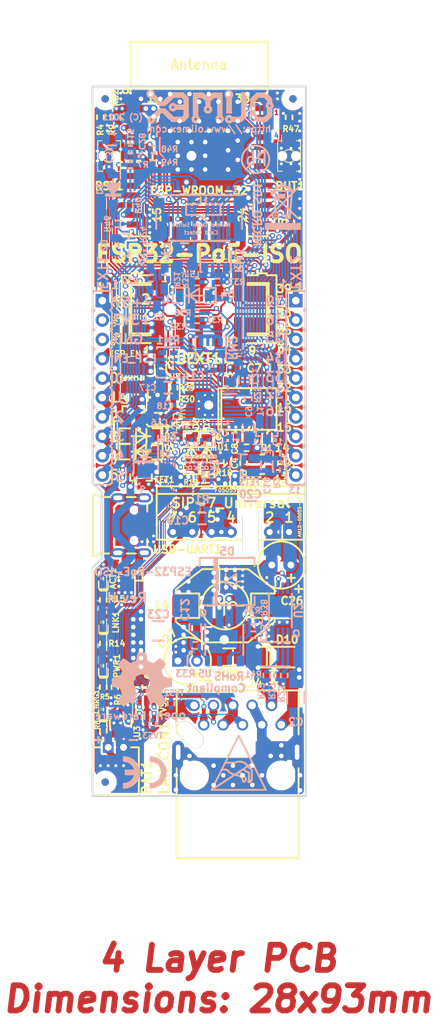
<source format=kicad_pcb>
(kicad_pcb (version 20171130) (host pcbnew 5.1.6-c6e7f7d~87~ubuntu18.04.1)
  (title_block (title ESP32-PoE-ISO) (date 2021-11-04) (rev H) (company "OLIMEX Ltd.") (comment 1 https://www.olimex.com))
  (layers (0 F.Cu signal) (1 In1.Cu power) (2 In2.Cu power) (31 B.Cu signal) (34 B.Paste user hide) (35 F.Paste user hide) (36 B.SilkS user hide) (37 F.SilkS user) (38 B.Mask user hide) (39 F.Mask user hide) (44 Edge.Cuts user))
  (net 0 "")
  (net 1 +5V)
  (net 2 GND)
  (net 3 "Net-(BAT1-Pad1)")
  (net 4 "Net-(BUT1-Pad2)")
  (net 5 /GPI34/BUT1)
  (net 6 +3V3)
  (net 7 "Net-(C11-Pad1)")
  (net 8 /GPIO3/U0RXD)
  (net 9 /ESP_EN)
  (net 10 "/GPIO25/EMAC_RXD0(RMII)")
  (net 11 "/GPIO19/EMAC_TXD0(RMII)")
  (net 12 "/GPIO26/EMAC_RXD1(RMII)")
  (net 13 /GPIO1/U0TXD)
  (net 14 "Net-(L2-Pad1)")
  (net 15 "Net-(Q2-Pad1)")
  (net 16 "/GPIO22/EMAC_TXD1(RMII)")
  (net 17 "/GPIO21/EMAC_TX_EN(RMII)")
  (net 18 "Net-(MICRO_SD1-Pad5)")
  (net 19 /GPI36/U1RXD)
  (net 20 "/GPIO23/MDC(RMII)")
  (net 21 /GPIO27/EMAC_RX_CRS_DV)
  (net 22 /GPIO4/U1TXD)
  (net 23 /GPIO2/HS2_DATA0)
  (net 24 /GPIO13/I2C-SDA)
  (net 25 /GPIO14/HS2_CLK)
  (net 26 /GPIO15/HS2_CMD)
  (net 27 /GPIO16/I2C-SCL)
  (net 28 "/GPIO18/MDIO(RMII)")
  (net 29 /+5V_USB)
  (net 30 "Net-(MICRO_SD1-Pad1)")
  (net 31 "Net-(MICRO_SD1-Pad2)")
  (net 32 "Net-(MICRO_SD1-Pad8)")
  (net 33 "Net-(U4-Pad4)")
  (net 34 "Net-(U4-Pad14)")
  (net 35 "Net-(U4-Pad18)")
  (net 36 "Net-(U4-Pad20)")
  (net 37 "Net-(U4-Pad26)")
  (net 38 "Net-(USB-UART1-Pad4)")
  (net 39 "Net-(MICRO_SD1-Pad7)")
  (net 40 /D_Com)
  (net 41 Earth)
  (net 42 +5VP)
  (net 43 Spare1)
  (net 44 Spare2)
  (net 45 /GPIO33)
  (net 46 /GPIO32)
  (net 47 /GPI39)
  (net 48 "Net-(FID1-PadFid1)")
  (net 49 "Net-(FID2-PadFid1)")
  (net 50 "Net-(FID3-PadFid1)")
  (net 51 "Net-(MICRO_SD1-PadCD1)")
  (net 52 "Net-(C4-Pad1)")
  (net 53 "Net-(C5-Pad1)")
  (net 54 "Net-(C21-Pad2)")
  (net 55 "Net-(D4-Pad1)")
  (net 56 "Net-(Q2-Pad2)")
  (net 57 "Net-(Q3-Pad3)")
  (net 58 "Net-(Q3-Pad2)")
  (net 59 "Net-(Q3-Pad1)")
  (net 60 "Net-(R6-Pad1)")
  (net 61 "Net-(R26-Pad1)")
  (net 62 "Net-(R29-Pad1)")
  (net 63 "Net-(U1-Pad17)")
  (net 64 "Net-(U1-Pad14)")
  (net 65 "Net-(U1-Pad13)")
  (net 66 "Net-(U1-Pad12)")
  (net 67 "Net-(U1-Pad11)")
  (net 68 "Net-(U9-Pad32)")
  (net 69 "Net-(C6-Pad1)")
  (net 70 +3.3VLAN)
  (net 71 "Net-(C17-Pad1)")
  (net 72 /GPIO0)
  (net 73 /GPIO5/SPI_CS)
  (net 74 /GPI35)
  (net 75 "Net-(RM1-Pad3.2)")
  (net 76 "Net-(RM1-Pad2.2)")
  (net 77 "Net-(RM1-Pad4.2)")
  (net 78 /GPIO17/EMAC_CLK_OUT_180)
  (net 79 "Net-(U9-Pad22)")
  (net 80 "Net-(U9-Pad21)")
  (net 81 "Net-(U9-Pad20)")
  (net 82 "Net-(U9-Pad19)")
  (net 83 "Net-(U9-Pad18)")
  (net 84 "Net-(U9-Pad17)")
  (net 85 /GPIO12/PHY_PWR)
  (net 86 "Net-(FID4-PadFid1)")
  (net 87 "Net-(FID5-PadFid1)")
  (net 88 "Net-(FID6-PadFid1)")
  (net 89 "Net-(ACT1-Pad2)")
  (net 90 "Net-(ACT1-Pad1)")
  (net 91 "Net-(LNK1-Pad1)")
  (net 92 "Net-(C3-Pad1)")
  (net 93 "Net-(RM1-Pad1.2)")
  (net 94 "Net-(CHRG1-Pad1)")
  (net 95 "Net-(PWR1-Pad1)")
  (net 96 "Net-(C10-Pad2)")
  (net 97 "Net-(R3-Pad2)")
  (net 98 "Net-(L3-Pad1)")
  (net 99 "Net-(R8-Pad2)")
  (net 100 /TD+)
  (net 101 /TD-)
  (net 102 /RD+)
  (net 103 /RD-)
  (net 104 /Shield)
  (net 105 "Net-(R14-Pad2)")
  (net 106 /USB_D-)
  (net 107 /USB_D+)
  (net 108 "Net-(C8-Pad1)")
  (net 109 "Net-(D6-Pad1)")
  (net 110 "Net-(D7-Pad2)")
  (net 111 "Net-(U1-Pad20)")
  (net 112 "Net-(D9-Pad1)")
  (net 113 "Net-(C12-Pad1)")
  (net 114 "Net-(C12-Pad2)")
  (net 115 "Net-(C25-Pad2)")
  (net 116 "Net-(R22-Pad2)")
  (net 117 "Net-(R23-Pad1)")
  (net 118 "Net-(R27-Pad2)")
  (net 119 "Net-(R33-Pad1)")
  (net 120 "Net-(U2-Pad7)")
  (net 121 "Net-(U2-Pad6)")
  (net 122 "Net-(U5-Pad7)")
  (net 123 /5V_DCDC)
  (net 124 /ILIM)
  (module OLIMEX_Buttons-FP:IT1185AU2_V2 (layer F.Cu) (at 115.959 104.267 90)
    (fp_text reference BUT1 (at -3.937 0.119 180) (layer F.SilkS) (effects (font (size 1.016 1.016) (thickness 0.254))))
    (fp_text value IT1185AU2)
    (pad 1 smd rect (at -2.177 0 90) (size 0.9 1.5) (layers F.Cu F.Mask) (net 5 /GPI34/BUT1))
    (pad 2 smd rect (at 2.177 0 90) (size 0.9 1.5) (layers F.Cu F.Mask) (net 4 "Net-(BUT1-Pad2)"))
    (pad "" np_thru_hole circle (at 0 -0.9 90) (size 0.7 0.7) (drill 0.7) (layers *.Cu *.Mask))
    (pad "" np_thru_hole circle (at 0 0.9 90) (size 0.7 0.7) (drill 0.7) (layers *.Cu *.Mask))
  )
  (module OLIMEX_Buttons-FP:IT1185AU2_V2 (layer F.Cu) (at 92.321 104.267 90)
    (fp_text reference RST1 (at -3.937 0.008 180) (layer F.SilkS) (effects (font (size 1.016 1.016) (thickness 0.254))))
    (fp_text value IT1185AU2)
    (pad 1 smd rect (at -2.177 0 90) (size 0.9 1.5) (layers F.Cu F.Mask) (net 9 /ESP_EN))
    (pad 2 smd rect (at 2.177 0 90) (size 0.9 1.5) (layers F.Cu F.Mask) (net 2 GND))
    (pad "" np_thru_hole circle (at 0 -0.9 90) (size 0.7 0.7) (drill 0.7) (layers *.Cu *.Mask))
    (pad "" np_thru_hole circle (at 0 0.9 90) (size 0.7 0.7) (drill 0.7) (layers *.Cu *.Mask))
  )
  (module OLIMEX_Cases-FP:ESP-WROOM-32_MODULE (layer F.Cu) (at 104.14 102.035)
    (fp_text reference U9 (at 10.668 11.122 180) (layer F.SilkS) (effects (font (size 1.016 1.016) (thickness 0.254))))
    (fp_text value ESP32-WROOM-32D-4MB)
    (fp_text user o (at -9.779 -6.277 90) (layer F.SilkS) (effects (font (size 1.016 1.016) (thickness 0.254))))
    (fp_text user Antenna (at 0 -9.75) (layer F.SilkS) (effects (font (size 1.27 1.27) (thickness 0.254))))
    (fp_text user ESP-WROOM-32 (at 0 6.76) (layer F.SilkS) (effects (font (size 1.016 1.016) (thickness 0.254))))
    (fp_text user 1 (at -6.35 -5.305) (layer F.SilkS) (effects (font (size 1.016 1.016) (thickness 0.254))))
    (fp_text user 38 (at 5.715 -5.305) (layer F.SilkS) (effects (font (size 1.016 1.016) (thickness 0.254))))
    (fp_text user 15 (at -5.5245 9.935 90) (layer F.SilkS) (effects (font (size 1.016 1.016) (thickness 0.254))))
    (fp_text user 24 (at 5.715 9.935 90) (layer F.SilkS) (effects (font (size 1.016 1.016) (thickness 0.254))))
    (pad 39 thru_hole circle (at 0.8 2.2) (size 1.3 1.3) (drill 0.6) (layers *.Cu) (net 2 GND))
    (pad 39 thru_hole circle (at -2.8 2.2) (size 1.3 1.3) (drill 0.6) (layers *.Cu) (net 2 GND))
    (pad 39 thru_hole circle (at -1 4) (size 1.3 1.3) (drill 0.6) (layers *.Cu) (net 2 GND))
    (pad 39 thru_hole circle (at -1 0.4) (size 1.3 1.3) (drill 0.6) (layers *.Cu) (net 2 GND))
    (pad 39 thru_hole circle (at 0.8 0.4) (size 1.3 1.3) (drill 0.6) (layers *.Cu) (net 2 GND))
    (pad 39 thru_hole circle (at -2.8 0.4) (size 1.3 1.3) (drill 0.6) (layers *.Cu) (net 2 GND))
    (pad 39 thru_hole circle (at 0.8 4) (size 1.3 1.3) (drill 0.6) (layers *.Cu) (net 2 GND))
    (pad 1 smd rect (at -8.6 -5.31) (size 1.8 0.8) (layers F.Cu F.Paste F.Mask) (net 2 GND))
    (pad 2 smd rect (at -8.6 -4.04) (size 1.8 0.8) (layers F.Cu F.Paste F.Mask) (net 6 +3V3))
    (pad 3 smd rect (at -8.6 -2.77) (size 1.8 0.8) (layers F.Cu F.Paste F.Mask) (net 9 /ESP_EN))
    (pad 4 smd rect (at -8.6 -1.5) (size 1.8 0.8) (layers F.Cu F.Paste F.Mask) (net 19 /GPI36/U1RXD))
    (pad 5 smd rect (at -8.6 -0.23) (size 1.8 0.8) (layers F.Cu F.Paste F.Mask) (net 47 /GPI39))
    (pad 6 smd rect (at -8.6 1.04) (size 1.8 0.8) (layers F.Cu F.Paste F.Mask) (net 5 /GPI34/BUT1))
    (pad 7 smd rect (at -8.6 2.31) (size 1.8 0.8) (layers F.Cu F.Paste F.Mask) (net 74 /GPI35))
    (pad 8 smd rect (at -8.6 3.58) (size 1.8 0.8) (layers F.Cu F.Paste F.Mask) (net 46 /GPIO32))
    (pad 9 smd rect (at -8.6 4.85) (size 1.8 0.8) (layers F.Cu F.Paste F.Mask) (net 45 /GPIO33))
    (pad 10 smd rect (at -8.6 6.12) (size 1.8 0.8) (layers F.Cu F.Paste F.Mask) (net 10 "/GPIO25/EMAC_RXD0(RMII)"))
    (pad 11 smd rect (at -8.6 7.39) (size 1.8 0.8) (layers F.Cu F.Paste F.Mask) (net 12 "/GPIO26/EMAC_RXD1(RMII)"))
    (pad 12 smd rect (at -8.6 8.66) (size 1.8 0.8) (layers F.Cu F.Paste F.Mask) (net 21 /GPIO27/EMAC_RX_CRS_DV))
    (pad 13 smd rect (at -8.6 9.93) (size 1.8 0.8) (layers F.Cu F.Paste F.Mask) (net 25 /GPIO14/HS2_CLK))
    (pad 14 smd rect (at -8.6 11.2) (size 1.8 0.8) (layers F.Cu F.Paste F.Mask) (net 85 /GPIO12/PHY_PWR))
    (pad 15 smd rect (at -5.7 12.3) (size 0.8 1.8) (layers F.Cu F.Paste F.Mask) (net 2 GND))
    (pad 16 smd rect (at -4.43 12.3) (size 0.8 1.8) (layers F.Cu F.Paste F.Mask) (net 24 /GPIO13/I2C-SDA))
    (pad 17 smd rect (at -3.16 12.3) (size 0.8 1.8) (layers F.Cu F.Paste F.Mask) (net 84 "Net-(U9-Pad17)"))
    (pad 18 smd rect (at -1.89 12.3) (size 0.8 1.8) (layers F.Cu F.Paste F.Mask) (net 83 "Net-(U9-Pad18)"))
    (pad 19 smd rect (at -0.62 12.3) (size 0.8 1.8) (layers F.Cu F.Paste F.Mask) (net 82 "Net-(U9-Pad19)"))
    (pad 20 smd rect (at 0.65 12.3) (size 0.8 1.8) (layers F.Cu F.Paste F.Mask) (net 81 "Net-(U9-Pad20)"))
    (pad 21 smd rect (at 1.92 12.3) (size 0.8 1.8) (layers F.Cu F.Paste F.Mask) (net 80 "Net-(U9-Pad21)"))
    (pad 22 smd rect (at 3.19 12.3) (size 0.8 1.8) (layers F.Cu F.Paste F.Mask) (net 79 "Net-(U9-Pad22)"))
    (pad 23 smd rect (at 4.46 12.3) (size 0.8 1.8) (layers F.Cu F.Paste F.Mask) (net 26 /GPIO15/HS2_CMD))
    (pad 24 smd rect (at 5.73 12.3) (size 0.8 1.8) (layers F.Cu F.Paste F.Mask) (net 23 /GPIO2/HS2_DATA0))
    (pad 25 smd rect (at 8.6 11.2) (size 1.8 0.8) (layers F.Cu F.Paste F.Mask) (net 72 /GPIO0))
    (pad 26 smd rect (at 8.6 9.93) (size 1.8 0.8) (layers F.Cu F.Paste F.Mask) (net 22 /GPIO4/U1TXD))
    (pad 27 smd rect (at 8.6 8.66) (size 1.8 0.8) (layers F.Cu F.Paste F.Mask) (net 27 /GPIO16/I2C-SCL))
    (pad 28 smd rect (at 8.6 7.39) (size 1.8 0.8) (layers F.Cu F.Paste F.Mask) (net 78 /GPIO17/EMAC_CLK_OUT_180))
    (pad 29 smd rect (at 8.6 6.12) (size 1.8 0.8) (layers F.Cu F.Paste F.Mask) (net 73 /GPIO5/SPI_CS))
    (pad 30 smd rect (at 8.6 4.85) (size 1.8 0.8) (layers F.Cu F.Paste F.Mask) (net 28 "/GPIO18/MDIO(RMII)"))
    (pad 31 smd rect (at 8.6 3.58) (size 1.8 0.8) (layers F.Cu F.Paste F.Mask) (net 11 "/GPIO19/EMAC_TXD0(RMII)"))
    (pad 32 smd rect (at 8.6 2.31) (size 1.8 0.8) (layers F.Cu F.Paste F.Mask) (net 68 "Net-(U9-Pad32)"))
    (pad 33 smd rect (at 8.6 1.04) (size 1.8 0.8) (layers F.Cu F.Paste F.Mask) (net 17 "/GPIO21/EMAC_TX_EN(RMII)"))
    (pad 34 smd rect (at 8.6 -0.23) (size 1.8 0.8) (layers F.Cu F.Paste F.Mask) (net 8 /GPIO3/U0RXD))
    (pad 35 smd rect (at 8.6 -1.5) (size 1.8 0.8) (layers F.Cu F.Paste F.Mask) (net 13 /GPIO1/U0TXD))
    (pad 36 smd rect (at 8.6 -2.77) (size 1.8 0.8) (layers F.Cu F.Paste F.Mask) (net 16 "/GPIO22/EMAC_TXD1(RMII)"))
    (pad 37 smd rect (at 8.6 -4.04) (size 1.8 0.8) (layers F.Cu F.Paste F.Mask) (net 20 "/GPIO23/MDC(RMII)"))
    (pad 38 smd rect (at 8.6 -5.31) (size 1.8 0.8) (layers F.Cu F.Paste F.Mask) (net 2 GND))
    (pad 39 smd rect (at -1 2.2) (size 5 5) (layers F.Cu F.Mask) (net 2 GND))
    (pad 39 thru_hole circle (at -1 2.2) (size 2 2) (drill 1.3) (layers *.Cu *.Mask) (net 2 GND))
    (pad 39 thru_hole circle (at -2.8 4) (size 1.3 1.3) (drill 0.6) (layers *.Cu) (net 2 GND))
  )
  (module OLIMEX_LOGOs-FP:CE_Sign (layer B.Cu) (at 96.012 185.039 180)
    (fp_text reference Sign_CE hide)
    (fp_text value CE_Sign hide)
  )
  (module OLIMEX_RLC-FP:C_0603_5MIL_DWS (layer B.Cu) (at 92.71 102.108 180)
    (fp_text reference C31 (at 0.4318 -1.9304 270 unlocked) (layer B.SilkS) (effects (font (size 0.762 0.762) (thickness 0.1905)) (justify mirror)))
    (fp_text value 1uF/10V/20%/X5R/C0603)
    (pad 2 smd rect (at 0.889 0 180) (size 1.016 1.016) (layers B.Cu B.Paste B.Mask) (net 2 GND) (clearance 0.0508))
    (pad 1 smd rect (at -0.889 0 180) (size 1.016 1.016) (layers B.Cu B.Paste B.Mask) (net 9 /ESP_EN) (clearance 0.0508))
  )
  (module OLIMEX_RLC-FP:R_0402_5MIL_DWS (layer B.Cu) (at 98.171 103.378 180)
    (fp_text reference R48 (at -2.0955 0 180) (layer B.SilkS) (effects (font (size 0.762 0.762) (thickness 0.1905)) (justify mirror)))
    (fp_text value 10k/R0402)
    (pad 2 smd rect (at 0.508 0 180) (size 0.5 0.55) (layers B.Cu B.Paste B.Mask) (net 5 /GPI34/BUT1))
    (pad 1 smd rect (at -0.508 0) (size 0.5 0.55) (layers B.Cu B.Paste B.Mask) (net 6 +3V3))
  )
  (module OLIMEX_RLC-FP:CD32 (layer F.Cu) (at 95.377 133.35 90)
    (fp_text reference L2 (at -2.794 -1.016 270) (layer F.SilkS) (effects (font (size 0.762 0.762) (thickness 0.1905))))
    (fp_text value "2.2uH/1.5A/DCR=72mR/20%/3.00x3.00x1.50mm/CD32(NR3015T2R2M)")
    (pad 2 smd rect (at 1.2 0 270) (size 1.6 3) (layers F.Cu F.Paste F.Mask) (net 6 +3V3) (clearance 0.0508))
    (pad 1 smd rect (at -1.2 0 270) (size 1.6 3) (layers F.Cu F.Paste F.Mask) (net 14 "Net-(L2-Pad1)") (clearance 0.0508))
  )
  (module "OLIMEX_RLC-FP:C_1808(4520)_5MIL_DWS_ISO" (layer B.Cu) (at 98.806 166.497)
    (fp_text reference C23 (at 0 -2.159) (layer B.SilkS) (effects (font (size 1.016 1.016) (thickness 0.254)) (justify mirror)))
    (fp_text value "1.0nF/3kV/10%/X7R/SMD/1808(VISHAY-VJ1808Y102KBHAT4X_Farnell-2407291)")
    (pad 2 smd rect (at 2.286 0) (size 1.016 2.032) (layers B.Cu B.Paste B.Mask) (net 41 Earth))
    (pad 1 smd rect (at -2.286 0) (size 1.016 2.032) (layers B.Cu B.Paste B.Mask) (net 2 GND))
  )
  (module "OLIMEX_RLC-FP:C_1808(4520)_5MIL_DWS_ISO" (layer B.Cu) (at 110.871 150.749)
    (fp_text reference C20 (at 0 -2.159) (layer B.SilkS) (effects (font (size 1.016 1.016) (thickness 0.254)) (justify mirror)))
    (fp_text value "NA(1.0nF/3kV/10%/X7R/SMD/1808(VISHAY-VJ1808Y102KBHAT4X_Farnell-2407291))")
    (pad 2 smd rect (at 2.286 0) (size 1.016 2.032) (layers B.Cu B.Paste B.Mask) (net 123 /5V_DCDC))
    (pad 1 smd rect (at -2.286 0) (size 1.016 2.032) (layers B.Cu B.Paste B.Mask) (net 42 +5VP))
  )
  (module OLIMEX_Regulators-FP:SIP-7_Universal (layer F.Cu) (at 108.331 153.543 180)
    (fp_text reference DCDC1 (at -2.921 6.731 180) (layer F.SilkS) (effects (font (size 0.762 0.762) (thickness 0.1905))))
    (fp_text value "F0505S-2WR2(SIP-7)")
    (fp_text user AM1D-0505S-NZ (at -9 2 270) (layer F.SilkS) (effects (font (size 0.4 0.4) (thickness 0.1))))
    (fp_text user AM1D-0505S-NZ (at -9 2 270) (layer F.SilkS) (effects (font (size 0.4 0.4) (thickness 0.1))))
    (fp_text user F0505S-2WR2 (at -0.635 5.5 180) (layer F.SilkS) (effects (font (size 0.508 0.508) (thickness 0.127))))
    (fp_text user 7 (at 7.62 1.905 180) (layer F.SilkS) (effects (font (size 1.27 1.27) (thickness 0.254))))
    (fp_text user 6 (at 5.08 1.905 180) (layer F.SilkS) (effects (font (size 1.27 1.27) (thickness 0.254))))
    (fp_text user 5 (at 2.54 1.905 180) (layer F.SilkS) (effects (font (size 1.27 1.27) (thickness 0.254))))
    (fp_text user 4 (at 0 1.905 180) (layer F.SilkS) (effects (font (size 1.27 1.27) (thickness 0.254))))
    (fp_text user 2 (at -5.08 1.905 180) (layer F.SilkS) (effects (font (size 1.27 1.27) (thickness 0.254))))
    (fp_text user 1 (at -7.62 1.905 180) (layer F.SilkS) (effects (font (size 1.27 1.27) (thickness 0.254))))
    (fp_text user SIP-7_Universal (at 0 3.81 180) (layer F.SilkS) (effects (font (size 1.27 1.27) (thickness 0.254))))
    (pad 2 thru_hole circle (at -5.08 0 180) (size 1.524 1.524) (drill 0.8) (layers *.Cu *.Mask) (net 41 Earth))
    (pad 1 thru_hole rect (at -7.62 0 180) (size 1.524 1.524) (drill 0.8) (layers *.Cu *.Mask) (net 123 /5V_DCDC))
    (pad 4 thru_hole circle (at 0 0 180) (size 1.524 1.524) (drill 0.8) (layers *.Cu *.Mask) (net 2 GND))
    (pad 5 thru_hole circle (at 2.54 0 180) (size 1.524 1.524) (drill 0.8) (layers *.Cu *.Mask) (net 2 GND))
    (pad 7 thru_hole circle (at 7.62 0 180) (size 1.524 1.524) (drill 0.8) (layers *.Cu *.Mask) (net 42 +5VP))
    (pad 6 thru_hole circle (at 5.08 0 180) (size 1.524 1.524) (drill 0.8) (layers *.Cu *.Mask) (net 42 +5VP))
  )
  (module OLIMEX_Connectors-FP:LIPO_BAT-CON2DW02R (layer F.Cu) (at 93.218 184.912)
    (fp_text reference BAT1 (at 4.064 0.762 270) (layer F.SilkS) (effects (font (size 1.27 1.27) (thickness 0.254))))
    (fp_text value DW02R)
    (pad 1 thru_hole rect (at -1.00838 -3.15214) (size 1.4 1.4) (drill 0.9) (layers *.Cu *.Mask) (net 3 "Net-(BAT1-Pad1)"))
    (pad 2 thru_hole circle (at 1.0033 -3.15468) (size 1.4 1.4) (drill 0.9) (layers *.Cu *.Mask) (net 2 GND))
  )
  (module "OLIMEX_Crystal-FP:TSX-3.2x2.5mm_GND(3)" (layer F.Cu) (at 112.438 144.653)
    (fp_text reference Q1 (at 0.592 -2.159) (layer F.SilkS) (effects (font (size 0.762 0.762) (thickness 0.1905))))
    (fp_text value Q12MHz/20pF/10ppm/4P/3.2x2.5mm)
    (fp_text user o (at -2.329 1.016) (layer F.SilkS) (effects (font (size 0.8 0.8) (thickness 0.2))))
    (pad 3 smd rect (at -1.1 -0.8) (size 1.4 1.2) (layers F.Cu F.Paste F.Mask) (net 2 GND))
    (pad 3 smd rect (at 1.1 0.8) (size 1.4 1.2) (layers F.Cu F.Paste F.Mask) (net 2 GND))
    (pad 2 smd rect (at 1.1 -0.8) (size 1.4 1.2) (layers F.Cu F.Paste F.Mask) (net 53 "Net-(C5-Pad1)"))
    (pad 1 smd rect (at -1.1 0.8) (size 1.4 1.2) (layers F.Cu F.Paste F.Mask) (net 52 "Net-(C4-Pad1)"))
  )
  (module "OLIMEX_Diodes-FP:DO214AB(SMC)_1(K)-2(A)" (layer B.Cu) (at 107.823 160.02)
    (fp_text reference D5 (at 0 -3.937 -180) (layer B.SilkS) (effects (font (size 1.016 1.016) (thickness 0.254)) (justify mirror)))
    (fp_text value "SS510/100V/5A/0.85V/DO214AB(SMC)")
    (pad 1 smd rect (at -3.4 0) (size 2.2 3.4) (layers B.Cu B.Paste B.Mask) (net 113 "Net-(C12-Pad1)"))
    (pad 2 smd rect (at 3.4 0) (size 2.2 3.4) (layers B.Cu B.Paste B.Mask) (net 41 Earth))
  )
  (module OLIMEX_RLC-FP:CPOL-RM2.5mm_6.3x11mm_PTH (layer F.Cu) (at 102.616 170.434 180)
    (fp_text reference C27 (at 2.667 2.921 45) (layer F.SilkS) (effects (font (size 1.016 1.016) (thickness 0.254))))
    (fp_text value "15uF/100V/20%/RM2.5/6.3x11mm(Farnell:1281844)")
    (fp_text user + (at -1.143 -1.651) (layer F.SilkS) (effects (font (size 1.27 1.27) (thickness 0.254))))
    (fp_text user + (at -2.794 -2.54) (layer F.SilkS) (effects (font (size 1.27 1.27) (thickness 0.254))))
    (pad 1 thru_hole circle (at -1.25 0 180) (size 1.524 1.524) (drill 0.9) (layers *.Cu *.Mask) (net 43 Spare1))
    (pad 2 thru_hole rect (at 1.25 0 180) (size 1.524 1.524) (drill 0.9) (layers *.Cu *.Mask) (net 41 Earth))
  )
  (module OLIMEX_RLC-FP:R_0402_5MIL_DWS (layer B.Cu) (at 94.996 145.923 90)
    (fp_text reference R17 (at -1.4605 1.0795 315 unlocked) (layer B.SilkS) (effects (font (size 0.762 0.762) (thickness 0.1905)) (justify mirror)))
    (fp_text value NA/R0402)
    (pad 2 smd rect (at 0.508 0 90) (size 0.5 0.55) (layers B.Cu B.Paste B.Mask) (net 8 /GPIO3/U0RXD))
    (pad 1 smd rect (at -0.508 0 270) (size 0.5 0.55) (layers B.Cu B.Paste B.Mask) (net 6 +3V3))
  )
  (module OLIMEX_Diodes-FP:SOD-123_1C-2A_KA (layer F.Cu) (at 105.156 143.129 270)
    (fp_text reference D7 (at -3.81 0 90) (layer F.SilkS) (effects (font (size 0.762 0.762) (thickness 0.1905))))
    (fp_text value 1N5819S4/SOD123)
    (pad 2 smd rect (at 1.9 0 270) (size 1 1.4) (layers F.Cu F.Paste F.Mask) (net 110 "Net-(D7-Pad2)") (clearance 0.0508))
    (pad 1 smd rect (at -1.9 0 270) (size 1 1.4) (layers F.Cu F.Paste F.Mask) (net 13 /GPIO1/U0TXD) (clearance 0.0508))
  )
  (module OLIMEX_Diodes-FP:SOD-123_1C-2A_KA (layer F.Cu) (at 103.124 143.129 270)
    (fp_text reference D6 (at -3.81 -0.635 270) (layer F.SilkS) (effects (font (size 0.762 0.762) (thickness 0.1905))))
    (fp_text value 1N5819S4/SOD123)
    (pad 2 smd rect (at 1.9 0 270) (size 1 1.4) (layers F.Cu F.Paste F.Mask) (net 8 /GPIO3/U0RXD) (clearance 0.0508))
    (pad 1 smd rect (at -1.9 0 270) (size 1 1.4) (layers F.Cu F.Paste F.Mask) (net 109 "Net-(D6-Pad1)") (clearance 0.0508))
  )
  (module OLIMEX_LOGOs-FP:LOGO_ANTISTATIC_1 (layer B.Cu) (at 112.903 187.325 180)
    (fp_text reference Sign_Antistatic hide)
    (fp_text value Val** hide)
  )
  (module OLIMEX_Other-FP:Mounting_hole_2_mm (layer F.Cu) (at 102.9716 180.0987 45)
    (fp_text reference Drill_Slot3 hide)
    (fp_text value "2 mm" hide)
    (pad "" np_thru_hole oval (at 0 0 45) (size 2.032 4.064) (drill oval 2.032 4.064) (layers *.Cu *.Mask) (clearance 0.254))
  )
  (module OLIMEX_RLC-FP:C_0402_5MIL_DWS (layer B.Cu) (at 95.123 104.394 180)
    (fp_text reference C28 (at -1.524 2.032 270 unlocked) (layer B.SilkS) (effects (font (size 0.762 0.762) (thickness 0.1905)) (justify mirror)))
    (fp_text value 1nF/50V/10%/X7R/C0402)
    (pad 2 smd rect (at 0.508 0 180) (size 0.5 0.55) (layers B.Cu B.Paste B.Mask) (net 2 GND))
    (pad 1 smd rect (at -0.508 0) (size 0.5 0.55) (layers B.Cu B.Paste B.Mask) (net 74 /GPI35))
  )
  (module OLIMEX_RLC-FP:R_0402_5MIL_DWS (layer B.Cu) (at 95.123 103.378 180)
    (fp_text reference R16 (at 0 1.651 270 unlocked) (layer B.SilkS) (effects (font (size 0.762 0.762) (thickness 0.1905)) (justify mirror)))
    (fp_text value 470k/R0402)
    (pad 2 smd rect (at 0.508 0 180) (size 0.5 0.55) (layers B.Cu B.Paste B.Mask) (net 2 GND))
    (pad 1 smd rect (at -0.508 0) (size 0.5 0.55) (layers B.Cu B.Paste B.Mask) (net 74 /GPI35))
  )
  (module OLIMEX_RLC-FP:R_0402_5MIL_DWS (layer B.Cu) (at 95.123 105.41)
    (fp_text reference R7 (at 1.651 0) (layer B.SilkS) (effects (font (size 0.762 0.762) (thickness 0.1905)) (justify mirror)))
    (fp_text value 470k/R0402)
    (pad 2 smd rect (at 0.508 0) (size 0.5 0.55) (layers B.Cu B.Paste B.Mask) (net 74 /GPI35))
    (pad 1 smd rect (at -0.508 0 180) (size 0.5 0.55) (layers B.Cu B.Paste B.Mask) (net 3 "Net-(BAT1-Pad1)"))
  )
  (module OLIMEX_Diodes-FP:SOD-123_1C-2A_KA (layer F.Cu) (at 96.52 140.97 180)
    (fp_text reference D3 (at -3.81 0) (layer F.SilkS) (effects (font (size 0.762 0.762) (thickness 0.1905))))
    (fp_text value 1N5819S4/SOD123)
    (pad 2 smd rect (at 1.9 0 180) (size 1 1.4) (layers F.Cu F.Paste F.Mask) (net 1 +5V) (clearance 0.0508))
    (pad 1 smd rect (at -1.9 0 180) (size 1 1.4) (layers F.Cu F.Paste F.Mask) (net 69 "Net-(C6-Pad1)") (clearance 0.0508))
  )
  (module OLIMEX_Diodes-FP:SOD-123_1C-2A_KA (layer F.Cu) (at 96.52 143.002)
    (fp_text reference D1 (at 3.81 -0.508 180) (layer F.SilkS) (effects (font (size 0.762 0.762) (thickness 0.1905))))
    (fp_text value 1N5819S4/SOD123)
    (pad 2 smd rect (at 1.9 0) (size 1 1.4) (layers F.Cu F.Paste F.Mask) (net 42 +5VP) (clearance 0.0508))
    (pad 1 smd rect (at -1.9 0) (size 1 1.4) (layers F.Cu F.Paste F.Mask) (net 1 +5V) (clearance 0.0508))
  )
  (module OLIMEX_RLC-FP:C_0603_5MIL_DWS (layer B.Cu) (at 104.521 151.765)
    (fp_text reference C19 (at -3.175 0.254) (layer B.SilkS) (effects (font (size 1.016 1.016) (thickness 0.254)) (justify mirror)))
    (fp_text value 22uF/6.3V/20%/X5R/C0603)
    (pad 2 smd rect (at 0.889 0) (size 1.016 1.016) (layers B.Cu B.Paste B.Mask) (net 2 GND) (clearance 0.0508))
    (pad 1 smd rect (at -0.889 0) (size 1.016 1.016) (layers B.Cu B.Paste B.Mask) (net 42 +5VP) (clearance 0.0508))
  )
  (module OLIMEX_RLC-FP:R_0402_5MIL_DWS (layer F.Cu) (at 92.075 99.187 270)
    (fp_text reference R9 (at 1.651 -0.6604 90) (layer F.SilkS) (effects (font (size 0.762 0.762) (thickness 0.1905))))
    (fp_text value 100k/R0402)
    (pad 2 smd rect (at 0.508 0 270) (size 0.5 0.55) (layers F.Cu F.Paste F.Mask) (net 2 GND))
    (pad 1 smd rect (at -0.508 0 90) (size 0.5 0.55) (layers F.Cu F.Paste F.Mask) (net 47 /GPI39))
  )
  (module OLIMEX_RLC-FP:R_0402_5MIL_DWS (layer F.Cu) (at 91.186 99.187 90)
    (fp_text reference R4 (at -1.651 0 90) (layer F.SilkS) (effects (font (size 0.762 0.762) (thickness 0.1905))))
    (fp_text value 47k/R0402)
    (pad 2 smd rect (at 0.508 0 90) (size 0.5 0.55) (layers F.Cu F.Paste F.Mask) (net 47 /GPI39))
    (pad 1 smd rect (at -0.508 0 270) (size 0.5 0.55) (layers F.Cu F.Paste F.Mask) (net 1 +5V))
  )
  (module OLIMEX_RLC-FP:R_0402_5MIL_DWS (layer F.Cu) (at 93.091 173.863 90)
    (fp_text reference R6 (at -1.651 0.381 90) (layer F.SilkS) (effects (font (size 0.762 0.762) (thickness 0.1905))))
    (fp_text value 10k/R0402)
    (pad 2 smd rect (at 0.508 0 90) (size 0.5 0.55) (layers F.Cu F.Paste F.Mask) (net 2 GND))
    (pad 1 smd rect (at -0.508 0 270) (size 0.5 0.55) (layers F.Cu F.Paste F.Mask) (net 60 "Net-(R6-Pad1)"))
  )
  (module OLIMEX_IC-FP:SOT-23-5 (layer F.Cu) (at 93.853 178.562 270)
    (fp_text reference U3 (at 1.143 -2.159 90) (layer F.SilkS) (effects (font (size 0.762 0.762) (thickness 0.1905))))
    (fp_text value "BL4054B-42TPRN(SOT23-5)")
    (pad 1 smd rect (at 1.3 0.95 270) (size 1.2 0.55) (layers F.Cu F.Paste F.Mask) (net 99 "Net-(R8-Pad2)") (clearance 0.0508))
    (pad 2 smd rect (at 1.3 0 270) (size 1.2 0.55) (layers F.Cu F.Paste F.Mask) (net 2 GND) (clearance 0.0508))
    (pad 3 smd rect (at 1.3 -0.95 270) (size 1.2 0.55) (layers F.Cu F.Paste F.Mask) (net 3 "Net-(BAT1-Pad1)") (clearance 0.0508))
    (pad 5 smd rect (at -1.3 0.95 270) (size 1.2 0.55) (layers F.Cu F.Paste F.Mask) (net 60 "Net-(R6-Pad1)") (clearance 0.0508))
    (pad 4 smd rect (at -1.3 -0.95 270) (size 1.2 0.55) (layers F.Cu F.Paste F.Mask) (net 1 +5V) (clearance 0.0508))
  )
  (module OLIMEX_RLC-FP:L_0805_5MIL_DWS (layer F.Cu) (at 94.488 159.258 270)
    (fp_text reference L3 (at 0 -1.778 270) (layer F.SilkS) (effects (font (size 1.016 1.016) (thickness 0.254))))
    (fp_text value FB0805/600R/2A)
    (pad 1 smd rect (at -1.016 0 270) (size 1.524 1.27) (layers F.Cu F.Paste F.Mask) (net 98 "Net-(L3-Pad1)") (clearance 0.0508))
    (pad 2 smd rect (at 1.016 0 270) (size 1.524 1.27) (layers F.Cu F.Paste F.Mask) (net 2 GND) (clearance 0.0508))
  )
  (module OLIMEX_LOGOs-FP:LOGO_OPENHARDWARE_8x8 (layer B.Cu) (at 96.647 173.355 180)
    (fp_text reference Logo_OSHW hide)
    (fp_text value "" hide)
    (fp_text user hardware (at 2.794 -4.2672 180) (layer B.SilkS) (effects (font (thickness 0.18)) (justify mirror)))
    (fp_text user open (at -3.81 -4.17576 180) (layer B.SilkS) (effects (font (size 1.1 1.1) (thickness 0.254)) (justify mirror)))
  )
  (module OLIMEX_RLC-FP:R_0402_5MIL_DWS (layer B.Cu) (at 114.3 143.256 90)
    (fp_text reference R3 (at 0.381 -1.397 180) (layer B.SilkS) (effects (font (size 0.762 0.762) (thickness 0.1905)) (justify mirror)))
    (fp_text value 1k/R0402)
    (pad 2 smd rect (at 0.508 0 90) (size 0.5 0.55) (layers B.Cu B.Paste B.Mask) (net 97 "Net-(R3-Pad2)"))
    (pad 1 smd rect (at -0.508 0 270) (size 0.5 0.55) (layers B.Cu B.Paste B.Mask) (net 96 "Net-(C10-Pad2)"))
  )
  (module OLIMEX_RLC-FP:C_0603_5MIL_DWS (layer B.Cu) (at 113.03 144.78 90)
    (fp_text reference C10 (at -2.667 0 270 unlocked) (layer B.SilkS) (effects (font (size 0.762 0.762) (thickness 0.1905)) (justify mirror)))
    (fp_text value 22uF/6.3V/20%/X5R/C0603)
    (pad 2 smd rect (at 0.889 0 90) (size 1.016 1.016) (layers B.Cu B.Paste B.Mask) (net 96 "Net-(C10-Pad2)") (clearance 0.0508))
    (pad 1 smd rect (at -0.889 0 90) (size 1.016 1.016) (layers B.Cu B.Paste B.Mask) (net 6 +3V3) (clearance 0.0508))
  )
  (module OLIMEX_LOGOs-FP:OLIMEX_LOGO_TB (layer B.Cu) (at 105.41 97.79 180)
    (fp_text reference Logo_Olimex hide)
    (fp_text value "" hide)
  )
  (module OLIMEX_LOGOs-FP:LOGO_RECYCLEBIN_1 (layer B.Cu) (at 117.475 113.919 180)
    (fp_text reference Sign_RecycleBin hide)
    (fp_text value "" hide)
  )
  (module OLIMEX_LOGOs-FP:LOGO_PBFREE (layer B.Cu) (at 111.76 104.394)
    (fp_text reference Sign_PB-Free)
    (fp_text value "")
    (fp_text user Pb (at -0.08636 0.33528) (layer B.SilkS) (effects (font (size 1.7 1.5) (thickness 0.254)) (justify mirror)))
  )
  (module OLIMEX_RLC-FP:C_0805_5MIL_DWS (layer B.Cu) (at 102.235 116.713 180)
    (fp_text reference C3 (at 2.286 0.381 270 unlocked) (layer B.SilkS) (effects (font (size 0.762 0.762) (thickness 0.1905)) (justify mirror)))
    (fp_text value 47uF/6.3V/20%/X5R/C0805)
    (pad 1 smd rect (at -1.016 0 90) (size 1.524 1.27) (layers B.Cu B.Paste B.Mask) (net 92 "Net-(C3-Pad1)"))
    (pad 2 smd rect (at 1.016 0 90) (size 1.524 1.27) (layers B.Cu B.Paste B.Mask) (net 2 GND))
  )
  (module OLIMEX_LEDs-FP:LED_0603_KA (layer F.Cu) (at 91.567 165.354 90)
    (fp_text reference LNK1 (at 0 1.651 90) (layer F.SilkS) (effects (font (size 0.762 0.762) (thickness 0.1905))))
    (fp_text value LED/GREEN/0603)
    (pad 2 smd rect (at 0.762 0 270) (size 0.8 0.8) (layers F.Cu F.Paste F.Mask) (net 7 "Net-(C11-Pad1)"))
    (pad 1 smd rect (at -0.762 0 270) (size 0.8 0.8) (layers F.Cu F.Paste F.Mask) (net 91 "Net-(LNK1-Pad1)"))
  )
  (module OLIMEX_LEDs-FP:LED_0603_KA (layer F.Cu) (at 91.567 159.639 90)
    (fp_text reference ACT1 (at 0 1.27 270) (layer F.SilkS) (effects (font (size 0.762 0.762) (thickness 0.1905))))
    (fp_text value LED/YELLOW/0603)
    (pad 1 smd rect (at -0.762 0 270) (size 0.8 0.8) (layers F.Cu F.Paste F.Mask) (net 90 "Net-(ACT1-Pad1)"))
    (pad 2 smd rect (at 0.762 0 270) (size 0.8 0.8) (layers F.Cu F.Paste F.Mask) (net 89 "Net-(ACT1-Pad2)"))
  )
  (module OLIMEX_Other-FP:Fiducial1x3 (layer B.Cu) (at 91.821 186.309 270)
    (fp_text reference FID6 hide)
    (fp_text value Fiducial hide)
    (pad Fid1 connect circle (at 0 0 270) (size 1 1) (layers B.Cu B.Mask) (net 88 "Net-(FID6-PadFid1)") (clearance 1.016))
  )
  (module OLIMEX_Other-FP:Fiducial1x3 (layer B.Cu) (at 116.459 96.774 270)
    (fp_text reference FID5 hide)
    (fp_text value Fiducial hide)
    (pad Fid1 connect circle (at 0 0 270) (size 1 1) (layers B.Cu B.Mask) (net 87 "Net-(FID5-PadFid1)") (clearance 1.016))
  )
  (module OLIMEX_Other-FP:Fiducial1x3 (layer B.Cu) (at 91.821 96.774 270)
    (fp_text reference FID4 hide)
    (fp_text value Fiducial hide)
    (pad Fid1 connect circle (at 0 0 270) (size 1 1) (layers B.Cu B.Mask) (net 86 "Net-(FID4-PadFid1)") (clearance 1.016))
  )
  (module OLIMEX_RLC-FP:C_0402_5MIL_DWS (layer B.Cu) (at 105.664 132.334)
    (fp_text reference C14 (at -2.286 0.762) (layer B.SilkS) (effects (font (size 1.016 1.016) (thickness 0.254)) (justify mirror)))
    (fp_text value 100nF/16V/10%/X7R/C0402)
    (pad 2 smd rect (at 0.508 0) (size 0.5 0.55) (layers B.Cu B.Paste B.Mask) (net 2 GND))
    (pad 1 smd rect (at -0.508 0 180) (size 0.5 0.55) (layers B.Cu B.Paste B.Mask) (net 70 +3.3VLAN))
  )
  (module OLIMEX_RLC-FP:C_0402_5MIL_DWS (layer B.Cu) (at 100.076 135.89 180)
    (fp_text reference C18 (at 0.381 -1.143 180) (layer B.SilkS) (effects (font (size 0.762 0.762) (thickness 0.1905)) (justify mirror)))
    (fp_text value 100nF/16V/10%/X7R/C0402)
    (pad 2 smd rect (at 0.508 0 180) (size 0.5 0.55) (layers B.Cu B.Paste B.Mask) (net 2 GND))
    (pad 1 smd rect (at -0.508 0) (size 0.5 0.55) (layers B.Cu B.Paste B.Mask) (net 71 "Net-(C17-Pad1)"))
  )
  (module OLIMEX_RLC-FP:C_0402_5MIL_DWS (layer B.Cu) (at 100.965 139.192 180)
    (fp_text reference C16 (at 2.032 0 unlocked) (layer B.SilkS) (effects (font (size 0.762 0.762) (thickness 0.1905)) (justify mirror)))
    (fp_text value 100nF/16V/10%/X7R/C0402)
    (pad 1 smd rect (at -0.508 0) (size 0.5 0.55) (layers B.Cu B.Paste B.Mask) (net 7 "Net-(C11-Pad1)"))
    (pad 2 smd rect (at 0.508 0 180) (size 0.5 0.55) (layers B.Cu B.Paste B.Mask) (net 2 GND))
  )
  (module OLIMEX_RLC-FP:C_0402_5MIL_DWS (layer B.Cu) (at 108.839 140.97)
    (fp_text reference C15 (at -2.032 -0.381) (layer B.SilkS) (effects (font (size 0.762 0.762) (thickness 0.1905)) (justify mirror)))
    (fp_text value 100nF/16V/10%/X7R/C0402)
    (pad 2 smd rect (at 0.508 0) (size 0.5 0.55) (layers B.Cu B.Paste B.Mask) (net 2 GND))
    (pad 1 smd rect (at -0.508 0 180) (size 0.5 0.55) (layers B.Cu B.Paste B.Mask) (net 7 "Net-(C11-Pad1)"))
  )
  (module OLIMEX_RLC-FP:C_0402_5MIL_DWS (layer F.Cu) (at 97.155 173.863 90)
    (fp_text reference C11 (at 2.159 0.254 90) (layer F.SilkS) (effects (font (size 0.762 0.762) (thickness 0.1905))))
    (fp_text value 100nF/16V/10%/X7R/C0402)
    (pad 2 smd rect (at 0.508 0 90) (size 0.5 0.55) (layers F.Cu F.Paste F.Mask) (net 2 GND))
    (pad 1 smd rect (at -0.508 0 270) (size 0.5 0.55) (layers F.Cu F.Paste F.Mask) (net 7 "Net-(C11-Pad1)"))
  )
  (module OLIMEX_RLC-FP:R_0402_5MIL_DWS (layer B.Cu) (at 93.599 113.157)
    (fp_text reference R46 (at -1.524 0 270 unlocked) (layer B.SilkS) (effects (font (size 0.762 0.762) (thickness 0.1905)) (justify mirror)))
    (fp_text value 220R/R0402)
    (pad 2 smd rect (at 0.508 0) (size 0.5 0.55) (layers B.Cu B.Paste B.Mask) (net 39 "Net-(MICRO_SD1-Pad7)"))
    (pad 1 smd rect (at -0.508 0 180) (size 0.5 0.55) (layers B.Cu B.Paste B.Mask) (net 23 /GPIO2/HS2_DATA0))
  )
  (module OLIMEX_RLC-FP:R_0402_5MIL_DWS (layer B.Cu) (at 94.996 110.744 90)
    (fp_text reference R40 (at 0 1.143 270 unlocked) (layer B.SilkS) (effects (font (size 0.762 0.762) (thickness 0.1905)) (justify mirror)))
    (fp_text value 10R/R0402)
    (pad 1 smd rect (at -0.508 0 270) (size 0.5 0.55) (layers B.Cu B.Paste B.Mask) (net 25 /GPIO14/HS2_CLK))
    (pad 2 smd rect (at 0.508 0 90) (size 0.5 0.55) (layers B.Cu B.Paste B.Mask) (net 18 "Net-(MICRO_SD1-Pad5)"))
  )
  (module OLIMEX_RLC-FP:R_0402_5MIL_DWS (layer B.Cu) (at 103.886 126.619)
    (fp_text reference R39 (at -2.413 0) (layer B.SilkS) (effects (font (size 0.762 0.762) (thickness 0.1905)) (justify mirror)))
    (fp_text value 10k/R0402)
    (pad 2 smd rect (at 0.508 0) (size 0.5 0.55) (layers B.Cu B.Paste B.Mask) (net 26 /GPIO15/HS2_CMD))
    (pad 1 smd rect (at -0.508 0 180) (size 0.5 0.55) (layers B.Cu B.Paste B.Mask) (net 6 +3V3))
  )
  (module OLIMEX_RLC-FP:R_0402_5MIL_DWS (layer B.Cu) (at 103.886 124.841)
    (fp_text reference R36 (at -1.8796 0) (layer B.SilkS) (effects (font (size 0.762 0.762) (thickness 0.1905)) (justify mirror)))
    (fp_text value 10k/R0402)
    (pad 2 smd rect (at 0.508 0) (size 0.5 0.55) (layers B.Cu B.Paste B.Mask) (net 73 /GPIO5/SPI_CS))
    (pad 1 smd rect (at -0.508 0 180) (size 0.5 0.55) (layers B.Cu B.Paste B.Mask) (net 6 +3V3))
  )
  (module OLIMEX_RLC-FP:R_0402_5MIL_DWS (layer B.Cu) (at 103.886 120.777)
    (fp_text reference R35 (at -1.5875 -0.1778 270 unlocked) (layer B.SilkS) (effects (font (size 0.7112 0.7112) (thickness 0.1778)) (justify mirror)))
    (fp_text value 2.2k/R0402)
    (pad 2 smd rect (at 0.508 0) (size 0.5 0.55) (layers B.Cu B.Paste B.Mask) (net 24 /GPIO13/I2C-SDA))
    (pad 1 smd rect (at -0.508 0 180) (size 0.5 0.55) (layers B.Cu B.Paste B.Mask) (net 6 +3V3))
  )
  (module OLIMEX_RLC-FP:R_0402_5MIL_DWS (layer B.Cu) (at 103.886 125.73)
    (fp_text reference R31 (at 2.286 0) (layer B.SilkS) (effects (font (size 0.762 0.762) (thickness 0.1905)) (justify mirror)))
    (fp_text value 2.2k/R0402)
    (pad 2 smd rect (at 0.508 0) (size 0.5 0.55) (layers B.Cu B.Paste B.Mask) (net 27 /GPIO16/I2C-SCL))
    (pad 1 smd rect (at -0.508 0 180) (size 0.5 0.55) (layers B.Cu B.Paste B.Mask) (net 6 +3V3))
  )
  (module OLIMEX_RLC-FP:R_0402_5MIL_DWS (layer F.Cu) (at 100.838 136.906 270)
    (fp_text reference R30 (at -0.762 -1.651) (layer F.SilkS) (effects (font (size 0.762 0.762) (thickness 0.1905))))
    (fp_text value 49.9k/1%/R0402)
    (pad 2 smd rect (at 0.508 0 270) (size 0.5 0.55) (layers F.Cu F.Paste F.Mask) (net 2 GND))
    (pad 1 smd rect (at -0.508 0 90) (size 0.5 0.55) (layers F.Cu F.Paste F.Mask) (net 62 "Net-(R29-Pad1)"))
  )
  (module OLIMEX_RLC-FP:R_0402_5MIL_DWS (layer F.Cu) (at 100.838 134.62 90)
    (fp_text reference R29 (at 0 1.651) (layer F.SilkS) (effects (font (size 0.762 0.762) (thickness 0.1905))))
    (fp_text value 220k/R0402)
    (pad 2 smd rect (at 0.508 0 90) (size 0.5 0.55) (layers F.Cu F.Paste F.Mask) (net 6 +3V3))
    (pad 1 smd rect (at -0.508 0 270) (size 0.5 0.55) (layers F.Cu F.Paste F.Mask) (net 62 "Net-(R29-Pad1)"))
  )
  (module OLIMEX_RLC-FP:R_0402_5MIL_DWS (layer B.Cu) (at 100.965 140.081 180)
    (fp_text reference R26 (at 0.889 -1.2065) (layer B.SilkS) (effects (font (size 0.762 0.762) (thickness 0.1905)) (justify mirror)))
    (fp_text value 12.1k/1%/R0402)
    (pad 2 smd rect (at 0.508 0 180) (size 0.5 0.55) (layers B.Cu B.Paste B.Mask) (net 2 GND))
    (pad 1 smd rect (at -0.508 0) (size 0.5 0.55) (layers B.Cu B.Paste B.Mask) (net 61 "Net-(R26-Pad1)"))
  )
  (module OLIMEX_RLC-FP:R_0402_5MIL_DWS (layer B.Cu) (at 110.617 136.017 270)
    (fp_text reference R25 (at -0.508 -1.143 270 unlocked) (layer B.SilkS) (effects (font (size 0.762 0.762) (thickness 0.1905)) (justify mirror)))
    (fp_text value 10k/R0402)
    (pad 2 smd rect (at 0.508 0 270) (size 0.5 0.55) (layers B.Cu B.Paste B.Mask) (net 70 +3.3VLAN))
    (pad 1 smd rect (at -0.508 0 90) (size 0.5 0.55) (layers B.Cu B.Paste B.Mask) (net 54 "Net-(C21-Pad2)"))
  )
  (module OLIMEX_RLC-FP:R_0402_5MIL_DWS (layer F.Cu) (at 91.567 173.863 270)
    (fp_text reference R5 (at 1.27 -0.1905) (layer F.SilkS) (effects (font (size 0.635 0.635) (thickness 0.15875))))
    (fp_text value 2.2k/R0402)
    (pad 2 smd rect (at 0.508 0 270) (size 0.5 0.55) (layers F.Cu F.Paste F.Mask) (net 2 GND))
    (pad 1 smd rect (at -0.508 0 90) (size 0.5 0.55) (layers F.Cu F.Paste F.Mask) (net 95 "Net-(PWR1-Pad1)"))
  )
  (module OLIMEX_RLC-FP:R_0402_5MIL_DWS (layer F.Cu) (at 91.567 162.433 270)
    (fp_text reference R15 (at -0.127 -1.778) (layer F.SilkS) (effects (font (size 0.762 0.762) (thickness 0.1905))))
    (fp_text value 2.2k/R0402)
    (pad 2 smd rect (at 0.508 0 270) (size 0.5 0.55) (layers F.Cu F.Paste F.Mask) (net 2 GND))
    (pad 1 smd rect (at -0.508 0 90) (size 0.5 0.55) (layers F.Cu F.Paste F.Mask) (net 90 "Net-(ACT1-Pad1)"))
  )
  (module OLIMEX_RLC-FP:R_0402_5MIL_DWS (layer F.Cu) (at 91.567 168.148 270)
    (fp_text reference R14 (at 0 -1.778) (layer F.SilkS) (effects (font (size 0.762 0.762) (thickness 0.1905))))
    (fp_text value 2.2k/R0402)
    (pad 2 smd rect (at 0.508 0 270) (size 0.5 0.55) (layers F.Cu F.Paste F.Mask) (net 105 "Net-(R14-Pad2)"))
    (pad 1 smd rect (at -0.508 0 90) (size 0.5 0.55) (layers F.Cu F.Paste F.Mask) (net 91 "Net-(LNK1-Pad1)"))
  )
  (module OLIMEX_RLC-FP:R_0402_5MIL_DWS (layer B.Cu) (at 105.41 141.986 90)
    (fp_text reference R13 (at -2.413 -0.508 270 unlocked) (layer B.SilkS) (effects (font (size 0.762 0.762) (thickness 0.1905)) (justify mirror)))
    (fp_text value 49.9R/1%/R0402)
    (pad 2 smd rect (at 0.508 0 90) (size 0.5 0.55) (layers B.Cu B.Paste B.Mask) (net 100 /TD+))
    (pad 1 smd rect (at -0.508 0 270) (size 0.5 0.55) (layers B.Cu B.Paste B.Mask) (net 7 "Net-(C11-Pad1)"))
  )
  (module OLIMEX_RLC-FP:R_0402_5MIL_DWS (layer B.Cu) (at 106.68 141.986 90)
    (fp_text reference R12 (at -2.413 -0.6985 270 unlocked) (layer B.SilkS) (effects (font (size 0.762 0.762) (thickness 0.1905)) (justify mirror)))
    (fp_text value 49.9R/1%/R0402)
    (pad 1 smd rect (at -0.508 0 270) (size 0.5 0.55) (layers B.Cu B.Paste B.Mask) (net 7 "Net-(C11-Pad1)"))
    (pad 2 smd rect (at 0.508 0 90) (size 0.5 0.55) (layers B.Cu B.Paste B.Mask) (net 101 /TD-))
  )
  (module OLIMEX_RLC-FP:R_0402_5MIL_DWS (layer B.Cu) (at 103.124 141.986 90)
    (fp_text reference R11 (at -2.413 -0.381 270 unlocked) (layer B.SilkS) (effects (font (size 0.762 0.762) (thickness 0.1905)) (justify mirror)))
    (fp_text value 49.9R/1%/R0402)
    (pad 1 smd rect (at -0.508 0 270) (size 0.5 0.55) (layers B.Cu B.Paste B.Mask) (net 7 "Net-(C11-Pad1)"))
    (pad 2 smd rect (at 0.508 0 90) (size 0.5 0.55) (layers B.Cu B.Paste B.Mask) (net 102 /RD+))
  )
  (module OLIMEX_RLC-FP:R_0402_5MIL_DWS (layer B.Cu) (at 104.394 141.986 90)
    (fp_text reference R10 (at -2.413 -0.5715 270 unlocked) (layer B.SilkS) (effects (font (size 0.762 0.762) (thickness 0.1905)) (justify mirror)))
    (fp_text value 49.9R/1%/R0402)
    (pad 1 smd rect (at -0.508 0 270) (size 0.5 0.55) (layers B.Cu B.Paste B.Mask) (net 7 "Net-(C11-Pad1)"))
    (pad 2 smd rect (at 0.508 0 90) (size 0.5 0.55) (layers B.Cu B.Paste B.Mask) (net 103 /RD-))
  )
  (module OLIMEX_RLC-FP:R_0402_5MIL_DWS (layer F.Cu) (at 91.567 179.578 270)
    (fp_text reference R8 (at -0.762 0.762 270) (layer F.SilkS) (effects (font (size 0.635 0.635) (thickness 0.15875))))
    (fp_text value 2.2k/R0402)
    (pad 2 smd rect (at 0.508 0 270) (size 0.5 0.55) (layers F.Cu F.Paste F.Mask) (net 99 "Net-(R8-Pad2)"))
    (pad 1 smd rect (at -0.508 0 90) (size 0.5 0.55) (layers F.Cu F.Paste F.Mask) (net 94 "Net-(CHRG1-Pad1)"))
  )
  (module OLIMEX_RLC-FP:R_0402_5MIL_DWS (layer B.Cu) (at 114.3 145.415 90)
    (fp_text reference R2 (at -1.651 0 270 unlocked) (layer B.SilkS) (effects (font (size 0.762 0.762) (thickness 0.1905)) (justify mirror)))
    (fp_text value 10k/R0402)
    (pad 1 smd rect (at -0.508 0 270) (size 0.5 0.55) (layers B.Cu B.Paste B.Mask) (net 6 +3V3))
    (pad 2 smd rect (at 0.508 0 90) (size 0.5 0.55) (layers B.Cu B.Paste B.Mask) (net 96 "Net-(C10-Pad2)"))
  )
  (module OLIMEX_RLC-FP:R_0402_5MIL_DWS (layer B.Cu) (at 104.521 150.495)
    (fp_text reference R1 (at 0 -1.27 180) (layer B.SilkS) (effects (font (size 1.016 1.016) (thickness 0.254)) (justify mirror)))
    (fp_text value 10k/R0402)
    (pad 2 smd rect (at 0.508 0) (size 0.5 0.55) (layers B.Cu B.Paste B.Mask) (net 2 GND))
    (pad 1 smd rect (at -0.508 0 180) (size 0.5 0.55) (layers B.Cu B.Paste B.Mask) (net 42 +5VP))
  )
  (module OLIMEX_RLC-FP:R_0402_5MIL_DWS (layer B.Cu) (at 97.155 116.205 180)
    (fp_text reference R24 (at 0.381 1.651 270 unlocked) (layer B.SilkS) (effects (font (size 0.762 0.762) (thickness 0.1905)) (justify mirror)))
    (fp_text value 220R/R0402)
    (pad 2 smd rect (at 0.508 0 180) (size 0.5 0.55) (layers B.Cu B.Paste B.Mask) (net 40 /D_Com))
    (pad 1 smd rect (at -0.508 0) (size 0.5 0.55) (layers B.Cu B.Paste B.Mask) (net 57 "Net-(Q3-Pad3)"))
  )
  (module OLIMEX_RLC-FP:R_0402_5MIL_DWS (layer F.Cu) (at 104.775 146.685 180)
    (fp_text reference R19 (at 1.7272 -0.3175 180) (layer F.SilkS) (effects (font (size 0.635 0.635) (thickness 0.15875))))
    (fp_text value 10k/R0402)
    (pad 2 smd rect (at 0.508 0 180) (size 0.5 0.55) (layers F.Cu F.Paste F.Mask) (net 8 /GPIO3/U0RXD))
    (pad 1 smd rect (at -0.508 0) (size 0.5 0.55) (layers F.Cu F.Paste F.Mask) (net 108 "Net-(C8-Pad1)"))
  )
  (module OLIMEX_RLC-FP:C_0402_5MIL_DWS (layer F.Cu) (at 110.363 142.494)
    (fp_text reference C8 (at -1.524 0.127 90) (layer F.SilkS) (effects (font (size 0.762 0.762) (thickness 0.1905))))
    (fp_text value 100nF/16V/10%/X7R/C0402)
    (pad 2 smd rect (at 0.508 0) (size 0.5 0.55) (layers F.Cu F.Paste F.Mask) (net 2 GND))
    (pad 1 smd rect (at -0.508 0 180) (size 0.5 0.55) (layers F.Cu F.Paste F.Mask) (net 108 "Net-(C8-Pad1)"))
  )
  (module OLIMEX_Transistors-FP:SOT23 (layer B.Cu) (at 110.236 144.78)
    (fp_text reference FET3 (at 0.508 2.22504 180) (layer B.SilkS) (effects (font (size 0.762 0.762) (thickness 0.1905)) (justify mirror)))
    (fp_text value WPM2015-3/TR)
    (pad 1 smd rect (at 1.10744 -0.94996) (size 1.4 1) (layers B.Cu B.Paste B.Mask) (net 96 "Net-(C10-Pad2)") (clearance 0.0508))
    (pad 2 smd rect (at 1.10744 0.9525) (size 1.4 1) (layers B.Cu B.Paste B.Mask) (net 6 +3V3) (clearance 0.0508))
    (pad 3 smd rect (at -1.10236 -0.00254) (size 1.4 1) (layers B.Cu B.Paste B.Mask) (net 70 +3.3VLAN) (clearance 0.0508))
  )
  (module OLIMEX_Connectors-FP:HN1x10 (layer B.Cu) (at 116.84 134.65 270)
    (fp_text reference EXT2 (at -15.143 0.0635 270 unlocked) (layer B.SilkS) (effects (font (size 1.27 1.27) (thickness 0.254)) (justify mirror)))
    (fp_text value "NS(HN1x10)")
    (pad 10 thru_hole circle (at 11.43 0 270) (size 1.778 1.778) (drill 1) (layers *.Cu *.Mask) (net 24 /GPIO13/I2C-SDA))
    (pad 9 thru_hole circle (at 8.89 0 270) (size 1.778 1.778) (drill 1) (layers *.Cu *.Mask) (net 25 /GPIO14/HS2_CLK))
    (pad 7 thru_hole circle (at 3.81 0 270) (size 1.778 1.778) (drill 1) (layers *.Cu *.Mask) (net 27 /GPIO16/I2C-SCL))
    (pad 8 thru_hole circle (at 6.35 0 270) (size 1.778 1.778) (drill 1) (layers *.Cu *.Mask) (net 26 /GPIO15/HS2_CMD))
    (pad 6 thru_hole circle (at 1.27 0 270) (size 1.778 1.778) (drill 1) (layers *.Cu *.Mask) (net 46 /GPIO32))
    (pad 5 thru_hole circle (at -1.27 0 270) (size 1.778 1.778) (drill 1) (layers *.Cu *.Mask) (net 45 /GPIO33))
    (pad 1 thru_hole rect (at -11.43 0 270) (size 1.778 1.778) (drill 1) (layers *.Cu *.Mask) (net 47 /GPI39))
    (pad 2 thru_hole circle (at -8.89 0 270) (size 1.778 1.778) (drill 1) (layers *.Cu *.Mask) (net 19 /GPI36/U1RXD))
    (pad 3 thru_hole circle (at -6.35 0 270) (size 1.778 1.778) (drill 1) (layers *.Cu *.Mask) (net 74 /GPI35))
    (pad 4 thru_hole circle (at -3.81 0 270) (size 1.778 1.778) (drill 1) (layers *.Cu *.Mask) (net 5 /GPI34/BUT1))
  )
  (module OLIMEX_Connectors-FP:HN1x10 (layer B.Cu) (at 91.44 134.65 270)
    (fp_text reference EXT1 (at -15.143 0 270 unlocked) (layer B.SilkS) (effects (font (size 1.27 1.27) (thickness 0.254)) (justify mirror)))
    (fp_text value "NS(HN1x10)")
    (pad 4 thru_hole circle (at -3.81 0 270) (size 1.778 1.778) (drill 1) (layers *.Cu *.Mask) (net 9 /ESP_EN))
    (pad 3 thru_hole circle (at -6.35 0 270) (size 1.778 1.778) (drill 1) (layers *.Cu *.Mask) (net 2 GND))
    (pad 2 thru_hole circle (at -8.89 0 270) (size 1.778 1.778) (drill 1) (layers *.Cu *.Mask) (net 6 +3V3))
    (pad 1 thru_hole rect (at -11.43 0 270) (size 1.778 1.778) (drill 1) (layers *.Cu *.Mask) (net 1 +5V))
    (pad 5 thru_hole circle (at -1.27 0 270) (size 1.778 1.778) (drill 1) (layers *.Cu *.Mask) (net 72 /GPIO0))
    (pad 6 thru_hole circle (at 1.27 0 270) (size 1.778 1.778) (drill 1) (layers *.Cu *.Mask) (net 13 /GPIO1/U0TXD))
    (pad 8 thru_hole circle (at 6.35 0 270) (size 1.778 1.778) (drill 1) (layers *.Cu *.Mask) (net 8 /GPIO3/U0RXD))
    (pad 7 thru_hole circle (at 3.81 0 270) (size 1.778 1.778) (drill 1) (layers *.Cu *.Mask) (net 23 /GPIO2/HS2_DATA0))
    (pad 9 thru_hole circle (at 8.89 0 270) (size 1.778 1.778) (drill 1) (layers *.Cu *.Mask) (net 22 /GPIO4/U1TXD))
    (pad 10 thru_hole circle (at 11.43 0 270) (size 1.778 1.778) (drill 1) (layers *.Cu *.Mask) (net 73 /GPIO5/SPI_CS))
  )
  (module OLIMEX_RLC-FP:C_0603_5MIL_DWS (layer F.Cu) (at 98.806 138.684)
    (fp_text reference C6 (at 2.54 -0.254) (layer F.SilkS) (effects (font (size 0.762 0.762) (thickness 0.1905))))
    (fp_text value 22uF/6.3V/20%/X5R/C0603)
    (pad 2 smd rect (at 0.889 0) (size 1.016 1.016) (layers F.Cu F.Paste F.Mask) (net 2 GND) (clearance 0.0508))
    (pad 1 smd rect (at -0.889 0) (size 1.016 1.016) (layers F.Cu F.Paste F.Mask) (net 69 "Net-(C6-Pad1)") (clearance 0.0508))
  )
  (module OLIMEX_RLC-FP:C_0603_5MIL_DWS (layer F.Cu) (at 94.869 174.371 90)
    (fp_text reference C1 (at 2.286 0 90) (layer F.SilkS) (effects (font (size 0.762 0.762) (thickness 0.1905))))
    (fp_text value 22uF/6.3V/20%/X5R/C0603)
    (pad 2 smd rect (at 0.889 0 90) (size 1.016 1.016) (layers F.Cu F.Paste F.Mask) (net 2 GND) (clearance 0.0508))
    (pad 1 smd rect (at -0.889 0 90) (size 1.016 1.016) (layers F.Cu F.Paste F.Mask) (net 1 +5V) (clearance 0.0508))
  )
  (module OLIMEX_Regulators-FP:SOT-23-5 (layer F.Cu) (at 98.806 135.763 90)
    (fp_text reference U7 (at 2.54 2.159 180) (layer F.SilkS) (effects (font (size 0.762 0.762) (thickness 0.1905))))
    (fp_text value "SY8089AAAC(SOT23-5)")
    (pad 1 smd rect (at 1.3 0.95 90) (size 1.2 0.55) (layers F.Cu F.Paste F.Mask) (net 69 "Net-(C6-Pad1)") (clearance 0.0508))
    (pad 2 smd rect (at 1.3 0 90) (size 1.2 0.55) (layers F.Cu F.Paste F.Mask) (net 2 GND) (clearance 0.0508))
    (pad 3 smd rect (at 1.3 -0.95 90) (size 1.2 0.55) (layers F.Cu F.Paste F.Mask) (net 14 "Net-(L2-Pad1)") (clearance 0.0508))
    (pad 5 smd rect (at -1.3 0.95 90) (size 1.2 0.55) (layers F.Cu F.Paste F.Mask) (net 62 "Net-(R29-Pad1)") (clearance 0.0508))
    (pad 4 smd rect (at -1.3 -0.95 90) (size 1.2 0.55) (layers F.Cu F.Paste F.Mask) (net 69 "Net-(C6-Pad1)") (clearance 0.0508))
  )
  (module OLIMEX_IC-FP:SSOP-20W (layer F.Cu) (at 110.49 137.414)
    (fp_text reference U1 (at -3.175 5.0165) (layer F.SilkS) (effects (font (size 0.762 0.762) (thickness 0.1905))))
    (fp_text value "CH340T(SSOP20W)")
    (fp_text user o (at -3.81 3.556) (layer F.SilkS) (effects (font (size 1.016 1.016) (thickness 0.254))))
    (pad 1 smd rect (at -2.925 3.6195) (size 0.325 1.27) (layers F.Cu F.Paste F.Mask))
    (pad 2 smd rect (at -2.275 3.6195) (size 0.325 1.27) (layers F.Cu F.Paste F.Mask))
    (pad 3 smd rect (at -1.625 3.6195) (size 0.325 1.27) (layers F.Cu F.Paste F.Mask) (net 109 "Net-(D6-Pad1)"))
    (pad 4 smd rect (at -0.975 3.6195) (size 0.325 1.27) (layers F.Cu F.Paste F.Mask) (net 110 "Net-(D7-Pad2)"))
    (pad 5 smd rect (at -0.325 3.6195) (size 0.325 1.27) (layers F.Cu F.Paste F.Mask) (net 108 "Net-(C8-Pad1)"))
    (pad 6 smd rect (at 0.325 3.6195) (size 0.325 1.27) (layers F.Cu F.Paste F.Mask) (net 107 /USB_D+))
    (pad 7 smd rect (at 0.975 3.6195) (size 0.325 1.27) (layers F.Cu F.Paste F.Mask) (net 106 /USB_D-))
    (pad 8 smd rect (at 1.625 3.6195) (size 0.325 1.27) (layers F.Cu F.Paste F.Mask) (net 2 GND))
    (pad 9 smd rect (at 2.275 3.6195) (size 0.325 1.27) (layers F.Cu F.Paste F.Mask) (net 52 "Net-(C4-Pad1)"))
    (pad 10 smd rect (at 2.925 3.6195) (size 0.325 1.27) (layers F.Cu F.Paste F.Mask) (net 53 "Net-(C5-Pad1)"))
    (pad 11 smd rect (at 2.925 -3.6195) (size 0.325 1.27) (layers F.Cu F.Paste F.Mask) (net 67 "Net-(U1-Pad11)"))
    (pad 12 smd rect (at 2.275 -3.6195) (size 0.325 1.27) (layers F.Cu F.Paste F.Mask) (net 66 "Net-(U1-Pad12)"))
    (pad 13 smd rect (at 1.625 -3.6195) (size 0.325 1.27) (layers F.Cu F.Paste F.Mask) (net 65 "Net-(U1-Pad13)"))
    (pad 14 smd rect (at 0.975 -3.6195) (size 0.325 1.27) (layers F.Cu F.Paste F.Mask) (net 64 "Net-(U1-Pad14)"))
    (pad 15 smd rect (at 0.325 -3.6195) (size 0.325 1.27) (layers F.Cu F.Paste F.Mask) (net 58 "Net-(Q3-Pad2)"))
    (pad 16 smd rect (at -0.325 -3.6195) (size 0.325 1.27) (layers F.Cu F.Paste F.Mask) (net 56 "Net-(Q2-Pad2)"))
    (pad 17 smd rect (at -0.975 -3.6195) (size 0.325 1.27) (layers F.Cu F.Paste F.Mask) (net 63 "Net-(U1-Pad17)"))
    (pad 18 smd rect (at -1.625 -3.6195) (size 0.325 1.27) (layers F.Cu F.Paste F.Mask))
    (pad 19 smd rect (at -2.275 -3.6195) (size 0.325 1.27) (layers F.Cu F.Paste F.Mask) (net 29 /+5V_USB))
    (pad 20 smd rect (at -2.925 -3.6195) (size 0.325 1.27) (layers F.Cu F.Paste F.Mask) (net 111 "Net-(U1-Pad20)"))
  )
  (module OLIMEX_Transistors-FP:SOT23 (layer B.Cu) (at 98.679 117.729 270)
    (fp_text reference Q3 (at 0 2.159 270 unlocked) (layer B.SilkS) (effects (font (size 0.762 0.762) (thickness 0.1905)) (justify mirror)))
    (fp_text value "BC817-40(SOT23)")
    (pad 1 smd rect (at 1.10744 -0.94996 270) (size 1.4 1) (layers B.Cu B.Paste B.Mask) (net 59 "Net-(Q3-Pad1)") (clearance 0.0508))
    (pad 2 smd rect (at 1.10744 0.9525 270) (size 1.4 1) (layers B.Cu B.Paste B.Mask) (net 58 "Net-(Q3-Pad2)") (clearance 0.0508))
    (pad 3 smd rect (at -1.10236 -0.00254 270) (size 1.4 1) (layers B.Cu B.Paste B.Mask) (net 57 "Net-(Q3-Pad3)") (clearance 0.0508))
  )
  (module OLIMEX_RLC-FP:L_0805_5MIL_DWS (layer B.Cu) (at 102.235 118.618)
    (fp_text reference L5 (at 1.3335 1.1684) (layer B.SilkS) (effects (font (size 0.7112 0.7112) (thickness 0.1778)) (justify mirror)))
    (fp_text value FB0805/600R/2A)
    (pad 1 smd rect (at -1.016 0) (size 1.524 1.27) (layers B.Cu B.Paste B.Mask) (net 6 +3V3) (clearance 0.0508))
    (pad 2 smd rect (at 1.016 0) (size 1.524 1.27) (layers B.Cu B.Paste B.Mask) (net 92 "Net-(C3-Pad1)") (clearance 0.0508))
  )
  (module OLIMEX_RLC-FP:C_1206_5MIL_DWS_ISO (layer B.Cu) (at 116.84 175.26 270)
    (fp_text reference C2 (at 3.175 0) (layer B.SilkS) (effects (font (size 1.016 1.016) (thickness 0.254)) (justify mirror)))
    (fp_text value 1nF/2000V/10%/X7R/C1206)
    (pad 2 smd rect (at 1.778 0 270) (size 1.016 1.778) (layers B.Cu B.Paste B.Mask) (net 104 /Shield))
    (pad 1 smd rect (at -1.778 0 270) (size 1.016 1.778) (layers B.Cu B.Paste B.Mask) (net 41 Earth))
  )
  (module "OLIMEX_Connectors-FP:uSD(TFC-9P-1.xH(ATFFS150A01BR016))" (layer B.Cu) (at 104.14 111.887)
    (fp_text reference MICRO_SD1 (at 7.62 0 270 unlocked) (layer B.SilkS) (effects (font (size 1.016 1.016) (thickness 0.254)) (justify mirror)))
    (fp_text value "TFC-9P-1.7H(ATFFS150A01BR016)")
    (fp_text user "Normal Open Switch" (at 0.25 1.4) (layer B.SilkS) (effects (font (size 0.5 0.5) (thickness 0.125)) (justify mirror)))
    (fp_text user "Card Detect" (at 0.25 2.4) (layer B.SilkS) (effects (font (size 0.5 0.5) (thickness 0.125)) (justify mirror)))
    (pad 8 smd rect (at -3.85 -3.3) (size 0.5 1) (layers B.Cu B.Paste B.Mask) (net 32 "Net-(MICRO_SD1-Pad8)") (clearance 0.0508))
    (pad 7 smd rect (at -2.75 -3.3) (size 0.5 1) (layers B.Cu B.Paste B.Mask) (net 39 "Net-(MICRO_SD1-Pad7)") (clearance 0.0508))
    (pad 6 smd rect (at -1.65 -3.3) (size 0.5 1) (layers B.Cu B.Paste B.Mask) (net 2 GND) (clearance 0.0508))
    (pad 5 smd rect (at -0.55 -3.3) (size 0.5 1) (layers B.Cu B.Paste B.Mask) (net 18 "Net-(MICRO_SD1-Pad5)") (clearance 0.0508))
    (pad CD1 smd rect (at 0.2 -3.3) (size 0.5 1) (layers B.Cu B.Paste B.Mask) (net 51 "Net-(MICRO_SD1-PadCD1)") (clearance 0.0508))
    (pad 4 smd rect (at 0.9 -3.3) (size 0.5 1) (layers B.Cu B.Paste B.Mask) (net 92 "Net-(C3-Pad1)") (clearance 0.0508))
    (pad 3 smd rect (at 1.65 -3.3) (size 0.5 1) (layers B.Cu B.Paste B.Mask) (net 26 /GPIO15/HS2_CMD) (clearance 0.0508))
    (pad 2 smd rect (at 2.75 -3.3) (size 0.5 1) (layers B.Cu B.Paste B.Mask) (net 31 "Net-(MICRO_SD1-Pad2)") (clearance 0.0508))
    (pad 1 smd rect (at 3.85 -3.3) (size 0.5 1) (layers B.Cu B.Paste B.Mask) (net 30 "Net-(MICRO_SD1-Pad1)") (clearance 0.0508))
    (pad CH1 smd rect (at 5.3 -1.55) (size 1.5 1.2) (layers B.Cu B.Paste B.Mask) (net 2 GND) (clearance 0.127))
    (pad CH1 smd rect (at -5.3 -1.55) (size 1.5 1.2) (layers B.Cu B.Paste B.Mask) (net 2 GND) (clearance 0.127))
    (pad CH1 smd rect (at 5.3 2.9) (size 1.5 1.2) (layers B.Cu B.Paste B.Mask) (net 2 GND) (clearance 0.127))
    (pad CH1 smd rect (at -5.3 2.9) (size 1.5 1.2) (layers B.Cu B.Paste B.Mask) (net 2 GND) (clearance 0.127))
    (pad CH1 smd rect (at -5.3 0.5) (size 1.5 4.5) (layers B.Cu) (net 2 GND) (clearance 0.0508))
    (pad CH1 smd rect (at 5.3 0.5) (size 1.5 4.5) (layers B.Cu) (net 2 GND) (clearance 0.0508))
  )
  (module OLIMEX_Other-FP:Fiducial1x3 (layer F.Cu) (at 91.821 186.309 270)
    (fp_text reference FID3 hide)
    (fp_text value Fiducial hide)
    (pad Fid1 connect circle (at 0 0 270) (size 1 1) (layers F.Cu F.Mask) (net 50 "Net-(FID3-PadFid1)") (clearance 1.016))
  )
  (module OLIMEX_Other-FP:Fiducial1x3 (layer F.Cu) (at 116.459 96.774 270)
    (fp_text reference FID2 hide)
    (fp_text value Fiducial hide)
    (pad Fid1 connect circle (at 0 0 270) (size 1 1) (layers F.Cu F.Mask) (net 49 "Net-(FID2-PadFid1)") (clearance 1.016))
  )
  (module OLIMEX_Other-FP:Fiducial1x3 (layer F.Cu) (at 91.821 96.774 270)
    (fp_text reference FID1 hide)
    (fp_text value Fiducial hide)
    (pad Fid1 connect circle (at 0 0 270) (size 1 1) (layers F.Cu F.Mask) (net 48 "Net-(FID1-PadFid1)") (clearance 1.016))
  )
  (module OLIMEX_LEDs-FP:LED_0603_KA (layer F.Cu) (at 91.567 171.069 90)
    (fp_text reference PWR1 (at 0 1.778 270) (layer F.SilkS) (effects (font (size 0.762 0.762) (thickness 0.1905))))
    (fp_text value LED/RED/0603)
    (pad 1 smd rect (at -0.762 0 270) (size 0.8 0.8) (layers F.Cu F.Paste F.Mask) (net 95 "Net-(PWR1-Pad1)"))
    (pad 2 smd rect (at 0.762 0 270) (size 0.8 0.8) (layers F.Cu F.Paste F.Mask) (net 1 +5V))
  )
  (module OLIMEX_RLC-FP:C_0603_5MIL_DWS (layer F.Cu) (at 99.06 132.08 270)
    (fp_text reference C22 (at -0.762 -1.397 270) (layer F.SilkS) (effects (font (size 0.635 0.635) (thickness 0.15875))))
    (fp_text value 22uF/6.3V/20%/X5R/C0603)
    (pad 2 smd rect (at 0.889 0 270) (size 1.016 1.016) (layers F.Cu F.Paste F.Mask) (net 2 GND) (clearance 0.0508))
    (pad 1 smd rect (at -0.889 0 270) (size 1.016 1.016) (layers F.Cu F.Paste F.Mask) (net 6 +3V3) (clearance 0.0508))
  )
  (module OLIMEX_RLC-FP:C_0603_5MIL_DWS (layer B.Cu) (at 110.109 133.604 270)
    (fp_text reference C21 (at -0.508 -1.397 270 unlocked) (layer B.SilkS) (effects (font (size 0.762 0.762) (thickness 0.1905)) (justify mirror)))
    (fp_text value "NA(10uF/6.3V/20%/X5R/C0603)")
    (pad 2 smd rect (at 0.889 0 270) (size 1.016 1.016) (layers B.Cu B.Paste B.Mask) (net 54 "Net-(C21-Pad2)") (clearance 0.0508))
    (pad 1 smd rect (at -0.889 0 270) (size 1.016 1.016) (layers B.Cu B.Paste B.Mask) (net 2 GND) (clearance 0.0508))
  )
  (module OLIMEX_LEDs-FP:LED_0603_KA (layer F.Cu) (at 91.567 176.784 90)
    (fp_text reference CHRG1 (at 1.016 -0.889 90) (layer F.SilkS) (effects (font (size 0.635 0.635) (thickness 0.15875))))
    (fp_text value LED/YELLOW/0603)
    (pad 1 smd rect (at -0.762 0 270) (size 0.8 0.8) (layers F.Cu F.Paste F.Mask) (net 94 "Net-(CHRG1-Pad1)"))
    (pad 2 smd rect (at 0.762 0 270) (size 0.8 0.8) (layers F.Cu F.Paste F.Mask) (net 1 +5V))
  )
  (module OLIMEX_RLC-FP:C_0603_5MIL_DWS (layer B.Cu) (at 100.076 134.62 180)
    (fp_text reference C17 (at 2.667 0 180) (layer B.SilkS) (effects (font (size 0.762 0.762) (thickness 0.1905)) (justify mirror)))
    (fp_text value 2.2uF/6.3V/10%/X5R/C0603)
    (pad 2 smd rect (at 0.889 0 180) (size 1.016 1.016) (layers B.Cu B.Paste B.Mask) (net 2 GND) (clearance 0.0508))
    (pad 1 smd rect (at -0.889 0 180) (size 1.016 1.016) (layers B.Cu B.Paste B.Mask) (net 71 "Net-(C17-Pad1)") (clearance 0.0508))
  )
  (module OLIMEX_RLC-FP:C_0603_5MIL_DWS (layer B.Cu) (at 107.442 144.78 270)
    (fp_text reference C13 (at 1.3335 2.032 unlocked) (layer B.SilkS) (effects (font (size 0.762 0.762) (thickness 0.1905)) (justify mirror)))
    (fp_text value 22uF/6.3V/20%/X5R/C0603)
    (pad 1 smd rect (at -0.889 0 270) (size 1.016 1.016) (layers B.Cu B.Paste B.Mask) (net 7 "Net-(C11-Pad1)") (clearance 0.0508))
    (pad 2 smd rect (at 0.889 0 270) (size 1.016 1.016) (layers B.Cu B.Paste B.Mask) (net 2 GND) (clearance 0.0508))
  )
  (module OLIMEX_RLC-FP:C_0603_5MIL_DWS (layer B.Cu) (at 110.617 139.954 90)
    (fp_text reference C9 (at 2.2225 0 270 unlocked) (layer B.SilkS) (effects (font (size 0.762 0.762) (thickness 0.1905)) (justify mirror)))
    (fp_text value 22uF/6.3V/20%/X5R/C0603)
    (pad 1 smd rect (at -0.889 0 90) (size 1.016 1.016) (layers B.Cu B.Paste B.Mask) (net 70 +3.3VLAN) (clearance 0.0508))
    (pad 2 smd rect (at 0.889 0 90) (size 1.016 1.016) (layers B.Cu B.Paste B.Mask) (net 2 GND) (clearance 0.0508))
  )
  (module OLIMEX_RLC-FP:C_0603_5MIL_DWS (layer F.Cu) (at 108.077 132.08 180)
    (fp_text reference C7 (at -3.302 0 180) (layer F.SilkS) (effects (font (size 1.016 1.016) (thickness 0.254))))
    (fp_text value 22uF/6.3V/20%/X5R/C0603)
    (pad 2 smd rect (at 0.889 0 180) (size 1.016 1.016) (layers F.Cu F.Paste F.Mask) (net 2 GND) (clearance 0.0508))
    (pad 1 smd rect (at -0.889 0 180) (size 1.016 1.016) (layers F.Cu F.Paste F.Mask) (net 29 /+5V_USB) (clearance 0.0508))
  )
  (module OLIMEX_RLC-FP:R_MATRIX_4 (layer B.Cu) (at 105.664 129.413)
    (fp_text reference RM2 (at 2.8575 0 270 unlocked) (layer B.SilkS) (effects (font (size 1.016 1.016) (thickness 0.254)) (justify mirror)))
    (fp_text value "RA1206_(4X0603)_4B8_2.2k")
    (pad 3.1 smd rect (at 0.381 -0.762) (size 0.381 1.016) (layers B.Cu B.Paste B.Mask) (net 70 +3.3VLAN) (clearance 0.0508))
    (pad 2.1 smd rect (at -0.381 -0.762) (size 0.381 1.016) (layers B.Cu B.Paste B.Mask) (net 70 +3.3VLAN) (clearance 0.0508))
    (pad 3.2 smd rect (at 0.381 0.762) (size 0.381 1.016) (layers B.Cu B.Paste B.Mask) (net 21 /GPIO27/EMAC_RX_CRS_DV) (clearance 0.0508))
    (pad 2.2 smd rect (at -0.381 0.762) (size 0.381 1.016) (layers B.Cu B.Paste B.Mask) (net 10 "/GPIO25/EMAC_RXD0(RMII)") (clearance 0.0508))
    (pad 4.1 smd rect (at 1.27 -0.762) (size 0.635 1.016) (layers B.Cu B.Paste B.Mask) (net 70 +3.3VLAN) (clearance 0.0508))
    (pad 4.2 smd rect (at 1.27 0.762) (size 0.635 1.016) (layers B.Cu B.Paste B.Mask) (net 28 "/GPIO18/MDIO(RMII)") (clearance 0.0508))
    (pad 1.1 smd rect (at -1.27 -0.762) (size 0.635 1.016) (layers B.Cu B.Paste B.Mask) (net 70 +3.3VLAN) (clearance 0.0508))
    (pad 1.2 smd rect (at -1.27 0.762) (size 0.635 1.016) (layers B.Cu B.Paste B.Mask) (net 12 "/GPIO26/EMAC_RXD1(RMII)") (clearance 0.0508))
  )
  (module OLIMEX_Transistors-FP:SOT23 (layer B.Cu) (at 98.61296 122.77344 90)
    (fp_text reference Q2 (at -2.57556 0.32004) (layer B.SilkS) (effects (font (size 0.762 0.762) (thickness 0.1905)) (justify mirror)))
    (fp_text value "BC817-40(SOT23)")
    (pad 1 smd rect (at 1.10744 -0.94996 90) (size 1.4 1) (layers B.Cu B.Paste B.Mask) (net 15 "Net-(Q2-Pad1)") (clearance 0.0508))
    (pad 2 smd rect (at 1.10744 0.9525 90) (size 1.4 1) (layers B.Cu B.Paste B.Mask) (net 56 "Net-(Q2-Pad2)") (clearance 0.0508))
    (pad 3 smd rect (at -1.10236 -0.00254 90) (size 1.4 1) (layers B.Cu B.Paste B.Mask) (net 112 "Net-(D9-Pad1)") (clearance 0.0508))
  )
  (module OLIMEX_Transistors-FP:SOT23 (layer F.Cu) (at 95.504 137.668 270)
    (fp_text reference FET2 (at 1.905 -6.223 180) (layer F.SilkS) (effects (font (size 0.762 0.762) (thickness 0.1905))))
    (fp_text value WPM2015-3/TR)
    (pad 1 smd rect (at 1.10744 0.94996 270) (size 1.4 1) (layers F.Cu F.Paste F.Mask) (net 1 +5V) (clearance 0.0508))
    (pad 2 smd rect (at 1.10744 -0.9525 270) (size 1.4 1) (layers F.Cu F.Paste F.Mask) (net 69 "Net-(C6-Pad1)") (clearance 0.0508))
    (pad 3 smd rect (at -1.10236 0.00254 270) (size 1.4 1) (layers F.Cu F.Paste F.Mask) (net 3 "Net-(BAT1-Pad1)") (clearance 0.0508))
  )
  (module OLIMEX_Transistors-FP:SOT23 (layer F.Cu) (at 96.52 146.177 90)
    (fp_text reference FET1 (at -0.508 3.048) (layer F.SilkS) (effects (font (size 0.762 0.762) (thickness 0.1905))))
    (fp_text value WPM2015-3/TR)
    (pad 1 smd rect (at 1.10744 0.94996 90) (size 1.4 1) (layers F.Cu F.Paste F.Mask) (net 42 +5VP) (clearance 0.0508))
    (pad 2 smd rect (at 1.10744 -0.9525 90) (size 1.4 1) (layers F.Cu F.Paste F.Mask) (net 1 +5V) (clearance 0.0508))
    (pad 3 smd rect (at -1.10236 0.00254 90) (size 1.4 1) (layers F.Cu F.Paste F.Mask) (net 29 /+5V_USB) (clearance 0.0508))
  )
  (module OLIMEX_RLC-FP:L_0805_5MIL_DWS (layer B.Cu) (at 109.093 142.367 180)
    (fp_text reference L1 (at -2.667 0.635 180) (layer B.SilkS) (effects (font (size 0.762 0.762) (thickness 0.1905)) (justify mirror)))
    (fp_text value FB0805/600R/2A)
    (pad 1 smd rect (at -1.016 0 180) (size 1.524 1.27) (layers B.Cu B.Paste B.Mask) (net 70 +3.3VLAN) (clearance 0.0508))
    (pad 2 smd rect (at 1.016 0 180) (size 1.524 1.27) (layers B.Cu B.Paste B.Mask) (net 7 "Net-(C11-Pad1)") (clearance 0.0508))
  )
  (module OLIMEX_RLC-FP:R_0402_5MIL_DWS (layer F.Cu) (at 115.951 99.187 90)
    (fp_text reference R47 (at -1.524 0.254 180) (layer F.SilkS) (effects (font (size 0.762 0.762) (thickness 0.1905))))
    (fp_text value 220R/R0402)
    (pad 2 smd rect (at 0.508 0 90) (size 0.5 0.55) (layers F.Cu F.Paste F.Mask) (net 2 GND))
    (pad 1 smd rect (at -0.508 0 270) (size 0.5 0.55) (layers F.Cu F.Paste F.Mask) (net 4 "Net-(BUT1-Pad2)"))
  )
  (module OLIMEX_RLC-FP:R_0402_5MIL_DWS (layer B.Cu) (at 98.171 104.394)
    (fp_text reference R49 (at 2.0955 0.6985) (layer B.SilkS) (effects (font (size 0.762 0.762) (thickness 0.1905)) (justify mirror)))
    (fp_text value NA/R0402)
    (pad 2 smd rect (at 0.508 0) (size 0.5 0.55) (layers B.Cu B.Paste B.Mask) (net 40 /D_Com))
    (pad 1 smd rect (at -0.508 0 180) (size 0.5 0.55) (layers B.Cu B.Paste B.Mask) (net 5 /GPI34/BUT1))
  )
  (module OLIMEX_RLC-FP:C_0402_5MIL_DWS (layer F.Cu) (at 114.935 144.526 270)
    (fp_text reference C5 (at 0.4445 -1.0414 45) (layer F.SilkS) (effects (font (size 0.762 0.762) (thickness 0.1905))))
    (fp_text value 27pF/50V/5%/C0G/C0402)
    (pad 2 smd rect (at 0.508 0 270) (size 0.5 0.55) (layers F.Cu F.Paste F.Mask) (net 2 GND))
    (pad 1 smd rect (at -0.508 0 90) (size 0.5 0.55) (layers F.Cu F.Paste F.Mask) (net 53 "Net-(C5-Pad1)"))
  )
  (module OLIMEX_Diodes-FP:SOD-123_1C-2A_KA (layer B.Cu) (at 103.505 122.555)
    (fp_text reference D4 (at 4.3815 -0.127) (layer B.SilkS) (effects (font (size 1.016 1.016) (thickness 0.254)) (justify mirror)))
    (fp_text value 1N5819S4/SOD123)
    (pad 2 smd rect (at 1.9 0) (size 1 1.4) (layers B.Cu B.Paste B.Mask) (net 19 /GPI36/U1RXD) (clearance 0.0508))
    (pad 1 smd rect (at -1.9 0) (size 1 1.4) (layers B.Cu B.Paste B.Mask) (net 55 "Net-(D4-Pad1)") (clearance 0.0508))
  )
  (module OLIMEX_RLC-FP:R_0402_5MIL_DWS (layer B.Cu) (at 106.553 120.777 180)
    (fp_text reference R37 (at -2.54 0 180) (layer B.SilkS) (effects (font (size 0.762 0.762) (thickness 0.1905)) (justify mirror)))
    (fp_text value 10k/R0402)
    (pad 2 smd rect (at 0.508 0 180) (size 0.5 0.55) (layers B.Cu B.Paste B.Mask) (net 19 /GPI36/U1RXD))
    (pad 1 smd rect (at -0.508 0) (size 0.5 0.55) (layers B.Cu B.Paste B.Mask) (net 6 +3V3))
  )
  (module "OLIMEX_IC-FP:QFN32_EP(33)_5.00x5.00x0.90mm_Pitch_0.50mm" (layer B.Cu) (at 105.41 136.906 90)
    (fp_text reference U4 (at -1.016 -3.556 270 unlocked) (layer B.SilkS) (effects (font (size 0.762 0.762) (thickness 0.1905)) (justify mirror)))
    (fp_text value "LAN8710A-EZC(QFN32)")
    (pad 33 smd rect (at 0 0 90) (size 3.6 3.6) (layers B.Cu B.Mask) (net 2 GND))
    (pad 33 thru_hole rect (at -0.5 1.3 90) (size 0.4 0.4) (drill 0.3) (layers *.Cu B.Mask) (net 2 GND))
    (pad 33 thru_hole rect (at 0.5 1.3 90) (size 0.4 0.4) (drill 0.3) (layers *.Cu B.Mask) (net 2 GND))
    (pad 33 thru_hole rect (at 1.3 0.5 90) (size 0.4 0.4) (drill 0.29972) (layers *.Cu B.Mask) (net 2 GND))
    (pad 33 thru_hole rect (at 1.3 -0.5 90) (size 0.4 0.4) (drill 0.3) (layers *.Cu B.Mask) (net 2 GND))
    (pad 33 thru_hole rect (at 0.5 -1.3 90) (size 0.4 0.4) (drill 0.3) (layers *.Cu B.Mask) (net 2 GND))
    (pad 33 thru_hole rect (at -0.5 -1.3 90) (size 0.4 0.4) (drill 0.3) (layers *.Cu B.Mask) (net 2 GND))
    (pad 33 thru_hole rect (at -1.3 -0.5 90) (size 0.4 0.4) (drill 0.3) (layers *.Cu B.Mask) (net 2 GND))
    (pad 33 thru_hole rect (at -1.3 0.5 90) (size 0.4 0.4) (drill 0.3) (layers *.Cu B.Mask) (net 2 GND))
    (pad 33 thru_hole rect (at 0 0 90) (size 1.4224 1.4224) (drill 1.2) (layers *.Cu *.Mask) (net 2 GND))
    (pad 32 smd rect (at -2.45 -1.75 90) (size 0.8 0.25) (layers B.Cu B.Paste B.Mask) (net 61 "Net-(R26-Pad1)"))
    (pad 31 smd rect (at -2.45 -1.25 90) (size 0.8 0.25) (layers B.Cu B.Paste B.Mask) (net 102 /RD+))
    (pad 30 smd rect (at -2.45 -0.75 90) (size 0.8 0.25) (layers B.Cu B.Paste B.Mask) (net 103 /RD-))
    (pad 29 smd rect (at -2.45 -0.25 90) (size 0.8 0.25) (layers B.Cu B.Paste B.Mask) (net 100 /TD+))
    (pad 28 smd rect (at -2.45 0.25 90) (size 0.8 0.25) (layers B.Cu B.Paste B.Mask) (net 101 /TD-))
    (pad 27 smd rect (at -2.45 0.75 90) (size 0.8 0.25) (layers B.Cu B.Paste B.Mask) (net 7 "Net-(C11-Pad1)"))
    (pad 26 smd rect (at -2.45 1.25 90) (size 0.8 0.25) (layers B.Cu B.Paste B.Mask) (net 37 "Net-(U4-Pad26)"))
    (pad 25 smd rect (at -2.45 1.75 90) (size 0.8 0.25) (layers B.Cu B.Paste B.Mask) (net 2 GND))
    (pad 24 smd rect (at -1.75 2.45 180) (size 0.8 0.25) (layers B.Cu B.Paste B.Mask) (net 2 GND))
    (pad 23 smd rect (at -1.25 2.45 180) (size 0.8 0.25) (layers B.Cu B.Paste B.Mask) (net 16 "/GPIO22/EMAC_TXD1(RMII)"))
    (pad 22 smd rect (at -0.75 2.45 180) (size 0.8 0.25) (layers B.Cu B.Paste B.Mask) (net 11 "/GPIO19/EMAC_TXD0(RMII)"))
    (pad 21 smd rect (at -0.25 2.45 180) (size 0.8 0.25) (layers B.Cu B.Paste B.Mask) (net 17 "/GPIO21/EMAC_TX_EN(RMII)"))
    (pad 20 smd rect (at 0.25 2.45 180) (size 0.8 0.25) (layers B.Cu B.Paste B.Mask) (net 36 "Net-(U4-Pad20)"))
    (pad 19 smd rect (at 0.75 2.45 180) (size 0.8 0.25) (layers B.Cu B.Paste B.Mask) (net 54 "Net-(C21-Pad2)"))
    (pad 18 smd rect (at 1.25 2.45 180) (size 0.8 0.25) (layers B.Cu B.Paste B.Mask) (net 35 "Net-(U4-Pad18)"))
    (pad 17 smd rect (at 1.75 2.45 180) (size 0.8 0.25) (layers B.Cu B.Paste B.Mask) (net 20 "/GPIO23/MDC(RMII)"))
    (pad 16 smd rect (at 2.45 1.75 270) (size 0.8 0.25) (layers B.Cu B.Paste B.Mask) (net 28 "/GPIO18/MDIO(RMII)"))
    (pad 15 smd rect (at 2.45 1.25 270) (size 0.8 0.25) (layers B.Cu B.Paste B.Mask) (net 21 /GPIO27/EMAC_RX_CRS_DV))
    (pad 14 smd rect (at 2.45 0.75 270) (size 0.8 0.25) (layers B.Cu B.Paste B.Mask) (net 34 "Net-(U4-Pad14)"))
    (pad 13 smd rect (at 2.45 0.25 270) (size 0.8 0.25) (layers B.Cu B.Paste B.Mask) (net 75 "Net-(RM1-Pad3.2)"))
    (pad 12 smd rect (at 2.45 -0.25 270) (size 0.8 0.25) (layers B.Cu B.Paste B.Mask) (net 70 +3.3VLAN))
    (pad 11 smd rect (at 2.45 -0.75 270) (size 0.8 0.25) (layers B.Cu B.Paste B.Mask) (net 10 "/GPIO25/EMAC_RXD0(RMII)"))
    (pad 10 smd rect (at 2.45 -1.25 270) (size 0.8 0.25) (layers B.Cu B.Paste B.Mask) (net 12 "/GPIO26/EMAC_RXD1(RMII)"))
    (pad 9 smd rect (at 2.45 -1.75 270) (size 0.8 0.25) (layers B.Cu B.Paste B.Mask) (net 77 "Net-(RM1-Pad4.2)"))
    (pad 8 smd rect (at 1.75 -2.45) (size 0.8 0.25) (layers B.Cu B.Paste B.Mask) (net 76 "Net-(RM1-Pad2.2)"))
    (pad 7 smd rect (at 1.25 -2.45) (size 0.8 0.25) (layers B.Cu B.Paste B.Mask) (net 93 "Net-(RM1-Pad1.2)"))
    (pad 6 smd rect (at 0.75 -2.45) (size 0.8 0.25) (layers B.Cu B.Paste B.Mask) (net 71 "Net-(C17-Pad1)"))
    (pad 5 smd rect (at 0.25 -2.45) (size 0.8 0.25) (layers B.Cu B.Paste B.Mask) (net 78 /GPIO17/EMAC_CLK_OUT_180))
    (pad 4 smd rect (at -0.25 -2.45) (size 0.8 0.25) (layers B.Cu B.Paste B.Mask) (net 33 "Net-(U4-Pad4)"))
    (pad 3 smd rect (at -0.75 -2.45) (size 0.8 0.25) (layers B.Cu B.Paste B.Mask) (net 89 "Net-(ACT1-Pad2)"))
    (pad 2 smd rect (at -1.25 -2.45) (size 0.8 0.25) (layers B.Cu B.Paste B.Mask) (net 105 "Net-(R14-Pad2)"))
    (pad 1 smd rect (at -1.75 -2.45) (size 0.8 0.25) (layers B.Cu B.Paste B.Mask) (net 7 "Net-(C11-Pad1)"))
  )
  (module OLIMEX_RLC-FP:R_0402_5MIL_DWS (layer B.Cu) (at 99.568 120.269 180)
    (fp_text reference R21 (at -1.651 -0.127 270 unlocked) (layer B.SilkS) (effects (font (size 0.7112 0.7112) (thickness 0.1778)) (justify mirror)))
    (fp_text value 1k/R0402)
    (pad 1 smd rect (at -0.508 0) (size 0.5 0.55) (layers B.Cu B.Paste B.Mask) (net 56 "Net-(Q2-Pad2)"))
    (pad 2 smd rect (at 0.508 0 180) (size 0.5 0.55) (layers B.Cu B.Paste B.Mask) (net 59 "Net-(Q3-Pad1)"))
  )
  (module OLIMEX_RLC-FP:R_0402_5MIL_DWS (layer B.Cu) (at 97.79 120.269 180)
    (fp_text reference R20 (at 2.667 -0.381 unlocked) (layer B.SilkS) (effects (font (size 0.762 0.762) (thickness 0.1905)) (justify mirror)))
    (fp_text value 1k/R0402)
    (pad 1 smd rect (at -0.508 0) (size 0.5 0.55) (layers B.Cu B.Paste B.Mask) (net 58 "Net-(Q3-Pad2)"))
    (pad 2 smd rect (at 0.508 0 180) (size 0.5 0.55) (layers B.Cu B.Paste B.Mask) (net 15 "Net-(Q2-Pad1)"))
  )
  (module OLIMEX_Diodes-FP:SOT23-3 (layer B.Cu) (at 94.234 115.951 180)
    (fp_text reference D2 (at 2.54 0 -90) (layer B.SilkS) (effects (font (size 0.762 0.762) (thickness 0.1905)) (justify mirror)))
    (fp_text value "BAT54C(SOT23-3)")
    (pad 3 smd rect (at -1.1 0 90) (size 1 1.4) (layers B.Cu B.Paste B.Mask) (net 40 /D_Com))
    (pad 2 smd rect (at 1.1 0.95 90) (size 1 1.4) (layers B.Cu B.Paste B.Mask) (net 72 /GPIO0))
    (pad 1 smd rect (at 1.1 -0.95 90) (size 1 1.4) (layers B.Cu B.Paste B.Mask) (net 23 /GPIO2/HS2_DATA0))
  )
  (module OLIMEX_Transistors-FP:SOT23 (layer B.Cu) (at 113.03 140.335 90)
    (fp_text reference T1 (at 2.667 -0.889 270 unlocked) (layer B.SilkS) (effects (font (size 0.762 0.762) (thickness 0.1905)) (justify mirror)))
    (fp_text value "LMUN2211LT1G(SOT-23)")
    (pad 3 smd rect (at -1.10236 -0.00254 90) (size 1.4 1) (layers B.Cu B.Paste B.Mask) (net 97 "Net-(R3-Pad2)") (clearance 0.0508))
    (pad 2 smd rect (at 1.10744 0.9525 90) (size 1.4 1) (layers B.Cu B.Paste B.Mask) (net 2 GND) (clearance 0.0508))
    (pad 1 smd rect (at 1.10744 -0.94996 90) (size 1.4 1) (layers B.Cu B.Paste B.Mask) (net 85 /GPIO12/PHY_PWR) (clearance 0.0508))
  )
  (module OLIMEX_RLC-FP:R_MATRIX_4 (layer B.Cu) (at 106.299 117.983)
    (fp_text reference RM3 (at 3.048 0 270 unlocked) (layer B.SilkS) (effects (font (size 1.016 1.016) (thickness 0.254)) (justify mirror)))
    (fp_text value "RA1206_(4X0603)_4B8_2.2k")
    (pad 1.2 smd rect (at -1.27 0.762) (size 0.635 1.016) (layers B.Cu B.Paste B.Mask) (net 6 +3V3) (clearance 0.0508))
    (pad 1.1 smd rect (at -1.27 -0.762) (size 0.635 1.016) (layers B.Cu B.Paste B.Mask) (net 32 "Net-(MICRO_SD1-Pad8)") (clearance 0.0508))
    (pad 4.2 smd rect (at 1.27 0.762) (size 0.635 1.016) (layers B.Cu B.Paste B.Mask) (net 6 +3V3) (clearance 0.0508))
    (pad 4.1 smd rect (at 1.27 -0.762) (size 0.635 1.016) (layers B.Cu B.Paste B.Mask) (net 23 /GPIO2/HS2_DATA0) (clearance 0.0508))
    (pad 2.2 smd rect (at -0.381 0.762) (size 0.381 1.016) (layers B.Cu B.Paste B.Mask) (net 6 +3V3) (clearance 0.0508))
    (pad 3.2 smd rect (at 0.381 0.762) (size 0.381 1.016) (layers B.Cu B.Paste B.Mask) (net 6 +3V3) (clearance 0.0508))
    (pad 2.1 smd rect (at -0.381 -0.762) (size 0.381 1.016) (layers B.Cu B.Paste B.Mask) (net 31 "Net-(MICRO_SD1-Pad2)") (clearance 0.0508))
    (pad 3.1 smd rect (at 0.381 -0.762) (size 0.381 1.016) (layers B.Cu B.Paste B.Mask) (net 30 "Net-(MICRO_SD1-Pad1)") (clearance 0.0508))
  )
  (module OLIMEX_RLC-FP:C_0402_5MIL_DWS (layer F.Cu) (at 109.982 144.526 90)
    (fp_text reference C4 (at 0 -1.143 90) (layer F.SilkS) (effects (font (size 0.762 0.762) (thickness 0.1905))))
    (fp_text value 27pF/50V/5%/C0G/C0402)
    (pad 2 smd rect (at 0.508 0 90) (size 0.5 0.55) (layers F.Cu F.Paste F.Mask) (net 2 GND))
    (pad 1 smd rect (at -0.508 0 270) (size 0.5 0.55) (layers F.Cu F.Paste F.Mask) (net 52 "Net-(C4-Pad1)"))
  )
  (module OLIMEX_RLC-FP:R_0402_5MIL_DWS (layer F.Cu) (at 93.345 99.187 270)
    (fp_text reference R32 (at -2.54 0.1905 90) (layer F.SilkS) (effects (font (size 0.762 0.762) (thickness 0.1905))))
    (fp_text value 10k/R0402)
    (pad 2 smd rect (at 0.508 0 270) (size 0.5 0.55) (layers F.Cu F.Paste F.Mask) (net 9 /ESP_EN))
    (pad 1 smd rect (at -0.508 0 90) (size 0.5 0.55) (layers F.Cu F.Paste F.Mask) (net 6 +3V3))
  )
  (module OLIMEX_RLC-FP:DBS135 (layer F.Cu) (at 107.569 163.195)
    (fp_text reference L4 (at -8.255 0 180) (layer F.SilkS) (effects (font (size 1.016 1.016) (thickness 0.254))))
    (fp_text value "33uH/2.1A/DCR=0.1R/20%/DBS135(PD3316MT330)")
    (pad 2 smd rect (at 5.35 0) (size 3.2 2.5) (layers F.Cu F.Paste F.Mask) (net 123 /5V_DCDC))
    (pad 1 smd rect (at -5.35 0) (size 3.2 2.5) (layers F.Cu F.Paste F.Mask) (net 113 "Net-(C12-Pad1)"))
  )
  (module OLIMEX_RLC-FP:R_0402_5MIL_DWS (layer F.Cu) (at 106.934 144.399 270)
    (fp_text reference R18 (at 1.397 -0.508) (layer F.SilkS) (effects (font (size 0.762 0.762) (thickness 0.1905))))
    (fp_text value 10k/R0402)
    (pad 2 smd rect (at 0.508 0 270) (size 0.5 0.55) (layers F.Cu F.Paste F.Mask) (net 110 "Net-(D7-Pad2)"))
    (pad 1 smd rect (at -0.508 0 90) (size 0.5 0.55) (layers F.Cu F.Paste F.Mask) (net 29 /+5V_USB))
  )
  (module OLIMEX_Other-FP:Mounting_hole_2_mm (layer F.Cu) (at 110.871 153.7335)
    (fp_text reference Drill_Slot1 hide)
    (fp_text value "2 mm" hide)
    (pad "" np_thru_hole oval (at 0 0) (size 2.032 6.096) (drill oval 2.032 6.096) (layers *.Cu *.Mask) (clearance 0.254))
  )
  (module OLIMEX_Connectors-FP:GBH-254-SMT-10 (layer F.Cu) (at 104.14 124.333)
    (fp_text reference UEXT1 (at -0.0635 6.477) (layer F.SilkS) (effects (font (size 1.27 1.27) (thickness 0.3175))))
    (fp_text value P-B-V-10-LF)
    (fp_text user 2 (at -6.985 -1.27) (layer F.SilkS) (effects (font (size 1.27 1.27) (thickness 0.254))))
    (fp_text user 1 (at -6.985 1.27) (layer F.SilkS) (effects (font (size 1.27 1.27) (thickness 0.254))))
    (pad "" np_thru_hole circle (at 3.81 0) (size 1.2 1.2) (drill 1.2) (layers *.Cu *.Mask))
    (pad 1 smd rect (at -5.08 3.125 90) (size 4.25 1) (layers F.Cu F.Mask) (net 6 +3V3))
    (pad 2 smd rect (at -5.08 -3.125 90) (size 4.25 1) (layers F.Cu F.Mask) (net 2 GND))
    (pad 3 smd rect (at -2.54 3.125 90) (size 4.25 1) (layers F.Cu F.Mask) (net 22 /GPIO4/U1TXD))
    (pad 4 smd rect (at -2.54 -3.125 90) (size 4.25 1) (layers F.Cu F.Mask) (net 55 "Net-(D4-Pad1)"))
    (pad 5 smd rect (at 0 3.125 90) (size 4.25 1) (layers F.Cu F.Mask) (net 27 /GPIO16/I2C-SCL))
    (pad 6 smd rect (at 0 -3.125 90) (size 4.25 1) (layers F.Cu F.Mask) (net 24 /GPIO13/I2C-SDA))
    (pad 7 smd rect (at 2.54 3.125 90) (size 4.25 1) (layers F.Cu F.Mask) (net 26 /GPIO15/HS2_CMD))
    (pad 8 smd rect (at 2.54 -3.125 90) (size 4.25 1) (layers F.Cu F.Mask) (net 23 /GPIO2/HS2_DATA0))
    (pad 9 smd rect (at 5.08 3.125 90) (size 4.25 1) (layers F.Cu F.Mask) (net 25 /GPIO14/HS2_CLK))
    (pad 10 smd rect (at 5.08 -3.125 90) (size 4.25 1) (layers F.Cu F.Mask) (net 73 /GPIO5/SPI_CS))
    (pad "" np_thru_hole circle (at -3.81 0) (size 1.2 1.2) (drill 1.2) (layers *.Cu *.Mask))
  )
  (module OLIMEX_RLC-FP:R_MATRIX_4 (layer B.Cu) (at 100.076 131.318 90)
    (fp_text reference RM1 (at 2.921 0) (layer B.SilkS) (effects (font (size 1.016 1.016) (thickness 0.254)) (justify mirror)))
    (fp_text value "RA1206_(4X0603)_4B8_2.2k")
    (pad 3.1 smd rect (at 0.381 -0.762 90) (size 0.381 1.016) (layers B.Cu B.Paste B.Mask) (net 2 GND) (clearance 0.0508))
    (pad 2.1 smd rect (at -0.381 -0.762 90) (size 0.381 1.016) (layers B.Cu B.Paste B.Mask) (net 2 GND) (clearance 0.0508))
    (pad 3.2 smd rect (at 0.381 0.762 90) (size 0.381 1.016) (layers B.Cu B.Paste B.Mask) (net 75 "Net-(RM1-Pad3.2)") (clearance 0.0508))
    (pad 2.2 smd rect (at -0.381 0.762 90) (size 0.381 1.016) (layers B.Cu B.Paste B.Mask) (net 76 "Net-(RM1-Pad2.2)") (clearance 0.0508))
    (pad 4.1 smd rect (at 1.27 -0.762 90) (size 0.635 1.016) (layers B.Cu B.Paste B.Mask) (net 70 +3.3VLAN) (clearance 0.0508))
    (pad 4.2 smd rect (at 1.27 0.762 90) (size 0.635 1.016) (layers B.Cu B.Paste B.Mask) (net 77 "Net-(RM1-Pad4.2)") (clearance 0.0508))
    (pad 1.1 smd rect (at -1.27 -0.762 90) (size 0.635 1.016) (layers B.Cu B.Paste B.Mask) (net 2 GND) (clearance 0.0508))
    (pad 1.2 smd rect (at -1.27 0.762 90) (size 0.635 1.016) (layers B.Cu B.Paste B.Mask) (net 93 "Net-(RM1-Pad1.2)") (clearance 0.0508))
  )
  (module OLIMEX_Connectors-FP:USB-MICRO_MISB-SWMM-5B_LF (layer F.Cu) (at 93.726 152.654 180)
    (fp_text reference USB-UART1 (at -8.89 -3.175 180) (layer F.SilkS) (effects (font (size 1.016 1.016) (thickness 0.254))))
    (fp_text value "MISB-SWMM-5B-LF(USB_MICRO)")
    (pad 1 smd rect (at -3.15 1.3875 270) (size 0.5 1.65) (layers F.Cu F.Paste F.Mask) (net 29 /+5V_USB))
    (pad 2 smd rect (at -3.15 0.65 270) (size 0.325 1.65) (layers F.Cu F.Paste F.Mask) (net 106 /USB_D-))
    (pad 3 smd rect (at -3.15 0 270) (size 0.325 1.65) (layers F.Cu F.Paste F.Mask) (net 107 /USB_D+))
    (pad 4 smd rect (at -3.15 -0.65 270) (size 0.325 1.65) (layers F.Cu F.Paste F.Mask) (net 38 "Net-(USB-UART1-Pad4)"))
    (pad 5 smd rect (at -3.15 -1.3875 270) (size 0.5 1.65) (layers F.Cu F.Paste F.Mask) (net 2 GND))
    (pad "" np_thru_hole circle (at -1.9 2 270) (size 0.6 0.6) (drill 0.6) (layers *.Cu *.Mask))
    (pad "" np_thru_hole circle (at -1.9 -2 270) (size 0.6 0.6) (drill 0.6) (layers *.Cu *.Mask))
    (pad 0 smd rect (at 1.4 1.5 270) (size 1.1 1) (layers F.Cu F.Paste F.Mask) (net 98 "Net-(L3-Pad1)"))
    (pad 0 smd rect (at 1.4 -1.5 270) (size 1.1 1) (layers F.Cu F.Paste F.Mask) (net 98 "Net-(L3-Pad1)"))
    (pad 0 thru_hole oval (at 0.25 3.6 270) (size 1.2 1.8) (drill oval 0.6 1.2) (layers *.Cu *.Mask) (net 98 "Net-(L3-Pad1)"))
    (pad 0 thru_hole oval (at -3.22 3.6 270) (size 1.2 1.8) (drill oval 0.6 1.2) (layers *.Cu *.Mask) (net 98 "Net-(L3-Pad1)"))
    (pad 0 thru_hole oval (at -3.22 -3.6 270) (size 1.2 1.8) (drill oval 0.6 1.2) (layers *.Cu *.Mask) (net 98 "Net-(L3-Pad1)"))
    (pad 0 thru_hole oval (at 0.25 -3.6 270) (size 1.2 1.8) (drill oval 0.6 1.2) (layers *.Cu *.Mask) (net 98 "Net-(L3-Pad1)"))
  )
  (module "OLIMEX_Diodes-FP:DO214AA_1(K)-2(A)" (layer B.Cu) (at 97.155 143.383 90)
    (fp_text reference D8 (at 0 2.54 unlocked) (layer B.SilkS) (effects (font (size 0.762 0.762) (thickness 0.1905)) (justify mirror)))
    (fp_text value "NA(SMBJ6.0A)")
    (pad 1 smd rect (at -2.177 0 90) (size 1.778 2.286) (layers B.Cu B.Paste B.Mask) (net 42 +5VP))
    (pad 2 smd rect (at 2.177 0 90) (size 1.778 2.286) (layers B.Cu B.Paste B.Mask) (net 2 GND))
  )
  (module OLIMEX_Diodes-FP:SOT-23-5 (layer F.Cu) (at 97.282 176.911 270)
    (fp_text reference TVS1 (at -0.508 -2.159 270) (layer F.SilkS) (effects (font (size 0.762 0.762) (thickness 0.1905))))
    (fp_text value "ESDS314DBVR(SOT-23-5)")
    (pad 1 smd rect (at 1.3 0.95 270) (size 1.2 0.55) (layers F.Cu F.Paste F.Mask) (net 102 /RD+) (clearance 0.0508))
    (pad 2 smd rect (at 1.3 0 270) (size 1.2 0.55) (layers F.Cu F.Paste F.Mask) (net 2 GND) (clearance 0.0508))
    (pad 3 smd rect (at 1.3 -0.95 270) (size 1.2 0.55) (layers F.Cu F.Paste F.Mask) (net 100 /TD+) (clearance 0.0508))
    (pad 5 smd rect (at -1.3 0.95 270) (size 1.2 0.55) (layers F.Cu F.Paste F.Mask) (net 103 /RD-) (clearance 0.0508))
    (pad 4 smd rect (at -1.3 -0.95 270) (size 1.2 0.55) (layers F.Cu F.Paste F.Mask) (net 101 /TD-) (clearance 0.0508))
  )
  (module "OLIMEX_Connectors-FP:RJP-003TC1(LPJ4112CNL)" (layer F.Cu) (at 109.2 185.293)
    (fp_text reference LAN_CON1 (at -9.632 -2.159 90) (layer F.SilkS) (effects (font (size 1.27 1.27) (thickness 0.254))))
    (fp_text value "RJP-003TC1(LPJ4112CNL)")
    (pad "" np_thru_hole circle (at 5.715 0.15) (size 3.300001 3.300001) (drill 3.300001) (layers *.Cu *.Mask))
    (pad "" np_thru_hole circle (at -5.715 0.15) (size 3.300001 3.300001) (drill 3.300001) (layers *.Cu *.Mask))
    (pad 0 thru_hole oval (at 7.8 -2.9) (size 1.6 2.999999) (drill oval 0.6 2) (layers *.Cu *.Mask) (net 104 /Shield))
    (pad 0 thru_hole oval (at -7.8 -2.9) (size 1.6 2.999999) (drill oval 0.6 2) (layers *.Cu *.Mask) (net 104 /Shield))
    (pad 10 thru_hole circle (at 5.715 -6.5) (size 1.524 1.524) (drill 1) (layers *.Cu *.Mask) (net 44 Spare2))
    (pad 9 thru_hole circle (at 4.445 -9.04) (size 1.524 1.524) (drill 1) (layers *.Cu *.Mask) (net 43 Spare1))
    (pad 8 thru_hole circle (at 3.175 -6.5) (size 1.524 1.524) (drill 1) (layers *.Cu *.Mask) (net 104 /Shield))
    (pad 7 thru_hole circle (at 1.905 -9.04) (size 1.524 1.524) (drill 1) (layers *.Cu *.Mask) (net 104 /Shield))
    (pad 6 thru_hole circle (at 0.635 -6.5) (size 1.524 1.524) (drill 1) (layers *.Cu *.Mask) (net 103 /RD-))
    (pad 5 thru_hole circle (at -0.635 -9.04) (size 1.524 1.524) (drill 1) (layers *.Cu *.Mask) (net 7 "Net-(C11-Pad1)"))
    (pad 4 thru_hole circle (at -1.905 -6.5) (size 1.524 1.524) (drill 1) (layers *.Cu *.Mask) (net 7 "Net-(C11-Pad1)"))
    (pad 3 thru_hole circle (at -3.175 -9.04) (size 1.524 1.524) (drill 1) (layers *.Cu *.Mask) (net 102 /RD+))
    (pad 2 thru_hole circle (at -4.445 -6.5) (size 1.524 1.524) (drill 1) (layers *.Cu *.Mask) (net 101 /TD-))
    (pad 1 thru_hole circle (at -5.715 -9.04) (size 1.524 1.524) (drill 1) (layers *.Cu *.Mask) (net 100 /TD+))
  )
  (module OLIMEX_Diodes-FP:SOD-123_1C-2A_KA (layer B.Cu) (at 92.837 108.585 90)
    (fp_text reference D9 (at 0 -1.778 270 unlocked) (layer B.SilkS) (effects (font (size 0.762 0.762) (thickness 0.1905)) (justify mirror)))
    (fp_text value 1N5819S4/SOD123)
    (pad 1 smd rect (at -1.9 0 90) (size 1 1.4) (layers B.Cu B.Paste B.Mask) (net 112 "Net-(D9-Pad1)") (clearance 0.0508))
    (pad 2 smd rect (at 1.9 0 90) (size 1 1.4) (layers B.Cu B.Paste B.Mask) (net 9 /ESP_EN) (clearance 0.0508))
  )
  (module OLIMEX_Diodes-FP:D_0402_5MIL_DWS (layer B.Cu) (at 100.457 176.022 270)
    (fp_text reference TVS2 (at -1.397 -0.381 unlocked) (layer B.SilkS) (effects (font (size 0.762 0.762) (thickness 0.1905)) (justify mirror)))
    (fp_text value "NA(GG0402052R542P)")
    (pad 1 smd rect (at -0.508 0 90) (size 0.5 0.55) (layers B.Cu B.Paste B.Mask) (net 101 /TD-))
    (pad 2 smd rect (at 0.508 0 270) (size 0.5 0.55) (layers B.Cu B.Paste B.Mask) (net 100 /TD+))
  )
  (module OLIMEX_Diodes-FP:D_0402_5MIL_DWS (layer B.Cu) (at 98.044 178.689 270)
    (fp_text reference TVS3 (at 1.524 0 180) (layer B.SilkS) (effects (font (size 0.762 0.762) (thickness 0.1905)) (justify mirror)))
    (fp_text value "NA(GG0402052R542P)")
    (pad 2 smd rect (at 0.508 0 270) (size 0.5 0.55) (layers B.Cu B.Paste B.Mask) (net 102 /RD+))
    (pad 1 smd rect (at -0.508 0 90) (size 0.5 0.55) (layers B.Cu B.Paste B.Mask) (net 103 /RD-))
  )
  (module OLIMEX_RLC-FP:C_0402_5MIL_DWS (layer B.Cu) (at 111.252 167.005 180)
    (fp_text reference C25 (at -1.3335 0.254 270 unlocked) (layer B.SilkS) (effects (font (size 0.762 0.762) (thickness 0.1905)) (justify mirror)))
    (fp_text value 12pF/50V/5%/COG/C0402)
    (pad 1 smd rect (at -0.508 0) (size 0.5 0.55) (layers B.Cu B.Paste B.Mask) (net 123 /5V_DCDC))
    (pad 2 smd rect (at 0.508 0 180) (size 0.5 0.55) (layers B.Cu B.Paste B.Mask) (net 115 "Net-(C25-Pad2)"))
  )
  (module OLIMEX_RLC-FP:CPOL-RM2.5mm_6.3x11mm_PTH (layer F.Cu) (at 114.935 157.861 180)
    (fp_text reference C26 (at -1.397 -4.699 180) (layer F.SilkS) (effects (font (size 1.016 1.016) (thickness 0.254))))
    (fp_text value 470uF/10V/20%/Low_ESR/RM2.5/6.0x11mm)
    (fp_text user + (at -2.286 -3.048) (layer F.SilkS) (effects (font (size 1.27 1.27) (thickness 0.254))))
    (fp_text user + (at -1.3 -1.6) (layer F.SilkS) (effects (font (size 1.27 1.27) (thickness 0.254))))
    (pad 1 thru_hole circle (at -1.25 0 180) (size 1.524 1.524) (drill 0.9) (layers *.Cu *.Mask) (net 123 /5V_DCDC))
    (pad 2 thru_hole rect (at 1.25 0 180) (size 1.524 1.524) (drill 0.9) (layers *.Cu *.Mask) (net 41 Earth))
  )
  (module OLIMEX_Diodes-FP:SMA-KA (layer F.Cu) (at 114.173 169.926)
    (fp_text reference D10 (at 1.524 -2.286) (layer F.SilkS) (effects (font (size 1.016 1.016) (thickness 0.254))))
    (fp_text value SMAJ58A/SMA)
    (pad 2 smd rect (at 2.5 0) (size 2 1.7) (layers F.Cu F.Paste F.Mask) (net 44 Spare2))
    (pad 1 smd rect (at -2.5 0) (size 2 1.7) (layers F.Cu F.Paste F.Mask) (net 43 Spare1))
  )
  (module OLIMEX_RLC-FP:R_0402_5MIL_DWS (layer B.Cu) (at 113.03 172.339 90)
    (fp_text reference R22 (at -2.032 -0.762 270 unlocked) (layer B.SilkS) (effects (font (size 0.762 0.762) (thickness 0.1905)) (justify mirror)))
    (fp_text value 24.9k/1%/R0402)
    (pad 2 smd rect (at 0.508 0 90) (size 0.5 0.55) (layers B.Cu B.Paste B.Mask) (net 116 "Net-(R22-Pad2)"))
    (pad 1 smd rect (at -0.508 0 270) (size 0.5 0.55) (layers B.Cu B.Paste B.Mask) (net 43 Spare1))
  )
  (module OLIMEX_RLC-FP:R_0402_5MIL_DWS (layer B.Cu) (at 115.316 172.339 270)
    (fp_text reference R23 (at 2.413 0.381 270 unlocked) (layer B.SilkS) (effects (font (size 0.762 0.762) (thickness 0.1905)) (justify mirror)))
    (fp_text value 180k/1%/R0402)
    (pad 2 smd rect (at 0.508 0 270) (size 0.5 0.55) (layers B.Cu B.Paste B.Mask) (net 44 Spare2))
    (pad 1 smd rect (at -0.508 0 90) (size 0.5 0.55) (layers B.Cu B.Paste B.Mask) (net 117 "Net-(R23-Pad1)"))
  )
  (module OLIMEX_RLC-FP:R_0402_5MIL_DWS (layer B.Cu) (at 114.427 172.339 90)
    (fp_text reference R27 (at -2.032 -0.762 270 unlocked) (layer B.SilkS) (effects (font (size 0.762 0.762) (thickness 0.1905)) (justify mirror)))
    (fp_text value 4.42k/1%/1/16W/R0402)
    (pad 1 smd rect (at -0.508 0 270) (size 0.5 0.55) (layers B.Cu B.Paste B.Mask) (net 44 Spare2))
    (pad 2 smd rect (at 0.508 0 90) (size 0.5 0.55) (layers B.Cu B.Paste B.Mask) (net 118 "Net-(R27-Pad2)"))
  )
  (module OLIMEX_RLC-FP:R_1206_5MIL_DWS (layer F.Cu) (at 108.077 169.926)
    (fp_text reference R28 (at 0 2.159 180) (layer F.SilkS) (effects (font (size 1.016 1.016) (thickness 0.254))))
    (fp_text value 0.03R/1%/R1206)
    (pad 1 smd rect (at -1.397 0) (size 1.524 1.778) (layers F.Cu F.Paste F.Mask) (net 124 /ILIM))
    (pad 2 smd rect (at 1.397 0) (size 1.524 1.778) (layers F.Cu F.Paste F.Mask) (net 43 Spare1))
  )
  (module OLIMEX_RLC-FP:R_0402_5MIL_DWS (layer B.Cu) (at 103.632 168.402 180)
    (fp_text reference R33 (at 1.27 -3.683 unlocked) (layer B.SilkS) (effects (font (size 0.889 0.889) (thickness 0.22225)) (justify mirror)))
    (fp_text value 4.7R/R0402)
    (pad 2 smd rect (at 0.508 0 180) (size 0.5 0.55) (layers B.Cu B.Paste B.Mask) (net 114 "Net-(C12-Pad2)"))
    (pad 1 smd rect (at -0.508 0) (size 0.5 0.55) (layers B.Cu B.Paste B.Mask) (net 119 "Net-(R33-Pad1)"))
  )
  (module OLIMEX_RLC-FP:R_0402_5MIL_DWS (layer B.Cu) (at 111.252 165.1)
    (fp_text reference R34 (at -0.1524 -1.27 unlocked) (layer B.SilkS) (effects (font (size 0.762 0.762) (thickness 0.1905)) (justify mirror)))
    (fp_text value 10.5k/1%/R0402)
    (pad 1 smd rect (at -0.508 0 180) (size 0.5 0.55) (layers B.Cu B.Paste B.Mask) (net 115 "Net-(C25-Pad2)"))
    (pad 2 smd rect (at 0.508 0) (size 0.5 0.55) (layers B.Cu B.Paste B.Mask) (net 41 Earth))
  )
  (module OLIMEX_RLC-FP:R_0402_5MIL_DWS (layer B.Cu) (at 111.252 166.116 180)
    (fp_text reference R38 (at -1.3716 2.667 270 unlocked) (layer B.SilkS) (effects (font (size 0.762 0.762) (thickness 0.1905)) (justify mirror)))
    (fp_text value 56.2k/1%/R0402)
    (pad 1 smd rect (at -0.508 0) (size 0.5 0.55) (layers B.Cu B.Paste B.Mask) (net 123 /5V_DCDC))
    (pad 2 smd rect (at 0.508 0 180) (size 0.5 0.55) (layers B.Cu B.Paste B.Mask) (net 115 "Net-(C25-Pad2)"))
  )
  (module OLIMEX_IC-FP:TSSOP-8_Pitch-0.65mm_Dimensions-4.40x3.00x1.20mm (layer B.Cu) (at 114.808 163.83 90)
    (fp_text reference U2 (at 0 2.286 270 unlocked) (layer B.SilkS) (effects (font (size 1.016 1.016) (thickness 0.254)) (justify mirror)))
    (fp_text value "TPS2375PW(TSSOP-8)")
    (fp_text user o (at -2.8575 2.0955) (layer B.SilkS) (effects (font (size 1.27 1.27) (thickness 0.254)) (justify mirror)))
    (pad 8 smd rect (at 2.95 0.975 90) (size 1.5 0.35) (layers B.Cu B.Paste B.Mask) (net 43 Spare1) (clearance 0.0508))
    (pad 7 smd rect (at 2.95 0.325 90) (size 1.5 0.35) (layers B.Cu B.Paste B.Mask) (net 120 "Net-(U2-Pad7)") (clearance 0.0508))
    (pad 6 smd rect (at 2.95 -0.325 90) (size 1.5 0.35) (layers B.Cu B.Paste B.Mask) (net 121 "Net-(U2-Pad6)") (clearance 0.0508))
    (pad 5 smd rect (at 2.95 -0.975 90) (size 1.5 0.35) (layers B.Cu B.Paste B.Mask) (net 41 Earth) (clearance 0.0508))
    (pad 4 smd rect (at -2.95 -0.975 90) (size 1.5 0.35) (layers B.Cu B.Paste B.Mask) (net 44 Spare2) (clearance 0.0508))
    (pad 3 smd rect (at -2.95 -0.325 90) (size 1.5 0.35) (layers B.Cu B.Paste B.Mask) (net 116 "Net-(R22-Pad2)") (clearance 0.0508))
    (pad 2 smd rect (at -2.95 0.325 90) (size 1.5 0.35) (layers B.Cu B.Paste B.Mask) (net 118 "Net-(R27-Pad2)") (clearance 0.0508))
    (pad 1 smd rect (at -2.95 0.975 90) (size 1.5 0.35) (layers B.Cu B.Paste B.Mask) (net 117 "Net-(R23-Pad1)") (clearance 0.0508))
  )
  (module OLIMEX_Regulators-FP:ESOIC-8 (layer B.Cu) (at 107.442 167.646)
    (fp_text reference U5 (at -2.54 4.439 unlocked) (layer B.SilkS) (effects (font (size 0.889 0.889) (thickness 0.22225)) (justify mirror)))
    (fp_text value "TX4138(ESOIC-8)")
    (fp_text user o (at -2.794 -3.689 180) (layer B.SilkS) (effects (font (size 1.27 1.27) (thickness 0.254)) (justify mirror)))
    (pad 9 smd rect (at 0 0 270) (size 2.6 3.5) (layers B.Cu B.Paste B.Mask) (net 124 /ILIM))
    (pad 8 smd rect (at -1.905 2.8) (size 0.6 1.4) (layers B.Cu B.Paste B.Mask) (net 119 "Net-(R33-Pad1)") (clearance 0.0508))
    (pad 7 smd rect (at -0.635 2.8) (size 0.6 1.4) (layers B.Cu B.Paste B.Mask) (net 122 "Net-(U5-Pad7)") (clearance 0.0508))
    (pad 6 smd rect (at 0.635 2.8) (size 0.6 1.4) (layers B.Cu B.Paste B.Mask) (net 121 "Net-(U2-Pad6)") (clearance 0.0508))
    (pad 5 smd rect (at 1.905 2.8) (size 0.6 1.4) (layers B.Cu B.Paste B.Mask) (net 115 "Net-(C25-Pad2)") (clearance 0.0508))
    (pad 4 smd rect (at 1.905 -2.8) (size 0.6 1.4) (layers B.Cu B.Paste B.Mask) (net 41 Earth) (clearance 0.0508))
    (pad 3 smd rect (at 0.635 -2.8) (size 0.6 1.4) (layers B.Cu B.Paste B.Mask) (net 43 Spare1) (clearance 0.0508))
    (pad 2 smd rect (at -0.635 -2.8) (size 0.6 1.4) (layers B.Cu B.Paste B.Mask) (net 124 /ILIM) (clearance 0.0508))
    (pad 1 smd rect (at -1.905 -2.8) (size 0.6 1.4) (layers B.Cu B.Paste B.Mask) (net 113 "Net-(C12-Pad1)") (clearance 0.0508))
    (pad 9 thru_hole circle (at 0 0) (size 1.8 1.8) (drill 1.2) (layers *.Cu *.Mask) (net 124 /ILIM) (clearance 0.0508))
  )
  (module OLIMEX_RLC-FP:C_0603_5MIL_DWS (layer B.Cu) (at 103.632 166.116 270)
    (fp_text reference C12 (at -2.413 1.397 270 unlocked) (layer B.SilkS) (effects (font (size 1.016 1.016) (thickness 0.254)) (justify mirror)))
    (fp_text value 100nF/100V/10%/X7R/C0603)
    (pad 1 smd rect (at -0.889 0 270) (size 1.016 1.016) (layers B.Cu B.Paste B.Mask) (net 113 "Net-(C12-Pad1)") (clearance 0.0508))
    (pad 2 smd rect (at 0.889 0 270) (size 1.016 1.016) (layers B.Cu B.Paste B.Mask) (net 114 "Net-(C12-Pad2)") (clearance 0.0508))
  )
  (module OLIMEX_RLC-FP:C_0603_5MIL_DWS (layer F.Cu) (at 113.919 172.466)
    (fp_text reference C24 (at -2.921 0.889) (layer F.SilkS) (effects (font (size 1.016 1.016) (thickness 0.254))))
    (fp_text value 100nF/100V/10%/X7R/C0603)
    (pad 2 smd rect (at 0.889 0) (size 1.016 1.016) (layers F.Cu F.Paste F.Mask) (net 44 Spare2) (clearance 0.0508))
    (pad 1 smd rect (at -0.889 0) (size 1.016 1.016) (layers F.Cu F.Paste F.Mask) (net 43 Spare1) (clearance 0.0508))
  )
  (module OLIMEX_RLC-FP:R_2512_MM_DWS (layer B.Cu) (at 114.046 169.545)
    (fp_text reference R41 (at -2.794 2.667 unlocked) (layer B.SilkS) (effects (font (size 0.762 0.762) (thickness 0.1905)) (justify mirror)))
    (fp_text value 4.7k/R2512)
    (pad 2 smd rect (at 3.15 0) (size 1.2 3.400001) (layers B.Cu B.Paste B.Mask) (net 41 Earth))
    (pad 1 smd rect (at -3.15 0) (size 1.2 3.400001) (layers B.Cu B.Paste B.Mask) (net 43 Spare1))
  )
  (gr_line (start 112.141 165.608) (end 112.395 165.5445) (layer B.SilkS) (width 0.2032))
  (gr_line (start 112.2045 165.354) (end 112.141 165.608) (layer B.SilkS) (width 0.2032))
  (gr_line (start 112.4585 165.2905) (end 112.141 165.608) (layer B.SilkS) (width 0.2032))
  (gr_line (start 112.4585 164.6555) (end 112.4585 165.2905) (layer B.SilkS) (width 0.2032))
  (gr_text 4 (at 114.3 101.6) (layer B.Cu) (effects (font (size 0.635 0.635) (thickness 0.15875))))
  (gr_text 1 (at 114.3 98.552) (layer F.Cu) (effects (font (size 0.635 0.635) (thickness 0.15875))))
  (gr_line (start 103.251 169.164) (end 103.124 169.545) (layer B.SilkS) (width 0.254))
  (gr_line (start 103.251 169.164) (end 102.87 169.291) (layer B.SilkS) (width 0.254))
  (gr_line (start 102.616 169.799) (end 103.251 169.164) (layer B.SilkS) (width 0.254))
  (gr_line (start 102.616 171.196) (end 102.616 169.799) (layer B.SilkS) (width 0.254))
  (gr_line (start 96.139 104.394) (end 96.393 104.394) (layer B.SilkS) (width 0.2032))
  (gr_line (start 96.139 104.394) (end 96.139 104.14) (layer B.SilkS) (width 0.2032))
  (gr_line (start 96.647 103.886) (end 96.647 103.632) (layer B.SilkS) (width 0.2032))
  (gr_line (start 96.139 104.394) (end 96.647 103.886) (layer B.SilkS) (width 0.2032))
  (gr_text - (at 95.377 180.721) (layer B.SilkS) (effects (font (size 1.016 1.016) (thickness 0.254)) (justify mirror)))
  (gr_text + (at 90.932 180.721) (layer B.SilkS) (effects (font (size 1.016 1.016) (thickness 0.254)) (justify mirror)))
  (gr_text 5 (at 93.726 146.304) (layer B.SilkS) (effects (font (size 1.27 1.27) (thickness 0.254)) (justify mirror)))
  (gr_text 4 (at 93.726 143.51) (layer B.SilkS) (effects (font (size 1.27 1.27) (thickness 0.254)) (justify mirror)))
  (gr_text 3 (at 93.726 140.97) (layer B.SilkS) (effects (font (size 1.27 1.27) (thickness 0.254)) (justify mirror)))
  (gr_text 2 (at 93.726 138.43) (layer B.SilkS) (effects (font (size 1.27 1.27) (thickness 0.254)) (justify mirror)))
  (gr_text 1 (at 93.726 135.89) (layer B.SilkS) (effects (font (size 1.27 1.27) (thickness 0.254)) (justify mirror)))
  (gr_text 0 (at 93.726 133.477) (layer B.SilkS) (effects (font (size 1.27 1.27) (thickness 0.254)) (justify mirror)))
  (gr_text ESP_EN (at 95.758 130.81) (layer B.SilkS) (effects (font (size 1.016 1.016) (thickness 0.254)) (justify mirror)))
  (gr_text GND (at 94.869 128.27) (layer B.SilkS) (effects (font (size 1.27 1.27) (thickness 0.254)) (justify mirror)))
  (gr_text +3V3 (at 95.377 125.73) (layer B.SilkS) (effects (font (size 1.27 1.27) (thickness 0.254)) (justify mirror)))
  (gr_text +5V (at 94.869 123.444) (layer B.SilkS) (effects (font (size 1.27 1.27) (thickness 0.254)) (justify mirror)))
  (gr_text 13 (at 116.713 148.082) (layer B.SilkS) (effects (font (size 0.762 0.762) (thickness 0.1905)) (justify mirror)))
  (gr_text 14 (at 115.189 144.145 60) (layer B.SilkS) (effects (font (size 0.762 0.762) (thickness 0.1905)) (justify mirror)))
  (gr_text 15 (at 114.427 141.732) (layer B.SilkS) (effects (font (size 0.762 0.762) (thickness 0.1905)) (justify mirror)))
  (gr_text 16 (at 114.046 137.668) (layer B.SilkS) (effects (font (size 1.27 1.27) (thickness 0.254)) (justify mirror)))
  (gr_text 32 (at 114.046 135.382) (layer B.SilkS) (effects (font (size 1.27 1.27) (thickness 0.254)) (justify mirror)))
  (gr_text 33 (at 114.046 133.223) (layer B.SilkS) (effects (font (size 1.27 1.27) (thickness 0.254)) (justify mirror)))
  (gr_text 34 (at 114.046 130.81) (layer B.SilkS) (effects (font (size 1.27 1.27) (thickness 0.254)) (justify mirror)))
  (gr_text 35 (at 114.046 128.016) (layer B.SilkS) (effects (font (size 1.27 1.27) (thickness 0.254)) (justify mirror)))
  (gr_text 36 (at 114.046 125.73) (layer B.SilkS) (effects (font (size 1.27 1.27) (thickness 0.254)) (justify mirror)))
  (gr_text 39 (at 114.046 123.317) (layer B.SilkS) (effects (font (size 1.27 1.27) (thickness 0.254)) (justify mirror)))
  (gr_text 39 (at 115.316 121.666) (layer F.SilkS) (effects (font (size 1.016 1.016) (thickness 0.254))))
  (gr_text 36 (at 115.316 124.841) (layer F.SilkS) (effects (font (size 1.016 1.016) (thickness 0.254))))
  (gr_text 35 (at 115.316 127.127) (layer F.SilkS) (effects (font (size 1.016 1.016) (thickness 0.254))))
  (gr_text 34 (at 115.316 129.54) (layer F.SilkS) (effects (font (size 1.016 1.016) (thickness 0.254))))
  (gr_text 33 (at 115.316 132.207) (layer F.SilkS) (effects (font (size 1.016 1.016) (thickness 0.254))))
  (gr_text 32 (at 115.316 134.62) (layer F.SilkS) (effects (font (size 1.016 1.016) (thickness 0.254))))
  (gr_text 16 (at 115.316 137.287) (layer F.SilkS) (effects (font (size 1.016 1.016) (thickness 0.254))))
  (gr_text 15 (at 115.316 139.827) (layer F.SilkS) (effects (font (size 1.016 1.016) (thickness 0.254))))
  (gr_text 14 (at 115.062 142.494) (layer F.SilkS) (effects (font (size 1.016 1.016) (thickness 0.254))))
  (gr_text 13 (at 114.935 146.685) (layer F.SilkS) (effects (font (size 1.016 1.016) (thickness 0.254))))
  (gr_text 5 (at 92.964 146.05) (layer F.SilkS) (effects (font (size 1.27 1.27) (thickness 0.254))))
  (gr_text 4 (at 92.964 143.637) (layer F.SilkS) (effects (font (size 1.27 1.27) (thickness 0.254))))
  (gr_text 3 (at 92.964 141.097) (layer F.SilkS) (effects (font (size 1.27 1.27) (thickness 0.254))))
  (gr_text 2 (at 92.964 138.43) (layer F.SilkS) (effects (font (size 1.27 1.27) (thickness 0.254))))
  (gr_text 1 (at 92.964 135.89) (layer F.SilkS) (effects (font (size 1.27 1.27) (thickness 0.254))))
  (gr_text 9 (at 111.125 129.794) (layer F.SilkS) (effects (font (size 1.016 1.016) (thickness 0.254))))
  (gr_line (start 100.33 139.7) (end 99.822 139.954) (layer F.SilkS) (width 0.254))
  (gr_line (start 100.33 139.7) (end 99.822 139.446) (layer F.SilkS) (width 0.254))
  (gr_line (start 97.536 139.7) (end 97.282 139.446) (layer F.SilkS) (width 0.254))
  (gr_line (start 97.663 139.7) (end 97.536 139.7) (layer F.SilkS) (width 0.254))
  (gr_line (start 100.33 139.7) (end 97.663 139.7) (layer F.SilkS) (width 0.254))
  (gr_text 0 (at 92.964 133.223 180) (layer F.SilkS) (effects (font (size 1.27 1.27) (thickness 0.254))))
  (gr_text ESP_EN (at 94.4245 130.175) (layer F.SilkS) (effects (font (size 0.762 0.762) (thickness 0.15875))))
  (gr_text GND (at 93.091 128.27 60) (layer F.SilkS) (effects (font (size 0.635 0.635) (thickness 0.15875))))
  (gr_text +3V3 (at 92.964 126.111 60) (layer F.SilkS) (effects (font (size 0.635 0.635) (thickness 0.15875))))
  (gr_text +5V (at 93.091 123.317 60) (layer F.SilkS) (effects (font (size 0.635 0.635) (thickness 0.15875))))
  (gr_text 1 (at 97.282 129.794) (layer F.SilkS) (effects (font (size 1.016 1.016) (thickness 0.254))))
  (gr_text + (at 90.932 180.721) (layer F.SilkS) (effects (font (size 1.016 1.016) (thickness 0.254))))
  (gr_text - (at 95.631 180.721) (layer F.SilkS) (effects (font (size 1.016 1.016) (thickness 0.254))))
  (gr_line (start 111.887 155.702) (end 111.887 151.765) (layer Edge.Cuts) (width 0.15))
  (gr_line (start 109.855 155.702) (end 109.854991 151.765) (layer Edge.Cuts) (width 0.15))
  (gr_arc (start 110.871 155.702) (end 109.855 155.702) (angle -180) (layer Edge.Cuts) (width 0.15))
  (gr_arc (start 110.871 151.765) (end 111.887009 151.765) (angle -180) (layer Edge.Cuts) (width 0.15))
  (gr_line (start 104.41205 180.095025) (end 102.975217 178.658179) (layer Edge.Cuts) (width 0.15))
  (gr_line (start 102.975212 181.531865) (end 101.538369 180.095027) (layer Edge.Cuts) (width 0.15))
  (gr_arc (start 103.69363 180.813445) (end 102.975212 181.531865) (angle -180) (layer Edge.Cuts) (width 0.15))
  (gr_arc (start 102.25679 179.376606) (end 102.975217 178.658179) (angle -180) (layer Edge.Cuts) (width 0.15))
  (gr_line (start 90.15 158.2) (end 91.35 157) (layer Edge.Cuts) (width 0.254))
  (gr_line (start 90.15 188.15) (end 90.15 158.2) (angle 90) (layer Edge.Cuts) (width 0.254))
  (gr_line (start 91.35 148.3) (end 91.35 157) (layer Edge.Cuts) (width 0.254))
  (gr_line (start 90.15 147.1) (end 91.35 148.3) (layer Edge.Cuts) (width 0.254))
  (gr_text 1 (at 117.348 121.412) (layer F.SilkS) (effects (font (size 1.016 1.016) (thickness 0.254))))
  (gr_text 1 (at 91.186 121.412) (layer F.SilkS) (effects (font (size 1.016 1.016) (thickness 0.254))))
  (gr_text 1 (at 108.839 108.585) (layer B.SilkS) (effects (font (size 0.762 0.762) (thickness 0.1905)) (justify mirror)))
  (gr_text ESP32-PoE-ISO (at 104.14 117.094) (layer F.SilkS) (effects (font (size 2.159 2.159) (thickness 0.508))))
  (gr_text Compliant (at 106.426 173.99) (layer B.SilkS) (effects (font (size 1.016 1.016) (thickness 0.254)) (justify mirror)))
  (gr_text RoHS (at 108.077 172.466) (layer B.SilkS) (effects (font (size 1.016 1.016) (thickness 0.254)) (justify mirror)))
  (gr_text 1 (at 115.189 121.031) (layer B.SilkS) (effects (font (size 1.016 1.016) (thickness 0.254)) (justify mirror)))
  (gr_text 1 (at 93.091 121.158) (layer B.SilkS) (effects (font (size 1.016 1.016) (thickness 0.254)) (justify mirror)))
  (gr_line (start 90.15 147.1) (end 90.15 95.15) (angle 90) (layer Edge.Cuts) (width 0.254))
  (gr_line (start 90.15 188.15) (end 118.15 188.15) (angle 90) (layer Edge.Cuts) (width 0.254))
  (gr_text ESP32-PoE-ISO (at 96.774 158.75) (layer B.SilkS) (effects (font (size 1.016 1.016) (thickness 0.254)) (justify mirror)))
  (gr_text Rev.H (at 94.6785 162.179) (layer B.SilkS) (effects (font (size 1.27 1.27) (thickness 0.254)) (justify mirror)))
  (gr_text "(C) 2021" (at 94.107 99.187) (layer B.SilkS) (effects (font (size 0.762 0.762) (thickness 0.1905)) (justify mirror)))
  (gr_text https://www.olimex.com (at 105.41 100.711) (layer B.SilkS) (effects (font (size 0.889 0.889) (thickness 0.1905)) (justify mirror)))
  (gr_text "4 Layer PCB\nDimensions: 28x93mm" (at 106.68 212.09) (layer F.Cu) (effects (font (size 3.302 3.302) (thickness 0.762) italic)))
  (gr_line (start 90.15 95.15) (end 118.15 95.15) (angle 90) (layer Edge.Cuts) (width 0.254))
  (gr_line (start 118.15 188.15) (end 118.15 95.15) (angle 90) (layer Edge.Cuts) (width 0.254))
  (segment (start 95.25 155.829) (end 93.218 153.797) (width 1.016) (layer B.Cu) (net 1))
  (segment (start 95.25 156.8212) (end 95.25 155.829) (width 1.016) (layer B.Cu) (net 1))
  (segment (start 92.583 159.4882) (end 95.25 156.8212) (width 1.016) (layer B.Cu) (net 1))
  (segment (start 92.583 170.307) (end 92.583 159.4882) (width 1.016) (layer B.Cu) (net 1))
  (segment (start 93.218 151.511) (end 95.123 149.606) (width 1.016) (layer B.Cu) (net 1))
  (segment (start 93.218 153.797) (end 93.218 151.511) (width 1.016) (layer B.Cu) (net 1))
  (segment (start 95.123 149.606) (end 95.123 147.574) (width 1.016) (layer B.Cu) (net 1))
  (segment (start 91.694 123.063) (end 91.44 123.317) (width 0.508) (layer F.Cu) (net 1))
  (segment (start 91.694 121.158) (end 91.694 123.063) (width 0.508) (layer F.Cu) (net 1))
  (segment (start 91.44 123.22) (end 91.186 122.966) (width 0.508) (layer F.Cu) (net 1))
  (segment (start 91.44 123.3805) (end 91.44 123.19) (width 1.27) (layer B.Cu) (net 1))
  (segment (start 93.091 125.0315) (end 91.44 123.3805) (width 1.27) (layer B.Cu) (net 1))
  (segment (start 93.091 132.08) (end 93.091 125.0315) (width 1.27) (layer B.Cu) (net 1))
  (via (at 93.091 132.08) (size 1) (drill 0.6) (layers F.Cu B.Cu) (net 1))
  (segment (start 94.55404 138.77544) (end 93.98 138.2014) (width 1.27) (layer F.Cu) (net 1))
  (segment (start 93.98 138.2014) (end 93.98 136.779) (width 1.27) (layer F.Cu) (net 1))
  (segment (start 93.091 135.89) (end 93.091 132.08) (width 1.27) (layer F.Cu) (net 1))
  (segment (start 93.98 136.779) (end 93.091 135.89) (width 1.27) (layer F.Cu) (net 1))
  (segment (start 95.123 146.304) (end 95.123 147.574) (width 1.016) (layer F.Cu) (net 1))
  (segment (start 95.758 145.669) (end 95.758 145.161) (width 1.016) (layer F.Cu) (net 1))
  (segment (start 95.123 146.304) (end 95.758 145.669) (width 1.016) (layer F.Cu) (net 1))
  (segment (start 95.123 145.51406) (end 95.123 146.304) (width 1.016) (layer F.Cu) (net 1))
  (segment (start 95.123 146.304) (end 95.123 144.653) (width 1.016) (layer F.Cu) (net 1))
  (segment (start 95.5675 145.06956) (end 95.123 145.51406) (width 1.016) (layer F.Cu) (net 1))
  (via (at 95.123 147.574) (size 1) (drill 0.6) (layers F.Cu B.Cu) (net 1))
  (segment (start 94.615 144.11706) (end 94.615 143.002) (width 1.27) (layer F.Cu) (net 1))
  (segment (start 95.5675 145.06956) (end 94.615 144.11706) (width 1.27) (layer F.Cu) (net 1))
  (segment (start 94.615 138.8364) (end 94.615 140.97) (width 1.27) (layer F.Cu) (net 1))
  (segment (start 94.62 140.97) (end 94.62 142.245) (width 1.27) (layer F.Cu) (net 1))
  (segment (start 94.62 143.002) (end 94.62 142.245) (width 1.27) (layer F.Cu) (net 1))
  (segment (start 92.583 172.339) (end 92.583 173.609) (width 1.016) (layer B.Cu) (net 1))
  (segment (start 92.583 171.069) (end 92.583 172.339) (width 1.016) (layer B.Cu) (net 1))
  (segment (start 92.583 173.609) (end 92.583 176.022) (width 1.016) (layer B.Cu) (net 1))
  (segment (start 92.583 170.307) (end 92.583 171.069) (width 1.016) (layer B.Cu) (net 1))
  (segment (start 92.583 170.307) (end 91.567 170.307) (width 0.762) (layer F.Cu) (net 1))
  (segment (start 92.583 176.022017) (end 92.583 175.26) (width 0.762) (layer F.Cu) (net 1))
  (via (at 92.583 176.022) (size 0.7) (drill 0.4) (layers F.Cu B.Cu) (net 1))
  (via (at 92.583 175.26) (size 0.7) (drill 0.4) (layers F.Cu B.Cu) (net 1))
  (via (at 92.583 170.307) (size 0.7) (drill 0.4) (layers F.Cu B.Cu) (net 1))
  (via (at 94.869 178.308) (size 0.7) (drill 0.4) (layers F.Cu B.Cu) (net 1))
  (segment (start 91.567 176.022) (end 92.583 176.022) (width 0.762) (layer F.Cu) (net 1))
  (segment (start 92.329 175.26) (end 91.567 176.022) (width 0.762) (layer F.Cu) (net 1))
  (segment (start 92.583 175.26) (end 92.329 175.26) (width 0.762) (layer F.Cu) (net 1))
  (segment (start 94.869 177.038) (end 93.853 176.022) (width 1.016) (layer B.Cu) (net 1))
  (segment (start 94.869 178.308) (end 94.869 177.038) (width 1.016) (layer B.Cu) (net 1))
  (segment (start 92.583 176.022) (end 93.853 176.022) (width 1.016) (layer B.Cu) (net 1))
  (via (at 94.803014 176.214986) (size 0.7) (drill 0.4) (layers F.Cu B.Cu) (net 1))
  (segment (start 93.853 176.022) (end 94.610028 176.022) (width 1.016) (layer B.Cu) (net 1))
  (segment (start 94.610028 176.022) (end 94.803014 176.214986) (width 1.016) (layer B.Cu) (net 1))
  (segment (start 94.803 176.215) (end 94.803014 176.214986) (width 0.762) (layer F.Cu) (net 1))
  (segment (start 94.803 177.262) (end 94.803 176.215) (width 0.762) (layer F.Cu) (net 1))
  (segment (start 94.869 176.280972) (end 94.803014 176.214986) (width 1.016) (layer B.Cu) (net 1))
  (segment (start 94.869 178.308) (end 94.869 176.280972) (width 1.016) (layer B.Cu) (net 1))
  (segment (start 94.803014 176.214986) (end 94.803014 175.325986) (width 0.762) (layer F.Cu) (net 1))
  (segment (start 94.803014 175.325986) (end 94.869 175.26) (width 0.762) (layer F.Cu) (net 1))
  (segment (start 94.803 178.242) (end 94.869 178.308) (width 0.762) (layer F.Cu) (net 1))
  (segment (start 94.803 177.262) (end 94.803 178.242) (width 0.762) (layer F.Cu) (net 1))
  (segment (start 94.803014 176.210014) (end 94.803014 176.214986) (width 1.016) (layer B.Cu) (net 1))
  (segment (start 92.583 172.339) (end 92.583 173.99) (width 1.016) (layer B.Cu) (net 1))
  (segment (start 92.583 173.99) (end 94.803014 176.210014) (width 1.016) (layer B.Cu) (net 1))
  (segment (start 93.848028 175.26) (end 94.803014 176.214986) (width 1.016) (layer B.Cu) (net 1))
  (segment (start 92.583 175.26) (end 93.848028 175.26) (width 1.016) (layer B.Cu) (net 1))
  (segment (start 91.694 120.777) (end 91.694 121.158) (width 0.508) (layer F.Cu) (net 1))
  (segment (start 91.186 102.87) (end 92.329 104.013) (width 0.508) (layer F.Cu) (net 1))
  (segment (start 91.186 99.695) (end 91.186 102.87) (width 0.508) (layer F.Cu) (net 1))
  (segment (start 92.329 104.013) (end 92.329 104.4575) (width 0.508) (layer F.Cu) (net 1))
  (segment (start 92.329 104.4575) (end 91.039021 105.747479) (width 0.508) (layer F.Cu) (net 1))
  (segment (start 91.039021 105.747479) (end 91.039021 120.122021) (width 0.508) (layer F.Cu) (net 1))
  (segment (start 91.039021 120.122021) (end 91.694 120.777) (width 0.508) (layer F.Cu) (net 1))
  (segment (start 92.075 123.19) (end 91.44 123.19) (width 0.508) (layer F.Cu) (net 1))
  (segment (start 91.694 120.777) (end 92.075 121.158) (width 0.508) (layer F.Cu) (net 1))
  (segment (start 92.075 121.158) (end 92.075 123.19) (width 0.508) (layer F.Cu) (net 1))
  (segment (start 114.931 146.4056) (end 112.64901 146.4056) (width 0.508) (layer F.Cu) (net 2))
  (segment (start 114.935 145.64361) (end 114.935 146.4056) (width 0.508) (layer F.Cu) (net 2))
  (segment (start 114.935 145.923) (end 114.935 145.669) (width 0.508) (layer F.Cu) (net 2))
  (segment (start 112.395 146.431) (end 112.522 146.431) (width 0.254) (layer F.Cu) (net 2))
  (segment (start 112.395 146.431) (end 114.681 146.431) (width 0.254) (layer F.Cu) (net 2))
  (segment (start 110.396798 146.431) (end 112.395 146.431) (width 0.254) (layer F.Cu) (net 2))
  (segment (start 114.681 146.431) (end 115.316 145.796) (width 0.254) (layer F.Cu) (net 2))
  (segment (start 103.124 106.045) (end 102.489 106.68) (width 0.508) (layer F.Cu) (net 2))
  (segment (start 102.489 108.403108) (end 102.489 107.696002) (width 0.508) (layer B.Cu) (net 2))
  (via (at 102.489 107.696002) (size 1) (drill 0.6) (layers F.Cu B.Cu) (net 2))
  (segment (start 102.489 106.68) (end 102.489 106.988896) (width 0.508) (layer F.Cu) (net 2))
  (segment (start 102.489 106.988896) (end 102.489 107.696002) (width 0.508) (layer F.Cu) (net 2))
  (segment (start 102.489 108.586) (end 102.489 108.403108) (width 0.508) (layer B.Cu) (net 2))
  (segment (start 102.49 108.587) (end 102.489 108.586) (width 0.508) (layer B.Cu) (net 2))
  (segment (start 98.425 112.014) (end 98.425 112.776) (width 0.762) (layer F.Cu) (net 2))
  (segment (start 97.663 111.252) (end 98.425 112.014) (width 0.762) (layer F.Cu) (net 2))
  (segment (start 98.044 111.252) (end 97.663 111.252) (width 0.762) (layer B.Cu) (net 2))
  (segment (start 98.679 111.252) (end 98.044 111.252) (width 0.762) (layer B.Cu) (net 2))
  (segment (start 98.044 111.252) (end 98.044 113.03) (width 0.762) (layer B.Cu) (net 2))
  (segment (start 97.663 111.252) (end 97.663 113.538) (width 0.762) (layer B.Cu) (net 2))
  (segment (start 98.84 111.413) (end 98.679 111.252) (width 0.762) (layer B.Cu) (net 2))
  (segment (start 98.84 112.387) (end 98.84 111.413) (width 0.762) (layer B.Cu) (net 2))
  (segment (start 98.44 114.785) (end 98.425 114.77) (width 0.762) (layer F.Cu) (net 2))
  (segment (start 98.44 113.917026) (end 98.44 114.785) (width 0.762) (layer F.Cu) (net 2))
  (segment (start 98.425 112.776) (end 97.663 112.014) (width 0.762) (layer F.Cu) (net 2))
  (segment (start 98.425 114.77) (end 98.425 112.776) (width 0.762) (layer F.Cu) (net 2))
  (segment (start 97.663 113.538) (end 97.663 111.252) (width 0.762) (layer F.Cu) (net 2))
  (via (at 97.663 112.014) (size 0.7) (drill 0.4) (layers F.Cu B.Cu) (net 2))
  (segment (start 102.49 108.587) (end 102.49 109.094) (width 0.508) (layer B.Cu) (net 2))
  (segment (start 102.49 109.094) (end 102.87 109.474) (width 0.508) (layer B.Cu) (net 2))
  (segment (start 102.87 109.474) (end 102.87 114.681) (width 0.508) (layer B.Cu) (net 2))
  (segment (start 102.87 114.681) (end 102.235 115.316) (width 0.508) (layer B.Cu) (net 2))
  (segment (start 102.235 115.316) (end 102.235 115.951) (width 0.508) (layer B.Cu) (net 2))
  (segment (start 102.235 115.951) (end 101.473 116.713) (width 0.508) (layer B.Cu) (net 2))
  (via (at 91.821 147.447) (size 0.7) (drill 0.4) (layers F.Cu B.Cu) (net 2))
  (segment (start 98.679 131.699) (end 98.679 131.953) (width 0.4064) (layer B.Cu) (net 2))
  (segment (start 98.679 130.937) (end 98.679 131.699) (width 0.4064) (layer B.Cu) (net 2))
  (segment (start 98.679 131.699) (end 99.314 131.699) (width 0.254) (layer B.Cu) (net 2))
  (segment (start 98.679 132.588) (end 99.314 132.588) (width 0.4064) (layer B.Cu) (net 2))
  (segment (start 98.679 131.953) (end 98.679 132.969) (width 0.4064) (layer B.Cu) (net 2))
  (segment (start 98.679 133.35) (end 98.679 132.969) (width 0.4064) (layer B.Cu) (net 2))
  (segment (start 99.314 130.937) (end 98.679 130.937) (width 0.4064) (layer B.Cu) (net 2))
  (segment (start 98.679 133.35) (end 99.949 133.35) (width 0.4064) (layer B.Cu) (net 2))
  (segment (start 98.679 135.5725) (end 98.3615 135.89) (width 0.508) (layer F.Cu) (net 2))
  (segment (start 98.3615 135.89) (end 97.663 135.89) (width 0.508) (layer F.Cu) (net 2))
  (segment (start 99.06 132.969) (end 99.441 133.35) (width 0.508) (layer F.Cu) (net 2))
  (segment (start 99.441 133.35) (end 99.949 133.35) (width 0.508) (layer F.Cu) (net 2))
  (via (at 99.949 133.35) (size 0.7) (drill 0.4) (layers F.Cu B.Cu) (net 2))
  (via (at 97.663 135.89) (size 0.7) (drill 0.4) (layers F.Cu B.Cu) (net 2))
  (segment (start 107.569 145.996902) (end 108.497514 145.068388) (width 0.6096) (layer F.Cu) (net 2))
  (segment (start 115.316 145.796) (end 115.062 145.796) (width 0.762) (layer F.Cu) (net 2))
  (segment (start 115.062 145.796) (end 114.935 145.923) (width 0.762) (layer F.Cu) (net 2))
  (segment (start 92.321 102.09) (end 92.075 101.844) (width 0.508) (layer F.Cu) (net 2))
  (segment (start 92.075 101.844) (end 92.075 100.965) (width 0.508) (layer F.Cu) (net 2))
  (segment (start 99.314 141.986) (end 99.314 143.383) (width 0.254) (layer F.Cu) (net 2))
  (segment (start 99.314 139.065) (end 99.314 141.986) (width 0.254) (layer F.Cu) (net 2))
  (segment (start 99.314 141.986) (end 97.155 141.986) (width 0.254) (layer F.Cu) (net 2))
  (segment (start 99.695 138.684) (end 99.314 139.065) (width 0.254) (layer F.Cu) (net 2))
  (segment (start 107.86 138.656) (end 108.684 138.656) (width 0.254) (layer B.Cu) (net 2))
  (segment (start 110.617 139.065) (end 109.896257 139.785743) (width 0.762) (layer B.Cu) (net 2))
  (segment (start 109.896257 139.785743) (end 109.855 139.785743) (width 0.762) (layer B.Cu) (net 2))
  (via (at 106.68 146.6215) (size 0.9) (drill 0.5) (layers F.Cu B.Cu) (net 2))
  (via (at 107.569 147.193) (size 1) (drill 0.6) (layers F.Cu B.Cu) (net 2))
  (segment (start 90.551 184.15) (end 90.551 184.912) (width 0.254) (layer F.Cu) (net 2))
  (segment (start 90.551 169.545) (end 90.551 184.15) (width 0.254) (layer F.Cu) (net 2))
  (segment (start 90.551 184.15) (end 91.186 184.15) (width 0.254) (layer F.Cu) (net 2))
  (segment (start 90.551 169.545) (end 90.559001 169.553001) (width 0.254) (layer F.Cu) (net 2))
  (segment (start 90.551 162.941) (end 90.551 169.545) (width 0.254) (layer F.Cu) (net 2))
  (segment (start 95.004001 169.553001) (end 95.504 170.053) (width 0.254) (layer F.Cu) (net 2))
  (segment (start 90.559001 169.553001) (end 95.004001 169.553001) (width 0.254) (layer F.Cu) (net 2))
  (segment (start 90.551 158.623) (end 91.376504 157.797496) (width 0.254) (layer F.Cu) (net 2))
  (segment (start 90.551 162.941) (end 90.551 158.623) (width 0.254) (layer F.Cu) (net 2))
  (segment (start 91.376504 157.797496) (end 91.567 157.797496) (width 0.254) (layer F.Cu) (net 2))
  (segment (start 91.567 162.941) (end 90.551 162.941) (width 0.254) (layer F.Cu) (net 2))
  (segment (start 109.601 110.744) (end 110.617 109.728) (width 1.016) (layer B.Cu) (net 2))
  (segment (start 110.109 109.22) (end 110.109 110.236) (width 1.016) (layer B.Cu) (net 2))
  (segment (start 110.109 108.585) (end 110.617 108.585) (width 1.016) (layer B.Cu) (net 2))
  (segment (start 109.474 108.585) (end 110.109 108.585) (width 1.016) (layer B.Cu) (net 2))
  (segment (start 110.109 108.585) (end 110.109 109.22) (width 1.016) (layer B.Cu) (net 2))
  (segment (start 110.617 108.585) (end 110.617 109.728) (width 1.016) (layer B.Cu) (net 2))
  (via (at 110.617 109.728) (size 1) (drill 0.6) (layers F.Cu B.Cu) (net 2))
  (via (at 110.617 108.585) (size 1) (drill 0.6) (layers F.Cu B.Cu) (net 2))
  (via (at 114.935 105.283) (size 0.7) (drill 0.4) (layers F.Cu B.Cu) (net 2))
  (via (at 116.205 105.283) (size 0.7) (drill 0.4) (layers F.Cu B.Cu) (net 2))
  (via (at 114.935 103.251) (size 0.7) (drill 0.4) (layers F.Cu B.Cu) (net 2))
  (via (at 116.205 103.251) (size 0.7) (drill 0.4) (layers F.Cu B.Cu) (net 2))
  (via (at 107.95 106.045) (size 1) (drill 0.6) (layers F.Cu B.Cu) (net 2))
  (via (at 109.22 104.775) (size 1) (drill 0.6) (layers F.Cu B.Cu) (net 2))
  (via (at 107.95 103.505) (size 1) (drill 0.6) (layers F.Cu B.Cu) (net 2))
  (via (at 109.22 102.235) (size 1) (drill 0.6) (layers F.Cu B.Cu) (net 2))
  (via (at 110.49 100.965) (size 1) (drill 0.6) (layers F.Cu B.Cu) (net 2))
  (via (at 107.95 100.965) (size 1) (drill 0.6) (layers F.Cu B.Cu) (net 2))
  (via (at 105.41 100.965) (size 1) (drill 0.6) (layers F.Cu B.Cu) (net 2))
  (via (at 102.87 100.965) (size 1) (drill 0.6) (layers F.Cu B.Cu) (net 2))
  (via (at 109.22 99.695) (size 1) (drill 0.6) (layers F.Cu B.Cu) (net 2))
  (via (at 106.68 99.695) (size 1) (drill 0.6) (layers F.Cu B.Cu) (net 2))
  (via (at 104.14 99.695) (size 1) (drill 0.6) (layers F.Cu B.Cu) (net 2))
  (via (at 101.6 99.695) (size 1) (drill 0.6) (layers F.Cu B.Cu) (net 2))
  (via (at 100.33 100.965) (size 1) (drill 0.6) (layers F.Cu B.Cu) (net 2))
  (via (at 117.348 112.395) (size 0.7) (drill 0.4) (layers F.Cu B.Cu) (net 2))
  (via (at 117.348 111.125) (size 0.7) (drill 0.4) (layers F.Cu B.Cu) (net 2))
  (via (at 117.348 109.855) (size 0.7) (drill 0.4) (layers F.Cu B.Cu) (net 2))
  (via (at 117.348 108.585) (size 0.7) (drill 0.4) (layers F.Cu B.Cu) (net 2))
  (via (at 117.348 107.315) (size 0.7) (drill 0.4) (layers F.Cu B.Cu) (net 2))
  (via (at 117.348 106.299) (size 0.7) (drill 0.4) (layers F.Cu B.Cu) (net 2))
  (via (at 117.348 105.283) (size 0.7) (drill 0.4) (layers F.Cu B.Cu) (net 2))
  (via (at 117.348 103.251) (size 0.7) (drill 0.4) (layers F.Cu B.Cu) (net 2))
  (via (at 117.348 102.235) (size 0.7) (drill 0.4) (layers F.Cu B.Cu) (net 2))
  (via (at 117.348 100.965) (size 0.7) (drill 0.4) (layers F.Cu B.Cu) (net 2))
  (via (at 117.348 99.695) (size 0.7) (drill 0.4) (layers F.Cu B.Cu) (net 2))
  (segment (start 115.951 98.679) (end 117.348 98.679) (width 0.508) (layer F.Cu) (net 2))
  (via (at 117.348 98.679) (size 0.7) (drill 0.4) (layers F.Cu B.Cu) (net 2))
  (segment (start 97.663 114.3) (end 97.663 113.538) (width 0.762) (layer F.Cu) (net 2))
  (segment (start 97.663 114.3) (end 97.663 115.062) (width 0.762) (layer F.Cu) (net 2))
  (segment (start 98.425 115.062) (end 98.425 114.3) (width 0.762) (layer F.Cu) (net 2))
  (segment (start 97.663 115.062) (end 98.425 115.062) (width 0.762) (layer F.Cu) (net 2))
  (segment (start 98.425 114.3) (end 97.663 114.3) (width 0.762) (layer F.Cu) (net 2))
  (segment (start 98.044 113.03) (end 98.425 112.649) (width 0.762) (layer B.Cu) (net 2))
  (segment (start 97.663 113.411) (end 98.044 113.03) (width 0.762) (layer B.Cu) (net 2))
  (segment (start 98.044 113.03) (end 98.044 115.062) (width 0.762) (layer B.Cu) (net 2))
  (segment (start 97.663 115.062) (end 98.044 115.062) (width 0.762) (layer B.Cu) (net 2))
  (segment (start 98.044 115.062) (end 99.314 115.062) (width 0.762) (layer B.Cu) (net 2))
  (segment (start 97.663 113.538) (end 97.663 113.411) (width 0.762) (layer B.Cu) (net 2))
  (segment (start 99.314 115.062) (end 99.568 114.808) (width 0.762) (layer B.Cu) (net 2))
  (segment (start 99.568 114.808) (end 99.568 113.284) (width 0.762) (layer B.Cu) (net 2))
  (segment (start 97.663 114.3) (end 97.663 115.062) (width 0.762) (layer B.Cu) (net 2))
  (segment (start 97.663 113.538) (end 97.663 114.3) (width 0.762) (layer B.Cu) (net 2))
  (via (at 97.663 115.062) (size 0.7) (drill 0.4) (layers F.Cu B.Cu) (net 2))
  (via (at 97.663 114.3) (size 0.7) (drill 0.4) (layers F.Cu B.Cu) (net 2))
  (via (at 97.663 113.538) (size 0.7) (drill 0.4) (layers F.Cu B.Cu) (net 2))
  (via (at 114.427 96.012) (size 0.7) (drill 0.4) (layers F.Cu B.Cu) (net 2))
  (via (at 109.22 97.155) (size 1) (drill 0.6) (layers F.Cu B.Cu) (net 2))
  (via (at 106.68 97.155) (size 1) (drill 0.6) (layers F.Cu B.Cu) (net 2))
  (via (at 104.14 97.155) (size 1) (drill 0.6) (layers F.Cu B.Cu) (net 2))
  (via (at 101.6 97.155) (size 1) (drill 0.6) (layers F.Cu B.Cu) (net 2))
  (via (at 99.06 96.774) (size 1) (drill 0.6) (layers F.Cu B.Cu) (net 2))
  (segment (start 93.853 96.012) (end 93.853 96.774) (width 0.762) (layer F.Cu) (net 2))
  (segment (start 95.123 96.139) (end 93.98 96.139) (width 1.016) (layer F.Cu) (net 2))
  (segment (start 93.98 96.139) (end 93.853 96.012) (width 0.508) (layer F.Cu) (net 2))
  (via (at 93.853 96.012) (size 0.7) (drill 0.4) (layers F.Cu B.Cu) (net 2))
  (via (at 113.03 96.012) (size 0.7) (drill 0.4) (layers F.Cu B.Cu) (net 2))
  (via (at 110.49 96.139) (size 1) (drill 0.6) (layers F.Cu B.Cu) (net 2))
  (via (at 107.95 96.139) (size 1) (drill 0.6) (layers F.Cu B.Cu) (net 2))
  (via (at 105.41 96.139) (size 1) (drill 0.6) (layers F.Cu B.Cu) (net 2))
  (via (at 102.87 96.139) (size 1) (drill 0.6) (layers F.Cu B.Cu) (net 2))
  (via (at 100.33 96.139) (size 1) (drill 0.6) (layers F.Cu B.Cu) (net 2))
  (via (at 97.79 96.139) (size 1) (drill 0.6) (layers F.Cu B.Cu) (net 2))
  (segment (start 114.427 96.139) (end 114.427 96.774) (width 1.016) (layer F.Cu) (net 2))
  (segment (start 95.123 96.139) (end 114.427 96.139) (width 1.016) (layer F.Cu) (net 2))
  (segment (start 114.6175 96.9645) (end 114.427 96.774) (width 0.508) (layer F.Cu) (net 2))
  (segment (start 95.123 96.647) (end 95.123 96.139) (width 1.016) (layer F.Cu) (net 2))
  (segment (start 101.473 116.713) (end 101.219 116.713) (width 0.762) (layer B.Cu) (net 2))
  (segment (start 102.0445 116.1415) (end 101.473 116.713) (width 0.762) (layer B.Cu) (net 2))
  (via (at 102.0445 116.1415) (size 0.7) (drill 0.4) (layers F.Cu B.Cu) (net 2))
  (segment (start 101.10635 116.60035) (end 101.219 116.713) (width 0.762) (layer B.Cu) (net 2))
  (segment (start 100.076 116.60035) (end 101.10635 116.60035) (width 0.762) (layer B.Cu) (net 2))
  (via (at 100.076 116.60035) (size 0.7) (drill 0.4) (layers F.Cu B.Cu) (net 2))
  (segment (start 98.84 113.318) (end 98.806 113.284) (width 0.762) (layer B.Cu) (net 2))
  (segment (start 98.84 114.787) (end 98.84 113.318) (width 0.762) (layer B.Cu) (net 2))
  (via (at 97.663 112.776) (size 0.7) (drill 0.4) (layers F.Cu B.Cu) (net 2))
  (via (at 97.663 111.252) (size 0.7) (drill 0.4) (layers F.Cu B.Cu) (net 2))
  (segment (start 97.663 121.285) (end 97.663 119.507) (width 0.762) (layer F.Cu) (net 2))
  (segment (start 97.663 122.936) (end 97.663 121.285) (width 0.762) (layer F.Cu) (net 2))
  (segment (start 99.06 121.208) (end 97.74 121.208) (width 0.762) (layer F.Cu) (net 2))
  (segment (start 97.74 121.208) (end 97.663 121.285) (width 0.762) (layer F.Cu) (net 2))
  (segment (start 99.06 119.634) (end 98.933 119.507) (width 0.762) (layer F.Cu) (net 2))
  (segment (start 99.06 121.208) (end 99.06 119.634) (width 0.762) (layer F.Cu) (net 2))
  (segment (start 98.933 119.507) (end 97.663 119.507) (width 0.762) (layer F.Cu) (net 2))
  (segment (start 99.06 122.936) (end 98.552 122.936) (width 0.762) (layer F.Cu) (net 2))
  (segment (start 97.663 122.936) (end 98.552 122.936) (width 0.762) (layer F.Cu) (net 2))
  (segment (start 115.951 98.679) (end 115.189 98.679) (width 0.508) (layer F.Cu) (net 2))
  (via (at 115.189 98.679) (size 0.7) (drill 0.4) (layers F.Cu B.Cu) (net 2))
  (segment (start 109.44 111.794) (end 109.474 111.76) (width 1.016) (layer B.Cu) (net 2))
  (segment (start 109.44 112.387) (end 109.44 111.794) (width 1.016) (layer B.Cu) (net 2))
  (segment (start 109.474 111.76) (end 109.474 108.585) (width 1.016) (layer B.Cu) (net 2))
  (via (at 109.474 108.585) (size 1) (drill 0.6) (layers F.Cu B.Cu) (net 2))
  (via (at 95.123 96.012) (size 0.7) (drill 0.4) (layers F.Cu B.Cu) (net 2))
  (segment (start 96.52 96.774) (end 97.663 96.774) (width 1.016) (layer F.Cu) (net 2))
  (via (at 96.52 96.774) (size 1) (drill 0.6) (layers F.Cu B.Cu) (net 2))
  (segment (start 98.84 113.377) (end 98.806 113.411) (width 1.016) (layer B.Cu) (net 2))
  (segment (start 98.84 112.387) (end 98.84 113.377) (width 1.016) (layer B.Cu) (net 2))
  (segment (start 109.44 112.387) (end 109.44 113.445) (width 0.762) (layer B.Cu) (net 2))
  (segment (start 109.44 114.787) (end 109.44 112.488) (width 0.762) (layer B.Cu) (net 2))
  (segment (start 90.53101 121.26501) (end 90.582001 121.316001) (width 0.254) (layer F.Cu) (net 2))
  (segment (start 90.53101 105.42999) (end 90.53101 121.26501) (width 0.254) (layer F.Cu) (net 2))
  (segment (start 90.551 105.41) (end 90.53101 105.42999) (width 0.254) (layer F.Cu) (net 2))
  (segment (start 90.582001 121.316001) (end 90.932 121.666) (width 0.254) (layer F.Cu) (net 2))
  (segment (start 94.615 103.378) (end 94.615 104.394) (width 0.508) (layer B.Cu) (net 2))
  (via (at 108.966 139.785743) (size 0.7) (drill 0.4) (layers F.Cu B.Cu) (net 2))
  (via (at 108.077 139.785743) (size 0.7) (drill 0.4) (layers F.Cu B.Cu) (net 2))
  (via (at 109.855 139.785743) (size 0.7) (drill 0.4) (layers F.Cu B.Cu) (net 2))
  (via (at 90.932 121.666) (size 0.7) (drill 0.4) (layers F.Cu B.Cu) (net 2))
  (segment (start 90.805 105.156) (end 90.551 105.41) (width 0.254) (layer F.Cu) (net 2))
  (segment (start 90.551 103.124) (end 90.551 105.41) (width 0.254) (layer F.Cu) (net 2))
  (segment (start 90.805 104.902) (end 90.805 105.156) (width 0.254) (layer F.Cu) (net 2))
  (segment (start 90.805 103.632) (end 90.805 103.378) (width 0.254) (layer F.Cu) (net 2))
  (segment (start 90.551 99.441) (end 90.551 103.124) (width 0.254) (layer F.Cu) (net 2))
  (segment (start 90.805 103.378) (end 90.551 103.124) (width 0.254) (layer F.Cu) (net 2))
  (segment (start 90.805 103.632) (end 90.805 104.902) (width 0.254) (layer F.Cu) (net 2))
  (via (at 90.805 103.632) (size 0.7) (drill 0.4) (layers F.Cu B.Cu) (net 2))
  (via (at 90.805 104.902) (size 0.7) (drill 0.4) (layers F.Cu B.Cu) (net 2))
  (segment (start 90.551 98.933) (end 90.551 98.044) (width 0.254) (layer F.Cu) (net 2))
  (segment (start 90.805 99.187) (end 90.551 98.933) (width 0.254) (layer F.Cu) (net 2))
  (segment (start 90.551 99.441) (end 90.551 98.933) (width 0.254) (layer F.Cu) (net 2))
  (via (at 114.427 96.774) (size 0.7) (drill 0.4) (layers F.Cu B.Cu) (net 2))
  (via (at 93.853 96.774) (size 0.7) (drill 0.4) (layers F.Cu B.Cu) (net 2))
  (via (at 92.075 100.965) (size 0.7) (drill 0.4) (layers F.Cu B.Cu) (net 2))
  (segment (start 92.075 100.965) (end 92.075 100.838) (width 0.508) (layer F.Cu) (net 2))
  (via (at 92.075 100.2284) (size 0.7) (drill 0.4) (layers F.Cu B.Cu) (net 2))
  (segment (start 92.075 100.33) (end 92.075 100.838) (width 0.508) (layer F.Cu) (net 2))
  (segment (start 92.075 99.601798) (end 91.660202 99.187) (width 0.254) (layer F.Cu) (net 2))
  (segment (start 91.660202 99.187) (end 90.805 99.187) (width 0.254) (layer F.Cu) (net 2))
  (segment (start 92.075 99.695) (end 92.075 99.601798) (width 0.254) (layer F.Cu) (net 2))
  (segment (start 90.805 99.187) (end 90.551 99.441) (width 0.254) (layer F.Cu) (net 2))
  (segment (start 92.075 99.695) (end 92.075 100.33) (width 0.508) (layer F.Cu) (net 2))
  (segment (start 107.823 131.318) (end 109.601 131.318) (width 0.254) (layer F.Cu) (net 2))
  (segment (start 109.601 131.318) (end 110.109 131.826) (width 0.254) (layer F.Cu) (net 2))
  (segment (start 107.188 131.953) (end 107.823 131.318) (width 0.254) (layer F.Cu) (net 2))
  (segment (start 107.188 132.08) (end 107.188 131.953) (width 0.254) (layer F.Cu) (net 2))
  (segment (start 99.06 121.208) (end 99.06 122.936) (width 0.762) (layer F.Cu) (net 2))
  (via (at 97.663 122.936) (size 0.7) (drill 0.4) (layers F.Cu B.Cu) (net 2))
  (segment (start 98.679 137.668) (end 99.06 138.049) (width 0.762) (layer B.Cu) (net 2))
  (segment (start 99.568 135.89) (end 99.568 134.366) (width 0.508) (layer B.Cu) (net 2))
  (segment (start 99.568 135.89) (end 99.568 137.033) (width 0.508) (layer B.Cu) (net 2))
  (segment (start 99.568 137.16) (end 99.568 137.033) (width 0.508) (layer B.Cu) (net 2))
  (segment (start 99.06 138.049) (end 99.06 135.9535) (width 0.762) (layer B.Cu) (net 2))
  (segment (start 99.06 135.9535) (end 98.679 135.5725) (width 0.762) (layer B.Cu) (net 2))
  (segment (start 99.06 138.049) (end 99.695 138.684) (width 0.762) (layer F.Cu) (net 2))
  (via (at 99.06 138.049) (size 0.7) (drill 0.4) (layers F.Cu B.Cu) (net 2))
  (segment (start 99.314 132.969) (end 99.314 133.35) (width 0.508) (layer F.Cu) (net 2))
  (segment (start 99.06 132.969) (end 99.314 132.969) (width 0.508) (layer F.Cu) (net 2))
  (segment (start 99.314 133.35) (end 98.806 133.858) (width 0.508) (layer F.Cu) (net 2))
  (segment (start 98.806 133.731) (end 98.806 133.223) (width 0.508) (layer F.Cu) (net 2))
  (segment (start 98.806 134.463) (end 98.806 133.731) (width 0.508) (layer F.Cu) (net 2))
  (segment (start 98.806 133.223) (end 99.06 132.969) (width 0.508) (layer F.Cu) (net 2))
  (segment (start 98.679 134.62) (end 98.679 133.35) (width 0.4064) (layer B.Cu) (net 2))
  (segment (start 99.187 134.62) (end 99.187 135.0645) (width 0.4064) (layer B.Cu) (net 2))
  (segment (start 99.187 135.0645) (end 98.679 135.5725) (width 0.4064) (layer B.Cu) (net 2))
  (segment (start 98.679 135.5725) (end 98.679 134.62) (width 0.508) (layer B.Cu) (net 2))
  (segment (start 98.679 134.62) (end 99.187 134.62) (width 0.508) (layer B.Cu) (net 2))
  (segment (start 99.187 135.89) (end 98.9965 135.89) (width 0.508) (layer B.Cu) (net 2))
  (segment (start 99.568 135.89) (end 99.187 135.89) (width 0.508) (layer B.Cu) (net 2))
  (segment (start 99.187 134.62) (end 99.187 135.89) (width 0.4064) (layer B.Cu) (net 2))
  (segment (start 98.9965 135.89) (end 98.679 135.5725) (width 0.508) (layer B.Cu) (net 2))
  (segment (start 98.806 134.463) (end 98.806 135.4455) (width 0.508) (layer F.Cu) (net 2))
  (segment (start 98.806 135.4455) (end 98.679 135.5725) (width 0.508) (layer F.Cu) (net 2))
  (segment (start 104.013 137.541) (end 104.14 137.414) (width 0.508) (layer F.Cu) (net 2))
  (segment (start 100.965 137.541) (end 104.013 137.541) (width 0.508) (layer F.Cu) (net 2))
  (segment (start 100.838 137.414) (end 100.965 137.541) (width 0.508) (layer F.Cu) (net 2))
  (segment (start 100.838 137.414) (end 100.838 137.668) (width 0.508) (layer F.Cu) (net 2))
  (segment (start 100.838 137.668) (end 100.457 138.049) (width 0.508) (layer F.Cu) (net 2))
  (segment (start 99.695 138.684) (end 99.822 138.684) (width 0.508) (layer F.Cu) (net 2))
  (segment (start 99.822 138.684) (end 100.457 138.049) (width 0.508) (layer F.Cu) (net 2))
  (segment (start 99.441 134.874) (end 99.441 135.89) (width 0.508) (layer B.Cu) (net 2))
  (segment (start 99.187 134.62) (end 99.441 134.874) (width 0.508) (layer B.Cu) (net 2))
  (via (at 98.679 135.5725) (size 1) (drill 0.6) (layers F.Cu B.Cu) (net 2))
  (segment (start 105.029 150.495) (end 105.41 150.495) (width 0.508) (layer B.Cu) (net 2))
  (segment (start 105.41 150.495) (end 105.664 150.749) (width 0.508) (layer B.Cu) (net 2))
  (segment (start 95.25 159.893) (end 93.599 159.893) (width 0.762) (layer F.Cu) (net 2))
  (segment (start 95.25 161.4805) (end 95.25 159.893) (width 0.762) (layer F.Cu) (net 2))
  (segment (start 94.4245 161.4805) (end 95.25 161.4805) (width 0.762) (layer F.Cu) (net 2))
  (via (at 95.25 161.4805) (size 0.7) (drill 0.4) (layers F.Cu B.Cu) (net 2))
  (segment (start 92.1385 162.941) (end 93.249001 161.830499) (width 0.762) (layer F.Cu) (net 2))
  (segment (start 93.249001 161.830499) (end 93.599 161.4805) (width 0.762) (layer F.Cu) (net 2))
  (segment (start 91.567 162.941) (end 92.1385 162.941) (width 0.762) (layer F.Cu) (net 2))
  (via (at 101.854 141.859) (size 0.7) (drill 0.4) (layers F.Cu B.Cu) (net 2))
  (via (at 110.109 131.826) (size 0.7) (drill 0.4) (layers F.Cu B.Cu) (net 2))
  (segment (start 107.565 132.457) (end 107.188 132.08) (width 0.254) (layer F.Cu) (net 2))
  (segment (start 112.115 138.583) (end 112.522 138.176) (width 0.254) (layer F.Cu) (net 2))
  (segment (start 112.522 138.176) (end 114.173 138.176) (width 0.254) (layer F.Cu) (net 2))
  (segment (start 112.115 139.446) (end 112.115 138.583) (width 0.254) (layer F.Cu) (net 2))
  (segment (start 114.173 138.176) (end 114.173 140.208) (width 0.762) (layer B.Cu) (net 2))
  (via (at 114.173 140.208) (size 0.7) (drill 0.4) (layers F.Cu B.Cu) (net 2))
  (segment (start 112.369 139.7) (end 113.665 139.7) (width 0.254) (layer F.Cu) (net 2))
  (segment (start 113.823001 139.858001) (end 114.173 140.208) (width 0.254) (layer F.Cu) (net 2))
  (segment (start 113.665 139.7) (end 113.823001 139.858001) (width 0.254) (layer F.Cu) (net 2))
  (via (at 114.173 138.176) (size 0.7) (drill 0.4) (layers F.Cu B.Cu) (net 2))
  (segment (start 112.115 140.1445) (end 112.115 139.446) (width 0.254) (layer F.Cu) (net 2))
  (segment (start 112.369 139.7) (end 112.115 139.446) (width 0.254) (layer F.Cu) (net 2))
  (segment (start 112.115 139.954) (end 112.369 139.7) (width 0.254) (layer F.Cu) (net 2))
  (segment (start 112.115 140.1445) (end 112.115 139.954) (width 0.254) (layer F.Cu) (net 2))
  (segment (start 112.115 141.0335) (end 112.115 140.1445) (width 0.254) (layer F.Cu) (net 2))
  (segment (start 115.316 145.796) (end 114.935 145.796) (width 0.762) (layer F.Cu) (net 2))
  (via (at 115.316 145.796) (size 0.7) (drill 0.4) (layers F.Cu B.Cu) (net 2))
  (segment (start 114.935 146.304) (end 112.65301 146.304) (width 0.508) (layer F.Cu) (net 2))
  (segment (start 113.538 145.453) (end 113.5 145.453) (width 0.508) (layer F.Cu) (net 2))
  (segment (start 113.5 145.453) (end 112.649 146.304) (width 0.508) (layer F.Cu) (net 2))
  (segment (start 112.649 146.304) (end 113.538 145.415) (width 0.254) (layer F.Cu) (net 2))
  (segment (start 112.522 146.431) (end 112.649 146.304) (width 0.254) (layer F.Cu) (net 2))
  (segment (start 112.64901 146.30399) (end 112.649 146.304) (width 0.508) (layer F.Cu) (net 2))
  (segment (start 113.538 145.796) (end 113.538 145.415) (width 0.508) (layer F.Cu) (net 2))
  (segment (start 114.931 145.796) (end 113.538 145.796) (width 0.508) (layer F.Cu) (net 2))
  (segment (start 114.935 145.034) (end 114.935 145.792) (width 0.508) (layer F.Cu) (net 2))
  (segment (start 109.4105 144.5645) (end 109.4105 144.3355) (width 0.254) (layer F.Cu) (net 2))
  (segment (start 109.4105 144.3355) (end 109.4105 144.145) (width 0.254) (layer F.Cu) (net 2))
  (segment (start 109.4105 144.3355) (end 109.855 143.891) (width 0.254) (layer F.Cu) (net 2))
  (segment (start 109.4105 144.145) (end 110.9345 142.621) (width 0.254) (layer F.Cu) (net 2))
  (segment (start 110.9345 142.621) (end 110.998 142.621) (width 0.254) (layer F.Cu) (net 2))
  (segment (start 109.957 144.018) (end 109.6395 144.3355) (width 0.254) (layer F.Cu) (net 2))
  (segment (start 109.6395 144.3355) (end 109.4105 144.5645) (width 0.254) (layer F.Cu) (net 2))
  (segment (start 109.6395 144.3355) (end 110.49 144.3355) (width 0.254) (layer F.Cu) (net 2))
  (segment (start 110.49 144.3355) (end 110.617 144.2085) (width 0.254) (layer F.Cu) (net 2))
  (segment (start 109.982 144.018) (end 109.957 144.018) (width 0.254) (layer F.Cu) (net 2))
  (segment (start 109.4105 144.5645) (end 109.4105 145.444702) (width 0.254) (layer F.Cu) (net 2))
  (segment (start 109.4105 145.444702) (end 110.396798 146.431) (width 0.254) (layer F.Cu) (net 2))
  (segment (start 110.617 144.2085) (end 112.014 144.2085) (width 0.508) (layer F.Cu) (net 2))
  (segment (start 110.1725 144.2085) (end 110.617 144.2085) (width 0.508) (layer F.Cu) (net 2))
  (segment (start 109.982 144.018) (end 110.1725 144.2085) (width 0.508) (layer F.Cu) (net 2))
  (segment (start 113.771 145.415) (end 113.538 145.415) (width 0.508) (layer F.Cu) (net 2))
  (segment (start 114.935 145.034) (end 114.152 145.034) (width 0.508) (layer F.Cu) (net 2))
  (segment (start 114.152 145.034) (end 113.771 145.415) (width 0.508) (layer F.Cu) (net 2))
  (segment (start 110.871 142.24) (end 111.754046 142.24) (width 0.3302) (layer F.Cu) (net 2))
  (segment (start 112.115 141.859) (end 111.76 142.214) (width 0.3302) (layer F.Cu) (net 2))
  (segment (start 112.115 142.1505) (end 112.115 144.171) (width 0.3302) (layer F.Cu) (net 2))
  (segment (start 112.115 144.171) (end 112.014 144.272) (width 0.3302) (layer F.Cu) (net 2))
  (segment (start 111.252 143.129) (end 110.871 143.51) (width 0.508) (layer F.Cu) (net 2))
  (segment (start 110.871 142.494) (end 111.252 142.494) (width 0.508) (layer F.Cu) (net 2))
  (segment (start 111.252 142.494) (end 111.76 142.494) (width 0.508) (layer F.Cu) (net 2))
  (segment (start 111.252 142.494) (end 111.252 143.129) (width 0.508) (layer F.Cu) (net 2))
  (segment (start 110.871 142.875) (end 110.49 143.256) (width 0.508) (layer F.Cu) (net 2))
  (segment (start 110.49 143.256) (end 109.982 143.764) (width 0.508) (layer F.Cu) (net 2))
  (segment (start 109.982 144.018) (end 110.49 144.018) (width 0.508) (layer F.Cu) (net 2))
  (segment (start 110.49 144.018) (end 110.765 144.018) (width 0.508) (layer F.Cu) (net 2))
  (segment (start 110.49 143.256) (end 110.49 144.018) (width 0.508) (layer F.Cu) (net 2))
  (segment (start 110.871 142.494) (end 110.871 142.875) (width 0.508) (layer F.Cu) (net 2))
  (segment (start 109.982 143.764) (end 109.982 144.018) (width 0.508) (layer F.Cu) (net 2))
  (segment (start 111.76 143.431) (end 111.76 142.494) (width 0.762) (layer F.Cu) (net 2))
  (segment (start 111.338 143.853) (end 111.76 143.431) (width 0.762) (layer F.Cu) (net 2))
  (segment (start 112.115 141.0335) (end 112.115 142.139) (width 0.3302) (layer F.Cu) (net 2))
  (segment (start 112.115 142.139) (end 111.76 142.494) (width 0.3302) (layer F.Cu) (net 2))
  (via (at 111.76 142.494) (size 1) (drill 0.6) (layers F.Cu B.Cu) (net 2))
  (segment (start 111.173 144.018) (end 110.744 144.018) (width 0.508) (layer F.Cu) (net 2))
  (segment (start 111.338 143.853) (end 111.173 144.018) (width 0.508) (layer F.Cu) (net 2))
  (via (at 91.567 157.797496) (size 0.7) (drill 0.4) (layers F.Cu B.Cu) (net 2))
  (segment (start 90.678 158.686496) (end 91.217001 158.147495) (width 0.254) (layer B.Cu) (net 2))
  (segment (start 91.217001 158.147495) (end 91.567 157.797496) (width 0.254) (layer B.Cu) (net 2))
  (segment (start 90.678 183.642) (end 90.678 158.686496) (width 0.254) (layer B.Cu) (net 2))
  (segment (start 91.186 184.15) (end 90.678 183.642) (width 0.254) (layer B.Cu) (net 2))
  (segment (start 93.599 161.4805) (end 93.599 161.0995) (width 0.762) (layer F.Cu) (net 2))
  (segment (start 93.599 161.0995) (end 93.599 160.655) (width 0.762) (layer F.Cu) (net 2))
  (segment (start 94.488 161.417) (end 94.488 161.036) (width 0.762) (layer F.Cu) (net 2))
  (segment (start 94.488 161.036) (end 94.488 160.274) (width 0.762) (layer F.Cu) (net 2))
  (segment (start 93.599 161.0995) (end 93.6625 161.036) (width 0.762) (layer F.Cu) (net 2))
  (segment (start 93.6625 161.036) (end 94.488 161.036) (width 0.762) (layer F.Cu) (net 2))
  (segment (start 93.599 161.4805) (end 94.4245 161.4805) (width 0.762) (layer F.Cu) (net 2))
  (segment (start 94.4245 161.4805) (end 94.488 161.417) (width 0.762) (layer F.Cu) (net 2))
  (segment (start 93.599 160.655) (end 93.599 159.893) (width 0.762) (layer F.Cu) (net 2))
  (segment (start 94.488 159.893) (end 94.488 160.3375) (width 0.762) (layer F.Cu) (net 2))
  (segment (start 93.599 159.893) (end 94.488 159.893) (width 0.762) (layer F.Cu) (net 2))
  (via (at 93.599 160.655) (size 0.7) (drill 0.4) (layers F.Cu B.Cu) (net 2))
  (segment (start 96.52 163.957) (end 95.504 164.973) (width 1.016) (layer B.Cu) (net 2))
  (segment (start 96.52 163.957) (end 96.52 164.973) (width 1.016) (layer B.Cu) (net 2))
  (via (at 96.52 163.957) (size 1) (drill 0.6) (layers F.Cu B.Cu) (net 2))
  (segment (start 96.52 168.021) (end 96.52 171.196) (width 1.016) (layer B.Cu) (net 2))
  (via (at 95.504 170.053) (size 1) (drill 0.6) (layers F.Cu B.Cu) (net 2))
  (via (at 95.504 169.037) (size 1) (drill 0.6) (layers F.Cu B.Cu) (net 2))
  (via (at 96.52 170.053) (size 1) (drill 0.6) (layers F.Cu B.Cu) (net 2))
  (via (at 96.52 169.037) (size 1) (drill 0.6) (layers F.Cu B.Cu) (net 2))
  (via (at 96.52 171.196) (size 1) (drill 0.6) (layers F.Cu B.Cu) (net 2))
  (via (at 93.599 159.893) (size 0.7) (drill 0.4) (layers F.Cu B.Cu) (net 2))
  (segment (start 95.504 168.021) (end 95.504 170.2435) (width 1.016) (layer B.Cu) (net 2))
  (segment (start 95.504 170.2435) (end 96.393 171.1325) (width 1.016) (layer B.Cu) (net 2))
  (via (at 93.599 161.4805) (size 0.7) (drill 0.4) (layers F.Cu B.Cu) (net 2))
  (via (at 94.4245 161.4805) (size 0.7) (drill 0.4) (layers F.Cu B.Cu) (net 2))
  (segment (start 97.282 154.051) (end 97.282 154.686) (width 0.508) (layer F.Cu) (net 2))
  (segment (start 97.282 154.686) (end 97.409 154.813) (width 0.508) (layer F.Cu) (net 2))
  (segment (start 96.393 154.559) (end 96.647 154.813) (width 0.508) (layer F.Cu) (net 2))
  (segment (start 96.393 154.051) (end 96.393 154.559) (width 0.508) (layer F.Cu) (net 2))
  (segment (start 96.647 154.813) (end 97.282 154.813) (width 0.508) (layer F.Cu) (net 2))
  (segment (start 98.171 154.051) (end 98.171 154.813) (width 0.508) (layer F.Cu) (net 2))
  (segment (start 97.282 154.813) (end 98.171 154.813) (width 0.508) (layer F.Cu) (net 2))
  (segment (start 96.876 154.0415) (end 98.1615 154.0415) (width 0.508) (layer F.Cu) (net 2))
  (segment (start 98.1615 154.0415) (end 98.171 154.051) (width 0.4064) (layer F.Cu) (net 2))
  (segment (start 97.2725 154.0415) (end 97.282 154.051) (width 0.4064) (layer F.Cu) (net 2))
  (segment (start 96.876 154.0415) (end 97.2725 154.0415) (width 0.4064) (layer F.Cu) (net 2))
  (segment (start 96.4025 154.0415) (end 96.393 154.051) (width 0.4064) (layer F.Cu) (net 2))
  (segment (start 96.876 154.0415) (end 96.4025 154.0415) (width 0.4064) (layer F.Cu) (net 2))
  (via (at 98.171 154.051) (size 0.7) (drill 0.4) (layers F.Cu B.Cu) (net 2))
  (via (at 98.171 154.813) (size 0.7) (drill 0.4) (layers F.Cu B.Cu) (net 2))
  (via (at 97.409 154.813) (size 0.7) (drill 0.4) (layers F.Cu B.Cu) (net 2))
  (via (at 96.647 154.813) (size 0.7) (drill 0.4) (layers F.Cu B.Cu) (net 2))
  (segment (start 96.52 172.593) (end 96.52 173.355) (width 0.762) (layer F.Cu) (net 2))
  (segment (start 96.52 168.021) (end 96.52 172.593) (width 0.762) (layer F.Cu) (net 2))
  (segment (start 97.155 173.228) (end 96.52 172.593) (width 0.762) (layer F.Cu) (net 2))
  (segment (start 97.155 173.355) (end 97.155 173.228) (width 0.762) (layer F.Cu) (net 2))
  (segment (start 94.107 173.355) (end 94.742 173.355) (width 0.762) (layer F.Cu) (net 2))
  (segment (start 94.742 173.355) (end 95.631 173.355) (width 0.762) (layer F.Cu) (net 2))
  (segment (start 92.202 184.15) (end 91.186 184.15) (width 0.762) (layer B.Cu) (net 2))
  (via (at 93.218 184.15) (size 0.7) (drill 0.4) (layers F.Cu B.Cu) (net 2))
  (via (at 91.186 184.15) (size 0.7) (drill 0.4) (layers F.Cu B.Cu) (net 2))
  (segment (start 94.234 184.15) (end 92.202 184.15) (width 0.762) (layer B.Cu) (net 2))
  (via (at 92.202 184.15) (size 0.7) (drill 0.4) (layers F.Cu B.Cu) (net 2))
  (segment (start 94.2213 181.75732) (end 94.2213 184.1373) (width 1.524) (layer B.Cu) (net 2))
  (segment (start 94.2213 184.1373) (end 94.234 184.15) (width 0.762) (layer B.Cu) (net 2))
  (via (at 94.234 184.15) (size 0.7) (drill 0.4) (layers F.Cu B.Cu) (net 2))
  (segment (start 97.155 173.355) (end 96.52 173.355) (width 0.762) (layer F.Cu) (net 2))
  (segment (start 96.52 173.355) (end 95.631 173.355) (width 0.762) (layer F.Cu) (net 2))
  (segment (start 95.631 173.482) (end 95.631 173.355) (width 0.508) (layer F.Cu) (net 2))
  (via (at 93.853 177.673) (size 0.7) (drill 0.4) (layers F.Cu B.Cu) (net 2))
  (via (at 92.964 178.562) (size 0.7) (drill 0.4) (layers F.Cu B.Cu) (net 2))
  (via (at 93.853 178.562) (size 0.7) (drill 0.4) (layers F.Cu B.Cu) (net 2))
  (segment (start 95.504 168.021) (end 96.39299 168.021) (width 1.016) (layer B.Cu) (net 2))
  (segment (start 95.504 164.973) (end 96.39299 164.973) (width 1.016) (layer B.Cu) (net 2))
  (segment (start 95.504 164.973) (end 95.504 168.021) (width 1.016) (layer B.Cu) (net 2))
  (segment (start 96.52 164.973) (end 95.504 164.973) (width 0.762) (layer B.Cu) (net 2))
  (segment (start 96.52 168.021) (end 95.504 168.021) (width 0.762) (layer B.Cu) (net 2))
  (segment (start 96.52 166.497) (end 96.52 168.021) (width 1.016) (layer B.Cu) (net 2))
  (segment (start 96.52 166.497) (end 96.52 164.973) (width 1.016) (layer B.Cu) (net 2))
  (via (at 96.52 168.021) (size 1) (drill 0.6) (layers F.Cu B.Cu) (net 2))
  (via (at 95.504 168.021) (size 1) (drill 0.6) (layers F.Cu B.Cu) (net 2))
  (via (at 95.504 167.005) (size 1) (drill 0.6) (layers F.Cu B.Cu) (net 2))
  (via (at 95.504 165.989) (size 1) (drill 0.6) (layers F.Cu B.Cu) (net 2))
  (via (at 95.504 164.973) (size 1) (drill 0.6) (layers F.Cu B.Cu) (net 2))
  (via (at 96.52 164.973) (size 1) (drill 0.6) (layers F.Cu B.Cu) (net 2))
  (segment (start 107.496894 153.543) (end 108.204 153.543) (width 1.016) (layer B.Cu) (net 2))
  (segment (start 106.553 151.892) (end 106.553 152.599106) (width 1.016) (layer B.Cu) (net 2))
  (segment (start 106.553 152.599106) (end 107.496894 153.543) (width 1.016) (layer B.Cu) (net 2))
  (segment (start 106.553 151.892) (end 105.41 150.749) (width 1.016) (layer B.Cu) (net 2))
  (segment (start 106.553 151.892) (end 106.553 153.035) (width 1.016) (layer B.Cu) (net 2))
  (segment (start 106.553 153.035) (end 107.061 153.543) (width 1.016) (layer B.Cu) (net 2))
  (segment (start 106.553 150.749) (end 106.553 151.892) (width 1.016) (layer B.Cu) (net 2))
  (segment (start 105.41 150.749) (end 106.553 150.749) (width 1.016) (layer B.Cu) (net 2))
  (segment (start 105.41 151.765) (end 105.41 150.749) (width 1.016) (layer B.Cu) (net 2))
  (via (at 106.553 150.749) (size 1) (drill 0.6) (layers F.Cu B.Cu) (net 2))
  (via (at 106.553 151.892) (size 1) (drill 0.6) (layers F.Cu B.Cu) (net 2))
  (via (at 105.664 150.749) (size 0.7) (drill 0.4) (layers F.Cu B.Cu) (net 2))
  (via (at 107.061 153.543) (size 1) (drill 0.6) (layers F.Cu B.Cu) (net 2))
  (segment (start 107.061 153.543) (end 108.269354 153.543) (width 1.27) (layer B.Cu) (net 2))
  (segment (start 105.791 152.146) (end 105.41 151.765) (width 1.016) (layer B.Cu) (net 2))
  (segment (start 105.791 153.543) (end 105.791 152.146) (width 1.016) (layer B.Cu) (net 2))
  (segment (start 94.615 103.378) (end 93.853 103.378) (width 0.508) (layer B.Cu) (net 2))
  (via (at 93.853 103.378) (size 0.7) (drill 0.4) (layers F.Cu B.Cu) (net 2))
  (segment (start 92.321 102.09) (end 92.621 102.09) (width 0.508) (layer F.Cu) (net 2))
  (segment (start 93.853 103.322) (end 93.853 103.378) (width 0.508) (layer F.Cu) (net 2))
  (segment (start 92.621 102.09) (end 93.853 103.322) (width 0.508) (layer F.Cu) (net 2))
  (segment (start 93.853 179.862) (end 93.853 181.356) (width 0.508) (layer F.Cu) (net 2))
  (segment (start 94.2213 181.7243) (end 93.853 181.356) (width 0.508) (layer F.Cu) (net 2))
  (segment (start 94.2213 181.75732) (end 94.2213 181.7243) (width 0.508) (layer F.Cu) (net 2))
  (segment (start 93.853 179.862) (end 93.853 178.562) (width 0.508) (layer F.Cu) (net 2))
  (segment (start 93.853 178.562) (end 93.853 177.673) (width 0.508) (layer F.Cu) (net 2))
  (segment (start 93.853 178.562) (end 92.964 178.562) (width 0.508) (layer F.Cu) (net 2))
  (segment (start 91.567 174.371) (end 91.821 174.371) (width 0.508) (layer F.Cu) (net 2))
  (segment (start 91.821 174.371) (end 92.837 173.355) (width 0.508) (layer F.Cu) (net 2))
  (segment (start 92.837 173.355) (end 93.726 173.355) (width 0.508) (layer F.Cu) (net 2))
  (segment (start 93.726 173.355) (end 94.107 173.355) (width 0.508) (layer F.Cu) (net 2))
  (segment (start 93.726 177.546) (end 93.726 173.355) (width 0.254) (layer F.Cu) (net 2))
  (segment (start 93.853 177.673) (end 93.726 177.546) (width 0.254) (layer F.Cu) (net 2))
  (segment (start 98.679 138.049) (end 99.06 138.049) (width 0.762) (layer B.Cu) (net 2))
  (segment (start 97.155 141.206) (end 97.155 139.573) (width 1.016) (layer B.Cu) (net 2))
  (segment (start 97.155 139.573) (end 98.679 138.049) (width 1.016) (layer B.Cu) (net 2))
  (segment (start 93.853 96.774) (end 93.864 96.785) (width 0.762) (layer F.Cu) (net 2))
  (via (at 96.393 180.594) (size 0.7) (drill 0.4) (layers F.Cu B.Cu) (net 2))
  (via (at 96.646988 119.507) (size 0.7) (drill 0.4) (layers F.Cu B.Cu) (net 2))
  (segment (start 97.663 119.507) (end 96.646988 119.507) (width 0.762) (layer F.Cu) (net 2))
  (segment (start 92.075 101.854) (end 92.075 100.965) (width 0.508) (layer B.Cu) (net 2))
  (segment (start 91.821 102.108) (end 92.075 101.854) (width 0.508) (layer B.Cu) (net 2))
  (via (at 96.774 179.451) (size 0.7) (drill 0.4) (layers F.Cu B.Cu) (net 2))
  (segment (start 95.885 184.15) (end 94.234 184.15) (width 0.508) (layer F.Cu) (net 2))
  (segment (start 96.393 183.642) (end 95.885 184.15) (width 0.508) (layer F.Cu) (net 2))
  (segment (start 97.282 178.211) (end 97.282 178.943) (width 0.508) (layer F.Cu) (net 2))
  (segment (start 96.393 179.832) (end 96.393 183.642) (width 0.508) (layer F.Cu) (net 2))
  (segment (start 97.282 178.943) (end 96.774 179.451) (width 0.508) (layer F.Cu) (net 2))
  (segment (start 96.393 179.832) (end 96.774 179.451) (width 0.508) (layer F.Cu) (net 2))
  (segment (start 106.807 132.334) (end 106.648999 132.175999) (width 0.254) (layer F.Cu) (net 2))
  (via (at 106.299 131.826) (size 0.7) (drill 0.4) (layers F.Cu B.Cu) (net 2))
  (segment (start 107.188 132.08) (end 106.934 131.826) (width 0.762) (layer F.Cu) (net 2))
  (segment (start 106.793974 131.826) (end 106.299 131.826) (width 0.762) (layer F.Cu) (net 2))
  (segment (start 106.934 131.826) (end 106.793974 131.826) (width 0.762) (layer F.Cu) (net 2))
  (segment (start 106.648999 132.175999) (end 106.299 131.826) (width 0.254) (layer F.Cu) (net 2))
  (segment (start 106.299 131.826) (end 106.172 131.953) (width 0.508) (layer B.Cu) (net 2))
  (segment (start 106.172 131.953) (end 106.172 132.334) (width 0.508) (layer B.Cu) (net 2))
  (segment (start 110.109 131.826) (end 110.109 132.715) (width 0.762) (layer B.Cu) (net 2))
  (segment (start 108.458 133.35) (end 108.458 134.239) (width 0.254) (layer B.Cu) (net 2))
  (segment (start 110.109 132.715) (end 109.093 132.715) (width 0.254) (layer B.Cu) (net 2))
  (segment (start 109.093 132.715) (end 108.458 133.35) (width 0.254) (layer B.Cu) (net 2))
  (segment (start 108.684 138.656) (end 110.208 138.656) (width 0.254) (layer B.Cu) (net 2))
  (segment (start 110.208 138.656) (end 110.617 139.065) (width 0.254) (layer B.Cu) (net 2))
  (segment (start 107.442 146.6215) (end 107.569 146.4945) (width 0.508) (layer F.Cu) (net 2))
  (segment (start 106.68 146.6215) (end 107.442 146.6215) (width 0.508) (layer F.Cu) (net 2))
  (segment (start 107.569 145.996902) (end 107.569 146.4945) (width 0.508) (layer F.Cu) (net 2))
  (segment (start 107.569 146.4945) (end 107.569 147.193) (width 0.508) (layer F.Cu) (net 2))
  (segment (start 107.569 147.193) (end 107.569 145.796) (width 0.508) (layer B.Cu) (net 2))
  (segment (start 106.68 146.177) (end 106.68 146.6215) (width 0.508) (layer B.Cu) (net 2))
  (segment (start 107.442 145.669) (end 107.188 145.669) (width 0.508) (layer B.Cu) (net 2))
  (segment (start 107.188 145.669) (end 106.68 146.177) (width 0.508) (layer B.Cu) (net 2))
  (segment (start 106.934 147.193) (end 107.569 147.193) (width 0.508) (layer B.Cu) (net 2))
  (segment (start 106.68 146.6215) (end 106.68 146.939) (width 0.508) (layer B.Cu) (net 2))
  (segment (start 106.68 146.939) (end 106.934 147.193) (width 0.508) (layer B.Cu) (net 2))
  (segment (start 109.347 139.827) (end 109.388257 139.785743) (width 0.508) (layer B.Cu) (net 2))
  (segment (start 109.855 139.785743) (end 109.388257 139.785743) (width 0.762) (layer B.Cu) (net 2))
  (segment (start 108.966 139.785743) (end 109.855 139.785743) (width 0.762) (layer B.Cu) (net 2))
  (segment (start 108.077 139.785743) (end 108.966 139.785743) (width 0.762) (layer B.Cu) (net 2))
  (segment (start 107.16 139.356) (end 107.16 139.926) (width 0.254) (layer B.Cu) (net 2))
  (segment (start 107.781743 140.081) (end 108.077 139.785743) (width 0.254) (layer B.Cu) (net 2))
  (segment (start 107.315 140.081) (end 107.781743 140.081) (width 0.254) (layer B.Cu) (net 2))
  (segment (start 107.16 139.926) (end 107.315 140.081) (width 0.254) (layer B.Cu) (net 2))
  (segment (start 107.5055 140.2715) (end 107.823 140.2715) (width 0.254) (layer B.Cu) (net 2))
  (segment (start 107.315 140.081) (end 107.5055 140.2715) (width 0.254) (layer B.Cu) (net 2))
  (segment (start 108.077 139.6492) (end 108.077 139.785743) (width 0.254) (layer B.Cu) (net 2))
  (segment (start 107.8738 139.446) (end 108.077 139.6492) (width 0.254) (layer B.Cu) (net 2))
  (segment (start 107.781743 140.081) (end 107.781743 139.538057) (width 0.254) (layer B.Cu) (net 2))
  (segment (start 107.781743 139.538057) (end 107.8738 139.446) (width 0.254) (layer B.Cu) (net 2))
  (segment (start 109.347 140.97) (end 109.347 139.827) (width 0.508) (layer B.Cu) (net 2))
  (segment (start 108.077 140.081) (end 108.077 139.785743) (width 0.254) (layer B.Cu) (net 2))
  (segment (start 107.7595 140.3985) (end 108.077 140.081) (width 0.254) (layer B.Cu) (net 2))
  (segment (start 107.5055 140.2715) (end 107.6325 140.3985) (width 0.254) (layer B.Cu) (net 2))
  (segment (start 107.6325 140.3985) (end 107.7595 140.3985) (width 0.254) (layer B.Cu) (net 2))
  (segment (start 109.347 144.145) (end 109.4105 144.145) (width 0.508) (layer F.Cu) (net 2))
  (segment (start 108.497514 145.068388) (end 108.497514 144.994486) (width 0.508) (layer F.Cu) (net 2))
  (segment (start 108.497514 144.994486) (end 109.347 144.145) (width 0.508) (layer F.Cu) (net 2))
  (segment (start 99.568 137.541) (end 99.06 138.049) (width 0.508) (layer B.Cu) (net 2))
  (segment (start 99.568 137.033) (end 99.568 137.541) (width 0.508) (layer B.Cu) (net 2))
  (segment (start 100.457 139.192) (end 100.457 140.081) (width 0.508) (layer B.Cu) (net 2))
  (segment (start 100.457 140.864) (end 100.84951 141.25651) (width 0.508) (layer B.Cu) (net 2))
  (segment (start 100.457 140.081) (end 100.457 140.864) (width 0.508) (layer B.Cu) (net 2))
  (segment (start 100.84951 141.25651) (end 101.34057 141.25651) (width 0.508) (layer B.Cu) (net 2))
  (segment (start 101.34057 141.34557) (end 101.34057 141.25651) (width 0.508) (layer B.Cu) (net 2))
  (segment (start 101.854 141.859) (end 101.34057 141.34557) (width 0.508) (layer B.Cu) (net 2))
  (via (at 101.34057 141.25651) (size 0.7) (drill 0.4) (layers F.Cu B.Cu) (net 2))
  (segment (start 98.679 138.049) (end 98.425 138.303) (width 1.016) (layer B.Cu) (net 2))
  (segment (start 98.679 135.5725) (end 98.679 138.049) (width 1.016) (layer B.Cu) (net 2))
  (segment (start 114.688999 97.543999) (end 115.189 98.044) (width 0.508) (layer F.Cu) (net 2))
  (segment (start 114.427 96.774) (end 114.688999 97.035999) (width 0.508) (layer F.Cu) (net 2))
  (segment (start 113.908 96.842602) (end 113.908 96.785) (width 0.508) (layer F.Cu) (net 2))
  (segment (start 93.864 96.785) (end 113.908 96.785) (width 0.762) (layer F.Cu) (net 2))
  (segment (start 113.908 96.785) (end 114.416 96.785) (width 0.762) (layer F.Cu) (net 2))
  (segment (start 115.189 98.044) (end 115.189 98.679) (width 0.508) (layer F.Cu) (net 2))
  (segment (start 114.688999 97.536) (end 114.688999 96.948398) (width 0.508) (layer F.Cu) (net 2))
  (segment (start 113.908 96.785) (end 113.937999 96.785) (width 0.508) (layer F.Cu) (net 2))
  (segment (start 113.937999 96.785) (end 114.688999 97.536) (width 0.508) (layer F.Cu) (net 2))
  (segment (start 107.061 153.543) (end 105.791 153.543) (width 1.27) (layer B.Cu) (net 2))
  (via (at 94.477435 121.30385) (size 0.7) (drill 0.4) (layers F.Cu B.Cu) (net 3))
  (segment (start 93.599 105.41) (end 94.615 105.41) (width 0.508) (layer B.Cu) (net 3))
  (via (at 93.599 105.41) (size 0.7) (drill 0.4) (layers F.Cu B.Cu) (net 3))
  (segment (start 96.647 136.144) (end 96.647 137.16) (width 1.016) (layer F.Cu) (net 3))
  (segment (start 95.558894 136.779) (end 95.504 136.779) (width 1.016) (layer F.Cu) (net 3))
  (segment (start 96.647 137.16) (end 95.939894 137.16) (width 1.016) (layer F.Cu) (net 3))
  (segment (start 95.939894 137.16) (end 95.558894 136.779) (width 1.016) (layer F.Cu) (net 3))
  (segment (start 96.647 137.16) (end 96.647 136.144) (width 0.762) (layer B.Cu) (net 3))
  (via (at 96.647 137.16) (size 1) (drill 0.6) (layers F.Cu B.Cu) (net 3))
  (segment (start 95.758 136.144) (end 95.9485 136.144) (width 1.016) (layer F.Cu) (net 3))
  (segment (start 95.504 136.398) (end 95.758 136.144) (width 1.016) (layer F.Cu) (net 3))
  (segment (start 95.9485 136.144) (end 96.647 136.144) (width 1.016) (layer F.Cu) (net 3))
  (via (at 96.647 136.144) (size 1) (drill 0.6) (layers F.Cu B.Cu) (net 3))
  (segment (start 92.20962 180.04386) (end 91.44 179.27424) (width 1.016) (layer B.Cu) (net 3))
  (segment (start 92.20962 181.75986) (end 92.20962 180.04386) (width 1.016) (layer B.Cu) (net 3))
  (segment (start 91.44 179.27424) (end 91.44 161.417) (width 1.016) (layer B.Cu) (net 3))
  (segment (start 91.44 161.417) (end 91.44 159.385) (width 1.016) (layer B.Cu) (net 3))
  (segment (start 95.504 136.779) (end 95.504 136.525) (width 1.016) (layer F.Cu) (net 3))
  (segment (start 92.20962 181.75986) (end 92.20962 181.99862) (width 0.508) (layer F.Cu) (net 3))
  (segment (start 92.20962 182.25262) (end 92.20962 181.75986) (width 0.762) (layer F.Cu) (net 3))
  (segment (start 93.091 183.134) (end 92.20962 182.25262) (width 0.762) (layer F.Cu) (net 3))
  (segment (start 94.869 183.134) (end 93.091 183.134) (width 0.762) (layer F.Cu) (net 3))
  (segment (start 95.504 181.102) (end 95.504 182.499) (width 0.762) (layer F.Cu) (net 3))
  (segment (start 95.504 182.499) (end 94.869 183.134) (width 0.762) (layer F.Cu) (net 3))
  (segment (start 94.803 180.401) (end 95.504 181.102) (width 0.762) (layer F.Cu) (net 3))
  (segment (start 94.803 179.862) (end 94.803 180.401) (width 0.762) (layer F.Cu) (net 3))
  (segment (start 94.477435 120.512435) (end 94.477435 121.30385) (width 0.254) (layer F.Cu) (net 3))
  (segment (start 92.182043 118.217043) (end 94.477435 120.512435) (width 0.254) (layer F.Cu) (net 3))
  (segment (start 92.182043 108.731957) (end 92.182043 118.217043) (width 0.254) (layer F.Cu) (net 3))
  (segment (start 93.599 105.41) (end 93.599 107.315) (width 0.254) (layer F.Cu) (net 3))
  (segment (start 93.599 107.315) (end 92.182043 108.731957) (width 0.254) (layer F.Cu) (net 3))
  (segment (start 94.234 139.573) (end 96.647 137.16) (width 0.762) (layer B.Cu) (net 3))
  (segment (start 93.218 145.034) (end 94.234 144.018) (width 0.762) (layer B.Cu) (net 3))
  (segment (start 93.218 147.445038) (end 93.218 145.034) (width 0.762) (layer B.Cu) (net 3))
  (segment (start 91.44 159.194344) (end 92.583 158.051344) (width 0.762) (layer B.Cu) (net 3))
  (segment (start 91.44 159.385) (end 91.44 159.194344) (width 0.762) (layer B.Cu) (net 3))
  (segment (start 92.06799 156.83799) (end 92.06799 148.595048) (width 0.762) (layer B.Cu) (net 3))
  (segment (start 92.06799 148.595048) (end 93.218 147.445038) (width 0.762) (layer B.Cu) (net 3))
  (segment (start 92.583 158.051344) (end 92.583 157.353) (width 0.762) (layer B.Cu) (net 3))
  (segment (start 94.234 144.018) (end 94.234 139.573) (width 0.762) (layer B.Cu) (net 3))
  (segment (start 92.583 157.353) (end 92.06799 156.83799) (width 0.762) (layer B.Cu) (net 3))
  (segment (start 95.49186 121.30385) (end 94.972409 121.30385) (width 0.254) (layer B.Cu) (net 3))
  (segment (start 94.972409 121.30385) (end 94.477435 121.30385) (width 0.254) (layer B.Cu) (net 3))
  (segment (start 96.647 135.255) (end 96.266 134.874) (width 0.254) (layer B.Cu) (net 3))
  (segment (start 96.266 134.874) (end 96.266 123.063) (width 0.254) (layer B.Cu) (net 3))
  (segment (start 96.266 123.063) (end 95.885 122.682) (width 0.254) (layer B.Cu) (net 3))
  (segment (start 96.647 136.144) (end 96.647 135.255) (width 0.762) (layer B.Cu) (net 3))
  (segment (start 95.885 122.682) (end 95.885 121.69699) (width 0.254) (layer B.Cu) (net 3))
  (segment (start 95.885 121.69699) (end 95.49186 121.30385) (width 0.254) (layer B.Cu) (net 3))
  (segment (start 115.959 99.822) (end 115.951 99.814) (width 0.508) (layer F.Cu) (net 4))
  (segment (start 115.951 99.814) (end 115.951 99.695) (width 0.508) (layer F.Cu) (net 4))
  (segment (start 115.959 102.09) (end 115.959 99.822) (width 0.762) (layer F.Cu) (net 4))
  (segment (start 97.663 103.378) (end 97.36 103.075) (width 0.762) (layer F.Cu) (net 5))
  (segment (start 97.663 102.743) (end 97.663 103.378) (width 0.762) (layer F.Cu) (net 5))
  (segment (start 97.331 103.075) (end 97.663 102.743) (width 0.762) (layer F.Cu) (net 5))
  (segment (start 116.205 107.315) (end 115.57 106.68) (width 0.508) (layer F.Cu) (net 5))
  (segment (start 116.205 107.569) (end 116.205 114.327041) (width 0.508) (layer F.Cu) (net 5))
  (segment (start 116.205 106.68) (end 116.205 107.569) (width 0.508) (layer F.Cu) (net 5))
  (segment (start 116.205 107.569) (end 116.205 107.315) (width 0.508) (layer F.Cu) (net 5))
  (segment (start 115.969 106.444) (end 116.205 106.68) (width 0.508) (layer F.Cu) (net 5))
  (segment (start 115.959 106.444) (end 115.969 106.444) (width 0.508) (layer F.Cu) (net 5))
  (segment (start 116.205 114.327041) (end 114.688913 115.843128) (width 0.508) (layer F.Cu) (net 5))
  (segment (start 111.271132 115.843128) (end 114.193939 115.843128) (width 0.4064) (layer F.Cu) (net 5))
  (segment (start 113.664978 121.442848) (end 115.061967 120.045859) (width 0.254) (layer B.Cu) (net 5))
  (segment (start 115.061967 120.045859) (end 115.061967 116.216182) (width 0.254) (layer B.Cu) (net 5))
  (via (at 114.688913 115.843128) (size 0.7) (drill 0.4) (layers F.Cu B.Cu) (net 5))
  (segment (start 110.871 115.442996) (end 111.271132 115.843128) (width 0.4064) (layer F.Cu) (net 5))
  (segment (start 115.061967 116.216182) (end 115.038912 116.193127) (width 0.254) (layer B.Cu) (net 5))
  (segment (start 115.038912 116.193127) (end 114.688913 115.843128) (width 0.254) (layer B.Cu) (net 5))
  (segment (start 116.84 130.175) (end 113.664978 126.999978) (width 0.254) (layer B.Cu) (net 5))
  (segment (start 116.84 130.302) (end 116.84 130.175) (width 0.254) (layer B.Cu) (net 5))
  (segment (start 113.664978 126.999978) (end 113.664978 121.442848) (width 0.254) (layer B.Cu) (net 5))
  (segment (start 114.193939 115.843128) (end 114.688913 115.843128) (width 0.4064) (layer F.Cu) (net 5))
  (via (at 110.871 115.442996) (size 0.7) (drill 0.4) (layers F.Cu B.Cu) (net 5))
  (segment (start 110.871 111.125) (end 110.871 115.442996) (width 0.508) (layer B.Cu) (net 5))
  (via (at 110.871 111.125) (size 0.7) (drill 0.4) (layers F.Cu B.Cu) (net 5))
  (segment (start 97.663 102.743) (end 97.663 103.378) (width 0.508) (layer B.Cu) (net 5))
  (segment (start 116.84 130.302) (end 116.362001 129.824001) (width 1.016) (layer B.Cu) (net 5))
  (segment (start 116.84 130.84) (end 116.84 130.302) (width 1.016) (layer B.Cu) (net 5))
  (segment (start 97.663 103.378) (end 97.663 104.394) (width 0.508) (layer B.Cu) (net 5))
  (via (at 97.663 102.743) (size 0.7) (drill 0.4) (layers F.Cu B.Cu) (net 5))
  (segment (start 95.54 103.075) (end 97.331 103.075) (width 0.762) (layer F.Cu) (net 5))
  (segment (start 100.763232 110.564768) (end 101.727 109.601) (width 0.254) (layer F.Cu) (net 5))
  (segment (start 109.347 109.601) (end 110.871 111.125) (width 0.254) (layer F.Cu) (net 5))
  (segment (start 98.298033 109.372502) (end 99.490299 110.564768) (width 0.254) (layer F.Cu) (net 5))
  (segment (start 101.727 109.601) (end 109.347 109.601) (width 0.254) (layer F.Cu) (net 5))
  (segment (start 99.490299 110.564768) (end 100.763232 110.564768) (width 0.254) (layer F.Cu) (net 5))
  (segment (start 98.298033 104.013033) (end 98.298033 109.372502) (width 0.254) (layer F.Cu) (net 5))
  (segment (start 97.663 103.378) (end 98.298033 104.013033) (width 0.254) (layer F.Cu) (net 5))
  (segment (start 98.171 99.06) (end 98.171 101.726988) (width 0.762) (layer B.Cu) (net 6))
  (segment (start 98.679 103.378) (end 98.679 102.234988) (width 0.508) (layer B.Cu) (net 6))
  (segment (start 98.679 102.234988) (end 98.171 101.726988) (width 0.508) (layer B.Cu) (net 6))
  (segment (start 94.361 128.27) (end 97.917 128.27) (width 1.016) (layer F.Cu) (net 6))
  (segment (start 97.917 128.27) (end 98.298 127.889) (width 1.016) (layer F.Cu) (net 6))
  (segment (start 94.8055 126.6825) (end 94.361 127.127) (width 1.016) (layer F.Cu) (net 6))
  (segment (start 95.25 126.238) (end 94.8055 126.6825) (width 1.016) (layer F.Cu) (net 6))
  (segment (start 94.8055 126.6825) (end 97.3455 126.6825) (width 1.016) (layer F.Cu) (net 6))
  (segment (start 97.3455 126.6825) (end 97.917 127.254) (width 1.016) (layer F.Cu) (net 6))
  (segment (start 94.361 129.413) (end 94.361 129.921) (width 1.016) (layer F.Cu) (net 6))
  (segment (start 94.361 128.905) (end 94.361 129.413) (width 1.016) (layer F.Cu) (net 6))
  (segment (start 94.361 129.413) (end 96.52 129.413) (width 1.016) (layer F.Cu) (net 6))
  (segment (start 96.52 129.413) (end 97.79 129.413) (width 1.016) (layer F.Cu) (net 6))
  (segment (start 114.3 145.923) (end 112.776 145.923) (width 0.508) (layer B.Cu) (net 6))
  (via (at 98.171 101.726988) (size 0.7) (drill 0.4) (layers F.Cu B.Cu) (net 6))
  (segment (start 98.171 98.044) (end 98.171 99.06) (width 1.016) (layer B.Cu) (net 6))
  (segment (start 97.155 98.044) (end 98.171 98.044) (width 1.016) (layer B.Cu) (net 6))
  (segment (start 98.171 99.06) (end 97.155 98.044) (width 1.016) (layer B.Cu) (net 6))
  (segment (start 98.171 99.06) (end 97.155 98.044) (width 1.016) (layer F.Cu) (net 6))
  (segment (start 97.155 98.044) (end 98.171 98.044) (width 1.016) (layer F.Cu) (net 6))
  (segment (start 98.171 98.044) (end 98.171 99.06) (width 1.016) (layer F.Cu) (net 6))
  (segment (start 94.0435 98.044) (end 97.155 98.044) (width 1.016) (layer F.Cu) (net 6))
  (segment (start 94.996 146.431) (end 94.996 146.558) (width 0.254) (layer B.Cu) (net 6))
  (segment (start 94.996 146.558) (end 94.107 147.447) (width 0.254) (layer B.Cu) (net 6))
  (via (at 94.107 147.447) (size 0.7) (drill 0.4) (layers F.Cu B.Cu) (net 6))
  (segment (start 100.838 134.112) (end 100.838 132.969) (width 0.508) (layer F.Cu) (net 6))
  (segment (start 100.838 132.969) (end 99.695 131.826) (width 0.508) (layer F.Cu) (net 6))
  (segment (start 114.046 145.669) (end 114.3 145.923) (width 0.4064) (layer B.Cu) (net 6))
  (segment (start 113.03 145.669) (end 114.046 145.669) (width 0.4064) (layer B.Cu) (net 6))
  (segment (start 111.40694 145.669) (end 113.03 145.669) (width 1.016) (layer B.Cu) (net 6))
  (segment (start 111.34344 145.7325) (end 111.40694 145.669) (width 1.016) (layer B.Cu) (net 6))
  (segment (start 111.34344 145.7325) (end 110.2995 145.7325) (width 1.016) (layer B.Cu) (net 6))
  (segment (start 110.2995 145.7325) (end 109.855 146.177) (width 1.016) (layer B.Cu) (net 6))
  (via (at 98.171 99.06) (size 1) (drill 0.6) (layers F.Cu B.Cu) (net 6))
  (segment (start 102.743 124.841) (end 102.743 121.285) (width 0.762) (layer B.Cu) (net 6))
  (segment (start 102.743 125.603) (end 102.743 124.841) (width 0.762) (layer B.Cu) (net 6))
  (segment (start 103.378 124.841) (end 102.743 124.841) (width 0.508) (layer B.Cu) (net 6))
  (segment (start 103.378 126.619) (end 102.997 126.619) (width 0.508) (layer B.Cu) (net 6))
  (segment (start 102.997 126.619) (end 102.743 126.365) (width 0.508) (layer B.Cu) (net 6))
  (segment (start 103.378 126.619) (end 103.378 125.603) (width 0.508) (layer B.Cu) (net 6))
  (segment (start 102.108 120.65) (end 101.346 120.65) (width 0.762) (layer B.Cu) (net 6))
  (segment (start 102.616 120.65) (end 102.108 120.65) (width 0.762) (layer B.Cu) (net 6))
  (segment (start 102.743 121.285) (end 102.743 120.777) (width 0.762) (layer B.Cu) (net 6))
  (segment (start 102.108 120.65) (end 102.743 121.285) (width 0.762) (layer B.Cu) (net 6))
  (segment (start 102.743 125.603) (end 102.743 126.365) (width 0.762) (layer B.Cu) (net 6))
  (segment (start 102.743 120.777) (end 102.616 120.65) (width 0.762) (layer B.Cu) (net 6))
  (segment (start 103.378 121.412) (end 103.378 125.603) (width 0.508) (layer B.Cu) (net 6))
  (segment (start 103.378 125.603) (end 103.378 125.73) (width 0.508) (layer B.Cu) (net 6))
  (segment (start 103.378 125.73) (end 102.743 126.365) (width 0.508) (layer B.Cu) (net 6))
  (segment (start 103.378 125.603) (end 102.743 125.603) (width 0.508) (layer B.Cu) (net 6))
  (via (at 102.743 126.365) (size 0.7) (drill 0.4) (layers F.Cu B.Cu) (net 6))
  (via (at 102.743 125.603) (size 0.7) (drill 0.4) (layers F.Cu B.Cu) (net 6))
  (segment (start 103.378 121.412) (end 103.378 120.777) (width 0.508) (layer B.Cu) (net 6))
  (via (at 98.171 98.044) (size 1) (drill 0.6) (layers F.Cu B.Cu) (net 6))
  (segment (start 94.361 130.429) (end 94.361 132.334) (width 1.016) (layer F.Cu) (net 6))
  (segment (start 94.361 129.921) (end 94.361 130.429) (width 1.016) (layer F.Cu) (net 6))
  (segment (start 96.52 130.429) (end 96.901 130.048) (width 1.016) (layer F.Cu) (net 6))
  (segment (start 94.361 130.429) (end 96.52 130.429) (width 1.016) (layer F.Cu) (net 6))
  (segment (start 97.79 128.397) (end 98.298 127.889) (width 1.016) (layer F.Cu) (net 6))
  (segment (start 98.298 127.889) (end 98.933 127.254) (width 1.016) (layer F.Cu) (net 6))
  (segment (start 94.361 129.921) (end 97.028 129.921) (width 1.016) (layer F.Cu) (net 6))
  (segment (start 94.361 128.27) (end 94.361 128.905) (width 1.016) (layer F.Cu) (net 6))
  (segment (start 94.361 128.905) (end 97.917 128.905) (width 1.016) (layer F.Cu) (net 6))
  (segment (start 97.917 128.905) (end 98.044 129.032) (width 1.016) (layer F.Cu) (net 6))
  (segment (start 98.298 127.889) (end 94.742 127.889) (width 1.016) (layer F.Cu) (net 6))
  (segment (start 94.361 127.635) (end 94.361 128.27) (width 1.016) (layer F.Cu) (net 6))
  (segment (start 94.742 127.889) (end 94.361 128.27) (width 1.016) (layer F.Cu) (net 6))
  (segment (start 94.361 127.127) (end 94.361 127.635) (width 1.016) (layer F.Cu) (net 6))
  (segment (start 94.742 127.254) (end 94.361 127.635) (width 1.016) (layer F.Cu) (net 6))
  (segment (start 97.917 127.254) (end 94.742 127.254) (width 1.016) (layer F.Cu) (net 6))
  (segment (start 97.917 126.238) (end 95.25 126.238) (width 1.016) (layer F.Cu) (net 6))
  (segment (start 93.2815 98.6155) (end 93.6625 98.6155) (width 0.762) (layer F.Cu) (net 6))
  (segment (start 93.2815 98.044) (end 93.2815 98.6155) (width 0.762) (layer F.Cu) (net 6))
  (segment (start 93.6625 98.6155) (end 94.234 98.044) (width 0.762) (layer F.Cu) (net 6))
  (segment (start 94.0435 98.044) (end 93.2815 98.044) (width 0.762) (layer F.Cu) (net 6))
  (via (at 94.0435 98.044) (size 0.7) (drill 0.4) (layers F.Cu B.Cu) (net 6))
  (via (at 97.155 98.044) (size 1) (drill 0.6) (layers F.Cu B.Cu) (net 6))
  (segment (start 93.345 98.679) (end 93.345 98.044) (width 0.508) (layer F.Cu) (net 6))
  (via (at 93.2815 98.044) (size 0.7) (drill 0.4) (layers F.Cu B.Cu) (net 6))
  (segment (start 101.346 120.65) (end 100.838 120.65) (width 0.762) (layer B.Cu) (net 6))
  (segment (start 100.584 121.412) (end 101.346 120.65) (width 0.762) (layer B.Cu) (net 6))
  (segment (start 100.584 122.174) (end 100.584 121.412) (width 0.762) (layer B.Cu) (net 6))
  (segment (start 100.838 120.65) (end 100.838 121.158) (width 0.762) (layer B.Cu) (net 6))
  (segment (start 100.838 121.158) (end 100.584 121.412) (width 0.762) (layer B.Cu) (net 6))
  (via (at 100.584 122.174) (size 0.7) (drill 0.4) (layers F.Cu B.Cu) (net 6))
  (via (at 100.584 121.412) (size 0.7) (drill 0.4) (layers F.Cu B.Cu) (net 6))
  (segment (start 101.6 120.269) (end 101.219 120.269) (width 0.762) (layer B.Cu) (net 6))
  (segment (start 102.616 120.269) (end 101.6 120.269) (width 0.762) (layer B.Cu) (net 6))
  (segment (start 101.219 118.618) (end 101.219 119.761) (width 0.508) (layer B.Cu) (net 6))
  (segment (start 101.219 119.761) (end 101.6 120.142) (width 0.508) (layer B.Cu) (net 6))
  (segment (start 101.6 120.142) (end 101.6 120.269) (width 0.508) (layer B.Cu) (net 6))
  (segment (start 101.219 120.269) (end 100.838 120.65) (width 0.762) (layer B.Cu) (net 6))
  (segment (start 100.838 120.65) (end 100.838 118.618) (width 0.762) (layer B.Cu) (net 6))
  (segment (start 104.8385 119.253) (end 104.2035 119.888) (width 0.762) (layer B.Cu) (net 6))
  (segment (start 104.2035 119.888) (end 104.013 119.888) (width 0.762) (layer B.Cu) (net 6))
  (segment (start 104.7115 119.761) (end 104.7115 118.745) (width 0.762) (layer B.Cu) (net 6))
  (segment (start 104.5845 119.888) (end 104.7115 119.761) (width 0.762) (layer B.Cu) (net 6))
  (segment (start 104.7115 118.745) (end 104.8385 118.618) (width 0.762) (layer B.Cu) (net 6))
  (segment (start 104.5845 119.888) (end 105.029 119.888) (width 0.762) (layer B.Cu) (net 6))
  (segment (start 104.013 119.888) (end 104.5845 119.888) (width 0.762) (layer B.Cu) (net 6))
  (segment (start 105.791 119.888) (end 105.41 119.888) (width 0.762) (layer B.Cu) (net 6))
  (segment (start 105.41 119.888) (end 105.029 119.888) (width 0.762) (layer B.Cu) (net 6))
  (via (at 105.41 119.888) (size 0.7) (drill 0.4) (layers F.Cu B.Cu) (net 6))
  (segment (start 107.823 118.745) (end 107.696 118.618) (width 0.762) (layer B.Cu) (net 6))
  (segment (start 107.823 119.888) (end 107.823 118.745) (width 0.762) (layer B.Cu) (net 6))
  (segment (start 107.823 120.777) (end 107.823 119.888) (width 0.762) (layer B.Cu) (net 6))
  (segment (start 107.061 120.777) (end 107.823 120.777) (width 0.508) (layer B.Cu) (net 6))
  (via (at 107.823 120.777) (size 0.7) (drill 0.4) (layers F.Cu B.Cu) (net 6))
  (segment (start 107.061 119.888) (end 107.823 119.888) (width 0.762) (layer B.Cu) (net 6))
  (segment (start 106.68 119.888) (end 107.061 119.888) (width 0.762) (layer B.Cu) (net 6))
  (segment (start 107.061 120.777) (end 107.061 119.888) (width 0.508) (layer B.Cu) (net 6))
  (segment (start 103.124 120.636974) (end 103.124 120.523) (width 0.762) (layer B.Cu) (net 6))
  (segment (start 102.616 120.65) (end 103.110974 120.65) (width 0.762) (layer B.Cu) (net 6))
  (segment (start 103.110974 120.65) (end 103.124 120.636974) (width 0.762) (layer B.Cu) (net 6))
  (segment (start 103.378 120.777) (end 103.124 120.777) (width 0.508) (layer B.Cu) (net 6))
  (segment (start 103.378 119.888) (end 104.013 119.888) (width 0.762) (layer B.Cu) (net 6))
  (segment (start 103.378 120.523) (end 104.013 119.888) (width 0.508) (layer B.Cu) (net 6))
  (segment (start 103.378 120.777) (end 103.378 120.523) (width 0.508) (layer B.Cu) (net 6))
  (segment (start 103.378 120.777) (end 103.378 119.888) (width 0.508) (layer B.Cu) (net 6))
  (segment (start 105.791 119.888) (end 106.68 119.888) (width 0.762) (layer B.Cu) (net 6))
  (segment (start 105.918 118.745) (end 105.918 119.888) (width 0.4064) (layer B.Cu) (net 6))
  (segment (start 106.68 118.745) (end 106.68 119.888) (width 0.4064) (layer B.Cu) (net 6))
  (segment (start 107.569 118.745) (end 107.569 119.634) (width 0.635) (layer B.Cu) (net 6))
  (segment (start 107.569 119.634) (end 107.823 119.888) (width 0.508) (layer B.Cu) (net 6))
  (segment (start 105.029 118.745) (end 105.029 119.888) (width 0.635) (layer B.Cu) (net 6))
  (segment (start 102.616 119.888) (end 103.378 119.888) (width 0.762) (layer B.Cu) (net 6))
  (segment (start 102.616 120.65) (end 103.378 119.888) (width 0.762) (layer B.Cu) (net 6))
  (segment (start 102.616 120.269) (end 102.616 120.65) (width 0.762) (layer B.Cu) (net 6))
  (segment (start 102.616 119.888) (end 102.616 120.269) (width 0.762) (layer B.Cu) (net 6))
  (segment (start 101.219 118.999) (end 102.108 119.888) (width 0.762) (layer B.Cu) (net 6))
  (segment (start 101.219 118.618) (end 101.219 118.999) (width 0.762) (layer B.Cu) (net 6))
  (segment (start 102.108 119.888) (end 102.616 119.888) (width 0.762) (layer B.Cu) (net 6))
  (via (at 107.823 119.888) (size 0.7) (drill 0.4) (layers F.Cu B.Cu) (net 6))
  (via (at 97.028 130.937) (size 0.7) (drill 0.4) (layers F.Cu B.Cu) (net 6))
  (via (at 97.028 129.921) (size 0.7) (drill 0.4) (layers F.Cu B.Cu) (net 6))
  (segment (start 98.933 125.603) (end 98.933 127.254) (width 0.508) (layer F.Cu) (net 6))
  (segment (start 98.552 125.603) (end 98.933 125.603) (width 0.508) (layer F.Cu) (net 6))
  (segment (start 97.917 126.238) (end 98.552 125.603) (width 0.508) (layer F.Cu) (net 6))
  (segment (start 98.933 126.546894) (end 98.933 127.381) (width 1.016) (layer F.Cu) (net 6))
  (segment (start 98.624106 126.238) (end 98.933 126.546894) (width 1.016) (layer F.Cu) (net 6))
  (segment (start 97.917 126.238) (end 98.624106 126.238) (width 1.016) (layer F.Cu) (net 6))
  (segment (start 97.917 127.254) (end 97.917 129.286) (width 1.016) (layer F.Cu) (net 6))
  (segment (start 97.917 129.286) (end 97.79 129.413) (width 1.016) (layer F.Cu) (net 6))
  (segment (start 97.917 126.238) (end 97.917 127.254) (width 1.016) (layer F.Cu) (net 6))
  (via (at 97.917 126.238) (size 1) (drill 0.6) (layers F.Cu B.Cu) (net 6))
  (via (at 97.917 127.254) (size 1) (drill 0.6) (layers F.Cu B.Cu) (net 6))
  (segment (start 97.79 132.461) (end 97.79 131.445) (width 1.016) (layer F.Cu) (net 6))
  (segment (start 97.79 132.461) (end 96.901 132.461) (width 1.016) (layer F.Cu) (net 6))
  (segment (start 99.695 131.826) (end 99.187 131.318) (width 0.762) (layer F.Cu) (net 6))
  (segment (start 99.695 131.826) (end 99.449001 131.580001) (width 0.762) (layer F.Cu) (net 6))
  (segment (start 98.289999 131.580001) (end 97.79 132.08) (width 0.762) (layer F.Cu) (net 6))
  (segment (start 99.449001 131.580001) (end 98.289999 131.580001) (width 0.762) (layer F.Cu) (net 6))
  (segment (start 97.79 132.08) (end 99.06 130.81) (width 1.016) (layer F.Cu) (net 6))
  (segment (start 99.06 130.4925) (end 99.06 128.905) (width 1.016) (layer F.Cu) (net 6))
  (segment (start 99.06 131.191) (end 99.06 130.4925) (width 1.016) (layer F.Cu) (net 6))
  (segment (start 97.79 131.064) (end 97.79 130.4925) (width 1.016) (layer F.Cu) (net 6))
  (segment (start 99.06 130.4925) (end 97.79 130.4925) (width 1.016) (layer F.Cu) (net 6))
  (segment (start 97.79 130.4925) (end 97.79 130.048) (width 1.016) (layer F.Cu) (net 6))
  (segment (start 99.06 131.191) (end 97.917 131.191) (width 1.016) (layer F.Cu) (net 6))
  (segment (start 97.917 131.191) (end 97.79 131.064) (width 1.016) (layer F.Cu) (net 6))
  (segment (start 96.901 132.461) (end 95.504 132.461) (width 1.016) (layer F.Cu) (net 6))
  (segment (start 96.901 131.064) (end 96.901 132.461) (width 1.016) (layer F.Cu) (net 6))
  (segment (start 95.504 132.461) (end 95.377 132.334) (width 1.016) (layer F.Cu) (net 6))
  (segment (start 97.79 132.08) (end 97.79 131.064) (width 1.016) (layer F.Cu) (net 6))
  (via (at 97.79 132.461) (size 1) (drill 0.6) (layers F.Cu B.Cu) (net 6))
  (segment (start 97.781465 131.055465) (end 97.79 131.064) (width 1.016) (layer F.Cu) (net 6))
  (segment (start 96.782535 131.055465) (end 97.781465 131.055465) (width 1.016) (layer F.Cu) (net 6))
  (via (at 97.79 131.445) (size 1) (drill 0.6) (layers F.Cu B.Cu) (net 6))
  (segment (start 95.307 132.08) (end 94.869 132.08) (width 1.016) (layer F.Cu) (net 6))
  (segment (start 95.377 132.15) (end 95.307 132.08) (width 1.016) (layer F.Cu) (net 6))
  (segment (start 94.869 132.08) (end 94.488 131.699) (width 1.016) (layer F.Cu) (net 6))
  (segment (start 95.123 131.064) (end 96.139 131.064) (width 1.016) (layer F.Cu) (net 6))
  (segment (start 94.488 131.699) (end 95.123 131.064) (width 1.016) (layer F.Cu) (net 6))
  (segment (start 96.139 130.048) (end 95.123 131.064) (width 1.016) (layer F.Cu) (net 6))
  (segment (start 97.155 129.032) (end 96.139 130.048) (width 1.016) (layer F.Cu) (net 6))
  (segment (start 96.139 131.064) (end 96.901 131.064) (width 1.016) (layer F.Cu) (net 6))
  (segment (start 96.139 130.048) (end 96.139 131.064) (width 1.016) (layer F.Cu) (net 6))
  (segment (start 97.917 130.048) (end 98.933 129.032) (width 1.016) (layer F.Cu) (net 6))
  (segment (start 98.044 129.032) (end 97.155 129.032) (width 1.016) (layer F.Cu) (net 6))
  (segment (start 98.806 129.032) (end 98.044 129.032) (width 1.016) (layer F.Cu) (net 6))
  (segment (start 97.917 130.048) (end 97.917 129.159) (width 1.016) (layer F.Cu) (net 6))
  (segment (start 97.917 129.159) (end 98.044 129.032) (width 1.016) (layer F.Cu) (net 6))
  (segment (start 97.917 130.048) (end 96.901 130.048) (width 1.016) (layer F.Cu) (net 6))
  (segment (start 96.901 130.048) (end 96.901 131.064) (width 1.016) (layer F.Cu) (net 6))
  (segment (start 97.155 129.032) (end 97.79 128.397) (width 1.016) (layer F.Cu) (net 6))
  (segment (start 97.79 128.397) (end 99.06 128.397) (width 1.016) (layer F.Cu) (net 6))
  (segment (start 99.06 128.778) (end 98.806 129.032) (width 1.016) (layer F.Cu) (net 6))
  (segment (start 99.06 127.458) (end 99.06 128.778) (width 1.016) (layer F.Cu) (net 6))
  (via (at 97.79 130.429) (size 1) (drill 0.6) (layers F.Cu B.Cu) (net 6))
  (via (at 97.79 129.413) (size 1) (drill 0.6) (layers F.Cu B.Cu) (net 6))
  (segment (start 108.839 146.177) (end 109.855 146.177) (width 1.016) (layer B.Cu) (net 6))
  (segment (start 108.966 147.193) (end 109.982 146.177) (width 1.016) (layer B.Cu) (net 6))
  (segment (start 109.601 146.558) (end 109.601 146.177) (width 0.762) (layer B.Cu) (net 6))
  (segment (start 108.839 147.193) (end 108.839 146.177) (width 1.016) (layer B.Cu) (net 6))
  (via (at 108.839 147.193) (size 1) (drill 0.6) (layers F.Cu B.Cu) (net 6))
  (via (at 108.839 146.177) (size 1) (drill 0.6) (layers F.Cu B.Cu) (net 6))
  (segment (start 103.124 125.222) (end 102.743 125.603) (width 0.508) (layer B.Cu) (net 6))
  (segment (start 103.124 121.158) (end 103.124 125.222) (width 0.508) (layer B.Cu) (net 6))
  (segment (start 102.616 120.65) (end 103.124 121.158) (width 0.508) (layer B.Cu) (net 6))
  (segment (start 103.124 121.158) (end 103.378 121.412) (width 0.508) (layer B.Cu) (net 6))
  (segment (start 105.41 142.494) (end 105.41 142.621) (width 0.508) (layer B.Cu) (net 7))
  (segment (start 105.41 142.621) (end 104.902 143.129) (width 0.508) (layer B.Cu) (net 7))
  (segment (start 104.394 142.494) (end 104.394 142.621) (width 0.508) (layer B.Cu) (net 7))
  (segment (start 104.394 142.621) (end 104.902 143.129) (width 0.508) (layer B.Cu) (net 7))
  (segment (start 104.902 142.494) (end 105.41 142.494) (width 0.508) (layer B.Cu) (net 7))
  (segment (start 104.394 142.494) (end 104.902 142.494) (width 0.508) (layer B.Cu) (net 7))
  (segment (start 104.902 142.494) (end 104.902 143.129) (width 0.508) (layer B.Cu) (net 7))
  (via (at 104.902 143.129) (size 0.7) (drill 0.4) (layers F.Cu B.Cu) (net 7))
  (segment (start 103.091479 143.129) (end 104.902 143.129) (width 0.508) (layer F.Cu) (net 7))
  (via (at 105.791 147.447) (size 0.7) (drill 0.4) (layers F.Cu B.Cu) (net 7))
  (segment (start 106.712509 143.8275) (end 106.712509 143.794991) (width 0.508) (layer B.Cu) (net 7))
  (segment (start 108.565 176.253) (end 108.562 176.253) (width 1.016) (layer F.Cu) (net 7))
  (segment (start 108.077 175.768) (end 107.823 175.514) (width 0.508) (layer F.Cu) (net 7))
  (segment (start 108.562 176.253) (end 107.823 175.514) (width 1.016) (layer F.Cu) (net 7))
  (via (at 93.98 163.067994) (size 0.7) (drill 0.4) (layers F.Cu B.Cu) (net 7))
  (segment (start 91.567 164.592) (end 92.475 164.592) (width 0.508) (layer F.Cu) (net 7))
  (segment (start 93.98 163.087) (end 93.98 163.067994) (width 0.508) (layer F.Cu) (net 7))
  (segment (start 92.475 164.592) (end 93.98 163.087) (width 0.508) (layer F.Cu) (net 7))
  (segment (start 106.68 142.494) (end 106.68 142.748) (width 0.508) (layer B.Cu) (net 7))
  (segment (start 106.68 142.748) (end 107.823 142.748) (width 0.508) (layer B.Cu) (net 7))
  (segment (start 107.188 142.494) (end 107.696 141.986) (width 0.508) (layer B.Cu) (net 7))
  (segment (start 108.077 142.367) (end 107.95 142.494) (width 0.508) (layer B.Cu) (net 7))
  (segment (start 107.95 142.494) (end 107.188 142.494) (width 0.508) (layer B.Cu) (net 7))
  (segment (start 107.188 142.494) (end 106.68 142.494) (width 0.508) (layer B.Cu) (net 7))
  (segment (start 108.331 142.367) (end 108.077 142.367) (width 1.016) (layer B.Cu) (net 7))
  (via (at 103.091479 143.129) (size 0.7) (drill 0.4) (layers F.Cu B.Cu) (net 7))
  (segment (start 103.124 142.494) (end 103.091479 142.526521) (width 0.508) (layer B.Cu) (net 7))
  (segment (start 103.091479 142.526521) (end 103.091479 142.634026) (width 0.508) (layer B.Cu) (net 7))
  (segment (start 103.091479 142.634026) (end 103.091479 143.129) (width 0.508) (layer B.Cu) (net 7))
  (via (at 106.934 143.129) (size 0.7) (drill 0.4) (layers F.Cu B.Cu) (net 7))
  (segment (start 97.155 174.371) (end 97.280801 174.371) (width 0.508) (layer F.Cu) (net 7))
  (segment (start 108.585 176.276) (end 108.077 175.768) (width 0.508) (layer F.Cu) (net 7))
  (segment (start 108.585 177.503) (end 108.585 176.276) (width 1.27) (layer F.Cu) (net 7))
  (segment (start 107.295 178.793) (end 108.585 177.503) (width 1.27) (layer F.Cu) (net 7))
  (segment (start 107.31501 175.00601) (end 107.823 175.514) (width 0.508) (layer F.Cu) (net 7))
  (segment (start 99.18701 175.00601) (end 107.31501 175.00601) (width 0.508) (layer F.Cu) (net 7))
  (segment (start 97.280801 174.371) (end 98.552 174.371) (width 0.508) (layer F.Cu) (net 7))
  (segment (start 98.552 174.371) (end 99.18701 175.00601) (width 0.508) (layer F.Cu) (net 7))
  (segment (start 97.155 174.371) (end 95.97949 174.371) (width 0.508) (layer F.Cu) (net 7))
  (segment (start 93.4395 163.608494) (end 93.4395 171.83101) (width 0.4064) (layer B.Cu) (net 7))
  (segment (start 97.280801 174.371) (end 95.97949 174.371) (width 0.508) (layer F.Cu) (net 7))
  (segment (start 97.0915 174.371) (end 95.97949 174.371) (width 0.508) (layer F.Cu) (net 7))
  (segment (start 93.98 163.067994) (end 93.4395 163.608494) (width 0.4064) (layer B.Cu) (net 7))
  (segment (start 93.4395 171.83101) (end 95.97949 174.371) (width 0.4064) (layer B.Cu) (net 7))
  (via (at 95.97949 174.371) (size 0.7) (drill 0.4) (layers F.Cu B.Cu) (net 7))
  (segment (start 95.551521 163.067994) (end 94.474974 163.067994) (width 0.508) (layer F.Cu) (net 7))
  (segment (start 96.49461 162.124904) (end 95.551521 163.067994) (width 0.508) (layer F.Cu) (net 7))
  (segment (start 104.346962 147.447) (end 103.759 148.034962) (width 0.508) (layer F.Cu) (net 7))
  (segment (start 94.474974 163.067994) (end 93.98 163.067994) (width 0.508) (layer F.Cu) (net 7))
  (segment (start 96.49461 159.404022) (end 96.49461 162.124904) (width 0.508) (layer F.Cu) (net 7))
  (segment (start 105.791 147.447) (end 104.346962 147.447) (width 0.508) (layer F.Cu) (net 7))
  (segment (start 103.759 148.034962) (end 103.759 150.876) (width 0.508) (layer F.Cu) (net 7))
  (segment (start 103.759 150.876) (end 101.981 152.654) (width 0.508) (layer F.Cu) (net 7))
  (segment (start 101.981 152.654) (end 101.981 153.917632) (width 0.508) (layer F.Cu) (net 7))
  (segment (start 101.981 153.917632) (end 96.49461 159.404022) (width 0.508) (layer F.Cu) (net 7))
  (segment (start 105.791 145.19275) (end 105.791 147.447) (width 0.508) (layer B.Cu) (net 7))
  (segment (start 106.712509 144.271241) (end 105.791 145.19275) (width 0.508) (layer B.Cu) (net 7))
  (segment (start 107.09275 143.891) (end 106.712509 144.271241) (width 0.508) (layer B.Cu) (net 7))
  (segment (start 107.442 143.891) (end 107.09275 143.891) (width 0.508) (layer B.Cu) (net 7))
  (segment (start 106.712509 143.096491) (end 106.712509 143.129) (width 0.508) (layer B.Cu) (net 7))
  (segment (start 107.442 142.367) (end 106.712509 143.096491) (width 0.508) (layer B.Cu) (net 7))
  (segment (start 106.712509 143.129) (end 107.442 143.129) (width 0.508) (layer B.Cu) (net 7))
  (segment (start 107.442 143.891) (end 107.442 143.129) (width 0.508) (layer B.Cu) (net 7))
  (segment (start 107.442 143.129) (end 107.442 142.367) (width 0.508) (layer B.Cu) (net 7))
  (segment (start 106.712509 143.129) (end 107.347509 143.764) (width 0.508) (layer B.Cu) (net 7))
  (segment (start 107.347509 143.764) (end 107.442 143.764) (width 0.508) (layer B.Cu) (net 7))
  (segment (start 108.331 140.97) (end 108.331 142.367) (width 0.508) (layer B.Cu) (net 7))
  (segment (start 107.442 141.224) (end 107.442 142.367) (width 0.254) (layer B.Cu) (net 7))
  (segment (start 106.16 139.356) (end 106.16 139.942) (width 0.254) (layer B.Cu) (net 7))
  (segment (start 108.331 140.97) (end 107.188 140.97) (width 0.254) (layer B.Cu) (net 7))
  (segment (start 106.16 139.942) (end 107.188 140.97) (width 0.254) (layer B.Cu) (net 7))
  (segment (start 107.442 141.224) (end 108.331 141.224) (width 0.254) (layer B.Cu) (net 7))
  (segment (start 107.315 141.097) (end 108.331 141.097) (width 0.254) (layer B.Cu) (net 7))
  (segment (start 107.188 140.97) (end 107.315 141.097) (width 0.254) (layer B.Cu) (net 7))
  (segment (start 107.315 141.097) (end 107.442 141.224) (width 0.254) (layer B.Cu) (net 7))
  (segment (start 107.442 143.891) (end 108.331 143.002) (width 1.016) (layer B.Cu) (net 7))
  (segment (start 108.331 143.002) (end 108.331 142.494) (width 1.016) (layer B.Cu) (net 7))
  (segment (start 104.902 143.129) (end 106.934 143.129) (width 0.508) (layer F.Cu) (net 7))
  (segment (start 106.68 142.748) (end 106.68 143.096491) (width 0.508) (layer B.Cu) (net 7))
  (segment (start 106.68 143.096491) (end 106.712509 143.129) (width 0.508) (layer B.Cu) (net 7))
  (segment (start 106.68 143.860009) (end 106.712509 143.8275) (width 0.508) (layer B.Cu) (net 7))
  (segment (start 106.712509 143.129) (end 106.68 143.161509) (width 0.508) (layer B.Cu) (net 7))
  (segment (start 106.68 143.161509) (end 106.68 143.860009) (width 0.508) (layer B.Cu) (net 7))
  (segment (start 106.680759 144.271241) (end 106.712509 144.271241) (width 0.508) (layer B.Cu) (net 7))
  (segment (start 106.68 143.8275) (end 106.68 144.272) (width 0.508) (layer B.Cu) (net 7))
  (segment (start 106.68 144.272) (end 106.680759 144.271241) (width 0.508) (layer B.Cu) (net 7))
  (segment (start 103.099 142.494) (end 103.124 142.494) (width 0.254) (layer B.Cu) (net 7))
  (segment (start 102.489 141.478) (end 102.489 141.884) (width 0.254) (layer B.Cu) (net 7))
  (segment (start 101.473 139.192) (end 101.346 139.192) (width 0.254) (layer B.Cu) (net 7))
  (segment (start 102.489 141.884) (end 103.099 142.494) (width 0.254) (layer B.Cu) (net 7))
  (segment (start 101.346 139.192) (end 100.965 139.573) (width 0.254) (layer B.Cu) (net 7))
  (segment (start 100.965 140.5255) (end 101.092 140.6525) (width 0.254) (layer B.Cu) (net 7))
  (segment (start 100.965 139.573) (end 100.965 140.5255) (width 0.254) (layer B.Cu) (net 7))
  (segment (start 101.092 140.6525) (end 101.6635 140.6525) (width 0.254) (layer B.Cu) (net 7))
  (segment (start 101.6635 140.6525) (end 102.489 141.478) (width 0.254) (layer B.Cu) (net 7))
  (segment (start 102.009 138.656) (end 102.96 138.656) (width 0.254) (layer B.Cu) (net 7))
  (segment (start 101.473 139.192) (end 102.009 138.656) (width 0.254) (layer B.Cu) (net 7))
  (segment (start 94.869 145.161) (end 94.869 145.542) (width 0.254) (layer B.Cu) (net 8))
  (segment (start 95.123 144.907) (end 94.869 145.161) (width 0.254) (layer B.Cu) (net 8))
  (via (at 100.14148 109.960758) (size 0.7) (drill 0.4) (layers F.Cu B.Cu) (net 8))
  (segment (start 96.3168 143.7132) (end 98.97837 143.7132) (width 0.254) (layer B.Cu) (net 8))
  (segment (start 95.123 144.907) (end 96.3168 143.7132) (width 0.254) (layer B.Cu) (net 8))
  (segment (start 95.123 145.288) (end 95.123 144.907) (width 0.254) (layer B.Cu) (net 8))
  (segment (start 94.996 145.415) (end 95.123 145.288) (width 0.254) (layer B.Cu) (net 8))
  (segment (start 98.97837 143.7132) (end 99.53717 144.272) (width 0.254) (layer B.Cu) (net 8))
  (segment (start 99.53717 144.272) (end 100.965 144.272) (width 0.254) (layer B.Cu) (net 8))
  (segment (start 100.965 144.272) (end 101.727 145.034) (width 0.254) (layer B.Cu) (net 8))
  (segment (start 94.107 146.304) (end 94.996 145.415) (width 0.254) (layer B.Cu) (net 8))
  (segment (start 94.107 146.431) (end 94.107 146.304) (width 0.254) (layer B.Cu) (net 8))
  (segment (start 103.124 145.029) (end 101.732 145.029) (width 0.508) (layer F.Cu) (net 8))
  (segment (start 101.732 145.029) (end 101.727 145.034) (width 0.508) (layer F.Cu) (net 8))
  (via (at 101.727 145.034) (size 0.7) (drill 0.4) (layers F.Cu B.Cu) (net 8))
  (segment (start 92.456 142.016) (end 93.345 142.905) (width 0.254) (layer F.Cu) (net 8))
  (segment (start 91.44 141) (end 92.456 142.016) (width 1.016) (layer F.Cu) (net 8))
  (segment (start 91.44 141) (end 92.202 140.238) (width 1.016) (layer B.Cu) (net 8))
  (segment (start 93.345 145.669) (end 94.107 146.431) (width 0.254) (layer F.Cu) (net 8))
  (segment (start 93.345 142.905) (end 93.345 145.669) (width 0.254) (layer F.Cu) (net 8))
  (via (at 94.107 146.431) (size 0.7) (drill 0.4) (layers F.Cu B.Cu) (net 8))
  (segment (start 112.092 101.805) (end 111.254 100.967) (width 0.254) (layer F.Cu) (net 8))
  (segment (start 112.74 101.805) (end 112.092 101.805) (width 0.254) (layer F.Cu) (net 8))
  (segment (start 112.564 101.981) (end 111.9505 101.981) (width 0.254) (layer F.Cu) (net 8))
  (segment (start 112.74 101.805) (end 112.564 101.981) (width 0.254) (layer F.Cu) (net 8))
  (segment (start 111.9505 101.981) (end 111.254 101.2845) (width 0.254) (layer F.Cu) (net 8))
  (segment (start 111.254 101.2845) (end 111.254 100.967) (width 0.254) (layer F.Cu) (net 8))
  (segment (start 111.252 100.62387) (end 111.252 100.967) (width 0.254) (layer F.Cu) (net 8))
  (segment (start 109.434141 98.806011) (end 111.252 100.62387) (width 0.254) (layer F.Cu) (net 8))
  (segment (start 101.0285 98.806011) (end 109.434141 98.806011) (width 0.254) (layer F.Cu) (net 8))
  (segment (start 100.14148 109.03148) (end 99.949 108.839) (width 0.254) (layer F.Cu) (net 8))
  (segment (start 100.14148 109.960758) (end 100.14148 109.03148) (width 0.254) (layer F.Cu) (net 8))
  (segment (start 99.949 108.839) (end 99.949 104.648) (width 0.254) (layer F.Cu) (net 8))
  (segment (start 99.949 104.648) (end 99.187 103.886) (width 0.254) (layer F.Cu) (net 8))
  (segment (start 99.187 100.647511) (end 101.0285 98.806011) (width 0.254) (layer F.Cu) (net 8))
  (segment (start 111.252 100.967) (end 111.254 100.967) (width 0.254) (layer F.Cu) (net 8))
  (segment (start 99.187 103.886) (end 99.187 100.647511) (width 0.254) (layer F.Cu) (net 8))
  (segment (start 100.491479 110.310757) (end 100.14148 109.960758) (width 0.254) (layer B.Cu) (net 8))
  (segment (start 100.711 110.530278) (end 100.491479 110.310757) (width 0.254) (layer B.Cu) (net 8))
  (segment (start 100.711 114.935) (end 100.711 110.530278) (width 0.254) (layer B.Cu) (net 8))
  (segment (start 99.441 116.205) (end 100.711 114.935) (width 0.254) (layer B.Cu) (net 8))
  (segment (start 99.441 117.602) (end 99.441 116.205) (width 0.254) (layer B.Cu) (net 8))
  (segment (start 97.028 117.729) (end 99.314 117.729) (width 0.254) (layer B.Cu) (net 8))
  (segment (start 92.71 139.73) (end 92.71 138.811) (width 0.254) (layer B.Cu) (net 8))
  (segment (start 92.71 138.811) (end 95.123 136.398) (width 0.254) (layer B.Cu) (net 8))
  (segment (start 93.853 120.904) (end 97.028 117.729) (width 0.254) (layer B.Cu) (net 8))
  (segment (start 95.123 136.398) (end 95.123 123.825) (width 0.254) (layer B.Cu) (net 8))
  (segment (start 92.202 140.238) (end 92.71 139.73) (width 0.254) (layer B.Cu) (net 8))
  (segment (start 93.853 122.555) (end 93.853 120.904) (width 0.254) (layer B.Cu) (net 8))
  (segment (start 99.314 117.729) (end 99.441 117.602) (width 0.254) (layer B.Cu) (net 8))
  (segment (start 95.123 123.825) (end 93.853 122.555) (width 0.254) (layer B.Cu) (net 8))
  (segment (start 104.267 146.172) (end 103.124 145.029) (width 0.4064) (layer F.Cu) (net 8))
  (segment (start 104.267 146.685) (end 104.267 146.172) (width 0.4064) (layer F.Cu) (net 8))
  (segment (start 91.674032 107.969968) (end 91.674032 108.350968) (width 0.508) (layer F.Cu) (net 9))
  (segment (start 91.674032 107.969968) (end 91.674032 107.868968) (width 0.508) (layer F.Cu) (net 9))
  (segment (start 92.321 106.444) (end 92.329 106.436) (width 0.508) (layer F.Cu) (net 9))
  (segment (start 92.329 106.436) (end 92.329 105.664) (width 0.762) (layer F.Cu) (net 9))
  (segment (start 92.329 129.921) (end 91.44 130.81) (width 1.016) (layer F.Cu) (net 9))
  (via (at 92.329 105.664) (size 0.7) (drill 0.4) (layers F.Cu B.Cu) (net 9))
  (segment (start 94.0435 99.695) (end 93.4085 100.33) (width 0.508) (layer F.Cu) (net 9))
  (segment (start 93.4085 100.33) (end 93.345 100.33) (width 0.508) (layer F.Cu) (net 9))
  (segment (start 94.0435 99.695) (end 93.345 99.695) (width 0.508) (layer F.Cu) (net 9))
  (segment (start 93.345 99.695) (end 93.345 100.33) (width 0.508) (layer F.Cu) (net 9))
  (via (at 93.345 100.33) (size 0.7) (drill 0.4) (layers F.Cu B.Cu) (net 9))
  (segment (start 94.615 99.1235) (end 94.0435 99.695) (width 0.508) (layer F.Cu) (net 9))
  (segment (start 95.54 99.265) (end 95.3985 99.1235) (width 0.508) (layer F.Cu) (net 9))
  (segment (start 95.3985 99.1235) (end 94.615 99.1235) (width 0.508) (layer F.Cu) (net 9))
  (segment (start 95.54 99.265) (end 95.3894 99.4156) (width 0.508) (layer F.Cu) (net 9))
  (segment (start 94.3229 99.4156) (end 94.0435 99.695) (width 0.508) (layer F.Cu) (net 9))
  (segment (start 95.3894 99.4156) (end 94.3229 99.4156) (width 0.508) (layer F.Cu) (net 9))
  (segment (start 91.674032 107.422032) (end 91.713968 107.422032) (width 0.508) (layer F.Cu) (net 9))
  (segment (start 91.674032 107.422032) (end 91.674032 107.969968) (width 0.508) (layer F.Cu) (net 9))
  (segment (start 91.674032 107.090968) (end 91.674032 107.422032) (width 0.508) (layer F.Cu) (net 9))
  (segment (start 92.321 106.444) (end 91.674032 107.090968) (width 0.508) (layer F.Cu) (net 9))
  (segment (start 91.713968 107.422032) (end 92.456 106.68) (width 0.508) (layer F.Cu) (net 9))
  (segment (start 92.71 107.315) (end 91.674032 108.350968) (width 0.508) (layer F.Cu) (net 9))
  (segment (start 92.321 106.444) (end 92.71 106.833) (width 0.508) (layer F.Cu) (net 9))
  (segment (start 91.674032 107.868968) (end 92.71 106.833) (width 0.508) (layer F.Cu) (net 9))
  (segment (start 92.71 106.833) (end 92.71 107.315) (width 0.508) (layer F.Cu) (net 9))
  (segment (start 92.837 106.685) (end 92.837 106.68) (width 1.016) (layer B.Cu) (net 9))
  (segment (start 92.329 106.172) (end 92.329 105.664) (width 1.016) (layer B.Cu) (net 9))
  (segment (start 92.837 106.68) (end 92.329 106.172) (width 1.016) (layer B.Cu) (net 9))
  (segment (start 93.345 101.346) (end 93.345 100.33) (width 0.762) (layer B.Cu) (net 9))
  (segment (start 93.599 102.108) (end 93.599 101.6) (width 0.762) (layer B.Cu) (net 9))
  (segment (start 93.599 101.6) (end 93.345 101.346) (width 0.762) (layer B.Cu) (net 9))
  (segment (start 93.599 102.362) (end 93.599 102.108) (width 0.762) (layer B.Cu) (net 9))
  (segment (start 92.329 103.632) (end 93.599 102.362) (width 0.762) (layer B.Cu) (net 9))
  (segment (start 92.329 105.664) (end 92.329 104.902) (width 1.016) (layer B.Cu) (net 9))
  (segment (start 92.329 104.902) (end 92.329 103.632) (width 0.762) (layer B.Cu) (net 9))
  (segment (start 92.964 129.286) (end 92.329 129.921) (width 0.508) (layer F.Cu) (net 9))
  (segment (start 92.964 121.031) (end 92.964 129.286) (width 0.508) (layer F.Cu) (net 9))
  (segment (start 91.674032 108.350968) (end 91.674032 119.741032) (width 0.508) (layer F.Cu) (net 9))
  (segment (start 91.674032 119.741032) (end 92.964 121.031) (width 0.508) (layer F.Cu) (net 9))
  (via (at 96.393 120.65) (size 0.7) (drill 0.4) (layers F.Cu B.Cu) (net 10))
  (segment (start 95.54 108.155) (end 93.726 108.155) (width 0.762) (layer F.Cu) (net 10))
  (segment (start 92.563054 109.317946) (end 93.726 108.155) (width 0.254) (layer F.Cu) (net 10))
  (segment (start 92.563054 118.059224) (end 92.563054 109.317946) (width 0.254) (layer F.Cu) (net 10))
  (segment (start 96.393 120.65) (end 95.15383 120.65) (width 0.254) (layer F.Cu) (net 10))
  (segment (start 95.15383 120.65) (end 92.563054 118.059224) (width 0.254) (layer F.Cu) (net 10))
  (segment (start 96.742999 120.999999) (end 96.393 120.65) (width 0.254) (layer B.Cu) (net 10))
  (segment (start 96.742999 122.396999) (end 96.742999 120.999999) (width 0.254) (layer B.Cu) (net 10))
  (segment (start 97.02801 122.68201) (end 96.742999 122.396999) (width 0.254) (layer B.Cu) (net 10))
  (segment (start 97.02801 127.76201) (end 97.02801 122.68201) (width 0.254) (layer B.Cu) (net 10))
  (segment (start 105.283 129.794) (end 104.902 129.413) (width 0.254) (layer B.Cu) (net 10))
  (segment (start 102.235 128.143) (end 97.409 128.143) (width 0.254) (layer B.Cu) (net 10))
  (segment (start 105.283 130.175) (end 105.283 129.794) (width 0.254) (layer B.Cu) (net 10))
  (segment (start 104.902 129.413) (end 103.505 129.413) (width 0.254) (layer B.Cu) (net 10))
  (segment (start 103.505 129.413) (end 102.235 128.143) (width 0.254) (layer B.Cu) (net 10))
  (segment (start 97.409 128.143) (end 97.02801 127.76201) (width 0.254) (layer B.Cu) (net 10))
  (segment (start 104.66 132.854) (end 104.66 134.456) (width 0.254) (layer B.Cu) (net 10))
  (segment (start 104.363013 131.412487) (end 104.363013 132.557013) (width 0.254) (layer B.Cu) (net 10))
  (segment (start 104.363013 132.557013) (end 104.66 132.854) (width 0.254) (layer B.Cu) (net 10))
  (segment (start 105.283 130.175) (end 105.283 130.4925) (width 0.254) (layer B.Cu) (net 10))
  (segment (start 105.283 130.4925) (end 104.363013 131.412487) (width 0.254) (layer B.Cu) (net 10))
  (via (at 111.15599 105.692601) (size 0.7) (drill 0.4) (layers F.Cu B.Cu) (net 11))
  (segment (start 111.233591 105.615) (end 111.15599 105.692601) (width 0.762) (layer F.Cu) (net 11))
  (segment (start 112.74 105.615) (end 111.233591 105.615) (width 0.762) (layer F.Cu) (net 11))
  (segment (start 111.632989 137.063841) (end 111.632989 133.741873) (width 0.254) (layer B.Cu) (net 11))
  (segment (start 111.04083 137.656) (end 111.632989 137.063841) (width 0.254) (layer B.Cu) (net 11))
  (segment (start 111.632989 133.741873) (end 111.633023 133.741839) (width 0.254) (layer B.Cu) (net 11))
  (segment (start 107.86 137.656) (end 111.04083 137.656) (width 0.254) (layer B.Cu) (net 11))
  (segment (start 112.394967 116.144617) (end 112.394967 107.091797) (width 0.254) (layer B.Cu) (net 11))
  (segment (start 110.109044 129.667044) (end 110.109044 118.43054) (width 0.254) (layer B.Cu) (net 11))
  (segment (start 111.633023 131.191023) (end 110.109044 129.667044) (width 0.254) (layer B.Cu) (net 11))
  (segment (start 112.394967 107.091797) (end 111.15599 105.85282) (width 0.254) (layer B.Cu) (net 11))
  (segment (start 110.109044 118.43054) (end 112.394967 116.144617) (width 0.254) (layer B.Cu) (net 11))
  (segment (start 111.15599 105.85282) (end 111.15599 105.692601) (width 0.254) (layer B.Cu) (net 11))
  (segment (start 111.633023 133.741839) (end 111.633023 131.191023) (width 0.254) (layer B.Cu) (net 11))
  (segment (start 95.54 109.425) (end 93.726 109.425) (width 0.762) (layer F.Cu) (net 12))
  (via (at 95.758 119.887986) (size 0.7) (drill 0.4) (layers F.Cu B.Cu) (net 12))
  (segment (start 92.944065 117.823039) (end 95.009012 119.887986) (width 0.254) (layer F.Cu) (net 12))
  (segment (start 93.726 109.425) (end 92.944065 110.206935) (width 0.254) (layer F.Cu) (net 12))
  (segment (start 92.944065 110.206935) (end 92.944065 117.823039) (width 0.254) (layer F.Cu) (net 12))
  (segment (start 95.009012 119.887986) (end 95.758 119.887986) (width 0.254) (layer F.Cu) (net 12))
  (segment (start 104.394 130.175) (end 104.394 130.429) (width 0.254) (layer B.Cu) (net 12))
  (segment (start 104.394 130.429) (end 103.998214 130.824786) (width 0.254) (layer B.Cu) (net 12))
  (segment (start 104.394 130.175) (end 104.394 129.794) (width 0.254) (layer B.Cu) (net 12))
  (segment (start 103.998214 129.906214) (end 103.886 129.794) (width 0.254) (layer B.Cu) (net 12))
  (segment (start 104.394 129.794) (end 103.886 129.794) (width 0.254) (layer B.Cu) (net 12))
  (segment (start 103.886 129.794) (end 103.632 129.794) (width 0.254) (layer B.Cu) (net 12))
  (segment (start 103.998214 130.160214) (end 103.632 129.794) (width 0.254) (layer B.Cu) (net 12))
  (segment (start 103.998214 130.824786) (end 103.998214 130.160214) (width 0.254) (layer B.Cu) (net 12))
  (segment (start 103.998214 130.160214) (end 103.998214 129.906214) (width 0.254) (layer B.Cu) (net 12))
  (segment (start 96.266 121.52598) (end 95.758 121.01798) (width 0.254) (layer B.Cu) (net 12))
  (segment (start 101.992592 128.524) (end 97.155 128.524) (width 0.254) (layer B.Cu) (net 12))
  (segment (start 96.646999 122.839829) (end 96.266 122.45883) (width 0.254) (layer B.Cu) (net 12))
  (segment (start 103.262592 129.794) (end 101.992592 128.524) (width 0.254) (layer B.Cu) (net 12))
  (segment (start 97.155 128.524) (end 96.647 128.016) (width 0.254) (layer B.Cu) (net 12))
  (segment (start 103.632 129.794) (end 103.262592 129.794) (width 0.254) (layer B.Cu) (net 12))
  (segment (start 96.647 128.016) (end 96.646999 122.839829) (width 0.254) (layer B.Cu) (net 12))
  (segment (start 95.758 121.01798) (end 95.758 119.887986) (width 0.254) (layer B.Cu) (net 12))
  (segment (start 96.266 122.45883) (end 96.266 121.52598) (width 0.254) (layer B.Cu) (net 12))
  (segment (start 104.16 133.0145) (end 104.16 134.456) (width 0.254) (layer B.Cu) (net 12))
  (segment (start 103.982002 132.836502) (end 104.16 133.0145) (width 0.254) (layer B.Cu) (net 12))
  (segment (start 103.998214 130.824786) (end 103.982002 130.840998) (width 0.254) (layer B.Cu) (net 12))
  (segment (start 103.982002 130.840998) (end 103.982002 132.836502) (width 0.254) (layer B.Cu) (net 12))
  (via (at 99.187 109.219994) (size 0.7) (drill 0.4) (layers F.Cu B.Cu) (net 13))
  (segment (start 99.187 143.256) (end 96.139 143.256) (width 0.254) (layer B.Cu) (net 13))
  (segment (start 99.695 143.764) (end 99.187 143.256) (width 0.254) (layer B.Cu) (net 13))
  (segment (start 101.346 143.764) (end 99.695 143.764) (width 0.254) (layer B.Cu) (net 13))
  (segment (start 102.235 142.875) (end 101.346 143.764) (width 0.254) (layer B.Cu) (net 13))
  (segment (start 96.139 143.256) (end 94.107 145.288) (width 0.254) (layer B.Cu) (net 13))
  (segment (start 94.107 145.288) (end 94.107 145.415) (width 0.254) (layer B.Cu) (net 13))
  (segment (start 103.886 142.494) (end 102.616 142.494) (width 0.254) (layer F.Cu) (net 13))
  (segment (start 102.616 142.494) (end 102.235 142.875) (width 0.254) (layer F.Cu) (net 13))
  (segment (start 104.521 141.859) (end 103.886 142.494) (width 0.254) (layer F.Cu) (net 13))
  (segment (start 105.151 141.229) (end 104.521 141.859) (width 0.508) (layer F.Cu) (net 13))
  (segment (start 105.156 141.229) (end 105.151 141.229) (width 0.508) (layer F.Cu) (net 13))
  (via (at 102.235 142.875) (size 0.7) (drill 0.4) (layers F.Cu B.Cu) (net 13))
  (segment (start 92.202 136.906) (end 92.964 137.668) (width 0.254) (layer F.Cu) (net 13))
  (segment (start 91.44 135.92) (end 91.44 136.144) (width 1.016) (layer F.Cu) (net 13))
  (segment (start 91.44 136.144) (end 92.202 136.906) (width 1.016) (layer F.Cu) (net 13))
  (segment (start 93.726 145.034) (end 94.107 145.415) (width 0.254) (layer F.Cu) (net 13))
  (segment (start 92.964 137.668) (end 92.964 138.557) (width 0.254) (layer F.Cu) (net 13))
  (segment (start 92.964 138.557) (end 93.726 139.319) (width 0.254) (layer F.Cu) (net 13))
  (segment (start 93.726 139.319) (end 93.726 145.034) (width 0.254) (layer F.Cu) (net 13))
  (segment (start 91.44 135.92) (end 92.583 134.777) (width 1.016) (layer B.Cu) (net 13))
  (via (at 94.107 145.415) (size 0.7) (drill 0.4) (layers F.Cu B.Cu) (net 13))
  (segment (start 112.564 100.711) (end 111.87796 100.711) (width 0.254) (layer F.Cu) (net 13))
  (segment (start 112.74 100.535) (end 112.564 100.711) (width 0.254) (layer F.Cu) (net 13))
  (segment (start 111.70196 100.535) (end 111.56498 100.39802) (width 0.254) (layer F.Cu) (net 13))
  (segment (start 112.74 100.535) (end 111.70196 100.535) (width 0.254) (layer F.Cu) (net 13))
  (segment (start 111.87796 100.711) (end 111.56498 100.39802) (width 0.254) (layer F.Cu) (net 13))
  (segment (start 112.74 100.535) (end 112.727 100.535) (width 0.254) (layer F.Cu) (net 13))
  (segment (start 112.59002 100.39802) (end 111.56498 100.39802) (width 0.254) (layer F.Cu) (net 13))
  (segment (start 112.727 100.535) (end 112.59002 100.39802) (width 0.254) (layer F.Cu) (net 13))
  (segment (start 98.805989 104.043819) (end 99.56799 104.805819) (width 0.254) (layer F.Cu) (net 13))
  (segment (start 100.870681 98.425) (end 98.805989 100.489692) (width 0.254) (layer F.Cu) (net 13))
  (segment (start 109.59196 98.425) (end 100.870681 98.425) (width 0.254) (layer F.Cu) (net 13))
  (segment (start 99.56799 108.839004) (end 99.187 109.219994) (width 0.254) (layer F.Cu) (net 13))
  (segment (start 98.805989 100.489692) (end 98.805989 104.043819) (width 0.254) (layer F.Cu) (net 13))
  (segment (start 111.56498 100.39802) (end 109.59196 98.425) (width 0.254) (layer F.Cu) (net 13))
  (segment (start 99.56799 104.805819) (end 99.56799 108.839004) (width 0.254) (layer F.Cu) (net 13))
  (segment (start 94.361 132.999) (end 92.583 134.777) (width 0.254) (layer B.Cu) (net 13))
  (segment (start 94.361 124.333) (end 94.361 132.999) (width 0.254) (layer B.Cu) (net 13))
  (segment (start 93.091 120.4595) (end 93.091 123.063) (width 0.254) (layer B.Cu) (net 13))
  (segment (start 93.091 123.063) (end 94.361 124.333) (width 0.254) (layer B.Cu) (net 13))
  (segment (start 95.123 118.4275) (end 93.091 120.4595) (width 0.254) (layer B.Cu) (net 13))
  (segment (start 95.123 117.348) (end 95.123 118.4275) (width 0.254) (layer B.Cu) (net 13))
  (segment (start 95.504 116.967) (end 95.123 117.348) (width 0.254) (layer B.Cu) (net 13))
  (segment (start 96.867202 116.967) (end 95.504 116.967) (width 0.254) (layer B.Cu) (net 13))
  (segment (start 97.155 116.679202) (end 96.867202 116.967) (width 0.254) (layer B.Cu) (net 13))
  (segment (start 98.932983 109.474011) (end 97.851649 109.474011) (width 0.254) (layer B.Cu) (net 13))
  (segment (start 99.187 109.219994) (end 98.932983 109.474011) (width 0.254) (layer B.Cu) (net 13))
  (segment (start 97.155 115.697) (end 97.155 116.679202) (width 0.254) (layer B.Cu) (net 13))
  (segment (start 97.851649 109.474011) (end 96.774 110.55166) (width 0.254) (layer B.Cu) (net 13))
  (segment (start 96.774 110.55166) (end 96.774 115.316) (width 0.254) (layer B.Cu) (net 13))
  (segment (start 96.774 115.316) (end 97.155 115.697) (width 0.254) (layer B.Cu) (net 13))
  (segment (start 95.377 134.747) (end 97.79 134.747) (width 0.508) (layer F.Cu) (net 14))
  (segment (start 95.377 135.128) (end 95.377 134.747) (width 0.508) (layer F.Cu) (net 14))
  (segment (start 97.856 134.463) (end 97.856 134.808) (width 0.508) (layer F.Cu) (net 14))
  (segment (start 97.79 134.747) (end 97.856 134.681) (width 0.508) (layer F.Cu) (net 14))
  (segment (start 97.536 135.128) (end 95.377 135.128) (width 0.508) (layer F.Cu) (net 14))
  (segment (start 97.856 134.808) (end 97.536 135.128) (width 0.508) (layer F.Cu) (net 14))
  (segment (start 97.856 134.681) (end 97.856 134.463) (width 0.508) (layer F.Cu) (net 14))
  (segment (start 97.759 134.366) (end 95.377 134.366) (width 0.508) (layer F.Cu) (net 14))
  (segment (start 97.856 134.463) (end 97.759 134.366) (width 0.508) (layer F.Cu) (net 14))
  (segment (start 95.377 133.985) (end 95.377 134.493) (width 0.508) (layer F.Cu) (net 14))
  (segment (start 97.79 133.985) (end 95.377 133.985) (width 0.508) (layer F.Cu) (net 14))
  (segment (start 97.856 134.051) (end 97.79 133.985) (width 0.508) (layer F.Cu) (net 14))
  (segment (start 97.856 134.463) (end 97.856 134.051) (width 0.508) (layer F.Cu) (net 14))
  (segment (start 97.917 121.158) (end 97.917 121.539) (width 0.508) (layer B.Cu) (net 15))
  (segment (start 97.282 120.523) (end 97.917 121.158) (width 0.508) (layer B.Cu) (net 15))
  (segment (start 97.282 120.269) (end 97.282 120.523) (width 0.508) (layer B.Cu) (net 15))
  (segment (start 97.282 121.285) (end 97.663 121.666) (width 0.508) (layer B.Cu) (net 15))
  (segment (start 97.282 120.269) (end 97.282 121.285) (width 0.508) (layer B.Cu) (net 15))
  (segment (start 111.252 99.187) (end 111.76 99.695) (width 0.254) (layer B.Cu) (net 16))
  (segment (start 111.76 99.695) (end 111.76 105.918) (width 0.254) (layer B.Cu) (net 16))
  (segment (start 111.76 105.918) (end 112.776 106.934) (width 0.254) (layer B.Cu) (net 16))
  (segment (start 112.776 106.934) (end 112.776 111.248254) (width 0.254) (layer B.Cu) (net 16))
  (via (at 111.252 99.187) (size 0.7) (drill 0.4) (layers F.Cu B.Cu) (net 16))
  (segment (start 111.33 99.265) (end 111.252 99.187) (width 0.762) (layer F.Cu) (net 16))
  (segment (start 112.74 99.265) (end 111.33 99.265) (width 0.762) (layer F.Cu) (net 16))
  (segment (start 112.014034 130.937034) (end 110.490055 129.413055) (width 0.254) (layer B.Cu) (net 16))
  (segment (start 110.490055 129.413055) (end 110.490055 118.588359) (width 0.254) (layer B.Cu) (net 16))
  (segment (start 112.014034 133.899658) (end 112.014034 130.937034) (width 0.254) (layer B.Cu) (net 16))
  (segment (start 112.014 137.287) (end 112.014 133.899692) (width 0.254) (layer B.Cu) (net 16))
  (segment (start 112.776033 114.619307) (end 112.776033 111.248287) (width 0.254) (layer B.Cu) (net 16))
  (segment (start 107.86 138.156) (end 111.145 138.156) (width 0.254) (layer B.Cu) (net 16))
  (segment (start 112.775978 116.302436) (end 112.775978 114.619362) (width 0.254) (layer B.Cu) (net 16))
  (segment (start 111.145 138.156) (end 112.014 137.287) (width 0.254) (layer B.Cu) (net 16))
  (segment (start 110.490055 118.588359) (end 112.775978 116.302436) (width 0.254) (layer B.Cu) (net 16))
  (segment (start 112.775978 114.619362) (end 112.776033 114.619307) (width 0.254) (layer B.Cu) (net 16))
  (segment (start 112.014 133.899692) (end 112.014034 133.899658) (width 0.254) (layer B.Cu) (net 16))
  (via (at 111.15599 103.152601) (size 0.7) (drill 0.4) (layers F.Cu B.Cu) (net 17))
  (segment (start 111.233591 103.075) (end 111.15599 103.152601) (width 0.762) (layer F.Cu) (net 17))
  (segment (start 112.74 103.075) (end 111.233591 103.075) (width 0.762) (layer F.Cu) (net 17))
  (segment (start 109.728033 118.272721) (end 112.013956 115.986798) (width 0.254) (layer B.Cu) (net 17))
  (segment (start 111.002 137.156) (end 111.251978 136.906022) (width 0.254) (layer B.Cu) (net 17))
  (segment (start 111.251978 136.906022) (end 111.251978 133.584054) (width 0.254) (layer B.Cu) (net 17))
  (segment (start 110.551989 105.248797) (end 111.15599 104.644796) (width 0.254) (layer B.Cu) (net 17))
  (segment (start 111.252012 131.348842) (end 109.728033 129.824863) (width 0.254) (layer B.Cu) (net 17))
  (segment (start 112.013956 107.444489) (end 110.551989 105.982522) (width 0.254) (layer B.Cu) (net 17))
  (segment (start 111.252012 133.58402) (end 111.252012 131.348842) (width 0.254) (layer B.Cu) (net 17))
  (segment (start 110.551989 105.982522) (end 110.551989 105.248797) (width 0.254) (layer B.Cu) (net 17))
  (segment (start 112.013956 115.986798) (end 112.013956 107.444489) (width 0.254) (layer B.Cu) (net 17))
  (segment (start 111.15599 104.644796) (end 111.15599 103.647575) (width 0.254) (layer B.Cu) (net 17))
  (segment (start 111.15599 103.647575) (end 111.15599 103.152601) (width 0.254) (layer B.Cu) (net 17))
  (segment (start 109.728033 129.824863) (end 109.728033 118.272721) (width 0.254) (layer B.Cu) (net 17))
  (segment (start 107.86 137.156) (end 111.002 137.156) (width 0.254) (layer B.Cu) (net 17))
  (segment (start 111.251978 133.584054) (end 111.252012 133.58402) (width 0.254) (layer B.Cu) (net 17))
  (segment (start 103.002001 106.939001) (end 103.59 107.527) (width 0.254) (layer B.Cu) (net 18))
  (segment (start 94.996 110.236) (end 94.996 110.159126) (width 0.254) (layer B.Cu) (net 18))
  (segment (start 98.216125 106.939001) (end 103.002001 106.939001) (width 0.254) (layer B.Cu) (net 18))
  (segment (start 94.996 110.159126) (end 98.216125 106.939001) (width 0.254) (layer B.Cu) (net 18))
  (segment (start 103.59 108.587) (end 103.59 107.527) (width 0.508) (layer B.Cu) (net 18))
  (via (at 94.234 100.584) (size 0.7) (drill 0.4) (layers F.Cu B.Cu) (net 19))
  (segment (start 116.84 125.76) (end 116.175 125.095) (width 1.016) (layer F.Cu) (net 19))
  (via (at 105.33215 123.474968) (size 0.7) (drill 0.4) (layers F.Cu B.Cu) (net 19))
  (segment (start 105.33215 122.979994) (end 105.33215 123.474968) (width 0.762) (layer B.Cu) (net 19))
  (segment (start 105.33215 122.62785) (end 105.33215 122.979994) (width 0.762) (layer B.Cu) (net 19))
  (segment (start 105.405 122.555) (end 105.33215 122.62785) (width 0.762) (layer B.Cu) (net 19))
  (via (at 108.204 123.19) (size 0.7) (drill 0.4) (layers F.Cu B.Cu) (net 19))
  (segment (start 106.045 121.56) (end 106.045 120.777) (width 0.508) (layer B.Cu) (net 19))
  (segment (start 105.405 122.179) (end 105.426 122.179) (width 0.508) (layer B.Cu) (net 19))
  (segment (start 105.426 122.179) (end 106.045 121.56) (width 0.508) (layer B.Cu) (net 19))
  (segment (start 105.405 122.555) (end 105.405 122.179) (width 0.508) (layer B.Cu) (net 19))
  (segment (start 94.283 100.535) (end 94.234 100.584) (width 0.762) (layer F.Cu) (net 19))
  (segment (start 95.54 100.535) (end 94.283 100.535) (width 0.762) (layer F.Cu) (net 19))
  (via (at 95.25 114.173) (size 0.7) (drill 0.4) (layers F.Cu B.Cu) (net 19))
  (segment (start 96.266 115.189) (end 95.25 114.173) (width 0.254) (layer F.Cu) (net 19))
  (segment (start 96.266 117.348) (end 96.266 115.189) (width 0.254) (layer F.Cu) (net 19))
  (segment (start 96.901022 117.983022) (end 96.266 117.348) (width 0.254) (layer F.Cu) (net 19))
  (segment (start 105.109151 123.697967) (end 103.377967 123.697967) (width 0.254) (layer F.Cu) (net 19))
  (segment (start 103.251 123.571) (end 103.251 118.618) (width 0.254) (layer F.Cu) (net 19))
  (segment (start 103.377967 123.697967) (end 103.251 123.571) (width 0.254) (layer F.Cu) (net 19))
  (segment (start 105.33215 123.474968) (end 105.109151 123.697967) (width 0.254) (layer F.Cu) (net 19))
  (segment (start 103.251 118.618) (end 102.616022 117.983022) (width 0.254) (layer F.Cu) (net 19))
  (segment (start 102.616022 117.983022) (end 96.901022 117.983022) (width 0.254) (layer F.Cu) (net 19))
  (segment (start 93.98 114.173) (end 95.25 114.173) (width 0.254) (layer B.Cu) (net 19))
  (segment (start 93.599 113.792) (end 93.98 114.173) (width 0.254) (layer B.Cu) (net 19))
  (segment (start 94.234 100.584) (end 95.123 101.473) (width 0.254) (layer B.Cu) (net 19))
  (segment (start 95.123 101.473) (end 95.123 109.22) (width 0.254) (layer B.Cu) (net 19))
  (segment (start 95.123 109.22) (end 94.2975 110.0455) (width 0.254) (layer B.Cu) (net 19))
  (segment (start 94.2975 110.0455) (end 94.2975 110.9345) (width 0.254) (layer B.Cu) (net 19))
  (segment (start 94.2975 110.9345) (end 93.599 111.633) (width 0.254) (layer B.Cu) (net 19))
  (segment (start 93.599 111.633) (end 93.599 113.792) (width 0.254) (layer B.Cu) (net 19))
  (segment (start 105.695001 122.840001) (end 105.41 122.555) (width 0.762) (layer B.Cu) (net 19))
  (segment (start 108.204 123.19) (end 107.854001 122.840001) (width 0.762) (layer B.Cu) (net 19))
  (segment (start 107.854001 122.840001) (end 105.695001 122.840001) (width 0.762) (layer B.Cu) (net 19))
  (segment (start 115.286 124.206) (end 116.175 125.095) (width 0.254) (layer F.Cu) (net 19))
  (segment (start 108.204 123.19) (end 109.22 124.206) (width 0.254) (layer F.Cu) (net 19))
  (segment (start 109.22 124.206) (end 115.286 124.206) (width 0.254) (layer F.Cu) (net 19))
  (via (at 111.252 98.044) (size 0.7) (drill 0.4) (layers F.Cu B.Cu) (net 20))
  (segment (start 111.301 97.995) (end 111.252 98.044) (width 0.762) (layer F.Cu) (net 20))
  (segment (start 112.74 97.995) (end 111.301 97.995) (width 0.762) (layer F.Cu) (net 20))
  (segment (start 110.647999 99.476921) (end 110.647999 98.648001) (width 0.254) (layer B.Cu) (net 20))
  (segment (start 110.49 102.87) (end 111.379 101.981) (width 0.254) (layer B.Cu) (net 20))
  (segment (start 110.49 104.771956) (end 110.49 102.87) (width 0.254) (layer B.Cu) (net 20))
  (segment (start 110.170978 105.090978) (end 110.49 104.771956) (width 0.254) (layer B.Cu) (net 20))
  (segment (start 110.170978 106.140341) (end 110.170978 105.090978) (width 0.254) (layer B.Cu) (net 20))
  (segment (start 111.632945 107.602308) (end 110.170978 106.140341) (width 0.254) (layer B.Cu) (net 20))
  (segment (start 111.632945 115.828979) (end 111.632945 107.602308) (width 0.254) (layer B.Cu) (net 20))
  (segment (start 109.347022 118.114902) (end 111.632945 115.828979) (width 0.254) (layer B.Cu) (net 20))
  (segment (start 109.347022 129.982682) (end 109.347022 118.114902) (width 0.254) (layer B.Cu) (net 20))
  (segment (start 110.871001 133.426201) (end 110.871001 132.003799) (width 0.254) (layer B.Cu) (net 20))
  (segment (start 110.870967 133.426235) (end 110.871001 133.426201) (width 0.254) (layer B.Cu) (net 20))
  (segment (start 110.744 133.604) (end 110.870967 133.477033) (width 0.254) (layer B.Cu) (net 20))
  (segment (start 110.870967 133.477033) (end 110.870967 133.426235) (width 0.254) (layer B.Cu) (net 20))
  (segment (start 107.86 135.156) (end 108.303 135.156) (width 0.254) (layer B.Cu) (net 20))
  (segment (start 111.379 100.207922) (end 110.647999 99.476921) (width 0.254) (layer B.Cu) (net 20))
  (segment (start 110.871001 132.003799) (end 110.870967 132.003765) (width 0.254) (layer B.Cu) (net 20))
  (segment (start 110.870967 132.003765) (end 110.870967 131.506627) (width 0.254) (layer B.Cu) (net 20))
  (segment (start 110.870967 131.506627) (end 109.347022 129.982682) (width 0.254) (layer B.Cu) (net 20))
  (segment (start 110.902001 98.393999) (end 111.252 98.044) (width 0.254) (layer B.Cu) (net 20))
  (segment (start 110.647999 98.648001) (end 110.902001 98.393999) (width 0.254) (layer B.Cu) (net 20))
  (segment (start 111.379 101.981) (end 111.379 100.207922) (width 0.254) (layer B.Cu) (net 20))
  (segment (start 108.303 135.156) (end 108.938 135.156) (width 0.254) (layer B.Cu) (net 20))
  (segment (start 108.938 135.156) (end 109.347 134.747) (width 0.254) (layer B.Cu) (net 20))
  (segment (start 109.347 133.858) (end 109.601 133.604) (width 0.254) (layer B.Cu) (net 20))
  (segment (start 109.347 134.747) (end 109.347 133.858) (width 0.254) (layer B.Cu) (net 20))
  (segment (start 109.601 133.604) (end 110.744 133.604) (width 0.254) (layer B.Cu) (net 20))
  (via (at 106.410622 124.23699) (size 0.7) (drill 0.4) (layers F.Cu B.Cu) (net 21))
  (segment (start 95.54 110.695) (end 93.853 110.695) (width 0.762) (layer F.Cu) (net 21))
  (segment (start 106.187623 124.459989) (end 106.410622 124.23699) (width 0.254) (layer F.Cu) (net 21))
  (segment (start 103.062329 124.459989) (end 106.187623 124.459989) (width 0.254) (layer F.Cu) (net 21))
  (segment (start 102.488978 123.886638) (end 103.062329 124.459989) (width 0.254) (layer F.Cu) (net 21))
  (segment (start 93.325076 111.222924) (end 93.325076 117.64562) (width 0.254) (layer F.Cu) (net 21))
  (segment (start 102.173384 118.745044) (end 102.488978 119.060638) (width 0.254) (layer F.Cu) (net 21))
  (segment (start 102.488978 119.060638) (end 102.488978 123.886638) (width 0.254) (layer F.Cu) (net 21))
  (segment (start 93.325076 117.64562) (end 94.4245 118.745044) (width 0.254) (layer F.Cu) (net 21))
  (segment (start 93.853 110.695) (end 93.325076 111.222924) (width 0.254) (layer F.Cu) (net 21))
  (segment (start 94.4245 118.745044) (end 102.173384 118.745044) (width 0.254) (layer F.Cu) (net 21))
  (segment (start 106.760621 124.586989) (end 106.410622 124.23699) (width 0.254) (layer B.Cu) (net 21))
  (segment (start 108.585 126.411368) (end 106.760621 124.586989) (width 0.254) (layer B.Cu) (net 21))
  (segment (start 108.585 126.873) (end 108.585 126.411368) (width 0.254) (layer B.Cu) (net 21))
  (segment (start 107.695989 127.762011) (end 108.585 126.873) (width 0.254) (layer B.Cu) (net 21))
  (segment (start 107.442 129.413) (end 107.695989 129.159011) (width 0.254) (layer B.Cu) (net 21))
  (segment (start 107.695989 129.159011) (end 107.695989 127.762011) (width 0.254) (layer B.Cu) (net 21))
  (segment (start 106.045 130.175) (end 106.045 129.794) (width 0.254) (layer B.Cu) (net 21))
  (segment (start 106.426 129.413) (end 107.442 129.413) (width 0.254) (layer B.Cu) (net 21))
  (segment (start 106.045 129.794) (end 106.426 129.413) (width 0.254) (layer B.Cu) (net 21))
  (segment (start 106.66 133.802) (end 106.66 134.456) (width 0.254) (layer B.Cu) (net 21))
  (segment (start 106.934 132.715) (end 106.66 132.989) (width 0.254) (layer B.Cu) (net 21))
  (segment (start 106.934 131.445) (end 106.934 132.715) (width 0.254) (layer B.Cu) (net 21))
  (segment (start 106.045 130.175) (end 106.045 130.556) (width 0.254) (layer B.Cu) (net 21))
  (segment (start 106.66 132.989) (end 106.66 133.802) (width 0.254) (layer B.Cu) (net 21))
  (segment (start 106.045 130.556) (end 106.934 131.445) (width 0.254) (layer B.Cu) (net 21))
  (segment (start 94.816417 122.931986) (end 94.816417 122.661476) (width 0.254) (layer B.Cu) (net 22))
  (segment (start 95.504 123.619569) (end 94.816417 122.931986) (width 0.254) (layer B.Cu) (net 22))
  (segment (start 95.504 136.652) (end 95.504 123.619569) (width 0.254) (layer B.Cu) (net 22))
  (segment (start 93.218 138.938) (end 95.504 136.652) (width 0.254) (layer B.Cu) (net 22))
  (segment (start 92.71 142.27) (end 93.218 141.762) (width 0.254) (layer B.Cu) (net 22))
  (segment (start 93.218 141.762) (end 93.218 138.938) (width 0.254) (layer B.Cu) (net 22))
  (segment (start 94.816417 122.661476) (end 94.466418 122.311477) (width 0.254) (layer B.Cu) (net 22))
  (segment (start 116.586 113.791991) (end 115.109017 112.315008) (width 0.254) (layer B.Cu) (net 22))
  (segment (start 115.062 124.968) (end 115.697 124.333) (width 0.254) (layer B.Cu) (net 22))
  (segment (start 114.759009 111.965) (end 114.759018 111.965009) (width 0.762) (layer F.Cu) (net 22))
  (segment (start 112.64 111.965) (end 114.759009 111.965) (width 0.762) (layer F.Cu) (net 22))
  (segment (start 115.109017 112.315008) (end 114.759018 111.965009) (width 0.254) (layer B.Cu) (net 22))
  (segment (start 115.697 124.333) (end 115.697 121.666) (width 0.254) (layer B.Cu) (net 22))
  (via (at 114.759018 111.965009) (size 0.7) (drill 0.4) (layers F.Cu B.Cu) (net 22))
  (segment (start 116.586 120.777) (end 116.586 113.791991) (width 0.254) (layer B.Cu) (net 22))
  (segment (start 115.697 121.666) (end 116.586 120.777) (width 0.254) (layer B.Cu) (net 22))
  (segment (start 101.981 125.349) (end 101.981 125.73) (width 0.254) (layer F.Cu) (net 22))
  (segment (start 101.854 125.222) (end 101.981 125.349) (width 0.254) (layer F.Cu) (net 22))
  (segment (start 100.965 125.222) (end 101.854 125.222) (width 0.254) (layer F.Cu) (net 22))
  (segment (start 100.965 125.222) (end 100.711 125.222) (width 0.254) (layer F.Cu) (net 22))
  (segment (start 100.711 125.222) (end 101.346 125.857) (width 0.254) (layer F.Cu) (net 22))
  (segment (start 102.108 126.873) (end 101.6 126.365) (width 0.508) (layer F.Cu) (net 22))
  (segment (start 101.6 127.458) (end 101.6 125.857) (width 0.254) (layer F.Cu) (net 22))
  (via (at 94.466418 122.311477) (size 0.7) (drill 0.4) (layers F.Cu B.Cu) (net 22))
  (segment (start 101.6 125.857) (end 100.965 125.222) (width 0.254) (layer F.Cu) (net 22))
  (via (at 115.062 124.968) (size 0.7) (drill 0.4) (layers F.Cu B.Cu) (net 22))
  (segment (start 91.44 143.54) (end 92.328999 142.651001) (width 1.016) (layer B.Cu) (net 22))
  (segment (start 92.328999 142.651001) (end 92.71 142.27) (width 1.016) (layer B.Cu) (net 22))
  (segment (start 94.488 122.333059) (end 94.466418 122.311477) (width 0.254) (layer F.Cu) (net 22))
  (segment (start 94.488 123.19) (end 94.488 122.333059) (width 0.254) (layer F.Cu) (net 22))
  (segment (start 95.504 124.206) (end 94.488 123.19) (width 0.254) (layer F.Cu) (net 22))
  (segment (start 98.933 124.206) (end 95.504 124.206) (width 0.254) (layer F.Cu) (net 22))
  (segment (start 100.711 125.222) (end 99.949 125.222) (width 0.254) (layer F.Cu) (net 22))
  (segment (start 99.949 125.222) (end 98.933 124.206) (width 0.254) (layer F.Cu) (net 22))
  (segment (start 102.108 126.873) (end 102.478213 127.243213) (width 0.508) (layer F.Cu) (net 22))
  (segment (start 102.478213 127.243213) (end 102.480368 127.243213) (width 0.508) (layer F.Cu) (net 22))
  (via (at 102.480368 127.243213) (size 0.7) (drill 0.4) (layers F.Cu B.Cu) (net 22))
  (segment (start 101.6 127.458) (end 102.265581 127.458) (width 0.508) (layer F.Cu) (net 22))
  (segment (start 101.6 128.123581) (end 102.130369 127.593212) (width 0.508) (layer F.Cu) (net 22))
  (segment (start 102.130369 127.593212) (end 102.480368 127.243213) (width 0.508) (layer F.Cu) (net 22))
  (segment (start 101.6 128.397) (end 101.6 128.123581) (width 0.508) (layer F.Cu) (net 22))
  (segment (start 102.265581 127.458) (end 102.480368 127.243213) (width 0.508) (layer F.Cu) (net 22))
  (segment (start 108.627798 124.968) (end 107.823 125.772798) (width 0.254) (layer F.Cu) (net 22))
  (via (at 107.823 126.619) (size 0.7) (drill 0.4) (layers F.Cu B.Cu) (net 22))
  (segment (start 115.062 124.968) (end 108.627798 124.968) (width 0.254) (layer F.Cu) (net 22))
  (segment (start 107.823 125.772798) (end 107.823 126.619) (width 0.254) (layer F.Cu) (net 22))
  (segment (start 102.480368 127.243213) (end 107.198787 127.243213) (width 0.254) (layer B.Cu) (net 22))
  (segment (start 107.198787 127.243213) (end 107.823 126.619) (width 0.254) (layer B.Cu) (net 22))
  (segment (start 108.585 117.729) (end 108.585 116.84) (width 0.254) (layer B.Cu) (net 23))
  (segment (start 108.585 116.84) (end 108.204 116.459) (width 0.254) (layer B.Cu) (net 23))
  (segment (start 108.585 117.983) (end 108.585 117.729) (width 0.254) (layer B.Cu) (net 23))
  (segment (start 108.204 117.475) (end 108.204 117.602) (width 0.254) (layer B.Cu) (net 23))
  (segment (start 108.585 118.237) (end 108.585 117.983) (width 0.254) (layer B.Cu) (net 23))
  (segment (start 108.204 117.602) (end 108.204 117.856) (width 0.254) (layer B.Cu) (net 23))
  (segment (start 108.585 117.983) (end 108.204 117.602) (width 0.254) (layer B.Cu) (net 23))
  (segment (start 108.585 117.729) (end 108.331 117.475) (width 0.254) (layer B.Cu) (net 23))
  (segment (start 108.331 117.475) (end 108.204 117.475) (width 0.254) (layer B.Cu) (net 23))
  (segment (start 108.585 118.364) (end 108.585 118.237) (width 0.254) (layer B.Cu) (net 23))
  (segment (start 108.204 117.856) (end 108.585 118.237) (width 0.254) (layer B.Cu) (net 23))
  (via (at 108.331 116.459) (size 0.7) (drill 0.4) (layers F.Cu B.Cu) (net 23))
  (segment (start 95.758 117.856) (end 94.437084 117.856) (width 0.508) (layer F.Cu) (net 23))
  (segment (start 94.437084 117.856) (end 93.929098 117.348014) (width 0.508) (layer F.Cu) (net 23))
  (segment (start 102.869989 118.902819) (end 102.331203 118.364033) (width 0.254) (layer F.Cu) (net 23))
  (segment (start 102.869989 123.728819) (end 102.869989 118.902819) (width 0.254) (layer F.Cu) (net 23))
  (segment (start 105.600522 124.078978) (end 103.220148 124.078978) (width 0.254) (layer F.Cu) (net 23))
  (segment (start 103.220148 124.078978) (end 102.869989 123.728819) (width 0.254) (layer F.Cu) (net 23))
  (segment (start 106.68 122.809) (end 106.68 122.9995) (width 0.254) (layer F.Cu) (net 23))
  (segment (start 106.68 122.9995) (end 105.600522 124.078978) (width 0.254) (layer F.Cu) (net 23))
  (segment (start 102.331203 118.364033) (end 96.266033 118.364033) (width 0.254) (layer F.Cu) (net 23))
  (segment (start 96.266033 118.364033) (end 95.758 117.856) (width 0.254) (layer F.Cu) (net 23))
  (via (at 95.758 117.856) (size 0.7) (drill 0.4) (layers F.Cu B.Cu) (net 23))
  (segment (start 93.134 116.901) (end 93.482084 116.901) (width 0.508) (layer B.Cu) (net 23))
  (segment (start 93.482084 116.901) (end 93.929098 117.348014) (width 0.508) (layer B.Cu) (net 23))
  (via (at 93.929098 117.348014) (size 0.7) (drill 0.4) (layers F.Cu B.Cu) (net 23))
  (segment (start 108.585 121.031) (end 108.585 118.364) (width 0.254) (layer B.Cu) (net 23))
  (segment (start 107.823 121.793) (end 108.585 121.031) (width 0.254) (layer B.Cu) (net 23))
  (segment (start 108.585 118.364) (end 107.569 117.348) (width 0.254) (layer B.Cu) (net 23))
  (segment (start 107.569 117.348) (end 107.569 117.221) (width 0.254) (layer B.Cu) (net 23))
  (segment (start 106.68 122.378) (end 106.68 122.809) (width 0.508) (layer F.Cu) (net 23))
  (segment (start 107.265 121.793) (end 106.68 122.378) (width 0.508) (layer F.Cu) (net 23))
  (segment (start 107.265 121.793) (end 107.823 121.793) (width 0.508) (layer F.Cu) (net 23))
  (segment (start 106.68 121.208) (end 107.265 121.793) (width 0.508) (layer F.Cu) (net 23))
  (via (at 107.823 121.793) (size 0.7) (drill 0.4) (layers F.Cu B.Cu) (net 23))
  (segment (start 106.68 122.809) (end 106.68 121.158) (width 0.254) (layer F.Cu) (net 23))
  (segment (start 91.44 138.46) (end 92.202 137.698) (width 1.016) (layer B.Cu) (net 23))
  (segment (start 107.569 117.221) (end 108.331 116.459) (width 0.762) (layer B.Cu) (net 23))
  (segment (start 108.331 117.348) (end 108.204 117.475) (width 0.762) (layer B.Cu) (net 23))
  (segment (start 108.331 116.459) (end 108.331 117.348) (width 0.762) (layer B.Cu) (net 23))
  (segment (start 109.347 116.459) (end 108.331 116.459) (width 0.762) (layer F.Cu) (net 23))
  (segment (start 109.87 114.235) (end 109.87 115.936) (width 0.762) (layer F.Cu) (net 23))
  (segment (start 109.87 115.936) (end 109.347 116.459) (width 0.762) (layer F.Cu) (net 23))
  (segment (start 93.472 120.675739) (end 95.758 118.389739) (width 0.254) (layer B.Cu) (net 23))
  (segment (start 94.742 124.079) (end 93.472 122.809) (width 0.254) (layer B.Cu) (net 23))
  (segment (start 95.758 118.389739) (end 95.758 117.856) (width 0.254) (layer B.Cu) (net 23))
  (segment (start 93.472 122.809) (end 93.472 120.675739) (width 0.254) (layer B.Cu) (net 23))
  (segment (start 92.232 137.668) (end 94.742 135.158) (width 0.254) (layer B.Cu) (net 23))
  (segment (start 94.742 135.158) (end 94.742 124.079) (width 0.254) (layer B.Cu) (net 23))
  (segment (start 92.898 116.901) (end 93.134 116.901) (width 0.254) (layer B.Cu) (net 23))
  (segment (start 92.075 114.173) (end 92.075 116.078) (width 0.254) (layer B.Cu) (net 23))
  (segment (start 92.075 116.078) (end 92.898 116.901) (width 0.254) (layer B.Cu) (net 23))
  (segment (start 93.091 113.157) (end 92.075 114.173) (width 0.254) (layer B.Cu) (net 23))
  (segment (start 104.14 118.74501) (end 104.14 119.126) (width 0.254) (layer F.Cu) (net 24))
  (segment (start 104.520989 118.745011) (end 104.14 118.74501) (width 0.254) (layer F.Cu) (net 24))
  (segment (start 104.774989 118.745011) (end 104.520989 118.745011) (width 0.254) (layer F.Cu) (net 24))
  (segment (start 104.520989 118.745011) (end 104.14 119.126) (width 0.254) (layer F.Cu) (net 24))
  (segment (start 104.394 119.126) (end 104.774989 118.745011) (width 0.254) (layer F.Cu) (net 24))
  (segment (start 104.14 119.126) (end 104.394 119.126) (width 0.254) (layer F.Cu) (net 24))
  (segment (start 104.774989 118.745011) (end 104.965511 118.745011) (width 0.254) (layer F.Cu) (net 24))
  (segment (start 104.965511 118.745011) (end 107.670273 118.745011) (width 0.254) (layer F.Cu) (net 24))
  (segment (start 104.14 121.208) (end 104.14 119.583) (width 0.254) (layer F.Cu) (net 24))
  (segment (start 104.14 119.583) (end 104.965511 118.757489) (width 0.254) (layer F.Cu) (net 24))
  (segment (start 104.965511 118.757489) (end 104.965511 118.745011) (width 0.254) (layer F.Cu) (net 24))
  (segment (start 110.597801 119.360801) (end 111.305145 119.360801) (width 0.254) (layer F.Cu) (net 24))
  (segment (start 111.305145 119.360801) (end 111.800119 119.360801) (width 0.254) (layer F.Cu) (net 24))
  (segment (start 107.670273 118.745011) (end 107.670284 118.745) (width 0.254) (layer F.Cu) (net 24))
  (segment (start 109.982011 118.745011) (end 110.597801 119.360801) (width 0.254) (layer F.Cu) (net 24))
  (segment (start 107.670284 118.745) (end 108.077 118.745) (width 0.254) (layer F.Cu) (net 24))
  (segment (start 108.077 118.745) (end 108.077011 118.745011) (width 0.254) (layer F.Cu) (net 24))
  (segment (start 108.077011 118.745011) (end 109.982011 118.745011) (width 0.254) (layer F.Cu) (net 24))
  (segment (start 112.259169 118.901751) (end 112.259169 118.16842) (width 0.254) (layer B.Cu) (net 24))
  (segment (start 111.800119 119.360801) (end 112.259169 118.901751) (width 0.254) (layer B.Cu) (net 24))
  (segment (start 112.259169 118.16842) (end 112.259169 117.673446) (width 0.254) (layer B.Cu) (net 24))
  (via (at 112.259169 117.673446) (size 0.7) (drill 0.4) (layers F.Cu B.Cu) (net 24))
  (segment (start 104.14 121.208) (end 104.14 119.126) (width 1.016) (layer F.Cu) (net 24))
  (segment (start 113.664945 131.410435) (end 111.282997 129.028485) (width 0.254) (layer B.Cu) (net 24))
  (segment (start 111.282997 119.877923) (end 111.45012 119.7108) (width 0.254) (layer B.Cu) (net 24))
  (segment (start 113.664945 136.722645) (end 113.664945 131.410435) (width 0.254) (layer B.Cu) (net 24))
  (segment (start 111.282997 129.028485) (end 111.282997 119.877923) (width 0.254) (layer B.Cu) (net 24))
  (segment (start 114.871489 137.929189) (end 113.664945 136.722645) (width 0.254) (layer B.Cu) (net 24))
  (segment (start 114.871489 144.111489) (end 114.871489 137.929189) (width 0.254) (layer B.Cu) (net 24))
  (segment (start 111.45012 119.7108) (end 111.800119 119.360801) (width 0.254) (layer B.Cu) (net 24))
  (segment (start 115.794 145.034) (end 114.871489 144.111489) (width 0.254) (layer B.Cu) (net 24))
  (via (at 111.800119 119.360801) (size 0.7) (drill 0.4) (layers F.Cu B.Cu) (net 24))
  (segment (start 116.84 146.08) (end 115.794 145.034) (width 0.254) (layer B.Cu) (net 24))
  (segment (start 116.84 146.05) (end 116.81 146.05) (width 1.016) (layer B.Cu) (net 24))
  (segment (start 116.81 146.05) (end 115.794 145.034) (width 0.762) (layer B.Cu) (net 24))
  (segment (start 116.84 146.08) (end 116.84 146.05) (width 0.762) (layer B.Cu) (net 24))
  (segment (start 104.14 119.888) (end 104.14 119.761) (width 0.762) (layer F.Cu) (net 24))
  (segment (start 105.029 120.777) (end 104.14 119.888) (width 0.762) (layer F.Cu) (net 24))
  (segment (start 104.14 121.539) (end 104.14 121.158) (width 0.762) (layer F.Cu) (net 24))
  (segment (start 104.267 121.539) (end 104.14 121.539) (width 0.762) (layer F.Cu) (net 24))
  (segment (start 105.029 120.777) (end 104.267 121.539) (width 0.762) (layer F.Cu) (net 24))
  (segment (start 104.14 120.777) (end 104.14 121.158) (width 0.508) (layer F.Cu) (net 24))
  (segment (start 105.029 120.777) (end 104.14 120.777) (width 0.508) (layer F.Cu) (net 24))
  (segment (start 104.394 120.777) (end 105.029 120.777) (width 0.508) (layer B.Cu) (net 24))
  (via (at 105.029 120.777) (size 0.7) (drill 0.4) (layers F.Cu B.Cu) (net 24))
  (segment (start 104.14 121.158) (end 104.14 119.634) (width 0.254) (layer F.Cu) (net 24))
  (segment (start 100.0125 115.6335) (end 99.8855 115.5065) (width 0.762) (layer F.Cu) (net 24))
  (segment (start 99.71 114.335) (end 99.71 115.331) (width 0.762) (layer F.Cu) (net 24))
  (segment (start 99.71 115.331) (end 100.0125 115.6335) (width 0.762) (layer F.Cu) (net 24))
  (segment (start 112.187712 117.601989) (end 112.259169 117.673446) (width 0.254) (layer F.Cu) (net 24))
  (segment (start 104.139989 117.601989) (end 112.187712 117.601989) (width 0.254) (layer F.Cu) (net 24))
  (segment (start 100.0125 115.6335) (end 101.1555 116.7765) (width 0.254) (layer F.Cu) (net 24))
  (segment (start 103.3145 116.7765) (end 104.139989 117.601989) (width 0.254) (layer F.Cu) (net 24))
  (segment (start 101.1555 116.7765) (end 103.3145 116.7765) (width 0.254) (layer F.Cu) (net 24))
  (segment (start 115.921 142.621) (end 115.2525 141.9525) (width 0.254) (layer B.Cu) (net 25))
  (segment (start 116.84 143.54) (end 115.921 142.621) (width 1.016) (layer B.Cu) (net 25))
  (segment (start 115.2525 141.9525) (end 115.2525 137.77137) (width 0.254) (layer B.Cu) (net 25))
  (segment (start 115.2525 137.77137) (end 114.045956 136.564826) (width 0.254) (layer B.Cu) (net 25))
  (segment (start 114.045956 131.252616) (end 111.887 129.09366) (width 0.254) (layer B.Cu) (net 25))
  (segment (start 111.887 129.09366) (end 111.887 129.018964) (width 0.254) (layer B.Cu) (net 25))
  (segment (start 111.887 129.018964) (end 111.887 128.52399) (width 0.254) (layer B.Cu) (net 25))
  (segment (start 114.045956 136.564826) (end 114.045956 131.252616) (width 0.254) (layer B.Cu) (net 25))
  (segment (start 111.887 128.52399) (end 109.98201 128.52399) (width 0.508) (layer F.Cu) (net 25))
  (segment (start 109.98201 128.52399) (end 109.982 128.524) (width 0.508) (layer F.Cu) (net 25))
  (segment (start 112.903011 119.125989) (end 112.903011 119.009802) (width 0.254) (layer B.Cu) (net 25))
  (segment (start 111.759934 120.269066) (end 112.903011 119.125989) (width 0.254) (layer B.Cu) (net 25))
  (segment (start 111.887 128.52399) (end 111.759934 128.396924) (width 0.254) (layer B.Cu) (net 25))
  (segment (start 112.903011 119.009802) (end 112.903011 118.514828) (width 0.254) (layer B.Cu) (net 25))
  (segment (start 111.759934 128.396924) (end 111.759934 120.269066) (width 0.254) (layer B.Cu) (net 25))
  (via (at 112.903011 118.514828) (size 0.7) (drill 0.4) (layers F.Cu B.Cu) (net 25))
  (segment (start 109.982 128.524) (end 109.601 128.143) (width 0.254) (layer F.Cu) (net 25))
  (segment (start 109.982 128.524) (end 109.474 129.032) (width 0.254) (layer F.Cu) (net 25))
  (segment (start 110.236 128.524) (end 111.88701 128.524) (width 0.254) (layer F.Cu) (net 25))
  (segment (start 110.236 128.524) (end 109.982 128.524) (width 0.254) (layer F.Cu) (net 25))
  (segment (start 109.22 128.524) (end 109.982 128.524) (width 0.254) (layer F.Cu) (net 25))
  (segment (start 109.982 128.524) (end 109.855 128.524) (width 0.254) (layer F.Cu) (net 25))
  (segment (start 109.22 127.458) (end 109.22 128.524) (width 0.254) (layer F.Cu) (net 25))
  (segment (start 111.88701 128.524) (end 111.887 128.52399) (width 0.254) (layer F.Cu) (net 25))
  (via (at 111.887 128.52399) (size 0.7) (drill 0.4) (layers F.Cu B.Cu) (net 25))
  (segment (start 112.879183 118.491) (end 112.903011 118.514828) (width 0.254) (layer F.Cu) (net 25))
  (segment (start 112.170876 118.491) (end 112.879183 118.491) (width 0.254) (layer F.Cu) (net 25))
  (segment (start 111.662876 117.983) (end 112.170876 118.491) (width 0.254) (layer F.Cu) (net 25))
  (segment (start 103.886 117.983) (end 111.662876 117.983) (width 0.254) (layer F.Cu) (net 25))
  (segment (start 96.217 111.965) (end 97.028 112.776) (width 0.254) (layer F.Cu) (net 25))
  (segment (start 95.54 111.965) (end 96.217 111.965) (width 0.254) (layer F.Cu) (net 25))
  (segment (start 97.028 112.776) (end 97.028 116.84) (width 0.254) (layer F.Cu) (net 25))
  (segment (start 97.028 116.84) (end 97.409 117.221) (width 0.254) (layer F.Cu) (net 25))
  (segment (start 103.124 117.221) (end 103.886 117.983) (width 0.254) (layer F.Cu) (net 25))
  (segment (start 97.409 117.221) (end 103.124 117.221) (width 0.254) (layer F.Cu) (net 25))
  (segment (start 95.54 111.965) (end 95.618 111.887) (width 0.254) (layer F.Cu) (net 25))
  (segment (start 95.618 111.887) (end 96.393 111.887) (width 0.254) (layer F.Cu) (net 25))
  (segment (start 97.028 112.522) (end 97.028 112.776) (width 0.254) (layer F.Cu) (net 25))
  (segment (start 96.393 111.887) (end 97.028 112.522) (width 0.254) (layer F.Cu) (net 25))
  (segment (start 95.54 111.965) (end 95.745 111.76) (width 0.254) (layer F.Cu) (net 25))
  (segment (start 95.745 111.76) (end 96.4565 111.76) (width 0.254) (layer F.Cu) (net 25))
  (segment (start 97.028 112.3315) (end 97.028 112.522) (width 0.254) (layer F.Cu) (net 25))
  (segment (start 96.4565 111.76) (end 97.028 112.3315) (width 0.254) (layer F.Cu) (net 25))
  (via (at 94.234 111.965) (size 0.7) (drill 0.4) (layers F.Cu B.Cu) (net 25))
  (segment (start 95.54 111.965) (end 94.234 111.965) (width 0.762) (layer F.Cu) (net 25))
  (segment (start 94.283 111.965) (end 94.234 111.965) (width 0.762) (layer B.Cu) (net 25))
  (segment (start 94.869 111.379) (end 94.283 111.965) (width 0.762) (layer B.Cu) (net 25))
  (segment (start 94.996 111.252) (end 94.869 111.379) (width 0.4064) (layer B.Cu) (net 25))
  (segment (start 105.226229 111.95245) (end 105.226229 112.447424) (width 0.508) (layer B.Cu) (net 26))
  (segment (start 105.79 108.587) (end 105.79 109.602) (width 0.508) (layer B.Cu) (net 26))
  (segment (start 105.79 109.602) (end 105.226229 110.165771) (width 0.508) (layer B.Cu) (net 26))
  (segment (start 105.226229 110.165771) (end 105.226229 111.95245) (width 0.508) (layer B.Cu) (net 26))
  (via (at 105.226229 112.447424) (size 0.7) (drill 0.4) (layers F.Cu B.Cu) (net 26))
  (segment (start 113.506999 117.951999) (end 113.157 117.602) (width 0.254) (layer B.Cu) (net 26))
  (segment (start 112.747155 128.552845) (end 112.747155 128.522015) (width 0.254) (layer B.Cu) (net 26))
  (via (at 113.157 117.602) (size 0.7) (drill 0.4) (layers F.Cu B.Cu) (net 26))
  (segment (start 112.140945 127.915805) (end 112.140945 120.523055) (width 0.254) (layer B.Cu) (net 26))
  (segment (start 113.537923 119.126077) (end 113.537923 117.982923) (width 0.254) (layer B.Cu) (net 26))
  (segment (start 112.140945 120.523055) (end 113.537923 119.126077) (width 0.254) (layer B.Cu) (net 26))
  (segment (start 113.537923 117.982923) (end 113.506999 117.951999) (width 0.254) (layer B.Cu) (net 26))
  (segment (start 112.747155 128.522015) (end 112.140945 127.915805) (width 0.254) (layer B.Cu) (net 26))
  (segment (start 116.175 140.335) (end 115.63351 139.79351) (width 0.254) (layer B.Cu) (net 26))
  (segment (start 116.84 141) (end 116.175 140.335) (width 1.016) (layer B.Cu) (net 26))
  (segment (start 115.63351 139.79351) (end 115.63351 137.61355) (width 0.254) (layer B.Cu) (net 26))
  (segment (start 114.426967 131.094797) (end 112.747155 129.414985) (width 0.254) (layer B.Cu) (net 26))
  (segment (start 112.747155 129.414985) (end 112.747155 129.047819) (width 0.254) (layer B.Cu) (net 26))
  (segment (start 114.426967 136.407007) (end 114.426967 131.094797) (width 0.254) (layer B.Cu) (net 26))
  (segment (start 112.747155 129.047819) (end 112.747155 128.552845) (width 0.254) (layer B.Cu) (net 26))
  (segment (start 115.63351 137.61355) (end 114.426967 136.407007) (width 0.254) (layer B.Cu) (net 26))
  (via (at 112.747155 128.552845) (size 0.7) (drill 0.4) (layers F.Cu B.Cu) (net 26))
  (via (at 105.791 126.619) (size 0.7) (drill 0.4) (layers F.Cu B.Cu) (net 26))
  (segment (start 108.6 114.335) (end 108.6 115.428) (width 0.762) (layer F.Cu) (net 26))
  (segment (start 107.696 116.967) (end 107.949989 117.220989) (width 0.254) (layer F.Cu) (net 26))
  (segment (start 107.949989 117.220989) (end 111.760011 117.220989) (width 0.254) (layer F.Cu) (net 26))
  (segment (start 111.760011 117.220989) (end 112.014 116.967) (width 0.254) (layer F.Cu) (net 26))
  (segment (start 112.807001 117.252001) (end 113.157 117.602) (width 0.254) (layer F.Cu) (net 26))
  (segment (start 112.014 116.967) (end 112.522 116.967) (width 0.254) (layer F.Cu) (net 26))
  (segment (start 107.696 116.332) (end 107.696 116.967) (width 0.254) (layer F.Cu) (net 26))
  (segment (start 112.522 116.967) (end 112.807001 117.252001) (width 0.254) (layer F.Cu) (net 26))
  (segment (start 108.6 115.428) (end 108.473 115.428) (width 0.254) (layer F.Cu) (net 26))
  (segment (start 107.69599 116.195971) (end 107.69599 116.332) (width 0.254) (layer F.Cu) (net 26))
  (segment (start 108.067971 115.82399) (end 107.69599 116.195971) (width 0.254) (layer F.Cu) (net 26))
  (segment (start 108.473 115.428) (end 108.07701 115.82399) (width 0.254) (layer F.Cu) (net 26))
  (segment (start 108.07701 115.82399) (end 108.067971 115.82399) (width 0.254) (layer F.Cu) (net 26))
  (segment (start 108.256424 112.447424) (end 105.226229 112.447424) (width 0.762) (layer F.Cu) (net 26))
  (segment (start 108.6 114.335) (end 108.6 112.791) (width 0.762) (layer F.Cu) (net 26))
  (segment (start 108.6 112.791) (end 108.256424 112.447424) (width 0.762) (layer F.Cu) (net 26))
  (segment (start 106.68 128.9685) (end 106.68 127.458) (width 0.254) (layer F.Cu) (net 26))
  (segment (start 107.188 129.4765) (end 106.68 128.9685) (width 0.254) (layer F.Cu) (net 26))
  (segment (start 112.141 129.159) (end 110.617 129.159) (width 0.254) (layer F.Cu) (net 26))
  (segment (start 112.747155 128.552845) (end 112.141 129.159) (width 0.254) (layer F.Cu) (net 26))
  (segment (start 109.855 129.921) (end 108.585 129.921) (width 0.254) (layer F.Cu) (net 26))
  (segment (start 110.617 129.159) (end 109.855 129.921) (width 0.254) (layer F.Cu) (net 26))
  (segment (start 108.585 129.921) (end 108.1405 129.4765) (width 0.254) (layer F.Cu) (net 26))
  (segment (start 108.1405 129.4765) (end 107.188 129.4765) (width 0.254) (layer F.Cu) (net 26))
  (segment (start 104.394 126.619) (end 105.791 126.619) (width 0.508) (layer B.Cu) (net 26))
  (segment (start 106.68 125.73) (end 105.791 126.619) (width 0.762) (layer F.Cu) (net 26))
  (segment (start 106.553 127.381) (end 106.68 127.381) (width 0.762) (layer F.Cu) (net 26))
  (segment (start 105.791 126.619) (end 106.553 127.381) (width 0.762) (layer F.Cu) (net 26))
  (segment (start 113.03 129.54) (end 110.871 129.54) (width 0.254) (layer F.Cu) (net 27))
  (segment (start 104.14 129.032) (end 104.14 127.458) (width 0.254) (layer F.Cu) (net 27))
  (segment (start 113.538 129.032) (end 113.03 129.54) (width 0.254) (layer F.Cu) (net 27))
  (segment (start 110.871 129.54) (end 110.109 130.302) (width 0.254) (layer F.Cu) (net 27))
  (segment (start 113.157033 114.777137) (end 113.157033 111.251967) (width 0.254) (layer B.Cu) (net 27))
  (segment (start 113.156989 116.331989) (end 113.156989 114.777181) (width 0.254) (layer B.Cu) (net 27))
  (segment (start 112.521956 120.777044) (end 113.918934 119.380066) (width 0.254) (layer B.Cu) (net 27))
  (segment (start 113.156989 114.777181) (end 113.157033 114.777137) (width 0.254) (layer B.Cu) (net 27))
  (segment (start 113.918934 117.093934) (end 113.156989 116.331989) (width 0.254) (layer B.Cu) (net 27))
  (segment (start 113.568985 110.840015) (end 113.918984 110.490016) (width 0.254) (layer B.Cu) (net 27))
  (segment (start 113.157033 111.251967) (end 113.568985 110.840015) (width 0.254) (layer B.Cu) (net 27))
  (segment (start 112.521956 127.473446) (end 112.521956 120.777044) (width 0.254) (layer B.Cu) (net 27))
  (segment (start 113.538 128.48949) (end 112.521956 127.473446) (width 0.254) (layer B.Cu) (net 27))
  (segment (start 113.538 129.032) (end 113.538 128.48949) (width 0.254) (layer B.Cu) (net 27))
  (segment (start 113.918934 119.380066) (end 113.918934 117.093934) (width 0.254) (layer B.Cu) (net 27))
  (via (at 113.918984 110.490016) (size 0.7) (drill 0.4) (layers F.Cu B.Cu) (net 27))
  (segment (start 116.84 138.46) (end 116.84 137.922) (width 0.762) (layer B.Cu) (net 27))
  (segment (start 116.84 137.922) (end 115.57 136.652) (width 0.762) (layer B.Cu) (net 27))
  (segment (start 104.394 125.73) (end 105.029 125.73) (width 0.508) (layer B.Cu) (net 27))
  (segment (start 105.029 125.73) (end 104.14 126.619) (width 0.762) (layer F.Cu) (net 27))
  (segment (start 104.14 126.619) (end 104.14 126.873) (width 0.762) (layer F.Cu) (net 27))
  (segment (start 105.029 125.73) (end 104.521 125.73) (width 0.762) (layer F.Cu) (net 27))
  (segment (start 104.14 127.458) (end 104.14 125.73) (width 0.762) (layer F.Cu) (net 27))
  (segment (start 104.14 125.73) (end 104.14 127.381) (width 0.762) (layer F.Cu) (net 27))
  (via (at 105.029 125.73) (size 0.7) (drill 0.4) (layers F.Cu B.Cu) (net 27))
  (via (at 113.538 129.032) (size 0.7) (drill 0.4) (layers F.Cu B.Cu) (net 27))
  (segment (start 113.714 110.695) (end 113.918984 110.490016) (width 0.762) (layer F.Cu) (net 27))
  (segment (start 112.74 110.695) (end 113.714 110.695) (width 0.762) (layer F.Cu) (net 27))
  (segment (start 113.538 129.667) (end 113.538 129.032) (width 0.254) (layer B.Cu) (net 27))
  (segment (start 114.807978 130.936978) (end 113.538 129.667) (width 0.254) (layer B.Cu) (net 27))
  (segment (start 115.57 136.652) (end 114.807978 135.889978) (width 0.254) (layer B.Cu) (net 27))
  (segment (start 114.807978 135.889978) (end 114.807978 130.936978) (width 0.254) (layer B.Cu) (net 27))
  (segment (start 108.331 130.302) (end 107.8865 129.8575) (width 0.254) (layer F.Cu) (net 27))
  (segment (start 110.109 130.302) (end 108.331 130.302) (width 0.254) (layer F.Cu) (net 27))
  (segment (start 107.8865 129.8575) (end 104.9655 129.8575) (width 0.254) (layer F.Cu) (net 27))
  (segment (start 104.9655 129.8575) (end 104.14 129.032) (width 0.254) (layer F.Cu) (net 27))
  (via (at 110.617 107.569) (size 0.7) (drill 0.4) (layers F.Cu B.Cu) (net 28))
  (segment (start 111.301 106.885) (end 110.617 107.569) (width 0.762) (layer F.Cu) (net 28))
  (segment (start 112.74 106.885) (end 111.301 106.885) (width 0.762) (layer F.Cu) (net 28))
  (segment (start 109.233034 107.569) (end 110.122026 107.569) (width 0.254) (layer B.Cu) (net 28))
  (segment (start 110.122026 107.569) (end 110.617 107.569) (width 0.254) (layer B.Cu) (net 28))
  (segment (start 108.585 109.347) (end 108.585 108.217034) (width 0.254) (layer B.Cu) (net 28))
  (segment (start 108.585 108.217034) (end 109.233034 107.569) (width 0.254) (layer B.Cu) (net 28))
  (segment (start 107.315 110.617) (end 108.585 109.347) (width 0.254) (layer B.Cu) (net 28))
  (segment (start 107.315 115.57) (end 107.315 110.617) (width 0.254) (layer B.Cu) (net 28))
  (segment (start 107.569 115.824) (end 107.315 115.57) (width 0.254) (layer B.Cu) (net 28))
  (segment (start 108.712 115.824) (end 107.569 115.824) (width 0.254) (layer B.Cu) (net 28))
  (segment (start 108.966011 116.078011) (end 108.712 115.824) (width 0.254) (layer B.Cu) (net 28))
  (segment (start 106.934 130.048) (end 107.188 129.794) (width 0.254) (layer B.Cu) (net 28))
  (segment (start 107.696 129.794) (end 108.077 129.413) (width 0.254) (layer B.Cu) (net 28))
  (segment (start 107.188 129.794) (end 107.696 129.794) (width 0.254) (layer B.Cu) (net 28))
  (segment (start 106.934 130.175) (end 106.934 130.048) (width 0.254) (layer B.Cu) (net 28))
  (segment (start 108.077 129.413) (end 108.077 127.952511) (width 0.254) (layer B.Cu) (net 28))
  (segment (start 108.966011 127.0635) (end 108.966011 116.078011) (width 0.254) (layer B.Cu) (net 28))
  (segment (start 108.077 127.952511) (end 108.966011 127.0635) (width 0.254) (layer B.Cu) (net 28))
  (segment (start 106.934 130.175) (end 106.934 130.429) (width 0.254) (layer B.Cu) (net 28))
  (segment (start 106.934 130.429) (end 107.315 130.81) (width 0.254) (layer B.Cu) (net 28))
  (segment (start 107.315 130.175) (end 107.315 130.81) (width 0.254) (layer B.Cu) (net 28))
  (segment (start 107.5055 129.9845) (end 106.9975 129.9845) (width 0.254) (layer B.Cu) (net 28))
  (segment (start 107.696 129.794) (end 107.5055 129.9845) (width 0.254) (layer B.Cu) (net 28))
  (segment (start 107.5055 129.9845) (end 107.315 130.175) (width 0.254) (layer B.Cu) (net 28))
  (segment (start 107.16 133.124) (end 107.16 134.456) (width 0.254) (layer B.Cu) (net 28))
  (segment (start 107.315 130.81) (end 107.315 132.969) (width 0.254) (layer B.Cu) (net 28))
  (segment (start 107.315 132.969) (end 107.16 133.124) (width 0.254) (layer B.Cu) (net 28))
  (segment (start 108.204 132.715) (end 108.204 131.953) (width 0.762) (layer F.Cu) (net 29))
  (via (at 97.536 147.27936) (size 0.7) (drill 0.4) (layers F.Cu B.Cu) (net 29))
  (via (at 98.044 148.082) (size 0.7) (drill 0.4) (layers F.Cu B.Cu) (net 29))
  (segment (start 98.298 148.336) (end 98.044 148.082) (width 0.254) (layer F.Cu) (net 29))
  (segment (start 98.826795 148.336) (end 98.298 148.336) (width 0.254) (layer F.Cu) (net 29))
  (via (at 98.552 147.447) (size 0.7) (drill 0.4) (layers F.Cu B.Cu) (net 29))
  (segment (start 98.826795 147.721795) (end 98.552 147.447) (width 0.254) (layer F.Cu) (net 29))
  (segment (start 98.826795 148.336) (end 98.826795 147.721795) (width 0.254) (layer F.Cu) (net 29))
  (via (at 102.108 144.018) (size 0.7) (drill 0.4) (layers F.Cu B.Cu) (net 29))
  (segment (start 96.647 150.241) (end 98.425 150.241) (width 0.508) (layer F.Cu) (net 29))
  (segment (start 98.425 150.241) (end 98.826795 149.839205) (width 0.508) (layer F.Cu) (net 29))
  (segment (start 97.770155 147.27936) (end 98.826795 148.336) (width 1.524) (layer F.Cu) (net 29))
  (segment (start 97.536 147.27936) (end 97.770155 147.27936) (width 1.524) (layer F.Cu) (net 29))
  (segment (start 96.94164 147.27936) (end 97.536 147.27936) (width 1.524) (layer F.Cu) (net 29))
  (segment (start 98.826795 148.336) (end 98.826795 149.839205) (width 1.524) (layer F.Cu) (net 29))
  (segment (start 98.826795 148.336) (end 98.826795 148.336) (width 1.524) (layer F.Cu) (net 29))
  (segment (start 98.826795 149.839205) (end 97.917 150.749) (width 1.524) (layer F.Cu) (net 29))
  (segment (start 97.917 150.749) (end 97.409 150.749) (width 1.524) (layer F.Cu) (net 29))
  (segment (start 96.901 147.32) (end 96.52 147.32) (width 1.016) (layer F.Cu) (net 29))
  (segment (start 96.94164 147.27936) (end 96.901 147.32) (width 1.016) (layer F.Cu) (net 29))
  (segment (start 96.647 151.003) (end 96.901 150.749) (width 0.508) (layer F.Cu) (net 29))
  (segment (start 96.647 150.241) (end 96.647 151.003) (width 0.508) (layer F.Cu) (net 29))
  (segment (start 96.901 150.749) (end 97.409 150.749) (width 0.508) (layer F.Cu) (net 29))
  (segment (start 96.393 150.495) (end 96.393 151.257) (width 0.508) (layer F.Cu) (net 29))
  (segment (start 96.647 150.241) (end 96.393 150.495) (width 0.508) (layer F.Cu) (net 29))
  (segment (start 96.393 151.257) (end 96.4025 151.2665) (width 0.508) (layer F.Cu) (net 29))
  (segment (start 96.4025 151.2665) (end 96.876 151.2665) (width 0.508) (layer F.Cu) (net 29))
  (segment (start 96.876 151.2665) (end 96.8855 151.257) (width 0.508) (layer F.Cu) (net 29))
  (segment (start 96.876 151.2665) (end 97.1455 151.2665) (width 0.508) (layer F.Cu) (net 29))
  (segment (start 108.204 131.953) (end 108.331 132.08) (width 0.762) (layer F.Cu) (net 29))
  (segment (start 108.331 132.08) (end 108.966 132.08) (width 0.762) (layer F.Cu) (net 29))
  (via (at 108.204 132.715) (size 0.7) (drill 0.4) (layers F.Cu B.Cu) (net 29))
  (via (at 108.204 131.953) (size 0.7) (drill 0.4) (layers F.Cu B.Cu) (net 29))
  (segment (start 108.215 132.831) (end 108.966 132.08) (width 0.254) (layer F.Cu) (net 29))
  (segment (start 108.215 133.7945) (end 108.215 132.831) (width 0.254) (layer F.Cu) (net 29))
  (segment (start 108.204 131.953) (end 108.839 131.953) (width 0.762) (layer F.Cu) (net 29))
  (segment (start 105.664 144.018) (end 102.108 144.018) (width 0.508) (layer F.Cu) (net 29))
  (segment (start 105.791 143.891) (end 105.664 144.018) (width 0.508) (layer F.Cu) (net 29))
  (segment (start 106.934 143.891) (end 105.791 143.891) (width 0.508) (layer F.Cu) (net 29))
  (segment (start 107.99 109.198081) (end 106.68 110.508081) (width 0.508) (layer B.Cu) (net 30))
  (segment (start 106.68 110.508081) (end 106.68 115.316) (width 0.508) (layer B.Cu) (net 30))
  (segment (start 107.99 108.587) (end 107.99 109.198081) (width 0.508) (layer B.Cu) (net 30))
  (segment (start 106.68 115.316) (end 106.68 116.586) (width 0.508) (layer B.Cu) (net 30))
  (segment (start 106.68 117.221) (end 106.68 116.586) (width 0.254) (layer B.Cu) (net 30))
  (segment (start 105.957231 110.332809) (end 105.957231 116.546769) (width 0.508) (layer B.Cu) (net 31))
  (segment (start 105.957231 116.546769) (end 105.918 116.586) (width 0.508) (layer B.Cu) (net 31))
  (segment (start 106.89 109.40004) (end 105.957231 110.332809) (width 0.508) (layer B.Cu) (net 31))
  (segment (start 106.89 108.587) (end 106.89 109.40004) (width 0.508) (layer B.Cu) (net 31))
  (segment (start 105.918 117.221) (end 105.918 116.586) (width 0.254) (layer B.Cu) (net 31))
  (segment (start 105.918 117.221) (end 105.918 116.713) (width 0.254) (layer B.Cu) (net 31))
  (segment (start 105.029 113.284) (end 104.267 112.522) (width 0.508) (layer B.Cu) (net 32))
  (segment (start 105.029 117.221) (end 105.029 113.284) (width 0.508) (layer B.Cu) (net 32))
  (segment (start 101.346 110.271356) (end 100.29 109.215356) (width 0.254) (layer B.Cu) (net 32))
  (segment (start 101.346 112.522) (end 101.346 110.271356) (width 0.254) (layer B.Cu) (net 32))
  (segment (start 101.346 112.522) (end 104.267 112.522) (width 0.508) (layer F.Cu) (net 32))
  (via (at 104.267 112.522) (size 0.7) (drill 0.4) (layers F.Cu B.Cu) (net 32))
  (via (at 101.346 112.522) (size 0.7) (drill 0.4) (layers F.Cu B.Cu) (net 32))
  (segment (start 100.29 108.587) (end 100.29 109.215356) (width 0.508) (layer B.Cu) (net 32))
  (segment (start 101.39 107.74) (end 100.970012 107.320012) (width 0.254) (layer B.Cu) (net 39))
  (segment (start 100.970012 107.320012) (end 98.373944 107.320012) (width 0.254) (layer B.Cu) (net 39))
  (segment (start 98.373944 107.320012) (end 95.631 110.062956) (width 0.254) (layer B.Cu) (net 39))
  (segment (start 95.631 110.062956) (end 95.631 112.522) (width 0.254) (layer B.Cu) (net 39))
  (segment (start 94.996 113.157) (end 94.107 113.157) (width 0.254) (layer B.Cu) (net 39))
  (segment (start 95.631 112.522) (end 94.996 113.157) (width 0.254) (layer B.Cu) (net 39))
  (segment (start 101.39 108.587) (end 101.39 107.74) (width 0.508) (layer B.Cu) (net 39))
  (segment (start 95.376989 115.908011) (end 95.334 115.951) (width 0.254) (layer B.Cu) (net 40))
  (segment (start 95.631 116.205) (end 95.377 115.951) (width 0.508) (layer B.Cu) (net 40))
  (segment (start 95.334 115.951) (end 95.334 115.867) (width 0.254) (layer B.Cu) (net 40))
  (via (at 98.963958 105.156) (size 0.7) (drill 0.4) (layers F.Cu B.Cu) (net 40))
  (segment (start 98.963958 108.300042) (end 98.933 108.331) (width 0.508) (layer F.Cu) (net 40))
  (segment (start 98.963958 105.156) (end 98.963958 108.300042) (width 0.508) (layer F.Cu) (net 40))
  (via (at 98.933 108.331) (size 0.7) (drill 0.4) (layers F.Cu B.Cu) (net 40))
  (segment (start 98.963958 105.156) (end 98.963958 104.678958) (width 0.508) (layer B.Cu) (net 40))
  (segment (start 98.963958 104.678958) (end 98.679 104.394) (width 0.508) (layer B.Cu) (net 40))
  (segment (start 95.334 115.951) (end 95.631 115.951) (width 0.254) (layer B.Cu) (net 40))
  (segment (start 96.393 116.078) (end 96.266 116.205) (width 0.254) (layer B.Cu) (net 40))
  (segment (start 96.647 116.205) (end 96.266 116.205) (width 0.508) (layer B.Cu) (net 40))
  (segment (start 96.266 116.205) (end 95.631 116.205) (width 0.508) (layer B.Cu) (net 40))
  (segment (start 96.139 116.078) (end 96.266 116.205) (width 0.254) (layer B.Cu) (net 40))
  (segment (start 96.139 115.443) (end 96.139 116.078) (width 0.254) (layer B.Cu) (net 40))
  (segment (start 95.631 115.951) (end 96.139 115.443) (width 0.254) (layer B.Cu) (net 40))
  (segment (start 96.647 116.205) (end 96.647 115.951) (width 0.254) (layer B.Cu) (net 40))
  (segment (start 96.393 115.189) (end 96.393 115.697) (width 0.254) (layer B.Cu) (net 40))
  (segment (start 96.647 115.951) (end 96.393 115.697) (width 0.254) (layer B.Cu) (net 40))
  (segment (start 96.393 115.697) (end 96.393 116.078) (width 0.254) (layer B.Cu) (net 40))
  (segment (start 96.266 115.951) (end 96.393 116.078) (width 0.254) (layer B.Cu) (net 40))
  (segment (start 96.266 115.316) (end 96.266 115.951) (width 0.254) (layer B.Cu) (net 40))
  (segment (start 96.139 115.443) (end 96.266 115.316) (width 0.254) (layer B.Cu) (net 40))
  (segment (start 96.266 115.316) (end 96.393 115.189) (width 0.254) (layer B.Cu) (net 40))
  (segment (start 97.82083 108.966) (end 98.298 108.966) (width 0.254) (layer B.Cu) (net 40))
  (segment (start 98.298 108.966) (end 98.933 108.331) (width 0.254) (layer B.Cu) (net 40))
  (segment (start 96.393 110.39383) (end 97.82083 108.966) (width 0.254) (layer B.Cu) (net 40))
  (segment (start 96.393 115.189) (end 96.393 110.39383) (width 0.254) (layer B.Cu) (net 40))
  (segment (start 102.108 165.989) (end 102.108 167.005) (width 1.016) (layer B.Cu) (net 41))
  (segment (start 101.092 167.005) (end 101.092 166.497) (width 0.762) (layer B.Cu) (net 41))
  (segment (start 102.108 167.005) (end 101.092 167.005) (width 1.016) (layer B.Cu) (net 41))
  (via (at 102.108 167.005) (size 1) (drill 0.6) (layers F.Cu B.Cu) (net 41))
  (segment (start 101.092 166.497) (end 101.092 165.989) (width 0.762) (layer B.Cu) (net 41))
  (segment (start 101.092 165.989) (end 102.108 165.989) (width 1.016) (layer B.Cu) (net 41))
  (via (at 102.108 165.989) (size 1) (drill 0.6) (layers F.Cu B.Cu) (net 41))
  (via (at 117.2845 171.577) (size 1) (drill 0.6) (layers F.Cu B.Cu) (net 41))
  (via (at 117.2845 172.593) (size 1) (drill 0.6) (layers F.Cu B.Cu) (net 41))
  (segment (start 117.221 173.482) (end 117.221 171.5135) (width 1.016) (layer B.Cu) (net 41))
  (segment (start 117.221 171.5135) (end 117.2845 171.45) (width 1.016) (layer B.Cu) (net 41))
  (segment (start 117.2845 171.45) (end 117.348 171.3865) (width 1.016) (layer B.Cu) (net 41))
  (segment (start 117.348 169.291) (end 117.348 173.482) (width 1.016) (layer B.Cu) (net 41))
  (segment (start 117.348 171.3865) (end 117.348 169.291) (width 1.016) (layer B.Cu) (net 41))
  (via (at 113.03 159.512) (size 0.7) (drill 0.4) (layers F.Cu B.Cu) (net 41))
  (segment (start 113.833 160.88) (end 113.833 161.249) (width 0.3556) (layer B.Cu) (net 41))
  (segment (start 113.833 161.249) (end 113.792 161.29) (width 0.3556) (layer B.Cu) (net 41))
  (segment (start 111.252 161.036) (end 111.252 160.02) (width 0.762) (layer B.Cu) (net 41))
  (segment (start 113.03 159.512) (end 111.76 159.512) (width 0.762) (layer B.Cu) (net 41))
  (segment (start 111.76 159.512) (end 111.252 160.02) (width 0.762) (layer B.Cu) (net 41))
  (segment (start 110.998 161.29) (end 110.49 161.798) (width 0.762) (layer B.Cu) (net 41))
  (segment (start 113.03 161.29) (end 110.998 161.29) (width 0.762) (layer B.Cu) (net 41))
  (segment (start 110.49 161.798) (end 111.252 161.036) (width 0.762) (layer B.Cu) (net 41))
  (segment (start 113.792 161.29) (end 113.665 161.29) (width 0.3556) (layer B.Cu) (net 41))
  (segment (start 113.665 161.29) (end 113.538 161.29) (width 0.3556) (layer B.Cu) (net 41))
  (segment (start 113.03 161.29) (end 113.538 161.29) (width 0.762) (layer B.Cu) (net 41))
  (segment (start 111.76 159.131) (end 111.76 159.385) (width 1.016) (layer B.Cu) (net 41))
  (segment (start 111.76 159.385) (end 111.76 159.512) (width 1.016) (layer B.Cu) (net 41))
  (segment (start 113.411 153.543) (end 113.665 153.797) (width 1.27) (layer B.Cu) (net 41))
  (segment (start 113.665 153.797) (end 113.665 157.861) (width 1.524) (layer B.Cu) (net 41))
  (segment (start 113.03 162.687) (end 113.03 161.29) (width 1.016) (layer B.Cu) (net 41))
  (segment (start 117.348 169.291) (end 117.348 162.687) (width 1.016) (layer B.Cu) (net 41))
  (segment (start 113.538 159.004) (end 113.538 161.29) (width 0.762) (layer B.Cu) (net 41))
  (segment (start 113.919 158.623) (end 113.538 159.004) (width 0.762) (layer B.Cu) (net 41))
  (segment (start 113.685 157.861) (end 113.919 158.095) (width 0.762) (layer B.Cu) (net 41))
  (segment (start 113.919 158.095) (end 113.919 158.623) (width 0.762) (layer B.Cu) (net 41))
  (segment (start 113.833 160.88) (end 113.833 159.004) (width 0.3556) (layer B.Cu) (net 41))
  (segment (start 113.833 162.646) (end 113.792 162.687) (width 0.3556) (layer B.Cu) (net 41))
  (segment (start 113.833 160.88) (end 113.833 162.646) (width 0.3556) (layer B.Cu) (net 41))
  (segment (start 113.792 162.687) (end 113.03 162.687) (width 1.016) (layer B.Cu) (net 41))
  (segment (start 117.348 162.687) (end 117.348 159.639) (width 1.016) (layer B.Cu) (net 41))
  (segment (start 111.223 160.02) (end 111.223 158.49601) (width 1.016) (layer B.Cu) (net 41))
  (segment (start 112.39499 158.49601) (end 112.4585 158.4325) (width 1.016) (layer B.Cu) (net 41))
  (segment (start 111.223 158.49601) (end 112.39499 158.49601) (width 1.016) (layer B.Cu) (net 41))
  (segment (start 112.4585 158.4325) (end 111.76 159.131) (width 1.016) (layer B.Cu) (net 41))
  (via (at 109.855 158.496) (size 0.7) (drill 0.4) (layers F.Cu B.Cu) (net 41))
  (via (at 108.839 158.496) (size 1) (drill 0.6) (layers F.Cu B.Cu) (net 41))
  (via (at 108.839 160.782) (size 1) (drill 0.6) (layers F.Cu B.Cu) (net 41))
  (via (at 108.839 159.639) (size 1) (drill 0.6) (layers F.Cu B.Cu) (net 41))
  (segment (start 113.538 162.433) (end 113.792 162.687) (width 0.762) (layer B.Cu) (net 41))
  (segment (start 113.538 161.29) (end 113.538 162.433) (width 0.762) (layer B.Cu) (net 41))
  (via (at 109.855 159.258) (size 0.7) (drill 0.4) (layers F.Cu B.Cu) (net 41))
  (via (at 109.855 160.02) (size 0.7) (drill 0.4) (layers F.Cu B.Cu) (net 41))
  (via (at 109.855 160.782) (size 0.7) (drill 0.4) (layers F.Cu B.Cu) (net 41))
  (segment (start 108.839 158.496) (end 109.474 158.496) (width 1.016) (layer B.Cu) (net 41))
  (segment (start 112.4585 158.4325) (end 112.395 158.496) (width 1.016) (layer B.Cu) (net 41))
  (segment (start 112.395 158.496) (end 108.839 158.496) (width 1.016) (layer B.Cu) (net 41))
  (segment (start 108.839 158.496) (end 108.839 160.782) (width 1.016) (layer B.Cu) (net 41))
  (segment (start 108.839 160.782) (end 109.855 160.782) (width 1.016) (layer B.Cu) (net 41))
  (segment (start 109.45419 160.25419) (end 108.839 159.639) (width 1.016) (layer B.Cu) (net 41))
  (segment (start 109.855 159.512) (end 108.839 158.496) (width 1.016) (layer B.Cu) (net 41))
  (segment (start 110.109 162.052) (end 108.839 160.782) (width 0.762) (layer B.Cu) (net 41))
  (segment (start 110.109 162.179) (end 110.109 162.052) (width 0.762) (layer B.Cu) (net 41))
  (segment (start 109.855 161.798) (end 110.109 162.052) (width 0.762) (layer B.Cu) (net 41))
  (segment (start 109.855 160.782) (end 109.855 161.798) (width 0.762) (layer B.Cu) (net 41))
  (segment (start 113.538 162.687) (end 113.792 162.687) (width 0.762) (layer B.Cu) (net 41))
  (segment (start 113.538 162.687) (end 112.776 162.687) (width 0.762) (layer B.Cu) (net 41))
  (segment (start 111.86719 160.25419) (end 109.45419 160.25419) (width 1.016) (layer B.Cu) (net 41))
  (segment (start 112.3315 163.1315) (end 112.3315 160.7185) (width 0.762) (layer B.Cu) (net 41))
  (segment (start 112.776 162.687) (end 112.3315 163.1315) (width 0.762) (layer B.Cu) (net 41))
  (segment (start 112.3315 160.7185) (end 111.86719 160.25419) (width 0.762) (layer B.Cu) (net 41))
  (via (at 107.696 159.639) (size 1) (drill 0.6) (layers F.Cu B.Cu) (net 41))
  (via (at 107.696 160.782) (size 1) (drill 0.6) (layers F.Cu B.Cu) (net 41))
  (via (at 107.696 158.496) (size 1) (drill 0.6) (layers F.Cu B.Cu) (net 41))
  (segment (start 107.696 158.496) (end 107.696 160.782) (width 1.016) (layer B.Cu) (net 41))
  (segment (start 108.839 159.639) (end 107.696 159.639) (width 1.016) (layer B.Cu) (net 41))
  (segment (start 108.331 160.655) (end 108.204 160.782) (width 1.016) (layer B.Cu) (net 41))
  (segment (start 108.331 158.496) (end 108.331 160.655) (width 1.016) (layer B.Cu) (net 41))
  (segment (start 108.204 160.782) (end 108.839 160.782) (width 1.016) (layer B.Cu) (net 41))
  (segment (start 107.696 160.782) (end 108.204 160.782) (width 1.016) (layer B.Cu) (net 41))
  (segment (start 108.839 158.496) (end 108.331 158.496) (width 1.016) (layer B.Cu) (net 41))
  (segment (start 108.331 158.496) (end 107.696 158.496) (width 1.016) (layer B.Cu) (net 41))
  (via (at 101.092 167.767) (size 0.7) (drill 0.4) (layers F.Cu B.Cu) (net 41))
  (via (at 101.092 168.529) (size 0.7) (drill 0.4) (layers F.Cu B.Cu) (net 41))
  (via (at 101.092 169.291) (size 0.7) (drill 0.4) (layers F.Cu B.Cu) (net 41))
  (segment (start 101.092 166.497) (end 101.092 167.767) (width 0.762) (layer B.Cu) (net 41))
  (segment (start 101.092 167.767) (end 101.092 168.529) (width 0.762) (layer B.Cu) (net 41))
  (segment (start 101.092 168.529) (end 101.092 169.291) (width 0.762) (layer B.Cu) (net 41))
  (segment (start 101.366 170.434) (end 101.092 170.16) (width 0.762) (layer B.Cu) (net 41))
  (segment (start 101.092 170.16) (end 101.092 169.291) (width 0.762) (layer B.Cu) (net 41))
  (via (at 102.108 168.021) (size 1) (drill 0.6) (layers F.Cu B.Cu) (net 41))
  (via (at 102.108 169.037) (size 1) (drill 0.6) (layers F.Cu B.Cu) (net 41))
  (segment (start 102.108 169.037) (end 102.108 167.005) (width 1.016) (layer B.Cu) (net 41))
  (segment (start 101.366 166.731) (end 102.108 165.989) (width 1.016) (layer B.Cu) (net 41))
  (segment (start 101.366 170.434) (end 101.366 166.731) (width 1.016) (layer B.Cu) (net 41))
  (segment (start 102.108 170.434) (end 102.108 169.037) (width 1.016) (layer B.Cu) (net 41))
  (segment (start 101.366 170.434) (end 102.108 170.434) (width 1.016) (layer B.Cu) (net 41))
  (segment (start 113.685 157.968) (end 112.141 159.512) (width 1.016) (layer B.Cu) (net 41))
  (segment (start 113.685 157.861) (end 113.685 157.968) (width 1.016) (layer B.Cu) (net 41))
  (segment (start 113.03 159.512) (end 112.141 159.512) (width 1.016) (layer B.Cu) (net 41))
  (segment (start 112.141 159.512) (end 109.855 159.512) (width 1.016) (layer B.Cu) (net 41))
  (segment (start 113.665 157.226) (end 112.4585 158.4325) (width 1.016) (layer B.Cu) (net 41))
  (segment (start 113.685 157.861) (end 113.685 157.246) (width 1.016) (layer B.Cu) (net 41))
  (segment (start 113.685 157.246) (end 113.665 157.226) (width 1.016) (layer B.Cu) (net 41))
  (segment (start 114.046 158.496) (end 113.03 159.512) (width 0.762) (layer B.Cu) (net 41))
  (segment (start 114.046 157.099) (end 114.046 158.496) (width 0.762) (layer B.Cu) (net 41))
  (segment (start 113.833 161.966) (end 114.554 162.687) (width 0.3556) (layer B.Cu) (net 41))
  (segment (start 113.833 160.88) (end 113.833 161.966) (width 0.3556) (layer B.Cu) (net 41))
  (segment (start 117.348 162.687) (end 114.554 162.687) (width 1.016) (layer B.Cu) (net 41))
  (segment (start 114.554 162.687) (end 113.792 162.687) (width 1.016) (layer B.Cu) (net 41))
  (segment (start 117.2845 172.466) (end 116.459 172.466) (width 1.016) (layer B.Cu) (net 41))
  (segment (start 116.459 173.355) (end 116.586 173.482) (width 1.016) (layer B.Cu) (net 41))
  (segment (start 116.586 173.482) (end 116.84 173.482) (width 1.016) (layer B.Cu) (net 41))
  (segment (start 116.459 172.2755) (end 116.459 173.355) (width 1.016) (layer B.Cu) (net 41))
  (segment (start 117.2845 171.45) (end 116.99875 171.73575) (width 1.016) (layer B.Cu) (net 41))
  (segment (start 116.99875 171.73575) (end 116.459 172.2755) (width 1.016) (layer B.Cu) (net 41))
  (segment (start 116.99875 169.64025) (end 116.99875 171.73575) (width 1.016) (layer B.Cu) (net 41))
  (segment (start 117.221 169.418) (end 116.99875 169.64025) (width 1.016) (layer B.Cu) (net 41))
  (segment (start 117.069 169.4815) (end 117.1325 169.418) (width 1.016) (layer B.Cu) (net 41))
  (segment (start 117.1325 169.418) (end 117.221 169.418) (width 1.016) (layer B.Cu) (net 41))
  (segment (start 110.109 161.036) (end 109.855 160.782) (width 0.762) (layer B.Cu) (net 41))
  (segment (start 110.109 163.322) (end 110.109 161.036) (width 0.762) (layer B.Cu) (net 41))
  (segment (start 110.998 162.433) (end 110.998 160.782) (width 0.762) (layer B.Cu) (net 41))
  (segment (start 109.347 164.084) (end 110.998 162.433) (width 0.762) (layer B.Cu) (net 41))
  (segment (start 110.109 162.179) (end 110.871 162.179) (width 0.762) (layer B.Cu) (net 41))
  (segment (start 111.506 162.814) (end 111.506 160.782) (width 0.762) (layer B.Cu) (net 41))
  (segment (start 110.363 163.195) (end 111.887 163.195) (width 0.762) (layer B.Cu) (net 41))
  (segment (start 111.9505 163.0045) (end 111.9505 160.8455) (width 0.762) (layer B.Cu) (net 41))
  (segment (start 111.76 163.195) (end 111.9505 163.0045) (width 0.762) (layer B.Cu) (net 41))
  (segment (start 112.3315 163.1315) (end 112.268 163.195) (width 0.762) (layer B.Cu) (net 41))
  (segment (start 112.268 163.195) (end 111.76 163.195) (width 0.762) (layer B.Cu) (net 41))
  (segment (start 113.03 163.195) (end 113.538 162.687) (width 0.762) (layer B.Cu) (net 41))
  (segment (start 112.268 163.195) (end 113.03 163.195) (width 0.762) (layer B.Cu) (net 41))
  (segment (start 113.03 161.29) (end 113.03 162.433) (width 0.762) (layer B.Cu) (net 41))
  (segment (start 113.03 162.433) (end 112.268 163.195) (width 0.762) (layer B.Cu) (net 41))
  (segment (start 111.76 163.322) (end 111.887 163.195) (width 0.508) (layer B.Cu) (net 41))
  (segment (start 111.76 165.1) (end 111.76 163.322) (width 0.508) (layer B.Cu) (net 41))
  (segment (start 111.76 165.1) (end 111.76 164.719) (width 0.508) (layer B.Cu) (net 41))
  (segment (start 109.474 162.814) (end 110.109 162.179) (width 0.762) (layer B.Cu) (net 41))
  (segment (start 109.474 165.481) (end 109.474 162.814) (width 0.762) (layer B.Cu) (net 41))
  (segment (start 109.347 165.481) (end 109.347 161.29) (width 0.762) (layer B.Cu) (net 41))
  (segment (start 109.347 165.481) (end 109.474 165.481) (width 0.762) (layer B.Cu) (net 41))
  (segment (start 109.855 160.782) (end 112.50219 160.782) (width 1.016) (layer B.Cu) (net 41))
  (segment (start 111.86719 160.25419) (end 113.03 160.25419) (width 1.016) (layer B.Cu) (net 41))
  (segment (start 113.03 161.29) (end 113.03 160.25419) (width 0.762) (layer B.Cu) (net 41))
  (segment (start 112.50219 160.782) (end 113.03 160.25419) (width 1.016) (layer B.Cu) (net 41))
  (via (at 113.03 160.25419) (size 0.7) (drill 0.4) (layers F.Cu B.Cu) (net 41))
  (segment (start 113.03 159.512) (end 113.03 160.25419) (width 0.762) (layer B.Cu) (net 41))
  (segment (start 108.839 160.782) (end 109.347 161.29) (width 1.016) (layer B.Cu) (net 41))
  (segment (start 107.696 160.782) (end 108.839 160.782) (width 1.016) (layer B.Cu) (net 41))
  (segment (start 98.552 144.526) (end 99.06 145.034) (width 1.016) (layer B.Cu) (net 42))
  (segment (start 99.06 145.034) (end 100.203 145.034) (width 1.016) (layer B.Cu) (net 42))
  (segment (start 100.203 145.034) (end 101.473 146.304) (width 1.016) (layer B.Cu) (net 42))
  (segment (start 101.473 146.304) (end 101.727 146.304) (width 1.016) (layer B.Cu) (net 42))
  (segment (start 108.585 150.749) (end 108.458 150.749) (width 0.762) (layer B.Cu) (net 42))
  (segment (start 108.458 150.749) (end 107.061 149.352) (width 0.762) (layer B.Cu) (net 42))
  (segment (start 107.061 149.352) (end 106.807 149.352) (width 0.762) (layer B.Cu) (net 42))
  (segment (start 102.743 146.304) (end 102.743 146.431) (width 1.016) (layer B.Cu) (net 42))
  (segment (start 102.743 146.431) (end 101.727 147.447) (width 1.016) (layer B.Cu) (net 42))
  (segment (start 101.727 146.304) (end 102.743 146.304) (width 1.016) (layer B.Cu) (net 42))
  (via (at 102.489 150.368) (size 1) (drill 0.6) (layers F.Cu B.Cu) (net 42))
  (via (at 101.727 151.13) (size 1) (drill 0.6) (layers F.Cu B.Cu) (net 42))
  (segment (start 102.743 150.114) (end 101.727 151.13) (width 1.016) (layer F.Cu) (net 42))
  (segment (start 101.727 148.154106) (end 101.727 147.447) (width 1.016) (layer F.Cu) (net 42))
  (segment (start 102.743 146.304) (end 102.743 150.114) (width 1.016) (layer F.Cu) (net 42))
  (segment (start 101.727 151.13) (end 101.727 148.154106) (width 1.016) (layer F.Cu) (net 42))
  (segment (start 102.743 150.114) (end 100.711 152.146) (width 1.016) (layer F.Cu) (net 42))
  (segment (start 100.711 152.146) (end 100.711 153.543) (width 1.016) (layer F.Cu) (net 42))
  (segment (start 101.727 146.304) (end 102.743 146.304) (width 1.016) (layer F.Cu) (net 42))
  (via (at 102.743 146.304) (size 1) (drill 0.6) (layers F.Cu B.Cu) (net 42))
  (segment (start 101.727 146.939) (end 101.727 147.447) (width 1.016) (layer B.Cu) (net 42))
  (segment (start 101.727 146.304) (end 101.727 146.939) (width 1.016) (layer B.Cu) (net 42))
  (segment (start 101.727 147.447) (end 101.727 146.304) (width 1.016) (layer F.Cu) (net 42))
  (via (at 101.727 146.304) (size 1) (drill 0.6) (layers F.Cu B.Cu) (net 42))
  (via (at 101.727 147.447) (size 1) (drill 0.6) (layers F.Cu B.Cu) (net 42))
  (segment (start 98.552 144.526) (end 98.552 145.669) (width 1.016) (layer B.Cu) (net 42))
  (segment (start 97.536 145.669) (end 97.536 145.034) (width 1.016) (layer F.Cu) (net 42))
  (segment (start 98.552 145.669) (end 97.536 145.669) (width 1.016) (layer F.Cu) (net 42))
  (segment (start 97.79 143.002) (end 97.536 143.256) (width 1.016) (layer F.Cu) (net 42))
  (segment (start 98.42 143.002) (end 97.79 143.002) (width 1.016) (layer F.Cu) (net 42))
  (segment (start 97.536 143.256) (end 97.536 145.161) (width 1.016) (layer F.Cu) (net 42))
  (segment (start 98.552 143.134) (end 98.552 144.526) (width 1.016) (layer F.Cu) (net 42))
  (segment (start 98.42 143.002) (end 98.552 143.134) (width 1.016) (layer F.Cu) (net 42))
  (segment (start 98.552 144.526) (end 98.552 145.669) (width 1.016) (layer F.Cu) (net 42))
  (segment (start 97.46996 145.06956) (end 97.95256 145.06956) (width 1.016) (layer F.Cu) (net 42))
  (segment (start 97.95256 145.06956) (end 98.552 145.669) (width 1.016) (layer F.Cu) (net 42))
  (via (at 98.552 145.669) (size 1) (drill 0.6) (layers F.Cu B.Cu) (net 42))
  (segment (start 104.013 150.495) (end 103.759 150.495) (width 0.508) (layer B.Cu) (net 42))
  (segment (start 103.759 150.495) (end 103.632 150.622) (width 0.508) (layer B.Cu) (net 42))
  (segment (start 104.521 149.352) (end 103.632 150.241) (width 1.016) (layer B.Cu) (net 42))
  (segment (start 103.632 150.241) (end 103.632 150.622) (width 1.016) (layer B.Cu) (net 42))
  (segment (start 106.807 149.352) (end 104.521 149.352) (width 1.016) (layer B.Cu) (net 42))
  (segment (start 108.20401 148.46301) (end 107.18801 148.46301) (width 1.016) (layer B.Cu) (net 42))
  (segment (start 107.18801 148.46301) (end 107.188 148.463) (width 1.016) (layer B.Cu) (net 42))
  (segment (start 108.20401 148.46301) (end 108.585 148.844) (width 1.016) (layer B.Cu) (net 42))
  (segment (start 108.585 148.84399) (end 108.585 149.73299) (width 1.016) (layer B.Cu) (net 42))
  (segment (start 108.45799 149.73299) (end 108.58499 149.85999) (width 1.016) (layer B.Cu) (net 42))
  (segment (start 108.077 149.352) (end 108.45799 149.73299) (width 1.016) (layer B.Cu) (net 42))
  (segment (start 104.394 148.463) (end 107.188 148.463) (width 1.016) (layer B.Cu) (net 42))
  (segment (start 107.188 148.463) (end 108.45799 149.73299) (width 1.016) (layer B.Cu) (net 42))
  (segment (start 100.711 152.146) (end 104.394 148.463) (width 1.016) (layer B.Cu) (net 42))
  (segment (start 100.711 153.543) (end 100.711 152.146) (width 1.016) (layer B.Cu) (net 42))
  (segment (start 108.077 149.352) (end 106.807 149.352) (width 1.016) (layer B.Cu) (net 42))
  (segment (start 103.632 153.162) (end 103.251 153.543) (width 1.016) (layer B.Cu) (net 42))
  (segment (start 103.632 151.765) (end 103.632 153.162) (width 1.016) (layer B.Cu) (net 42))
  (segment (start 103.632 151.765) (end 103.632 150.622) (width 1.016) (layer B.Cu) (net 42))
  (segment (start 102.489 151.765) (end 103.632 150.622) (width 1.016) (layer B.Cu) (net 42))
  (segment (start 102.489 153.543) (end 103.378 153.543) (width 1.27) (layer B.Cu) (net 42))
  (segment (start 100.711 153.543) (end 102.489 153.543) (width 1.27) (layer B.Cu) (net 42))
  (segment (start 102.489 151.765) (end 102.489 153.543) (width 1.016) (layer B.Cu) (net 42))
  (segment (start 102.489 151.765) (end 103.505 151.765) (width 1.016) (layer B.Cu) (net 42))
  (segment (start 100.711 153.543) (end 102.489 151.765) (width 1.016) (layer B.Cu) (net 42))
  (segment (start 103.378 153.543) (end 103.251 153.543) (width 1.27) (layer B.Cu) (net 42))
  (segment (start 103.251 152.146) (end 103.632 151.765) (width 1.016) (layer B.Cu) (net 42))
  (segment (start 103.251 153.543) (end 103.251 152.146) (width 1.016) (layer B.Cu) (net 42))
  (via (at 98.552 144.526) (size 1) (drill 0.6) (layers F.Cu B.Cu) (net 42))
  (segment (start 98.552 145.669) (end 97.282 145.669) (width 1.016) (layer B.Cu) (net 42))
  (segment (start 97.282 145.669) (end 97.155 145.542) (width 1.016) (layer B.Cu) (net 42))
  (segment (start 98.298 145.923) (end 98.552 145.669) (width 1.016) (layer B.Cu) (net 42))
  (segment (start 99.695 145.923) (end 98.298 145.923) (width 1.016) (layer B.Cu) (net 42))
  (segment (start 101.727 147.447) (end 101.219 147.447) (width 1.016) (layer B.Cu) (net 42))
  (segment (start 101.219 147.447) (end 99.695 145.923) (width 1.016) (layer B.Cu) (net 42))
  (segment (start 97.79 144.526) (end 98.552 144.526) (width 1.016) (layer B.Cu) (net 42))
  (segment (start 97.155 145.56) (end 97.155 145.161) (width 1.016) (layer B.Cu) (net 42))
  (segment (start 97.155 145.161) (end 97.79 144.526) (width 1.016) (layer B.Cu) (net 42))
  (segment (start 97.79 144.907) (end 98.552 145.669) (width 1.016) (layer F.Cu) (net 42))
  (segment (start 97.79 143.002) (end 97.79 144.907) (width 1.016) (layer F.Cu) (net 42))
  (segment (start 112.522 173.736) (end 112.522 172.72) (width 1.27) (layer F.Cu) (net 43))
  (segment (start 112.522 172.72) (end 112.522 171.577) (width 1.524) (layer F.Cu) (net 43))
  (segment (start 111.673 169.926) (end 109.474 169.926) (width 1.524) (layer F.Cu) (net 43))
  (segment (start 112.522 171.577) (end 112.522 173.736) (width 1.524) (layer F.Cu) (net 43))
  (segment (start 112.522 173.736) (end 113.645 174.859) (width 1.524) (layer F.Cu) (net 43))
  (segment (start 113.645 176.022) (end 113.645 175.748) (width 1.524) (layer F.Cu) (net 43))
  (segment (start 113.645 174.859) (end 113.645 175.748) (width 1.524) (layer F.Cu) (net 43))
  (segment (start 112.522 170.1165) (end 112.268 169.8625) (width 1.524) (layer F.Cu) (net 43))
  (segment (start 112.522 171.577) (end 112.522 170.1165) (width 1.524) (layer F.Cu) (net 43))
  (segment (start 110.871 169.926) (end 112.522 171.577) (width 1.524) (layer F.Cu) (net 43))
  (segment (start 111.673 169.926) (end 110.871 169.926) (width 1.524) (layer F.Cu) (net 43))
  (segment (start 109.474 169.926) (end 109.855 169.545) (width 1.016) (layer F.Cu) (net 43))
  (via (at 108.077 165.735) (size 0.7) (drill 0.4) (layers F.Cu B.Cu) (net 43))
  (segment (start 109.855 166.751) (end 108.839 165.735) (width 1.016) (layer F.Cu) (net 43))
  (via (at 108.077 163.449) (size 1) (drill 0.6) (layers F.Cu B.Cu) (net 43))
  (segment (start 108.077 165.735) (end 108.077 165.481) (width 0.508) (layer B.Cu) (net 43))
  (segment (start 108.077 165.5826) (end 108.077 164.6936) (width 1.016) (layer B.Cu) (net 43))
  (via (at 108.077 162.306) (size 1) (drill 0.6) (layers F.Cu B.Cu) (net 43))
  (via (at 115.011196 158.927796) (size 0.7) (drill 0.4) (layers F.Cu B.Cu) (net 43))
  (segment (start 115.783 160.88) (end 115.783 159.6996) (width 0.3556) (layer B.Cu) (net 43))
  (segment (start 115.783 159.6996) (end 115.011196 158.927796) (width 0.3556) (layer B.Cu) (net 43))
  (segment (start 109.855 169.545) (end 109.855 168.529) (width 1.016) (layer F.Cu) (net 43))
  (segment (start 109.855 168.91) (end 110.871 169.926) (width 1.016) (layer F.Cu) (net 43))
  (segment (start 109.855 168.529) (end 109.855 168.91) (width 1.016) (layer F.Cu) (net 43))
  (segment (start 110.118042 170.18) (end 112.522 172.583958) (width 1.016) (layer F.Cu) (net 43))
  (segment (start 110.109 170.18) (end 110.118042 170.18) (width 1.016) (layer F.Cu) (net 43))
  (segment (start 109.474 169.926) (end 109.855 169.926) (width 1.016) (layer F.Cu) (net 43))
  (segment (start 112.522 172.583958) (end 112.522 172.72) (width 1.016) (layer F.Cu) (net 43))
  (segment (start 109.855 169.926) (end 110.109 170.18) (width 1.016) (layer F.Cu) (net 43))
  (segment (start 108.077 164.846) (end 108.077 162.306) (width 1.016) (layer B.Cu) (net 43))
  (segment (start 108.458 165.354) (end 107.86837 165.354) (width 1.016) (layer F.Cu) (net 43))
  (segment (start 108.839 165.735) (end 108.458 165.354) (width 1.016) (layer F.Cu) (net 43))
  (segment (start 108.458 165.354) (end 108.839 164.973) (width 1.016) (layer F.Cu) (net 43))
  (segment (start 108.839 164.973) (end 108.839 165.735) (width 1.016) (layer F.Cu) (net 43))
  (segment (start 109.855 168.529) (end 109.855 166.751) (width 1.016) (layer F.Cu) (net 43))
  (segment (start 109.474 169.926) (end 109.22 169.672) (width 1.016) (layer F.Cu) (net 43))
  (segment (start 109.22 168.901802) (end 109.739001 168.382801) (width 1.016) (layer F.Cu) (net 43))
  (segment (start 109.22 169.672) (end 109.22 168.901802) (width 1.016) (layer F.Cu) (net 43))
  (segment (start 107.315 165.354) (end 107.86837 165.354) (width 1.016) (layer F.Cu) (net 43))
  (segment (start 112.776 172.466) (end 112.522 172.72) (width 1.016) (layer F.Cu) (net 43))
  (segment (start 113.03 172.466) (end 112.776 172.466) (width 1.016) (layer F.Cu) (net 43))
  (segment (start 112.903 170.307) (end 112.395 169.799) (width 1.27) (layer F.Cu) (net 43))
  (via (at 113.03 173.482) (size 0.7) (drill 0.4) (layers F.Cu B.Cu) (net 43))
  (segment (start 107.86837 165.354) (end 108.5215 164.70087) (width 1.016) (layer F.Cu) (net 43))
  (segment (start 108.5215 164.1475) (end 107.315 165.354) (width 1.016) (layer F.Cu) (net 43))
  (segment (start 108.5215 164.70087) (end 108.5215 164.1475) (width 1.016) (layer F.Cu) (net 43))
  (segment (start 110.85831 170.82769) (end 110.871 170.815) (width 0.508) (layer B.Cu) (net 43))
  (segment (start 103.866 170.434) (end 103.866 165.882) (width 1.016) (layer F.Cu) (net 43))
  (segment (start 103.866 165.882) (end 104.394 165.354) (width 1.016) (layer F.Cu) (net 43))
  (segment (start 109.347 166.243) (end 109.855 166.751) (width 1.016) (layer F.Cu) (net 43))
  (segment (start 109.347 162.306) (end 109.347 166.243) (width 1.016) (layer F.Cu) (net 43))
  (segment (start 108.077 162.306) (end 109.347 162.306) (width 1.016) (layer F.Cu) (net 43))
  (segment (start 110.744 166.243) (end 109.347 164.846) (width 1.016) (layer F.Cu) (net 43))
  (segment (start 109.347 164.846) (end 109.347 162.306) (width 1.016) (layer F.Cu) (net 43))
  (segment (start 109.855 166.751) (end 109.855 165.354) (width 1.016) (layer F.Cu) (net 43))
  (segment (start 109.855 165.354) (end 109.347 164.846) (width 1.016) (layer F.Cu) (net 43))
  (via (at 111.887 168.529) (size 1) (drill 0.6) (layers F.Cu B.Cu) (net 43))
  (segment (start 109.22 166.116) (end 108.839 165.735) (width 1.016) (layer F.Cu) (net 43))
  (segment (start 110.921 168.529) (end 111.887 168.529) (width 1.016) (layer B.Cu) (net 43))
  (segment (start 110.896 169.4815) (end 110.896 168.554) (width 1.016) (layer B.Cu) (net 43))
  (segment (start 110.896 168.554) (end 110.921 168.529) (width 1.016) (layer B.Cu) (net 43))
  (segment (start 113.645 174.859) (end 112.903 174.117) (width 1.27) (layer F.Cu) (net 43))
  (segment (start 112.903 169.7355) (end 112.4585 169.291) (width 1.27) (layer F.Cu) (net 43))
  (segment (start 112.903 174.117) (end 112.903 169.7355) (width 1.27) (layer F.Cu) (net 43))
  (segment (start 112.903 170.307) (end 112.903 169.545) (width 1.016) (layer F.Cu) (net 43))
  (segment (start 111.887 168.529) (end 109.855 168.529) (width 1.016) (layer F.Cu) (net 43))
  (segment (start 111.887 168.529) (end 111.252 169.164) (width 1.016) (layer F.Cu) (net 43))
  (segment (start 110.109 169.164) (end 109.855 168.91) (width 1.016) (layer F.Cu) (net 43))
  (segment (start 111.252 169.164) (end 110.109 169.164) (width 1.016) (layer F.Cu) (net 43))
  (segment (start 115.011191 158.927801) (end 115.011196 158.927796) (width 0.3556) (layer F.Cu) (net 43))
  (segment (start 114.249199 158.927801) (end 115.011191 158.927801) (width 0.3556) (layer F.Cu) (net 43))
  (segment (start 113.411 160.9725) (end 113.7285 160.655) (width 0.3556) (layer F.Cu) (net 43))
  (segment (start 113.792 159.385) (end 114.249199 158.927801) (width 0.3556) (layer F.Cu) (net 43))
  (segment (start 109.22 166.878) (end 109.22 166.9415) (width 0.762) (layer F.Cu) (net 43))
  (segment (start 108.077 165.735) (end 109.22 166.878) (width 0.762) (layer F.Cu) (net 43))
  (segment (start 109.22 168.901802) (end 109.22 166.9415) (width 1.016) (layer F.Cu) (net 43))
  (segment (start 109.22 166.9415) (end 109.22 166.116) (width 1.016) (layer F.Cu) (net 43))
  (segment (start 108.077 165.735) (end 107.696 165.354) (width 0.762) (layer F.Cu) (net 43))
  (segment (start 104.394 165.354) (end 106.7435 165.354) (width 1.016) (layer F.Cu) (net 43))
  (segment (start 107.696 165.354) (end 106.7435 165.354) (width 0.762) (layer F.Cu) (net 43))
  (segment (start 106.7435 165.354) (end 107.315 165.354) (width 1.016) (layer F.Cu) (net 43))
  (segment (start 108.5215 162.7505) (end 108.077 162.306) (width 1.016) (layer F.Cu) (net 43))
  (segment (start 108.5215 164.1475) (end 108.5215 162.7505) (width 1.016) (layer F.Cu) (net 43))
  (segment (start 108.204 162.306) (end 109.347 162.306) (width 1.016) (layer F.Cu) (net 43))
  (segment (start 108.077 163.449) (end 108.077 162.433) (width 1.016) (layer F.Cu) (net 43))
  (segment (start 108.077 162.433) (end 108.204 162.306) (width 1.016) (layer F.Cu) (net 43))
  (segment (start 108.077 164.25637) (end 108.5215 164.70087) (width 1.016) (layer F.Cu) (net 43))
  (segment (start 108.077 163.449) (end 108.077 164.25637) (width 1.016) (layer F.Cu) (net 43))
  (segment (start 111.887 172.212) (end 111.887 172.847) (width 1.016) (layer B.Cu) (net 43))
  (segment (start 113.665 174.625) (end 113.665 176.276) (width 1.016) (layer B.Cu) (net 43))
  (segment (start 111.887 172.847) (end 112.522 173.482) (width 1.016) (layer B.Cu) (net 43))
  (segment (start 112.522 173.482) (end 113.665 174.625) (width 1.016) (layer B.Cu) (net 43))
  (via (at 111.887 171.323) (size 1) (drill 0.6) (layers F.Cu B.Cu) (net 43))
  (segment (start 111.887 168.529) (end 111.887 171.323) (width 1.016) (layer B.Cu) (net 43))
  (segment (start 111.887 171.323) (end 111.887 172.212) (width 1.016) (layer B.Cu) (net 43))
  (segment (start 111.887 171.948958) (end 111.887 171.323) (width 1.016) (layer B.Cu) (net 43))
  (segment (start 110.896 169.4815) (end 110.896 170.957958) (width 1.016) (layer B.Cu) (net 43))
  (segment (start 110.896 170.957958) (end 111.887 171.948958) (width 1.016) (layer B.Cu) (net 43))
  (segment (start 112.522 172.847) (end 111.887 172.212) (width 0.508) (layer B.Cu) (net 43))
  (segment (start 113.03 172.847) (end 112.522 172.847) (width 0.508) (layer B.Cu) (net 43))
  (segment (start 113.03 172.847) (end 113.03 173.482) (width 0.508) (layer B.Cu) (net 43))
  (segment (start 111.6965 168.3385) (end 110.8075 168.3385) (width 1.016) (layer B.Cu) (net 43))
  (segment (start 111.887 168.529) (end 111.6965 168.3385) (width 1.016) (layer B.Cu) (net 43))
  (segment (start 111.3155 166.8145) (end 111.3155 167.9575) (width 1.016) (layer F.Cu) (net 43))
  (segment (start 110.744 166.243) (end 111.3155 166.8145) (width 1.016) (layer F.Cu) (net 43))
  (segment (start 112.903 169.545) (end 111.3155 167.9575) (width 1.016) (layer F.Cu) (net 43))
  (segment (start 110.744 168.148) (end 110.744 166.243) (width 1.016) (layer F.Cu) (net 43))
  (segment (start 109.855 168.529) (end 110.363 168.529) (width 1.016) (layer F.Cu) (net 43))
  (segment (start 110.363 168.529) (end 110.744 168.148) (width 1.016) (layer F.Cu) (net 43))
  (segment (start 113.792 160.5915) (end 113.7285 160.655) (width 0.3556) (layer F.Cu) (net 43))
  (segment (start 113.792 159.385) (end 113.792 160.5915) (width 0.3556) (layer F.Cu) (net 43))
  (segment (start 110.8075 160.9725) (end 113.411 160.9725) (width 0.3556) (layer F.Cu) (net 43))
  (segment (start 108.077 162.306) (end 109.474 162.306) (width 0.3556) (layer F.Cu) (net 43))
  (segment (start 109.474 162.306) (end 110.8075 160.9725) (width 0.3556) (layer F.Cu) (net 43))
  (segment (start 108.077 164.846) (end 108.077 165.735) (width 0.508) (layer B.Cu) (net 43))
  (segment (start 115.316 172.72) (end 115.189 172.593) (width 1.27) (layer F.Cu) (net 44))
  (segment (start 115.189 172.593) (end 115.189 171.069) (width 1.27) (layer F.Cu) (net 44))
  (segment (start 116.673 169.926) (end 115.189 169.926) (width 1.27) (layer F.Cu) (net 44))
  (segment (start 115.189 169.926) (end 115.189 171.069) (width 1.27) (layer F.Cu) (net 44))
  (segment (start 116.673 170.474) (end 116.078 171.069) (width 0.762) (layer F.Cu) (net 44))
  (segment (start 116.673 169.926) (end 116.673 170.474) (width 0.762) (layer F.Cu) (net 44))
  (segment (start 116.078 171.069) (end 115.189 171.958) (width 0.762) (layer F.Cu) (net 44))
  (segment (start 115.316 173.228) (end 116.078 173.99) (width 1.524) (layer F.Cu) (net 44))
  (segment (start 115.316 172.72) (end 115.316 173.228) (width 1.524) (layer F.Cu) (net 44))
  (segment (start 116.078 171.069) (end 116.078 173.99) (width 0.762) (layer F.Cu) (net 44))
  (segment (start 116.078 173.99) (end 116.078 174.117) (width 0.762) (layer F.Cu) (net 44))
  (segment (start 114.915 178.7725) (end 115.062 178.6255) (width 1.27) (layer F.Cu) (net 44))
  (segment (start 114.915 178.793) (end 114.915 178.7725) (width 1.27) (layer F.Cu) (net 44))
  (segment (start 116.459 174.371) (end 116.459 176.403) (width 1.524) (layer F.Cu) (net 44))
  (segment (start 116.078 173.99) (end 116.459 174.371) (width 1.524) (layer F.Cu) (net 44))
  (segment (start 116.459 176.403) (end 116.459 177.2285) (width 1.524) (layer F.Cu) (net 44))
  (segment (start 116.459 177.2285) (end 115.062 178.6255) (width 1.524) (layer F.Cu) (net 44))
  (via (at 113.284 167.1955) (size 0.7) (drill 0.4) (layers F.Cu B.Cu) (net 44))
  (via (at 113.284 166.37) (size 0.7) (drill 0.4) (layers F.Cu B.Cu) (net 44))
  (segment (start 113.792 167.259) (end 113.284 167.259) (width 0.3556) (layer B.Cu) (net 44))
  (segment (start 113.833 166.78) (end 113.833 167.218) (width 0.3556) (layer B.Cu) (net 44))
  (segment (start 113.833 167.218) (end 113.792 167.259) (width 0.3556) (layer B.Cu) (net 44))
  (segment (start 113.833 166.37) (end 113.284 166.37) (width 0.3556) (layer B.Cu) (net 44))
  (segment (start 113.833 166.78) (end 113.833 166.37) (width 0.3556) (layer B.Cu) (net 44))
  (segment (start 113.833 166.78) (end 113.833 165.649) (width 0.3556) (layer B.Cu) (net 44))
  (via (at 113.792 165.608) (size 0.7) (drill 0.4) (layers F.Cu B.Cu) (net 44))
  (segment (start 113.833 165.649) (end 113.792 165.608) (width 0.3556) (layer B.Cu) (net 44))
  (via (at 113.665 167.894) (size 0.7) (drill 0.4) (layers F.Cu B.Cu) (net 44))
  (segment (start 113.833 167.980002) (end 113.792 168.021002) (width 0.3556) (layer B.Cu) (net 44))
  (segment (start 113.833 166.78) (end 113.833 167.980002) (width 0.3556) (layer B.Cu) (net 44))
  (segment (start 115.316 172.72) (end 115.316 169.037) (width 1.524) (layer F.Cu) (net 44))
  (via (at 114.681 165.354) (size 0.7) (drill 0.4) (layers F.Cu B.Cu) (net 44))
  (segment (start 117.094 169.545) (end 116.078 170.561) (width 1.524) (layer F.Cu) (net 44))
  (segment (start 113.284 167.259) (end 113.284 166.37) (width 0.762) (layer B.Cu) (net 44))
  (segment (start 113.284 166.116) (end 113.792 165.608) (width 0.762) (layer B.Cu) (net 44))
  (segment (start 113.284 166.37) (end 113.284 166.116) (width 0.762) (layer B.Cu) (net 44))
  (via (at 115.697 165.354) (size 0.7) (drill 0.4) (layers F.Cu B.Cu) (net 44))
  (segment (start 114.046 165.354) (end 115.697 165.354) (width 0.762) (layer B.Cu) (net 44))
  (segment (start 113.792 165.608) (end 114.046 165.354) (width 0.762) (layer B.Cu) (net 44))
  (segment (start 116.713 165.354) (end 117.094 165.735) (width 0.762) (layer F.Cu) (net 44))
  (segment (start 115.697 165.354) (end 116.713 165.354) (width 0.762) (layer F.Cu) (net 44))
  (segment (start 114.046 165.354) (end 113.792 165.608) (width 0.762) (layer F.Cu) (net 44))
  (segment (start 115.697 165.354) (end 114.046 165.354) (width 0.762) (layer F.Cu) (net 44))
  (segment (start 113.284 166.116) (end 113.284 166.37) (width 0.762) (layer F.Cu) (net 44))
  (segment (start 113.792 165.608) (end 113.284 166.116) (width 0.762) (layer F.Cu) (net 44))
  (segment (start 113.284 167.513) (end 113.284 167.259) (width 0.762) (layer F.Cu) (net 44))
  (segment (start 113.792 168.021002) (end 113.284 167.513) (width 0.762) (layer F.Cu) (net 44))
  (segment (start 113.284 167.259) (end 113.284 166.37) (width 0.762) (layer F.Cu) (net 44))
  (segment (start 114.807998 169.037) (end 115.316 169.037) (width 0.762) (layer F.Cu) (net 44))
  (segment (start 115.316 169.037) (end 115.316 165.862) (width 1.524) (layer F.Cu) (net 44))
  (segment (start 116.205 165.735) (end 116.205 169.672) (width 1.524) (layer F.Cu) (net 44))
  (segment (start 113.792 168.021002) (end 114.299999 168.529001) (width 0.762) (layer F.Cu) (net 44))
  (segment (start 114.299999 165.735001) (end 114.681 165.354) (width 0.762) (layer F.Cu) (net 44))
  (segment (start 114.299999 168.529001) (end 114.807998 169.037) (width 0.762) (layer F.Cu) (net 44))
  (segment (start 113.792 168.021002) (end 113.792 165.608) (width 0.762) (layer F.Cu) (net 44))
  (segment (start 117.475 165.354) (end 117.094 165.735) (width 0.762) (layer F.Cu) (net 44))
  (segment (start 115.697 165.354) (end 117.475 165.354) (width 0.762) (layer F.Cu) (net 44))
  (segment (start 117.475 166.751) (end 117.094 167.132) (width 0.762) (layer F.Cu) (net 44))
  (segment (start 117.094 165.735) (end 117.094 167.132) (width 1.524) (layer F.Cu) (net 44))
  (segment (start 117.475 165.354) (end 117.475 166.751) (width 0.762) (layer F.Cu) (net 44))
  (segment (start 117.094 167.132) (end 117.094 169.545) (width 1.524) (layer F.Cu) (net 44))
  (segment (start 115.062 172.466) (end 115.316 172.72) (width 1.016) (layer F.Cu) (net 44))
  (segment (start 114.808 172.466) (end 115.062 172.466) (width 1.016) (layer F.Cu) (net 44))
  (segment (start 114.299999 168.529001) (end 114.299999 167.767001) (width 0.762) (layer F.Cu) (net 44))
  (segment (start 114.299999 167.767001) (end 114.299999 165.735001) (width 0.762) (layer F.Cu) (net 44))
  (segment (start 114.935 168.402002) (end 114.299999 167.767001) (width 1.27) (layer F.Cu) (net 44))
  (segment (start 114.935 173.0375) (end 114.935 168.402002) (width 1.27) (layer F.Cu) (net 44))
  (via (at 115.189 173.45025) (size 0.7) (drill 0.4) (layers F.Cu B.Cu) (net 44))
  (segment (start 116.078 174.1805) (end 115.34775 173.45025) (width 1.27) (layer F.Cu) (net 44))
  (segment (start 115.34775 173.45025) (end 114.935 173.0375) (width 1.27) (layer F.Cu) (net 44))
  (segment (start 113.284 167.513) (end 113.284 167.259) (width 0.762) (layer B.Cu) (net 44))
  (segment (start 113.665 167.894) (end 113.284 167.513) (width 0.762) (layer B.Cu) (net 44))
  (segment (start 114.935 172.847) (end 115.316 172.847) (width 0.508) (layer B.Cu) (net 44))
  (segment (start 114.427 172.847) (end 115.189 172.847) (width 0.508) (layer B.Cu) (net 44))
  (segment (start 115.316 173.32325) (end 115.189 173.45025) (width 0.508) (layer B.Cu) (net 44))
  (segment (start 115.316 172.847) (end 115.316 173.32325) (width 0.508) (layer B.Cu) (net 44))
  (segment (start 115.189 173.45025) (end 114.71275 172.974) (width 0.762) (layer B.Cu) (net 44))
  (segment (start 116.175 132.715) (end 115.57 132.11) (width 0.254) (layer B.Cu) (net 45))
  (via (at 114.622118 114.876118) (size 0.7) (drill 0.4) (layers F.Cu B.Cu) (net 45))
  (segment (start 114.272119 115.226117) (end 114.622118 114.876118) (width 0.254) (layer B.Cu) (net 45))
  (segment (start 115.57 132.11) (end 115.57 129.44383) (width 0.254) (layer B.Cu) (net 45))
  (segment (start 111.76 115.316) (end 114.182236 115.316) (width 0.254) (layer F.Cu) (net 45))
  (segment (start 115.57 129.44383) (end 113.283978 127.157808) (width 0.254) (layer B.Cu) (net 45))
  (segment (start 113.283978 121.285018) (end 114.680956 119.88804) (width 0.254) (layer B.Cu) (net 45))
  (segment (start 114.182236 115.316) (end 114.272119 115.226117) (width 0.254) (layer F.Cu) (net 45))
  (segment (start 113.283978 127.157808) (end 113.283978 121.285018) (width 0.254) (layer B.Cu) (net 45))
  (segment (start 114.680956 119.88804) (end 114.680956 116.778296) (width 0.254) (layer B.Cu) (net 45))
  (segment (start 114.272119 115.226117) (end 114.622118 114.876118) (width 0.254) (layer F.Cu) (net 45))
  (segment (start 114.680956 116.778296) (end 114.046 116.14334) (width 0.254) (layer B.Cu) (net 45))
  (segment (start 114.046 115.452236) (end 114.272119 115.226117) (width 0.254) (layer B.Cu) (net 45))
  (segment (start 114.046 116.14334) (end 114.046 115.452236) (width 0.254) (layer B.Cu) (net 45))
  (segment (start 116.84 133.38) (end 116.175 132.715) (width 1.016) (layer B.Cu) (net 45))
  (segment (start 95.54 106.885) (end 96.724978 106.885) (width 0.254) (layer F.Cu) (net 45))
  (segment (start 95.54 106.885) (end 95.7795 107.1245) (width 0.254) (layer F.Cu) (net 45))
  (segment (start 96.710456 107.1245) (end 96.900978 107.315022) (width 0.254) (layer F.Cu) (net 45))
  (segment (start 95.7795 107.1245) (end 96.710456 107.1245) (width 0.254) (layer F.Cu) (net 45))
  (segment (start 95.54 106.885) (end 95.745 106.68) (width 0.254) (layer F.Cu) (net 45))
  (segment (start 96.519978 106.68) (end 96.724978 106.885) (width 0.254) (layer F.Cu) (net 45))
  (segment (start 95.745 106.68) (end 96.519978 106.68) (width 0.254) (layer F.Cu) (net 45))
  (segment (start 110.6805 114.2365) (end 111.76 115.316) (width 0.2032) (layer F.Cu) (net 45))
  (segment (start 110.277012 112.861988) (end 110.6805 113.265476) (width 0.2032) (layer F.Cu) (net 45))
  (segment (start 110.6805 113.265476) (end 110.6805 114.2365) (width 0.2032) (layer F.Cu) (net 45))
  (segment (start 96.900978 107.315022) (end 97.155 107.569044) (width 0.254) (layer F.Cu) (net 45))
  (segment (start 97.155 107.315022) (end 97.155 107.569044) (width 0.254) (layer F.Cu) (net 45))
  (segment (start 96.724978 106.885) (end 97.155 107.315022) (width 0.254) (layer F.Cu) (net 45))
  (segment (start 109.686988 112.861988) (end 110.277012 112.861988) (width 0.254) (layer F.Cu) (net 45))
  (segment (start 97.155 107.569044) (end 97.155 109.845959) (width 0.254) (layer F.Cu) (net 45))
  (segment (start 108.532801 111.707801) (end 109.686988 112.861988) (width 0.254) (layer F.Cu) (net 45))
  (segment (start 99.016842 111.707801) (end 108.532801 111.707801) (width 0.254) (layer F.Cu) (net 45))
  (segment (start 97.155 109.845959) (end 99.016842 111.707801) (width 0.254) (layer F.Cu) (net 45))
  (segment (start 111.76 114.681) (end 113.792 114.681) (width 0.254) (layer F.Cu) (net 46))
  (via (at 113.792 114.681) (size 0.7) (drill 0.4) (layers F.Cu B.Cu) (net 46))
  (segment (start 116.84 135.92) (end 115.921 135.001) (width 1.016) (layer B.Cu) (net 46))
  (segment (start 95.54 105.615) (end 96.979 105.615) (width 0.254) (layer F.Cu) (net 46))
  (segment (start 95.54 105.615) (end 95.7795 105.8545) (width 0.254) (layer F.Cu) (net 46))
  (segment (start 95.7795 105.8545) (end 96.901 105.8545) (width 0.254) (layer F.Cu) (net 46))
  (segment (start 96.901 105.8545) (end 97.281989 106.235489) (width 0.254) (layer F.Cu) (net 46))
  (segment (start 95.54 105.615) (end 95.745 105.41) (width 0.254) (layer F.Cu) (net 46))
  (segment (start 96.774 105.41) (end 96.979 105.615) (width 0.254) (layer F.Cu) (net 46))
  (segment (start 95.745 105.41) (end 96.774 105.41) (width 0.254) (layer F.Cu) (net 46))
  (segment (start 111.048789 113.969789) (end 111.048789 113.130857) (width 0.2032) (layer F.Cu) (net 46))
  (segment (start 111.048789 113.130857) (end 110.337965 112.420033) (width 0.2032) (layer F.Cu) (net 46))
  (segment (start 110.337965 112.420033) (end 110.109 112.420033) (width 0.2032) (layer F.Cu) (net 46))
  (segment (start 111.76 114.681) (end 111.048789 113.969789) (width 0.2032) (layer F.Cu) (net 46))
  (segment (start 97.281989 106.235489) (end 97.536 106.4895) (width 0.254) (layer F.Cu) (net 46))
  (segment (start 97.536 106.172) (end 97.536 106.4895) (width 0.254) (layer F.Cu) (net 46))
  (segment (start 96.979 105.615) (end 97.536 106.172) (width 0.254) (layer F.Cu) (net 46))
  (segment (start 109.880033 112.420033) (end 110.109 112.420033) (width 0.254) (layer F.Cu) (net 46))
  (segment (start 108.78679 111.32679) (end 109.880033 112.420033) (width 0.254) (layer F.Cu) (net 46))
  (segment (start 99.174661 111.32679) (end 108.78679 111.32679) (width 0.254) (layer F.Cu) (net 46))
  (segment (start 97.536 106.4895) (end 97.536 109.688129) (width 0.254) (layer F.Cu) (net 46))
  (segment (start 97.536 109.688129) (end 99.174661 111.32679) (width 0.254) (layer F.Cu) (net 46))
  (segment (start 113.665 116.30117) (end 113.665 114.808) (width 0.254) (layer B.Cu) (net 46))
  (segment (start 114.299945 116.936115) (end 113.665 116.30117) (width 0.254) (layer B.Cu) (net 46))
  (segment (start 115.188989 134.268989) (end 115.188989 129.601649) (width 0.254) (layer B.Cu) (net 46))
  (segment (start 115.921 135.001) (end 115.188989 134.268989) (width 0.254) (layer B.Cu) (net 46))
  (segment (start 115.188989 129.601649) (end 112.902967 127.315627) (width 0.254) (layer B.Cu) (net 46))
  (segment (start 113.665 114.808) (end 113.792 114.681) (width 0.254) (layer B.Cu) (net 46))
  (segment (start 112.902967 127.315627) (end 112.902967 121.031033) (width 0.254) (layer B.Cu) (net 46))
  (segment (start 112.902967 121.031033) (end 114.299945 119.634055) (width 0.254) (layer B.Cu) (net 46))
  (segment (start 114.299945 119.634055) (end 114.299945 116.936115) (width 0.254) (layer B.Cu) (net 46))
  (segment (start 112.141 105.527065) (end 112.141 97.79) (width 0.254) (layer B.Cu) (net 47))
  (segment (start 115.443 108.829065) (end 112.141 105.527065) (width 0.254) (layer B.Cu) (net 47))
  (segment (start 115.443 112.04575) (end 115.443 108.829065) (width 0.254) (layer B.Cu) (net 47))
  (segment (start 116.967 113.56975) (end 115.443 112.04575) (width 0.254) (layer B.Cu) (net 47))
  (segment (start 116.967 121.539) (end 116.967 113.56975) (width 0.254) (layer B.Cu) (net 47))
  (segment (start 116.84 121.666) (end 116.967 121.539) (width 0.254) (layer B.Cu) (net 47))
  (segment (start 112.141 97.79) (end 111.790999 97.439999) (width 0.254) (layer B.Cu) (net 47))
  (segment (start 111.790999 97.439999) (end 110.997991 97.439999) (width 0.254) (layer B.Cu) (net 47))
  (segment (start 110.997991 97.439999) (end 110.743989 97.694001) (width 0.254) (layer B.Cu) (net 47))
  (segment (start 110.743989 97.694001) (end 110.39399 98.044) (width 0.254) (layer B.Cu) (net 47))
  (via (at 110.39399 98.044) (size 0.7) (drill 0.4) (layers F.Cu B.Cu) (net 47))
  (segment (start 116.84 123.22) (end 116.84 121.666) (width 0.762) (layer B.Cu) (net 47))
  (segment (start 91.186 98.679) (end 92.075 98.679) (width 0.508) (layer F.Cu) (net 47))
  (segment (start 92.933002 100.934002) (end 93.568002 100.934002) (width 0.254) (layer F.Cu) (net 47))
  (segment (start 92.71 100.711) (end 92.933002 100.934002) (width 0.254) (layer F.Cu) (net 47))
  (segment (start 92.71 99.289) (end 92.71 100.711) (width 0.254) (layer F.Cu) (net 47))
  (segment (start 92.075 98.679) (end 92.1 98.679) (width 0.254) (layer F.Cu) (net 47))
  (segment (start 92.1 98.679) (end 92.71 99.289) (width 0.254) (layer F.Cu) (net 47))
  (segment (start 95.54 101.805) (end 94.439 101.805) (width 0.762) (layer F.Cu) (net 47))
  (segment (start 95.54 101.805) (end 96.95 101.805) (width 0.762) (layer F.Cu) (net 47))
  (segment (start 100.711 98.044) (end 97.536 101.219) (width 0.254) (layer F.Cu) (net 47))
  (segment (start 110.39399 98.044) (end 100.711 98.044) (width 0.254) (layer F.Cu) (net 47))
  (segment (start 97.536 101.219) (end 96.95 101.805) (width 0.254) (layer F.Cu) (net 47))
  (segment (start 93.568002 100.934002) (end 94.439 101.805) (width 0.254) (layer F.Cu) (net 47))
  (segment (start 112.765 142.113) (end 112.53411 142.34389) (width 0.254) (layer F.Cu) (net 52))
  (segment (start 112.53411 142.34389) (end 112.53411 144.51389) (width 0.254) (layer F.Cu) (net 52))
  (segment (start 112.53411 144.51389) (end 111.595 145.453) (width 0.254) (layer F.Cu) (net 52))
  (segment (start 112.765 141.0335) (end 112.765 142.113) (width 0.254) (layer F.Cu) (net 52))
  (segment (start 111.595 145.453) (end 111.338 145.453) (width 0.254) (layer F.Cu) (net 52))
  (segment (start 110.236 145.034) (end 110.998 145.796) (width 0.508) (layer F.Cu) (net 52))
  (segment (start 109.982 145.034) (end 110.236 145.034) (width 0.508) (layer F.Cu) (net 52))
  (segment (start 110.998 145.796) (end 111.379 145.796) (width 0.508) (layer F.Cu) (net 52))
  (segment (start 110.909 145.453) (end 110.744 145.288) (width 0.508) (layer F.Cu) (net 52))
  (segment (start 111.338 145.453) (end 110.909 145.453) (width 0.508) (layer F.Cu) (net 52))
  (segment (start 110.49 145.034) (end 110.744 145.288) (width 0.508) (layer F.Cu) (net 52))
  (segment (start 109.982 145.034) (end 110.49 145.034) (width 0.508) (layer F.Cu) (net 52))
  (segment (start 113.415 142.117) (end 115.0874 143.7894) (width 0.254) (layer F.Cu) (net 53))
  (segment (start 113.415 142.113) (end 113.415 142.117) (width 0.254) (layer F.Cu) (net 53))
  (segment (start 115.0874 144.272) (end 115.0239 144.3355) (width 0.254) (layer F.Cu) (net 53))
  (segment (start 115.0874 143.7894) (end 115.0874 144.272) (width 0.254) (layer F.Cu) (net 53))
  (segment (start 115.0239 144.3355) (end 114.6556 144.3355) (width 0.254) (layer F.Cu) (net 53))
  (segment (start 114.6556 144.3355) (end 114.5286 144.2085) (width 0.254) (layer F.Cu) (net 53))
  (segment (start 113.415 141.0335) (end 113.415 142.113) (width 0.254) (layer F.Cu) (net 53))
  (segment (start 113.415 142.113) (end 113.415 142.24) (width 0.254) (layer F.Cu) (net 53))
  (segment (start 113.669 143.506) (end 113.665 143.51) (width 0.508) (layer F.Cu) (net 53))
  (segment (start 114.427 143.506) (end 113.669 142.748) (width 0.508) (layer F.Cu) (net 53))
  (segment (start 113.669 142.748) (end 113.415 142.494) (width 0.508) (layer F.Cu) (net 53))
  (segment (start 113.669 142.748) (end 113.669 143.506) (width 0.508) (layer F.Cu) (net 53))
  (segment (start 113.415 142.494) (end 113.415 143.7045) (width 0.254) (layer F.Cu) (net 53))
  (segment (start 113.415 142.24) (end 113.415 142.494) (width 0.254) (layer F.Cu) (net 53))
  (segment (start 114.427 143.51) (end 114.427 143.506) (width 0.508) (layer F.Cu) (net 53))
  (segment (start 113.161 143.633) (end 113.157 143.637) (width 0.254) (layer F.Cu) (net 53))
  (segment (start 113.415 142.24) (end 113.161 142.494) (width 0.254) (layer F.Cu) (net 53))
  (segment (start 113.161 142.494) (end 113.161 143.633) (width 0.254) (layer F.Cu) (net 53))
  (segment (start 113.161 142.494) (end 113.03 142.625) (width 0.254) (layer F.Cu) (net 53))
  (segment (start 113.03 142.625) (end 113.03 143.764) (width 0.254) (layer F.Cu) (net 53))
  (segment (start 113.538 144.2085) (end 113.538 143.891) (width 0.508) (layer F.Cu) (net 53))
  (segment (start 114.7445 144.2085) (end 113.538 144.2085) (width 0.508) (layer F.Cu) (net 53))
  (segment (start 114.935 144.018) (end 114.7445 144.2085) (width 0.508) (layer F.Cu) (net 53))
  (segment (start 114.427 143.51) (end 113.284 143.51) (width 0.508) (layer F.Cu) (net 53))
  (segment (start 114.935 144.018) (end 114.427 143.51) (width 0.508) (layer F.Cu) (net 53))
  (segment (start 113.538 144.018) (end 113.538 143.891) (width 0.508) (layer F.Cu) (net 53))
  (segment (start 114.935 144.018) (end 113.538 144.018) (width 0.508) (layer F.Cu) (net 53))
  (segment (start 113.415 143.7045) (end 113.538 143.8275) (width 0.254) (layer F.Cu) (net 53))
  (segment (start 110.109 134.493) (end 110.109 134.62) (width 0.508) (layer B.Cu) (net 54))
  (segment (start 110.109 134.62) (end 110.617 135.128) (width 0.508) (layer B.Cu) (net 54))
  (segment (start 110.617 135.128) (end 110.617 135.509) (width 0.508) (layer B.Cu) (net 54))
  (segment (start 107.86 136.156) (end 108.573 136.156) (width 0.254) (layer B.Cu) (net 54))
  (segment (start 109.093 135.636) (end 110.617 135.636) (width 0.254) (layer B.Cu) (net 54))
  (segment (start 108.573 136.156) (end 109.093 135.636) (width 0.254) (layer B.Cu) (net 54))
  (segment (start 109.093 135.636) (end 110.109 134.62) (width 0.254) (layer B.Cu) (net 54))
  (segment (start 110.109 135.255) (end 110.363 135.509) (width 0.508) (layer B.Cu) (net 54))
  (segment (start 110.109 134.493) (end 110.109 135.255) (width 0.508) (layer B.Cu) (net 54))
  (segment (start 110.617 135.509) (end 110.363 135.509) (width 0.508) (layer B.Cu) (net 54))
  (segment (start 110.363 135.509) (end 109.474 135.509) (width 0.508) (layer B.Cu) (net 54))
  (segment (start 109.474 135.509) (end 109.982 135.001) (width 0.508) (layer B.Cu) (net 54))
  (segment (start 101.7905 121.3985) (end 101.7905 123.076026) (width 0.508) (layer F.Cu) (net 55))
  (segment (start 101.7905 123.076026) (end 101.7905 123.571) (width 0.508) (layer F.Cu) (net 55))
  (segment (start 101.6 121.208) (end 101.7905 121.3985) (width 0.508) (layer F.Cu) (net 55))
  (segment (start 101.854 122.804) (end 101.854 123.5075) (width 0.508) (layer B.Cu) (net 55))
  (segment (start 101.854 123.5075) (end 101.7905 123.571) (width 0.508) (layer B.Cu) (net 55))
  (segment (start 101.605 122.555) (end 101.854 122.804) (width 0.508) (layer B.Cu) (net 55))
  (segment (start 101.7905 123.571) (end 101.377001 123.157501) (width 0.508) (layer B.Cu) (net 55))
  (segment (start 101.377001 123.157501) (end 101.377001 122.650999) (width 0.508) (layer B.Cu) (net 55))
  (segment (start 101.377001 122.650999) (end 101.4095 122.6185) (width 0.508) (layer B.Cu) (net 55))
  (segment (start 101.7905 122.8725) (end 101.7905 123.571) (width 0.508) (layer F.Cu) (net 55))
  (segment (start 101.7905 123.571) (end 101.4095 123.19) (width 0.508) (layer F.Cu) (net 55))
  (segment (start 101.6 122.682) (end 101.7905 122.8725) (width 0.508) (layer F.Cu) (net 55))
  (segment (start 101.4095 123.19) (end 101.4095 122.7455) (width 0.508) (layer F.Cu) (net 55))
  (via (at 101.7905 123.571) (size 0.7) (drill 0.4) (layers F.Cu B.Cu) (net 55))
  (segment (start 101.6 121.208) (end 101.6 122.682) (width 0.508) (layer F.Cu) (net 55))
  (segment (start 101.6 122.682) (end 101.6 121.285) (width 0.508) (layer F.Cu) (net 55))
  (segment (start 99.822 122.561078) (end 99.441 122.180078) (width 0.254) (layer B.Cu) (net 56))
  (segment (start 99.949 122.688078) (end 99.822 122.561078) (width 0.254) (layer B.Cu) (net 56))
  (segment (start 99.822 122.561078) (end 99.822 122.174) (width 0.254) (layer B.Cu) (net 56))
  (segment (start 99.441 122.180078) (end 99.441 121.793) (width 0.254) (layer B.Cu) (net 56))
  (segment (start 100.076 120.7135) (end 99.56546 121.22404) (width 0.508) (layer B.Cu) (net 56))
  (segment (start 100.076 120.269) (end 100.076 120.7135) (width 0.508) (layer B.Cu) (net 56))
  (segment (start 99.56546 121.22404) (end 99.56546 121.666) (width 0.508) (layer B.Cu) (net 56))
  (segment (start 101.219 125.095005) (end 101.219 123.958078) (width 0.254) (layer B.Cu) (net 56))
  (segment (start 100.330005 125.984) (end 101.219 125.095005) (width 0.254) (layer B.Cu) (net 56))
  (segment (start 101.219 123.958078) (end 99.949 122.688078) (width 0.254) (layer B.Cu) (net 56))
  (segment (start 99.949 122.688078) (end 99.949 122.301) (width 0.254) (layer B.Cu) (net 56))
  (segment (start 99.949 122.301) (end 99.56546 121.91746) (width 0.254) (layer B.Cu) (net 56))
  (segment (start 99.56546 121.91746) (end 99.56546 121.666) (width 0.254) (layer B.Cu) (net 56))
  (segment (start 107.315 134.874) (end 105.791 133.35) (width 0.254) (layer F.Cu) (net 56))
  (segment (start 105.791 133.35) (end 102.801576 133.35) (width 0.254) (layer F.Cu) (net 56))
  (segment (start 102.801576 133.35) (end 100.807005 131.355429) (width 0.254) (layer F.Cu) (net 56))
  (segment (start 100.807005 131.355429) (end 100.807005 126.461) (width 0.254) (layer F.Cu) (net 56))
  (segment (start 100.680004 126.333999) (end 100.330005 125.984) (width 0.254) (layer F.Cu) (net 56))
  (segment (start 100.807005 126.461) (end 100.680004 126.333999) (width 0.254) (layer F.Cu) (net 56))
  (segment (start 109.9745 134.874) (end 107.315 134.874) (width 0.254) (layer F.Cu) (net 56))
  (segment (start 110.165 133.7945) (end 110.165 134.6835) (width 0.254) (layer F.Cu) (net 56))
  (segment (start 110.165 134.6835) (end 109.9745 134.874) (width 0.254) (layer F.Cu) (net 56))
  (via (at 100.330005 125.984) (size 0.7) (drill 0.4) (layers F.Cu B.Cu) (net 56))
  (segment (start 98.425 116.967) (end 98.552 116.967) (width 0.508) (layer B.Cu) (net 57))
  (segment (start 98.298 116.84) (end 98.425 116.967) (width 0.508) (layer B.Cu) (net 57))
  (segment (start 97.663 116.205) (end 98.298 116.84) (width 0.508) (layer B.Cu) (net 57))
  (segment (start 98.2599 116.205) (end 97.663 116.205) (width 0.508) (layer B.Cu) (net 57))
  (segment (start 98.68154 116.62664) (end 98.2599 116.205) (width 0.508) (layer B.Cu) (net 57))
  (segment (start 98.298 119.888) (end 98.298 120.269) (width 0.508) (layer B.Cu) (net 58))
  (segment (start 98.298 119.40794) (end 98.298 119.888) (width 0.508) (layer B.Cu) (net 58))
  (segment (start 97.7265 118.83644) (end 97.7265 119.3165) (width 0.508) (layer B.Cu) (net 58))
  (segment (start 97.7265 119.3165) (end 98.298 119.888) (width 0.508) (layer B.Cu) (net 58))
  (segment (start 97.7265 118.83644) (end 98.298 119.40794) (width 0.508) (layer B.Cu) (net 58))
  (segment (start 105.633172 133.731) (end 102.616 133.731) (width 0.254) (layer F.Cu) (net 58))
  (segment (start 102.616 133.731) (end 100.076 131.191) (width 0.254) (layer F.Cu) (net 58))
  (segment (start 100.076 131.191) (end 100.076 126.873) (width 0.254) (layer F.Cu) (net 58))
  (segment (start 107.157171 135.254999) (end 105.633172 133.731) (width 0.254) (layer F.Cu) (net 58))
  (segment (start 110.2435 135.255) (end 107.157171 135.254999) (width 0.254) (layer F.Cu) (net 58))
  (segment (start 110.815 133.7945) (end 110.815 134.6835) (width 0.254) (layer F.Cu) (net 58))
  (segment (start 110.815 134.6835) (end 110.2435 135.255) (width 0.254) (layer F.Cu) (net 58))
  (via (at 100.076 126.873) (size 0.7) (drill 0.4) (layers F.Cu B.Cu) (net 58))
  (segment (start 98.298 120.396) (end 98.298 120.269) (width 0.254) (layer B.Cu) (net 58))
  (segment (start 98.552 120.65) (end 98.298 120.396) (width 0.254) (layer B.Cu) (net 58))
  (segment (start 100.076 126.873) (end 99.441 126.238) (width 0.254) (layer B.Cu) (net 58))
  (segment (start 99.441 122.936) (end 99.314 122.809) (width 0.254) (layer B.Cu) (net 58))
  (segment (start 99.314 122.809) (end 98.679 122.809) (width 0.254) (layer B.Cu) (net 58))
  (segment (start 98.552 122.682) (end 98.552 120.65) (width 0.254) (layer B.Cu) (net 58))
  (segment (start 99.441 126.238) (end 99.441 122.936) (width 0.254) (layer B.Cu) (net 58))
  (segment (start 98.679 122.809) (end 98.552 122.682) (width 0.254) (layer B.Cu) (net 58))
  (segment (start 99.06 119.888) (end 99.06 120.269) (width 0.508) (layer B.Cu) (net 59))
  (segment (start 99.62896 119.31904) (end 99.06 119.888) (width 0.508) (layer B.Cu) (net 59))
  (segment (start 99.06 119.4054) (end 99.06 119.888) (width 0.508) (layer B.Cu) (net 59))
  (segment (start 99.62896 118.83644) (end 99.62896 119.31904) (width 0.508) (layer B.Cu) (net 59))
  (segment (start 99.62896 118.83644) (end 99.06 119.4054) (width 0.508) (layer B.Cu) (net 59))
  (segment (start 92.903 177.262) (end 92.903 176.845) (width 0.254) (layer F.Cu) (net 60))
  (segment (start 92.903 176.845) (end 93.218 176.53) (width 0.254) (layer F.Cu) (net 60))
  (segment (start 93.218 176.53) (end 93.218 174.498) (width 0.254) (layer F.Cu) (net 60))
  (segment (start 93.218 174.498) (end 93.091 174.371) (width 0.254) (layer F.Cu) (net 60))
  (segment (start 103.505 140.081) (end 101.473 140.081) (width 0.254) (layer B.Cu) (net 61))
  (segment (start 103.66 139.356) (end 103.66 139.926) (width 0.254) (layer B.Cu) (net 61))
  (segment (start 103.66 139.926) (end 103.505 140.081) (width 0.254) (layer B.Cu) (net 61))
  (segment (start 100.203 136.398) (end 100.838 135.763) (width 0.508) (layer F.Cu) (net 62))
  (segment (start 100.838 135.763) (end 100.838 135.509) (width 0.508) (layer F.Cu) (net 62))
  (segment (start 100.203 136.398) (end 100.838 136.398) (width 0.508) (layer F.Cu) (net 62))
  (segment (start 99.756 136.845) (end 100.203 136.398) (width 0.508) (layer F.Cu) (net 62))
  (segment (start 99.756 137.063) (end 99.756 136.845) (width 0.508) (layer F.Cu) (net 62))
  (segment (start 100.838 135.509) (end 100.838 135.128) (width 0.508) (layer F.Cu) (net 62))
  (segment (start 100.838 136.398) (end 100.838 135.509) (width 0.508) (layer F.Cu) (net 62))
  (segment (start 99.756 134.463) (end 99.756 135.702) (width 0.508) (layer F.Cu) (net 69))
  (segment (start 98.425 136.779) (end 98.044 136.779) (width 0.254) (layer F.Cu) (net 69))
  (segment (start 98.679 136.779) (end 98.425 136.779) (width 0.254) (layer F.Cu) (net 69))
  (segment (start 98.395 137.063) (end 98.395 136.809) (width 0.254) (layer F.Cu) (net 69))
  (segment (start 98.395 136.809) (end 98.425 136.779) (width 0.254) (layer F.Cu) (net 69))
  (segment (start 98.679 136.779) (end 98.395 137.063) (width 0.254) (layer F.Cu) (net 69))
  (segment (start 98.933 136.525) (end 98.679 136.779) (width 0.254) (layer F.Cu) (net 69))
  (segment (start 98.395 137.063) (end 97.79 137.668) (width 0.254) (layer F.Cu) (net 69))
  (segment (start 99.756 135.702) (end 98.933 136.525) (width 0.254) (layer F.Cu) (net 69))
  (segment (start 97.155 138.77544) (end 97.82556 138.77544) (width 1.27) (layer F.Cu) (net 69))
  (segment (start 96.4565 138.77544) (end 97.155 138.77544) (width 1.27) (layer F.Cu) (net 69))
  (segment (start 97.856 137.063) (end 97.856 138.049) (width 1.016) (layer F.Cu) (net 69))
  (segment (start 97.856 138.049) (end 97.856 138.933) (width 1.016) (layer F.Cu) (net 69))
  (segment (start 97.155 138.75) (end 97.856 138.049) (width 1.016) (layer F.Cu) (net 69))
  (segment (start 97.155 138.77544) (end 97.155 138.75) (width 1.016) (layer F.Cu) (net 69))
  (segment (start 96.393 138.684) (end 96.393 138.811) (width 1.27) (layer F.Cu) (net 69))
  (segment (start 97.856 137.063) (end 97.856 137.221) (width 1.016) (layer F.Cu) (net 69))
  (segment (start 97.856 138.933) (end 97.917 138.994) (width 1.27) (layer F.Cu) (net 69))
  (segment (start 97.917 138.994) (end 97.917 139.573) (width 1.27) (layer F.Cu) (net 69))
  (segment (start 97.917 139.573) (end 97.917 140.462) (width 1.27) (layer F.Cu) (net 69))
  (segment (start 97.917 138.684) (end 97.917 139.573) (width 1.27) (layer F.Cu) (net 69))
  (segment (start 98.42 140.97) (end 98.42 140.076) (width 1.27) (layer F.Cu) (net 69))
  (segment (start 98.42 140.076) (end 97.917 139.573) (width 1.27) (layer F.Cu) (net 69))
  (segment (start 96.4565 138.77544) (end 96.4565 139.0015) (width 1.27) (layer F.Cu) (net 69))
  (segment (start 96.4565 139.0015) (end 97.917 140.462) (width 1.27) (layer F.Cu) (net 69))
  (segment (start 97.917 140.462) (end 98.425 140.97) (width 1.27) (layer F.Cu) (net 69))
  (segment (start 97.82556 138.77544) (end 97.917 138.684) (width 1.27) (layer F.Cu) (net 69))
  (segment (start 97.856 136.713) (end 97.856 137.063) (width 0.254) (layer F.Cu) (net 69))
  (segment (start 97.9805 136.5885) (end 97.856 136.713) (width 0.254) (layer F.Cu) (net 69))
  (segment (start 98.933 136.525) (end 98.8695 136.5885) (width 0.254) (layer F.Cu) (net 69))
  (segment (start 98.8695 136.5885) (end 97.9805 136.5885) (width 0.254) (layer F.Cu) (net 69))
  (segment (start 109.728 142.748) (end 110.109 142.367) (width 1.27) (layer B.Cu) (net 70))
  (segment (start 109.728 144.1831) (end 109.728 142.748) (width 1.27) (layer B.Cu) (net 70))
  (segment (start 109.13364 144.77746) (end 109.728 144.1831) (width 1.016) (layer B.Cu) (net 70))
  (segment (start 113.03 136.398) (end 113.03 131.953) (width 0.508) (layer B.Cu) (net 70))
  (via (at 113.03 131.953) (size 0.7) (drill 0.4) (layers F.Cu B.Cu) (net 70))
  (segment (start 113.03 140.081) (end 112.776 140.335) (width 0.4064) (layer B.Cu) (net 70))
  (segment (start 113.03 136.398) (end 113.03 140.081) (width 0.4064) (layer B.Cu) (net 70))
  (segment (start 112.776 140.335) (end 112.0394 140.335) (width 0.4064) (layer B.Cu) (net 70))
  (segment (start 112.0394 140.335) (end 111.7854 140.589) (width 0.4064) (layer B.Cu) (net 70))
  (via (at 113.03 136.398) (size 0.7) (drill 0.4) (layers F.Cu B.Cu) (net 70))
  (segment (start 110.49 142.367) (end 111.7854 141.0716) (width 0.508) (layer B.Cu) (net 70))
  (segment (start 111.7854 141.0716) (end 111.7854 140.589) (width 0.508) (layer B.Cu) (net 70))
  (segment (start 110.109 142.367) (end 110.49 142.367) (width 0.508) (layer B.Cu) (net 70))
  (segment (start 110.871 140.589) (end 111.252 140.589) (width 0.508) (layer B.Cu) (net 70))
  (segment (start 111.252 140.589) (end 111.7854 140.589) (width 0.508) (layer B.Cu) (net 70))
  (segment (start 111.252 140.589) (end 110.49 141.351) (width 0.508) (layer B.Cu) (net 70))
  (segment (start 111.7854 140.589) (end 110.617 141.7574) (width 0.508) (layer B.Cu) (net 70))
  (segment (start 110.617 141.7574) (end 110.617 141.859) (width 0.508) (layer B.Cu) (net 70))
  (segment (start 110.617 140.843) (end 110.871 140.589) (width 0.508) (layer B.Cu) (net 70))
  (segment (start 110.617 141.859) (end 110.109 142.367) (width 1.016) (layer B.Cu) (net 70))
  (segment (start 110.617 140.843) (end 110.617 141.859) (width 1.016) (layer B.Cu) (net 70))
  (via (at 102.997 127.889) (size 0.7) (drill 0.4) (layers F.Cu B.Cu) (net 70))
  (segment (start 106.934 128.143) (end 106.68 127.889) (width 0.508) (layer B.Cu) (net 70))
  (segment (start 104.394 128.016) (end 104.521 127.889) (width 0.508) (layer B.Cu) (net 70))
  (segment (start 104.394 128.651) (end 104.394 128.016) (width 0.508) (layer B.Cu) (net 70))
  (segment (start 104.521 127.889) (end 102.997 127.889) (width 0.508) (layer B.Cu) (net 70))
  (segment (start 106.934 128.651) (end 106.934 128.143) (width 0.508) (layer B.Cu) (net 70))
  (segment (start 106.68 127.889) (end 106.045 127.889) (width 0.508) (layer B.Cu) (net 70))
  (segment (start 106.045 128.651) (end 106.045 127.889) (width 0.4064) (layer B.Cu) (net 70))
  (segment (start 105.283 128.651) (end 105.283 127.889) (width 0.4064) (layer B.Cu) (net 70))
  (segment (start 106.045 127.889) (end 105.283 127.889) (width 0.508) (layer B.Cu) (net 70))
  (segment (start 105.283 127.889) (end 104.521 127.889) (width 0.508) (layer B.Cu) (net 70))
  (via (at 103.250997 130.428997) (size 0.7) (drill 0.4) (layers F.Cu B.Cu) (net 70))
  (segment (start 100.076 129.286) (end 102.108 129.286) (width 0.4064) (layer B.Cu) (net 70))
  (segment (start 113.03 131.953) (end 111.887 130.81) (width 0.508) (layer F.Cu) (net 70))
  (segment (start 99.314 130.048) (end 100.076 129.286) (width 0.4064) (layer B.Cu) (net 70))
  (segment (start 102.108 129.286) (end 103.250997 130.428997) (width 0.4064) (layer B.Cu) (net 70))
  (segment (start 107.695997 130.428997) (end 108.077 130.81) (width 0.508) (layer F.Cu) (net 70))
  (segment (start 103.250997 130.428997) (end 107.695997 130.428997) (width 0.508) (layer F.Cu) (net 70))
  (segment (start 111.887 130.81) (end 108.077 130.81) (width 0.508) (layer F.Cu) (net 70))
  (segment (start 102.997 127.889) (end 102.997 129.54) (width 0.508) (layer F.Cu) (net 70))
  (segment (start 102.997 130.175) (end 103.250997 130.428997) (width 0.508) (layer F.Cu) (net 70))
  (segment (start 102.997 129.54) (end 102.997 130.175) (width 0.508) (layer F.Cu) (net 70))
  (segment (start 103.885997 130.428997) (end 102.997 129.54) (width 0.508) (layer F.Cu) (net 70))
  (segment (start 103.250997 130.428997) (end 103.885997 130.428997) (width 0.508) (layer F.Cu) (net 70))
  (via (at 105.029 131.826) (size 0.7) (drill 0.4) (layers F.Cu B.Cu) (net 70))
  (segment (start 103.250997 131.825997) (end 103.251 131.826) (width 0.508) (layer B.Cu) (net 70))
  (segment (start 105.029 131.826) (end 103.251 131.826) (width 0.508) (layer F.Cu) (net 70))
  (segment (start 103.250997 130.428997) (end 103.250997 131.825997) (width 0.508) (layer B.Cu) (net 70))
  (via (at 103.251 131.826) (size 0.7) (drill 0.4) (layers F.Cu B.Cu) (net 70))
  (segment (start 105.156 131.953) (end 105.029 131.826) (width 0.4064) (layer B.Cu) (net 70))
  (segment (start 105.156 132.334) (end 105.156 131.953) (width 0.4064) (layer B.Cu) (net 70))
  (segment (start 105.029 132.207) (end 105.15199 132.32999) (width 0.508) (layer B.Cu) (net 70))
  (segment (start 105.029 131.826) (end 105.029 132.207) (width 0.508) (layer B.Cu) (net 70))
  (segment (start 105.16 132.338) (end 105.156 132.334) (width 0.254) (layer B.Cu) (net 70))
  (segment (start 105.16 134.456) (end 105.16 132.338) (width 0.254) (layer B.Cu) (net 70))
  (via (at 109.98199 136.398) (size 0.7) (drill 0.4) (layers F.Cu B.Cu) (net 70))
  (segment (start 113.03 136.398) (end 109.98199 136.398) (width 0.762) (layer F.Cu) (net 70))
  (segment (start 110.10899 136.525) (end 109.98199 136.398) (width 0.508) (layer B.Cu) (net 70))
  (segment (start 110.617 136.525) (end 110.10899 136.525) (width 0.508) (layer B.Cu) (net 70))
  (segment (start 101.854 136.156) (end 100.85 136.156) (width 0.254) (layer B.Cu) (net 71))
  (segment (start 102.96 136.156) (end 101.854 136.156) (width 0.254) (layer B.Cu) (net 71))
  (segment (start 101.219 135.636) (end 101.219 135.89) (width 0.508) (layer B.Cu) (net 71))
  (segment (start 101.739 136.156) (end 101.219 135.636) (width 0.254) (layer B.Cu) (net 71))
  (segment (start 101.219 134.874) (end 101.219 135.636) (width 0.508) (layer B.Cu) (net 71))
  (segment (start 101.854 136.156) (end 101.739 136.156) (width 0.254) (layer B.Cu) (net 71))
  (segment (start 101.219 135.89) (end 100.965 135.89) (width 0.508) (layer B.Cu) (net 71))
  (segment (start 100.965 134.62) (end 101.219 134.874) (width 0.508) (layer B.Cu) (net 71))
  (segment (start 100.965 134.62) (end 100.965 135.89) (width 0.508) (layer B.Cu) (net 71))
  (segment (start 100.584 135.001) (end 100.965 134.62) (width 0.508) (layer B.Cu) (net 71))
  (segment (start 100.584 135.89) (end 100.584 135.001) (width 0.508) (layer B.Cu) (net 71))
  (segment (start 100.85 136.156) (end 100.584 135.89) (width 0.254) (layer B.Cu) (net 71))
  (segment (start 112.09 113.235) (end 110.489 111.634) (width 0.2032) (layer F.Cu) (net 72))
  (segment (start 112.64 113.235) (end 112.09 113.235) (width 0.2032) (layer F.Cu) (net 72))
  (via (at 102.108008 110.236) (size 0.7) (drill 0.4) (layers F.Cu B.Cu) (net 72))
  (segment (start 93.218 114.935) (end 93.091 115.062) (width 0.254) (layer B.Cu) (net 72))
  (segment (start 91.44 133.38) (end 92.583 133.38) (width 1.016) (layer B.Cu) (net 72))
  (segment (start 102.108008 110.236) (end 109.091 110.236) (width 0.254) (layer F.Cu) (net 72))
  (segment (start 109.091 110.236) (end 110.489 111.634) (width 0.254) (layer F.Cu) (net 72))
  (segment (start 101.473008 109.601) (end 102.108008 110.236) (width 0.254) (layer B.Cu) (net 72))
  (segment (start 101.219 109.601) (end 101.473008 109.601) (width 0.254) (layer B.Cu) (net 72))
  (segment (start 100.838 109.22) (end 101.219 109.601) (width 0.254) (layer B.Cu) (net 72))
  (segment (start 100.838 107.8865) (end 100.838 109.22) (width 0.254) (layer B.Cu) (net 72))
  (segment (start 96.012 110.236) (end 98.546977 107.701023) (width 0.254) (layer B.Cu) (net 72))
  (segment (start 93.134 115.001) (end 93.195 115.062) (width 0.254) (layer B.Cu) (net 72))
  (segment (start 95.631 115.062) (end 96.012 114.681) (width 0.254) (layer B.Cu) (net 72))
  (segment (start 100.652523 107.701023) (end 100.838 107.8865) (width 0.254) (layer B.Cu) (net 72))
  (segment (start 98.546977 107.701023) (end 100.652523 107.701023) (width 0.254) (layer B.Cu) (net 72))
  (segment (start 96.012 114.681) (end 96.012 110.236) (width 0.254) (layer B.Cu) (net 72))
  (segment (start 93.315 133.38) (end 92.583 133.38) (width 0.254) (layer B.Cu) (net 72))
  (segment (start 93.98 132.715) (end 93.315 133.38) (width 0.254) (layer B.Cu) (net 72))
  (segment (start 92.71 120.2055) (end 92.71 123.317) (width 0.254) (layer B.Cu) (net 72))
  (segment (start 93.134 115.001) (end 93.157 115.001) (width 0.254) (layer B.Cu) (net 72))
  (segment (start 94.234 116.586) (end 94.615 116.967) (width 0.254) (layer B.Cu) (net 72))
  (segment (start 92.71 123.317) (end 93.98 124.587) (width 0.254) (layer B.Cu) (net 72))
  (segment (start 94.234 116.078) (end 94.234 116.586) (width 0.254) (layer B.Cu) (net 72))
  (segment (start 94.615 116.967) (end 94.615 118.3005) (width 0.254) (layer B.Cu) (net 72))
  (segment (start 93.98 124.587) (end 93.98 132.715) (width 0.254) (layer B.Cu) (net 72))
  (segment (start 94.615 118.3005) (end 92.71 120.2055) (width 0.254) (layer B.Cu) (net 72))
  (segment (start 94.565798 115.062) (end 94.742 115.062) (width 0.254) (layer B.Cu) (net 72))
  (segment (start 94.234 116.078) (end 94.234 115.393798) (width 0.254) (layer B.Cu) (net 72))
  (segment (start 94.234 115.393798) (end 94.565798 115.062) (width 0.254) (layer B.Cu) (net 72))
  (segment (start 94.742 115.062) (end 95.631 115.062) (width 0.254) (layer B.Cu) (net 72))
  (segment (start 94.107 115.951) (end 94.234 116.078) (width 0.254) (layer B.Cu) (net 72))
  (segment (start 94.361 115.062) (end 93.7895 115.6335) (width 0.254) (layer B.Cu) (net 72))
  (segment (start 93.157 115.001) (end 93.7895 115.6335) (width 0.254) (layer B.Cu) (net 72))
  (segment (start 93.7895 115.6335) (end 94.234 116.078) (width 0.254) (layer B.Cu) (net 72))
  (segment (start 94.361 115.062) (end 94.742 115.062) (width 0.254) (layer B.Cu) (net 72))
  (segment (start 94.107 115.062) (end 94.107 115.697) (width 0.254) (layer B.Cu) (net 72))
  (segment (start 93.853 115.062) (end 93.853 115.443) (width 0.254) (layer B.Cu) (net 72))
  (segment (start 94.107 115.697) (end 94.107 115.951) (width 0.254) (layer B.Cu) (net 72))
  (segment (start 93.195 115.062) (end 93.853 115.062) (width 0.254) (layer B.Cu) (net 72))
  (segment (start 93.853 115.443) (end 94.107 115.697) (width 0.254) (layer B.Cu) (net 72))
  (segment (start 93.98 115.316) (end 93.853 115.443) (width 0.254) (layer B.Cu) (net 72))
  (segment (start 93.98 115.062) (end 93.98 115.316) (width 0.254) (layer B.Cu) (net 72))
  (segment (start 93.853 115.062) (end 93.98 115.062) (width 0.254) (layer B.Cu) (net 72))
  (segment (start 93.98 115.062) (end 94.107 115.062) (width 0.254) (layer B.Cu) (net 72))
  (segment (start 94.234 115.062) (end 94.107 115.062) (width 0.254) (layer B.Cu) (net 72))
  (segment (start 94.234 115.062) (end 94.361 115.062) (width 0.254) (layer B.Cu) (net 72))
  (segment (start 94.107 115.062) (end 93.726 114.681) (width 0.254) (layer B.Cu) (net 72))
  (segment (start 109.22 122.809) (end 110.236 123.825) (width 0.254) (layer F.Cu) (net 73))
  (segment (start 109.22 121.208) (end 109.22 122.809) (width 0.254) (layer F.Cu) (net 73))
  (segment (start 110.236 123.825) (end 114.681 123.825) (width 0.254) (layer F.Cu) (net 73))
  (segment (start 114.681 123.825) (end 115.062 123.444) (width 0.254) (layer F.Cu) (net 73))
  (segment (start 93.599 143.637) (end 93.599 139.192) (width 0.254) (layer B.Cu) (net 73))
  (segment (start 95.885 136.906) (end 95.885 123.317) (width 0.254) (layer B.Cu) (net 73))
  (segment (start 92.075 145.161) (end 93.599 143.637) (width 0.254) (layer B.Cu) (net 73))
  (segment (start 93.599 139.192) (end 95.885 136.906) (width 0.254) (layer B.Cu) (net 73))
  (segment (start 95.885 123.317) (end 95.25 122.682) (width 0.254) (layer B.Cu) (net 73))
  (segment (start 95.25 122.682) (end 95.25 121.950986) (width 0.254) (layer B.Cu) (net 73))
  (segment (start 114.803076 112.902989) (end 114.154999 112.254912) (width 0.254) (layer B.Cu) (net 73))
  (segment (start 115.062 121.662316) (end 116.205 120.519316) (width 0.254) (layer B.Cu) (net 73))
  (segment (start 115.062 123.444) (end 115.062 121.662316) (width 0.254) (layer B.Cu) (net 73))
  (segment (start 116.205 120.519316) (end 116.205 113.98434) (width 0.254) (layer B.Cu) (net 73))
  (segment (start 114.332499 108.600102) (end 113.9825 108.250103) (width 0.254) (layer B.Cu) (net 73))
  (segment (start 115.062 109.329603) (end 114.332499 108.600102) (width 0.254) (layer B.Cu) (net 73))
  (segment (start 116.205 113.98434) (end 115.123649 112.902989) (width 0.254) (layer B.Cu) (net 73))
  (segment (start 114.154999 112.254912) (end 114.154999 111.675086) (width 0.254) (layer B.Cu) (net 73))
  (segment (start 114.154999 111.675086) (end 115.062 110.768085) (width 0.254) (layer B.Cu) (net 73))
  (segment (start 115.123649 112.902989) (end 114.803076 112.902989) (width 0.254) (layer B.Cu) (net 73))
  (segment (start 115.062 110.768085) (end 115.062 109.329603) (width 0.254) (layer B.Cu) (net 73))
  (via (at 113.9825 108.250103) (size 0.7) (drill 0.4) (layers F.Cu B.Cu) (net 73))
  (segment (start 107.030011 124.622911) (end 106.573923 125.078999) (width 0.254) (layer F.Cu) (net 73))
  (segment (start 106.573923 125.078999) (end 105.680001 125.078999) (width 0.254) (layer F.Cu) (net 73))
  (segment (start 105.680001 125.078999) (end 105.664 125.095) (width 0.254) (layer F.Cu) (net 73))
  (segment (start 104.394 124.841) (end 105.41 124.841) (width 0.508) (layer B.Cu) (net 73))
  (segment (start 105.41 124.841) (end 105.664 125.095) (width 0.508) (layer B.Cu) (net 73))
  (segment (start 107.5055 122.7455) (end 107.5055 123.513578) (width 0.254) (layer F.Cu) (net 73))
  (segment (start 107.5055 123.513578) (end 107.030011 123.989067) (width 0.254) (layer F.Cu) (net 73))
  (segment (start 108.331 122.428) (end 107.823 122.428) (width 0.254) (layer F.Cu) (net 73))
  (segment (start 107.823 122.428) (end 107.5055 122.7455) (width 0.254) (layer F.Cu) (net 73))
  (segment (start 107.030011 123.989067) (end 107.030011 124.622911) (width 0.254) (layer F.Cu) (net 73))
  (via (at 95.25 121.950986) (size 0.7) (drill 0.4) (layers F.Cu B.Cu) (net 73))
  (segment (start 108.458 122.428) (end 109.093 123.063) (width 0.254) (layer F.Cu) (net 73))
  (segment (start 108.458 122.428) (end 109.22 121.666) (width 0.254) (layer F.Cu) (net 73))
  (segment (start 108.331 122.428) (end 108.458 122.428) (width 0.254) (layer F.Cu) (net 73))
  (segment (start 108.839 122.428) (end 108.331 122.428) (width 0.254) (layer F.Cu) (net 73))
  (segment (start 109.22 122.809) (end 108.839 122.428) (width 0.254) (layer F.Cu) (net 73))
  (via (at 115.062 123.444) (size 0.7) (drill 0.4) (layers F.Cu B.Cu) (net 73))
  (segment (start 91.44 145.796) (end 92.075 145.161) (width 1.016) (layer B.Cu) (net 73))
  (segment (start 91.44 146.08) (end 91.44 145.796) (width 1.016) (layer B.Cu) (net 73))
  (via (at 105.664 125.095) (size 0.7) (drill 0.4) (layers F.Cu B.Cu) (net 73))
  (segment (start 113.887397 108.155) (end 113.9825 108.250103) (width 0.762) (layer F.Cu) (net 73))
  (segment (start 112.74 108.155) (end 113.887397 108.155) (width 0.762) (layer F.Cu) (net 73))
  (segment (start 95.25 123.317) (end 95.25 121.950986) (width 0.254) (layer F.Cu) (net 73))
  (segment (start 95.758 123.825) (end 95.25 123.317) (width 0.254) (layer F.Cu) (net 73))
  (segment (start 105.664 125.095) (end 105.537 124.968) (width 0.254) (layer F.Cu) (net 73))
  (segment (start 105.537 124.968) (end 102.235 124.968) (width 0.254) (layer F.Cu) (net 73))
  (segment (start 102.235 124.968) (end 100.711 123.444) (width 0.254) (layer F.Cu) (net 73))
  (segment (start 99.574078 123.825) (end 95.758 123.825) (width 0.254) (layer F.Cu) (net 73))
  (segment (start 100.711 123.444) (end 99.955078 123.444) (width 0.254) (layer F.Cu) (net 73))
  (segment (start 99.955078 123.444) (end 99.574078 123.825) (width 0.254) (layer F.Cu) (net 73))
  (segment (start 96.52 105.41) (end 96.774 105.156) (width 0.508) (layer B.Cu) (net 74))
  (segment (start 95.631 105.41) (end 96.52 105.41) (width 0.508) (layer B.Cu) (net 74))
  (segment (start 96.774 105.156) (end 96.774 104.394) (width 0.508) (layer B.Cu) (net 74))
  (segment (start 96.774 104.394) (end 95.631 104.394) (width 0.508) (layer B.Cu) (net 74))
  (segment (start 111.633 114.046) (end 114.427 114.046) (width 0.254) (layer F.Cu) (net 74))
  (via (at 114.427 114.046) (size 0.7) (drill 0.4) (layers F.Cu B.Cu) (net 74))
  (segment (start 116.84 128.3) (end 115.921 127.381) (width 1.016) (layer B.Cu) (net 74))
  (via (at 96.774 104.394) (size 0.7) (drill 0.4) (layers F.Cu B.Cu) (net 74))
  (segment (start 95.631 103.378) (end 95.631 105.41) (width 0.508) (layer B.Cu) (net 74))
  (segment (start 96.725 104.345) (end 96.774 104.394) (width 0.762) (layer F.Cu) (net 74))
  (segment (start 95.54 104.345) (end 96.725 104.345) (width 0.762) (layer F.Cu) (net 74))
  (segment (start 96.774 104.394) (end 97.282 104.902) (width 0.762) (layer F.Cu) (net 74))
  (segment (start 111.379 113.792) (end 111.633 114.046) (width 0.2032) (layer F.Cu) (net 74))
  (segment (start 111.379 112.99408) (end 111.379 113.792) (width 0.2032) (layer F.Cu) (net 74))
  (segment (start 110.236 112.014) (end 110.39892 112.014) (width 0.2032) (layer F.Cu) (net 74))
  (segment (start 110.39892 112.014) (end 111.379 112.99408) (width 0.2032) (layer F.Cu) (net 74))
  (segment (start 110.109 112.014) (end 110.236 112.014) (width 0.254) (layer F.Cu) (net 74))
  (segment (start 109.040779 110.945779) (end 110.109 112.014) (width 0.254) (layer F.Cu) (net 74))
  (segment (start 97.282 104.902) (end 97.917022 105.537022) (width 0.254) (layer F.Cu) (net 74))
  (segment (start 99.33248 110.945779) (end 109.040779 110.945779) (width 0.254) (layer F.Cu) (net 74))
  (segment (start 97.917022 109.530321) (end 99.33248 110.945779) (width 0.254) (layer F.Cu) (net 74))
  (segment (start 97.917022 105.537022) (end 97.917022 109.530321) (width 0.254) (layer F.Cu) (net 74))
  (segment (start 115.442978 114.426978) (end 115.062 114.046) (width 0.254) (layer B.Cu) (net 74))
  (segment (start 115.062 114.046) (end 114.427 114.046) (width 0.254) (layer B.Cu) (net 74))
  (segment (start 115.921 127.381) (end 114.681 127.381) (width 0.254) (layer B.Cu) (net 74))
  (segment (start 114.681 127.381) (end 114.045989 126.745989) (width 0.254) (layer B.Cu) (net 74))
  (segment (start 114.045989 126.745989) (end 114.045989 121.600667) (width 0.254) (layer B.Cu) (net 74))
  (segment (start 114.045989 121.600667) (end 115.442978 120.203678) (width 0.254) (layer B.Cu) (net 74))
  (segment (start 115.442978 120.203678) (end 115.442978 114.426978) (width 0.254) (layer B.Cu) (net 74))
  (segment (start 105.66 134.456) (end 105.66 131.195) (width 0.254) (layer B.Cu) (net 75))
  (via (at 105.664 131.191) (size 0.7) (drill 0.4) (layers F.Cu B.Cu) (net 75))
  (segment (start 105.66 131.195) (end 105.664 131.191) (width 0.254) (layer B.Cu) (net 75))
  (via (at 101.854 130.937) (size 0.7) (drill 0.4) (layers F.Cu B.Cu) (net 75))
  (segment (start 100.838 130.937) (end 101.854 130.937) (width 0.4064) (layer B.Cu) (net 75))
  (segment (start 102.997 131.191) (end 102.743 130.937) (width 0.254) (layer F.Cu) (net 75))
  (segment (start 102.743 130.937) (end 101.854 130.937) (width 0.254) (layer F.Cu) (net 75))
  (segment (start 105.664 131.191) (end 102.997 131.191) (width 0.254) (layer F.Cu) (net 75))
  (segment (start 101.727 131.699) (end 100.838 131.699) (width 0.254) (layer B.Cu) (net 76))
  (segment (start 102.362 132.334) (end 101.727 131.699) (width 0.254) (layer B.Cu) (net 76))
  (segment (start 102.362 135.001) (end 102.362 132.334) (width 0.254) (layer B.Cu) (net 76))
  (segment (start 102.96 135.156) (end 102.517 135.156) (width 0.254) (layer B.Cu) (net 76))
  (segment (start 102.517 135.156) (end 102.362 135.001) (width 0.254) (layer B.Cu) (net 76))
  (segment (start 103.66 133.09225) (end 103.66 134.456) (width 0.254) (layer B.Cu) (net 77))
  (segment (start 102.616 132.04825) (end 103.66 133.09225) (width 0.254) (layer B.Cu) (net 77))
  (segment (start 102.616 130.683) (end 102.616 132.04825) (width 0.254) (layer B.Cu) (net 77))
  (segment (start 102.108 130.175) (end 102.616 130.683) (width 0.254) (layer B.Cu) (net 77))
  (segment (start 100.838 130.048) (end 100.965 130.175) (width 0.254) (layer B.Cu) (net 77))
  (segment (start 100.965 130.175) (end 102.108 130.175) (width 0.254) (layer B.Cu) (net 77))
  (segment (start 114.680989 110.138005) (end 114.317983 109.774999) (width 0.254) (layer B.Cu) (net 78))
  (segment (start 114.317983 109.774999) (end 113.967984 109.425) (width 0.254) (layer B.Cu) (net 78))
  (segment (start 114.680989 110.61025) (end 114.680989 110.138005) (width 0.254) (layer B.Cu) (net 78))
  (segment (start 113.773988 111.517251) (end 114.680989 110.61025) (width 0.254) (layer B.Cu) (net 78))
  (segment (start 114.96583 113.284) (end 114.645257 113.284) (width 0.254) (layer B.Cu) (net 78))
  (segment (start 114.645257 113.284) (end 113.773988 112.412731) (width 0.254) (layer B.Cu) (net 78))
  (segment (start 115.823989 114.142159) (end 114.96583 113.284) (width 0.254) (layer B.Cu) (net 78))
  (segment (start 113.773988 112.412731) (end 113.773988 111.517251) (width 0.254) (layer B.Cu) (net 78))
  (segment (start 114.935 126.492) (end 114.427 125.984) (width 0.254) (layer B.Cu) (net 78))
  (segment (start 114.427 121.758486) (end 115.823989 120.361497) (width 0.254) (layer B.Cu) (net 78))
  (segment (start 114.427 125.984) (end 114.427 121.758486) (width 0.254) (layer B.Cu) (net 78))
  (segment (start 115.823989 120.361497) (end 115.823989 114.142159) (width 0.254) (layer B.Cu) (net 78))
  (via (at 113.967984 109.425) (size 0.7) (drill 0.4) (layers F.Cu B.Cu) (net 78))
  (segment (start 105.602345 134.239) (end 106.999353 135.636008) (width 0.254) (layer F.Cu) (net 78))
  (segment (start 106.999353 135.636008) (end 114.045992 135.636008) (width 0.254) (layer F.Cu) (net 78))
  (segment (start 102.108 134.239) (end 105.602345 134.239) (width 0.254) (layer F.Cu) (net 78))
  (segment (start 101.854 134.493) (end 102.108 134.239) (width 0.254) (layer F.Cu) (net 78))
  (segment (start 101.854 136.779) (end 101.854 134.493) (width 0.254) (layer F.Cu) (net 78))
  (segment (start 114.045992 135.636008) (end 114.935 134.747) (width 0.254) (layer F.Cu) (net 78))
  (segment (start 114.935 134.747) (end 114.935 126.492) (width 0.254) (layer F.Cu) (net 78))
  (via (at 114.935 126.492) (size 0.7) (drill 0.4) (layers F.Cu B.Cu) (net 78))
  (segment (start 101.977 136.656) (end 101.854 136.779) (width 0.254) (layer B.Cu) (net 78))
  (segment (start 102.96 136.656) (end 101.977 136.656) (width 0.254) (layer B.Cu) (net 78))
  (via (at 101.854 136.779) (size 0.7) (drill 0.4) (layers F.Cu B.Cu) (net 78))
  (segment (start 112.74 109.425) (end 113.967984 109.425) (width 0.762) (layer F.Cu) (net 78))
  (via (at 111.441342 118.615666) (size 0.7) (drill 0.4) (layers F.Cu B.Cu) (net 85))
  (segment (start 112.08004 139.22756) (end 112.04956 139.22756) (width 0.254) (layer B.Cu) (net 85))
  (segment (start 110.590017 118.615666) (end 111.441342 118.615666) (width 0.254) (layer F.Cu) (net 85))
  (segment (start 96.217 113.235) (end 96.647 113.665) (width 0.254) (layer F.Cu) (net 85))
  (segment (start 95.54 113.235) (end 96.217 113.235) (width 0.254) (layer F.Cu) (net 85))
  (segment (start 110.338351 118.364) (end 110.590017 118.615666) (width 0.254) (layer F.Cu) (net 85))
  (segment (start 96.647 117.094) (end 97.155011 117.602011) (width 0.254) (layer F.Cu) (net 85))
  (segment (start 97.155011 117.602011) (end 102.869989 117.602011) (width 0.254) (layer F.Cu) (net 85))
  (segment (start 103.631978 118.364) (end 110.338351 118.364) (width 0.254) (layer F.Cu) (net 85))
  (segment (start 102.869989 117.602011) (end 103.631978 118.364) (width 0.254) (layer F.Cu) (net 85))
  (segment (start 96.647 114.046) (end 96.647 113.919) (width 0.254) (layer F.Cu) (net 85))
  (segment (start 96.647 113.665) (end 96.647 114.046) (width 0.254) (layer F.Cu) (net 85))
  (segment (start 96.647 113.919) (end 96.139 113.411) (width 0.254) (layer F.Cu) (net 85))
  (segment (start 95.54 113.235) (end 95.6455 113.235) (width 0.254) (layer F.Cu) (net 85))
  (segment (start 96.647 114.046) (end 96.647 114.2365) (width 0.254) (layer F.Cu) (net 85))
  (segment (start 95.6455 113.235) (end 96.647 114.2365) (width 0.254) (layer F.Cu) (net 85))
  (segment (start 96.647 114.2365) (end 96.647 117.094) (width 0.254) (layer F.Cu) (net 85))
  (segment (start 112.08004 139.22756) (end 112.08004 138.43) (width 1.016) (layer B.Cu) (net 85))
  (segment (start 112.395011 138.115029) (end 112.08004 138.43) (width 0.254) (layer B.Cu) (net 85))
  (segment (start 112.395011 137.413989) (end 112.395011 138.115029) (width 0.254) (layer B.Cu) (net 85))
  (segment (start 112.395011 137.667989) (end 112.395011 137.413989) (width 0.254) (layer B.Cu) (net 85))
  (segment (start 111.887 138.43) (end 111.887 138.176) (width 0.254) (layer B.Cu) (net 85))
  (segment (start 111.887 138.176) (end 112.395011 137.667989) (width 0.254) (layer B.Cu) (net 85))
  (segment (start 112.395011 134.057511) (end 112.395045 134.057477) (width 0.254) (layer B.Cu) (net 85))
  (segment (start 112.395011 137.413989) (end 112.395011 134.057511) (width 0.254) (layer B.Cu) (net 85))
  (segment (start 112.395045 130.683045) (end 110.871066 129.159066) (width 0.254) (layer B.Cu) (net 85))
  (segment (start 112.395045 134.057477) (end 112.395045 130.683045) (width 0.254) (layer B.Cu) (net 85))
  (segment (start 110.871066 129.159066) (end 110.871066 119.185942) (width 0.254) (layer B.Cu) (net 85))
  (segment (start 110.871066 119.185942) (end 111.091343 118.965665) (width 0.254) (layer B.Cu) (net 85))
  (segment (start 111.091343 118.965665) (end 111.441342 118.615666) (width 0.254) (layer B.Cu) (net 85))
  (segment (start 100.711 144.0815) (end 100.965 143.8275) (width 0.127) (layer F.Cu) (net 89))
  (segment (start 100.711 150.707275) (end 100.711 144.0815) (width 0.127) (layer F.Cu) (net 89))
  (segment (start 99.186989 152.231286) (end 100.711 150.707275) (width 0.127) (layer F.Cu) (net 89))
  (segment (start 100.965 143.8275) (end 100.965 143.129006) (width 0.127) (layer F.Cu) (net 89))
  (segment (start 95.575705 159.258) (end 99.186989 155.646716) (width 0.127) (layer F.Cu) (net 89))
  (segment (start 100.965 143.129006) (end 100.965006 143.129) (width 0.127) (layer F.Cu) (net 89))
  (segment (start 99.186989 155.646716) (end 99.186989 152.231286) (width 0.127) (layer F.Cu) (net 89))
  (segment (start 92.964 159.258) (end 95.575705 159.258) (width 0.2032) (layer F.Cu) (net 89))
  (segment (start 92.583 158.877) (end 92.964 159.258) (width 0.2032) (layer F.Cu) (net 89))
  (via (at 100.965006 143.129) (size 0.7) (drill 0.4) (layers F.Cu B.Cu) (net 89))
  (segment (start 91.567 158.877) (end 92.583 158.877) (width 0.762) (layer F.Cu) (net 89))
  (segment (start 99.314 138.78017) (end 99.314 141.477994) (width 0.254) (layer B.Cu) (net 89))
  (segment (start 99.314 141.477994) (end 100.965006 143.129) (width 0.254) (layer B.Cu) (net 89))
  (segment (start 100.43817 137.656) (end 99.314 138.78017) (width 0.254) (layer B.Cu) (net 89))
  (segment (start 102.96 137.656) (end 100.43817 137.656) (width 0.254) (layer B.Cu) (net 89))
  (segment (start 91.567 160.528) (end 91.567 160.401) (width 0.508) (layer F.Cu) (net 90))
  (segment (start 91.567 161.925) (end 91.567 160.528) (width 0.508) (layer F.Cu) (net 90))
  (segment (start 91.567 167.64) (end 91.567 166.116) (width 0.508) (layer F.Cu) (net 91))
  (segment (start 105.04 109.39498) (end 103.505011 110.929969) (width 0.508) (layer B.Cu) (net 92))
  (segment (start 105.04 108.587) (end 105.04 109.39498) (width 0.508) (layer B.Cu) (net 92))
  (segment (start 103.505011 110.929969) (end 103.505011 116.458989) (width 0.508) (layer B.Cu) (net 92))
  (segment (start 103.505011 116.458989) (end 103.505 116.459) (width 0.508) (layer B.Cu) (net 92))
  (segment (start 103.505 116.459) (end 103.251 116.713) (width 0.508) (layer B.Cu) (net 92))
  (segment (start 103.251 116.713) (end 103.251 118.618) (width 1.27) (layer B.Cu) (net 92))
  (segment (start 102.255 135.656) (end 102.96 135.656) (width 0.254) (layer B.Cu) (net 93))
  (segment (start 101.854 135.255) (end 102.255 135.656) (width 0.254) (layer B.Cu) (net 93))
  (segment (start 101.854 133.35) (end 101.854 135.255) (width 0.254) (layer B.Cu) (net 93))
  (segment (start 100.838 132.588) (end 101.092 132.588) (width 0.254) (layer B.Cu) (net 93))
  (segment (start 101.092 132.588) (end 101.854 133.35) (width 0.254) (layer B.Cu) (net 93))
  (segment (start 91.567 179.07) (end 91.567 177.546) (width 0.508) (layer F.Cu) (net 94))
  (segment (start 91.567 173.355) (end 91.567 171.831) (width 0.508) (layer F.Cu) (net 95))
  (segment (start 113.919 143.764) (end 114.3 143.764) (width 0.508) (layer B.Cu) (net 96))
  (segment (start 114.275 144.907) (end 113.97 144.602) (width 0.508) (layer B.Cu) (net 96))
  (segment (start 113.919 143.764) (end 113.919 144.551) (width 0.508) (layer B.Cu) (net 96))
  (segment (start 113.157 143.764) (end 113.919 143.764) (width 0.508) (layer B.Cu) (net 96))
  (segment (start 113.919 144.551) (end 113.97 144.602) (width 0.508) (layer B.Cu) (net 96))
  (segment (start 113.97 144.602) (end 113.132 143.764) (width 0.508) (layer B.Cu) (net 96))
  (segment (start 113.132 143.764) (end 113.03 143.764) (width 0.508) (layer B.Cu) (net 96))
  (segment (start 114.3 144.907) (end 114.275 144.907) (width 0.508) (layer B.Cu) (net 96))
  (segment (start 114.3 143.764) (end 114.3 144.907) (width 0.508) (layer B.Cu) (net 96))
  (segment (start 113.03 143.891) (end 113.157 143.764) (width 0.508) (layer B.Cu) (net 96))
  (segment (start 111.4044 143.891) (end 113.03 143.891) (width 1.016) (layer B.Cu) (net 96))
  (segment (start 111.34344 143.83004) (end 111.4044 143.891) (width 1.016) (layer B.Cu) (net 96))
  (segment (start 114.3 143.891) (end 114.3 143.764) (width 0.4064) (layer B.Cu) (net 96))
  (segment (start 114.3 142.748) (end 113.538 142.748) (width 0.508) (layer B.Cu) (net 97))
  (segment (start 113.538 142.748) (end 113.538 142.494) (width 0.508) (layer B.Cu) (net 97))
  (segment (start 113.132 141.605) (end 113.03 141.605) (width 0.508) (layer B.Cu) (net 97))
  (segment (start 114.3 142.748) (end 114.275 142.748) (width 0.508) (layer B.Cu) (net 97))
  (segment (start 114.275 142.748) (end 113.132 141.605) (width 0.508) (layer B.Cu) (net 97))
  (segment (start 113.02746 141.98346) (end 113.538 142.494) (width 1.016) (layer B.Cu) (net 97))
  (segment (start 113.02746 141.43736) (end 113.02746 141.98346) (width 1.016) (layer B.Cu) (net 97))
  (segment (start 95.5675 158.242) (end 96.266 157.5435) (width 1.016) (layer F.Cu) (net 98))
  (segment (start 96.349 156.254) (end 96.946 156.254) (width 1.016) (layer F.Cu) (net 98))
  (segment (start 94.488 158.242) (end 95.5675 158.242) (width 1.016) (layer F.Cu) (net 98))
  (segment (start 96.266 157.5435) (end 96.266 156.337) (width 1.016) (layer F.Cu) (net 98))
  (segment (start 96.266 156.337) (end 96.349 156.254) (width 1.016) (layer F.Cu) (net 98))
  (segment (start 94.488 156.254) (end 95.392 156.254) (width 1.016) (layer F.Cu) (net 98))
  (segment (start 93.476 156.254) (end 94.488 156.254) (width 1.016) (layer F.Cu) (net 98))
  (segment (start 94.488 158.242) (end 94.488 156.254) (width 1.016) (layer F.Cu) (net 98))
  (segment (start 92.329 155.829) (end 92.329 154.178) (width 1.016) (layer F.Cu) (net 98))
  (segment (start 92.754 156.254) (end 92.329 155.829) (width 1.016) (layer F.Cu) (net 98))
  (segment (start 93.476 156.254) (end 92.754 156.254) (width 1.016) (layer F.Cu) (net 98))
  (segment (start 96.946 156.254) (end 95.392 156.254) (width 1.016) (layer F.Cu) (net 98))
  (segment (start 96.946 149.054) (end 94.913 149.054) (width 1.016) (layer F.Cu) (net 98))
  (segment (start 93.476 149.054) (end 94.913 149.054) (width 1.016) (layer F.Cu) (net 98))
  (segment (start 92.326 149.987) (end 93.215 149.098) (width 1.016) (layer F.Cu) (net 98))
  (segment (start 92.326 151.154) (end 92.326 149.987) (width 1.016) (layer F.Cu) (net 98))
  (segment (start 93.215 149.098) (end 93.472 149.098) (width 1.016) (layer F.Cu) (net 98))
  (segment (start 92.326 154.175) (end 92.329 154.178) (width 1.016) (layer F.Cu) (net 98))
  (segment (start 92.326 151.154) (end 92.326 154.175) (width 1.016) (layer F.Cu) (net 98))
  (segment (start 92.329 180.086) (end 91.567 180.086) (width 0.508) (layer F.Cu) (net 99))
  (segment (start 92.903 179.862) (end 92.903 180.02) (width 0.508) (layer F.Cu) (net 99))
  (segment (start 92.837 180.086) (end 92.329 180.086) (width 0.508) (layer F.Cu) (net 99))
  (segment (start 92.903 180.02) (end 92.837 180.086) (width 0.508) (layer F.Cu) (net 99))
  (segment (start 102.847 176.253) (end 103.485 176.253) (width 0.127) (layer B.Cu) (net 100))
  (segment (start 103.632 176.4665) (end 103.5685 176.4665) (width 1.016) (layer B.Cu) (net 100))
  (segment (start 103.1875 176.4665) (end 103.632 176.4665) (width 1.016) (layer B.Cu) (net 100))
  (segment (start 102.6795 175.9585) (end 103.1875 176.4665) (width 1.016) (layer B.Cu) (net 100))
  (segment (start 103.1905 175.9585) (end 102.6795 175.9585) (width 1.016) (layer B.Cu) (net 100))
  (segment (start 103.485 176.253) (end 103.1905 175.9585) (width 1.016) (layer B.Cu) (net 100))
  (segment (start 105.283 139.754) (end 105.283 140.197106) (width 0.127) (layer B.Cu) (net 100))
  (segment (start 105.283 140.197106) (end 105.918 140.832106) (width 0.127) (layer B.Cu) (net 100))
  (segment (start 105.16 139.631) (end 105.283 139.754) (width 0.127) (layer B.Cu) (net 100))
  (segment (start 105.16 139.356) (end 105.16 139.631) (width 0.127) (layer B.Cu) (net 100))
  (segment (start 105.918 140.995) (end 105.435 141.478) (width 0.127) (layer B.Cu) (net 100))
  (segment (start 105.918 140.832106) (end 105.918 140.995) (width 0.127) (layer B.Cu) (net 100))
  (segment (start 105.41 141.478) (end 105.435 141.478) (width 0.127) (layer B.Cu) (net 100))
  (via (at 98.2345 177.293513) (size 0.7) (drill 0.4) (layers F.Cu B.Cu) (net 100))
  (segment (start 98.232 178.211) (end 98.232 177.296013) (width 0.508) (layer F.Cu) (net 100))
  (segment (start 98.232 177.296013) (end 98.2345 177.293513) (width 0.508) (layer F.Cu) (net 100))
  (segment (start 100.482 176.53) (end 100.457 176.53) (width 0.127) (layer B.Cu) (net 100))
  (segment (start 100.863 176.149) (end 100.482 176.53) (width 0.127) (layer B.Cu) (net 100))
  (segment (start 101.346 176.149) (end 100.863 176.149) (width 0.127) (layer B.Cu) (net 100))
  (segment (start 101.981 175.514) (end 101.346 176.149) (width 0.127) (layer B.Cu) (net 100))
  (segment (start 102.6795 175.9585) (end 102.235 175.514) (width 0.127) (layer B.Cu) (net 100))
  (segment (start 102.235 175.514) (end 101.981 175.514) (width 0.127) (layer B.Cu) (net 100))
  (segment (start 98.922106 177.1015) (end 99.874606 176.149) (width 0.127) (layer B.Cu) (net 100))
  (segment (start 100.051 176.149) (end 100.432 176.53) (width 0.127) (layer B.Cu) (net 100))
  (segment (start 98.2345 177.293513) (end 98.426513 177.1015) (width 0.127) (layer B.Cu) (net 100))
  (segment (start 100.432 176.53) (end 100.457 176.53) (width 0.127) (layer B.Cu) (net 100))
  (segment (start 99.874606 176.149) (end 100.051 176.149) (width 0.127) (layer B.Cu) (net 100))
  (segment (start 98.426513 177.1015) (end 98.922106 177.1015) (width 0.127) (layer B.Cu) (net 100))
  (segment (start 94.551489 170.941989) (end 94.551489 164.338011) (width 0.127) (layer B.Cu) (net 100))
  (segment (start 99.441 151.966394) (end 104.648 146.759394) (width 0.127) (layer B.Cu) (net 100))
  (segment (start 97.409 173.7995) (end 94.551489 170.941989) (width 0.127) (layer B.Cu) (net 100))
  (segment (start 98.2345 177.293513) (end 97.409 176.468013) (width 0.127) (layer B.Cu) (net 100))
  (segment (start 97.409 176.468013) (end 97.409 173.7995) (width 0.127) (layer B.Cu) (net 100))
  (segment (start 94.551489 164.338011) (end 96.519989 162.369511) (width 0.127) (layer B.Cu) (net 100))
  (segment (start 96.519989 159.258011) (end 99.441 156.337) (width 0.127) (layer B.Cu) (net 100))
  (segment (start 96.519989 162.369511) (end 96.519989 159.258011) (width 0.127) (layer B.Cu) (net 100))
  (segment (start 99.441 156.337) (end 99.441 151.966394) (width 0.127) (layer B.Cu) (net 100))
  (segment (start 104.648 146.759394) (end 104.648 144.727394) (width 0.127) (layer B.Cu) (net 100))
  (segment (start 104.648 144.727394) (end 105.918 143.457394) (width 0.127) (layer B.Cu) (net 100))
  (segment (start 105.918 143.457394) (end 105.918 141.961) (width 0.127) (layer B.Cu) (net 100))
  (segment (start 105.918 141.961) (end 105.435 141.478) (width 0.127) (layer B.Cu) (net 100))
  (segment (start 104.755 177.8) (end 104.755 176.42296) (width 0.508) (layer F.Cu) (net 101))
  (segment (start 104.755 178.793) (end 104.755 177.8) (width 1.016) (layer F.Cu) (net 101))
  (segment (start 104.755 176.42296) (end 104.775 176.40296) (width 0.508) (layer F.Cu) (net 101))
  (segment (start 106.172 140.995) (end 106.655 141.478) (width 0.127) (layer B.Cu) (net 101))
  (segment (start 105.537 140.091894) (end 106.172 140.726894) (width 0.127) (layer B.Cu) (net 101))
  (segment (start 106.172 140.726894) (end 106.172 140.995) (width 0.127) (layer B.Cu) (net 101))
  (segment (start 105.537 139.754) (end 105.537 140.091894) (width 0.127) (layer B.Cu) (net 101))
  (segment (start 105.66 139.356) (end 105.66 139.631) (width 0.127) (layer B.Cu) (net 101))
  (segment (start 105.66 139.631) (end 105.537 139.754) (width 0.127) (layer B.Cu) (net 101))
  (segment (start 106.655 141.453) (end 106.655 141.478) (width 0.127) (layer B.Cu) (net 101))
  (via (at 104.775 176.40296) (size 0.7) (drill 0.4) (layers F.Cu B.Cu) (net 101))
  (segment (start 106.68 141.478) (end 106.655 141.478) (width 0.127) (layer B.Cu) (net 101))
  (via (at 98.2345 176.4665) (size 0.7) (drill 0.4) (layers F.Cu B.Cu) (net 101))
  (segment (start 98.232 176.464) (end 98.2345 176.4665) (width 0.508) (layer F.Cu) (net 101))
  (segment (start 98.232 175.611) (end 98.232 176.464) (width 0.508) (layer F.Cu) (net 101))
  (segment (start 100.482 175.514) (end 100.457 175.514) (width 0.127) (layer B.Cu) (net 101))
  (segment (start 104.775 175.768) (end 104.267 175.26) (width 0.127) (layer B.Cu) (net 101))
  (segment (start 104.775 176.40296) (end 104.775 175.768) (width 0.127) (layer B.Cu) (net 101))
  (segment (start 104.267 175.26) (end 101.827697 175.26) (width 0.127) (layer B.Cu) (net 101))
  (segment (start 101.192697 175.895) (end 100.863 175.895) (width 0.127) (layer B.Cu) (net 101))
  (segment (start 101.827697 175.26) (end 101.192697 175.895) (width 0.127) (layer B.Cu) (net 101))
  (segment (start 100.863 175.895) (end 100.482 175.514) (width 0.127) (layer B.Cu) (net 101))
  (segment (start 100.432 175.514) (end 100.457 175.514) (width 0.127) (layer B.Cu) (net 101))
  (segment (start 100.051 175.895) (end 100.432 175.514) (width 0.127) (layer B.Cu) (net 101))
  (segment (start 99.769394 175.895) (end 100.051 175.895) (width 0.127) (layer B.Cu) (net 101))
  (segment (start 98.816894 176.8475) (end 99.769394 175.895) (width 0.127) (layer B.Cu) (net 101))
  (segment (start 98.2345 176.4665) (end 98.6155 176.8475) (width 0.127) (layer B.Cu) (net 101))
  (segment (start 98.6155 176.8475) (end 98.816894 176.8475) (width 0.127) (layer B.Cu) (net 101))
  (segment (start 106.172 143.562606) (end 106.172 141.961) (width 0.127) (layer B.Cu) (net 101))
  (segment (start 104.902 144.832606) (end 106.172 143.562606) (width 0.127) (layer B.Cu) (net 101))
  (segment (start 99.695 152.071606) (end 104.902 146.864606) (width 0.127) (layer B.Cu) (net 101))
  (segment (start 99.695 156.442225) (end 99.695 152.071606) (width 0.127) (layer B.Cu) (net 101))
  (segment (start 96.774 162.474725) (end 96.774 159.363225) (width 0.127) (layer B.Cu) (net 101))
  (segment (start 94.8055 164.443224) (end 96.774 162.474725) (width 0.127) (layer B.Cu) (net 101))
  (segment (start 106.172 141.961) (end 106.655 141.478) (width 0.127) (layer B.Cu) (net 101))
  (segment (start 94.8055 170.836776) (end 94.8055 164.443224) (width 0.127) (layer B.Cu) (net 101))
  (segment (start 96.774 159.363225) (end 99.695 156.442225) (width 0.127) (layer B.Cu) (net 101))
  (segment (start 97.663 173.694276) (end 94.8055 170.836776) (width 0.127) (layer B.Cu) (net 101))
  (segment (start 98.2345 176.4665) (end 97.663 175.895) (width 0.127) (layer B.Cu) (net 101))
  (segment (start 104.902 146.864606) (end 104.902 144.832606) (width 0.127) (layer B.Cu) (net 101))
  (segment (start 97.663 175.895) (end 97.663 173.694276) (width 0.127) (layer B.Cu) (net 101))
  (segment (start 106.025 177.292) (end 106.025 178.415004) (width 0.508) (layer F.Cu) (net 102))
  (segment (start 106.025 176.253) (end 106.025 177.292) (width 1.016) (layer F.Cu) (net 102))
  (segment (start 106.025 178.415004) (end 106.044996 178.435) (width 0.508) (layer F.Cu) (net 102))
  (via (at 106.044996 178.435) (size 0.7) (drill 0.4) (layers F.Cu B.Cu) (net 102))
  (segment (start 104.267 140.028394) (end 104.267 139.827) (width 0.127) (layer B.Cu) (net 102))
  (segment (start 103.632 140.97) (end 103.632 140.663394) (width 0.127) (layer B.Cu) (net 102))
  (segment (start 103.632 140.663394) (end 104.267 140.028394) (width 0.127) (layer B.Cu) (net 102))
  (segment (start 103.124 141.478) (end 103.632 140.97) (width 0.127) (layer B.Cu) (net 102))
  (segment (start 104.267 139.827) (end 104.16 139.72) (width 0.127) (layer B.Cu) (net 102))
  (segment (start 104.16 139.72) (end 104.16 139.356) (width 0.127) (layer B.Cu) (net 102))
  (segment (start 106.045 176.276) (end 106.044996 176.276004) (width 0.127) (layer F.Cu) (net 102))
  (segment (start 96.332 178.211) (end 96.332 177.297211) (width 0.508) (layer F.Cu) (net 102))
  (via (at 96.329499 177.29471) (size 0.7) (drill 0.4) (layers F.Cu B.Cu) (net 102))
  (segment (start 96.332 177.297211) (end 96.329499 177.29471) (width 0.508) (layer F.Cu) (net 102))
  (segment (start 95.631 175.641) (end 95.631 176.596211) (width 0.127) (layer B.Cu) (net 102))
  (segment (start 96.52 174.01) (end 96.52 174.752) (width 0.127) (layer B.Cu) (net 102))
  (segment (start 93.852989 171.342989) (end 96.52 174.01) (width 0.127) (layer B.Cu) (net 102))
  (segment (start 96.52 174.752) (end 95.631 175.641) (width 0.127) (layer B.Cu) (net 102))
  (segment (start 95.884989 162.052011) (end 93.852989 164.084011) (width 0.127) (layer B.Cu) (net 102))
  (segment (start 103.631989 141.985989) (end 103.631989 146.886393) (width 0.127) (layer B.Cu) (net 102))
  (segment (start 98.805989 151.712392) (end 98.805989 156.157393) (width 0.127) (layer B.Cu) (net 102))
  (segment (start 95.884989 159.078392) (end 95.884989 162.052011) (width 0.127) (layer B.Cu) (net 102))
  (segment (start 103.124 141.478) (end 103.631989 141.985989) (width 0.127) (layer B.Cu) (net 102))
  (segment (start 93.852989 164.084011) (end 93.852989 171.342989) (width 0.127) (layer B.Cu) (net 102))
  (segment (start 103.631989 146.886393) (end 98.805989 151.712392) (width 0.127) (layer B.Cu) (net 102))
  (segment (start 98.805989 156.157393) (end 95.884989 159.078392) (width 0.127) (layer B.Cu) (net 102))
  (segment (start 98.069 179.197) (end 98.044 179.197) (width 0.127) (layer B.Cu) (net 102))
  (segment (start 106.044996 178.435) (end 105.283007 177.673011) (width 0.127) (layer B.Cu) (net 102))
  (segment (start 105.283007 177.673011) (end 100.128595 177.673011) (width 0.127) (layer B.Cu) (net 102))
  (segment (start 100.128595 177.673011) (end 98.985606 178.816) (width 0.127) (layer B.Cu) (net 102))
  (segment (start 98.985606 178.816) (end 98.45 178.816) (width 0.127) (layer B.Cu) (net 102))
  (segment (start 98.45 178.816) (end 98.069 179.197) (width 0.127) (layer B.Cu) (net 102))
  (segment (start 98.044 179.197) (end 98.019 179.197) (width 0.127) (layer B.Cu) (net 102))
  (segment (start 98.019 179.197) (end 97.638 178.816) (width 0.127) (layer B.Cu) (net 102))
  (segment (start 96.329499 177.29471) (end 96.798499 177.29471) (width 0.127) (layer B.Cu) (net 102))
  (segment (start 96.798499 177.29471) (end 96.901 177.397211) (width 0.127) (layer B.Cu) (net 102))
  (segment (start 96.901 177.397211) (end 96.901 178.487606) (width 0.127) (layer B.Cu) (net 102))
  (segment (start 97.638 178.816) (end 97.229394 178.816) (width 0.127) (layer B.Cu) (net 102))
  (segment (start 97.229394 178.816) (end 96.901 178.487606) (width 0.127) (layer B.Cu) (net 102))
  (segment (start 95.631 176.596211) (end 96.329499 177.29471) (width 0.127) (layer B.Cu) (net 102))
  (segment (start 109.835 178.793) (end 109.223 178.181) (width 1.016) (layer B.Cu) (net 103))
  (segment (start 104.394 141.478) (end 104.369 141.478) (width 0.127) (layer B.Cu) (net 103))
  (segment (start 103.886 140.768606) (end 104.521 140.133606) (width 0.127) (layer B.Cu) (net 103))
  (segment (start 104.521 140.133606) (end 104.521 139.827) (width 0.127) (layer B.Cu) (net 103))
  (segment (start 104.369 141.478) (end 103.886 140.995) (width 0.127) (layer B.Cu) (net 103))
  (segment (start 104.521 139.827) (end 104.66 139.688) (width 0.127) (layer B.Cu) (net 103))
  (segment (start 103.886 140.995) (end 103.886 140.768606) (width 0.127) (layer B.Cu) (net 103))
  (segment (start 104.66 139.688) (end 104.66 139.356) (width 0.127) (layer B.Cu) (net 103))
  (segment (start 96.332 176.466398) (end 96.330699 176.467699) (width 0.508) (layer F.Cu) (net 103))
  (segment (start 96.332 175.611) (end 96.332 176.466398) (width 0.508) (layer F.Cu) (net 103))
  (via (at 96.330699 176.467699) (size 0.7) (drill 0.4) (layers F.Cu B.Cu) (net 103))
  (segment (start 96.774 173.89475) (end 96.774 174.879) (width 0.127) (layer B.Cu) (net 103))
  (segment (start 94.107 171.22775) (end 96.774 173.89475) (width 0.127) (layer B.Cu) (net 103))
  (segment (start 96.139 162.179) (end 94.107 164.211) (width 0.127) (layer B.Cu) (net 103))
  (segment (start 96.139 159.183606) (end 96.139 162.179) (width 0.127) (layer B.Cu) (net 103))
  (segment (start 104.394 141.503) (end 103.886 142.011) (width 0.127) (layer B.Cu) (net 103))
  (segment (start 104.394 141.478) (end 104.394 141.503) (width 0.127) (layer B.Cu) (net 103))
  (segment (start 103.886 142.011) (end 103.886 146.991606) (width 0.127) (layer B.Cu) (net 103))
  (segment (start 99.06 151.817606) (end 99.06 156.262606) (width 0.127) (layer B.Cu) (net 103))
  (segment (start 95.885 175.768) (end 95.885 176.022) (width 0.127) (layer B.Cu) (net 103))
  (segment (start 96.774 174.879) (end 95.885 175.768) (width 0.127) (layer B.Cu) (net 103))
  (segment (start 94.107 164.211) (end 94.107 171.22775) (width 0.127) (layer B.Cu) (net 103))
  (segment (start 99.06 156.262606) (end 96.139 159.183606) (width 0.127) (layer B.Cu) (net 103))
  (segment (start 103.886 146.991606) (end 99.06 151.817606) (width 0.127) (layer B.Cu) (net 103))
  (segment (start 98.069 178.181) (end 98.044 178.181) (width 0.127) (layer B.Cu) (net 103))
  (segment (start 98.45 178.562) (end 98.069 178.181) (width 0.127) (layer B.Cu) (net 103))
  (segment (start 98.880394 178.562) (end 98.45 178.562) (width 0.127) (layer B.Cu) (net 103))
  (segment (start 100.023394 177.419) (end 98.880394 178.562) (width 0.127) (layer B.Cu) (net 103))
  (segment (start 108.461 177.419) (end 100.023394 177.419) (width 0.127) (layer B.Cu) (net 103))
  (segment (start 109.223 178.181) (end 108.461 177.419) (width 0.127) (layer B.Cu) (net 103))
  (segment (start 98.044 178.181) (end 98.019 178.181) (width 0.127) (layer B.Cu) (net 103))
  (segment (start 98.019 178.181) (end 97.638 178.562) (width 0.127) (layer B.Cu) (net 103))
  (segment (start 97.155 177.292) (end 97.155 178.382394) (width 0.127) (layer B.Cu) (net 103))
  (segment (start 96.330699 176.467699) (end 97.155 177.292) (width 0.127) (layer B.Cu) (net 103))
  (segment (start 97.334606 178.562) (end 97.155 178.382394) (width 0.127) (layer B.Cu) (net 103))
  (segment (start 97.638 178.562) (end 97.334606 178.562) (width 0.127) (layer B.Cu) (net 103))
  (segment (start 95.885 176.022) (end 96.330699 176.467699) (width 0.127) (layer B.Cu) (net 103))
  (segment (start 116.26901 187.64199) (end 117.13399 187.64199) (width 0.508) (layer B.Cu) (net 104))
  (segment (start 116.90401 187.38799) (end 116.713 187.579) (width 0.508) (layer B.Cu) (net 104))
  (segment (start 117.13399 187.64199) (end 117.38799 187.38799) (width 0.508) (layer B.Cu) (net 104))
  (segment (start 117.38799 187.38799) (end 116.90401 187.38799) (width 0.508) (layer B.Cu) (net 104))
  (segment (start 117.221 187.579) (end 116.713 187.579) (width 0.508) (layer B.Cu) (net 104))
  (segment (start 116.713 187.579) (end 116.332 187.579) (width 0.508) (layer B.Cu) (net 104))
  (segment (start 116.332 187.579) (end 116.26901 187.64199) (width 0.508) (layer B.Cu) (net 104))
  (segment (start 116.26901 187.64199) (end 101.40899 187.64199) (width 0.508) (layer B.Cu) (net 104))
  (segment (start 101.40899 187.64199) (end 101.092 187.325) (width 0.508) (layer B.Cu) (net 104))
  (segment (start 117.38799 187.38799) (end 117.13399 187.64199) (width 0.508) (layer F.Cu) (net 104))
  (segment (start 117.13399 187.64199) (end 101.40899 187.64199) (width 0.508) (layer F.Cu) (net 104))
  (segment (start 101.40899 187.64199) (end 101.092 187.325) (width 0.508) (layer F.Cu) (net 104))
  (segment (start 117.38799 185.42) (end 117.38799 187.38799) (width 1.016) (layer F.Cu) (net 104))
  (segment (start 114.935 181.483) (end 116.332 181.483) (width 1.016) (layer B.Cu) (net 104))
  (segment (start 115.951 181.483) (end 116.967 180.467) (width 1.016) (layer B.Cu) (net 104))
  (segment (start 116.967 180.467) (end 117.38799 180.467) (width 1.016) (layer B.Cu) (net 104))
  (segment (start 117.38799 182.499) (end 117.38799 180.467) (width 1.016) (layer B.Cu) (net 104))
  (segment (start 114.935 181.483) (end 115.951 181.483) (width 1.016) (layer B.Cu) (net 104))
  (segment (start 117.38799 180.467) (end 117.38799 177.58599) (width 1.016) (layer B.Cu) (net 104))
  (segment (start 115.951 181.483) (end 117.221 181.483) (width 1.016) (layer B.Cu) (net 104))
  (segment (start 102.87 182.88) (end 101.473 182.88) (width 0.762) (layer F.Cu) (net 104))
  (segment (start 101.092 182.753) (end 101.346 182.499) (width 1.016) (layer F.Cu) (net 104))
  (segment (start 101.092 185.42) (end 101.092 182.753) (width 1.016) (layer F.Cu) (net 104))
  (segment (start 101.092 185.42) (end 101.092 187.325) (width 1.016) (layer F.Cu) (net 104))
  (segment (start 117.38799 181.64999) (end 117.221 181.483) (width 1.016) (layer F.Cu) (net 104))
  (segment (start 117.221 181.483) (end 114.935 181.483) (width 1.016) (layer F.Cu) (net 104))
  (segment (start 117.38799 185.42) (end 117.38799 181.64999) (width 1.016) (layer F.Cu) (net 104))
  (segment (start 114.935 182.88) (end 116.967 182.88) (width 1.016) (layer F.Cu) (net 104))
  (segment (start 117.094 181.483) (end 117.094 182.626) (width 1.016) (layer F.Cu) (net 104))
  (segment (start 114.935 181.483) (end 117.094 181.483) (width 1.016) (layer F.Cu) (net 104))
  (via (at 114.935 181.483) (size 1) (drill 0.6) (layers F.Cu B.Cu) (net 104))
  (via (at 101.092 185.42) (size 1) (drill 0.6) (layers F.Cu B.Cu) (net 104))
  (via (at 101.092 187.325) (size 1) (drill 0.6) (layers F.Cu B.Cu) (net 104))
  (segment (start 101.4 182.393) (end 101.092 182.701) (width 1.016) (layer B.Cu) (net 104))
  (segment (start 101.092 182.701) (end 101.092 187.325) (width 1.016) (layer B.Cu) (net 104))
  (segment (start 101.4 182.393) (end 101.887 182.88) (width 1.016) (layer B.Cu) (net 104))
  (segment (start 101.887 182.88) (end 102.860958 182.88) (width 1.016) (layer B.Cu) (net 104))
  (segment (start 113.538 182.88) (end 114.935 181.483) (width 1.016) (layer B.Cu) (net 104))
  (segment (start 110.998 185.42) (end 108.022106 185.42) (width 1.016) (layer B.Cu) (net 104))
  (segment (start 113.538 182.88) (end 110.998 185.42) (width 1.016) (layer B.Cu) (net 104))
  (segment (start 117 182.393) (end 116.513 182.88) (width 1.016) (layer B.Cu) (net 104))
  (segment (start 116.513 182.88) (end 113.538 182.88) (width 1.016) (layer B.Cu) (net 104))
  (segment (start 108.022106 185.42) (end 107.315 185.42) (width 1.016) (layer B.Cu) (net 104))
  (via (at 102.87 182.88) (size 1) (drill 0.6) (layers F.Cu B.Cu) (net 104))
  (via (at 114.935 182.88) (size 1) (drill 0.6) (layers F.Cu B.Cu) (net 104))
  (via (at 113.538 182.88) (size 1) (drill 0.6) (layers F.Cu B.Cu) (net 104))
  (via (at 112.395 185.42) (size 1) (drill 0.6) (layers F.Cu B.Cu) (net 104))
  (via (at 111.125 184.15) (size 1) (drill 0.6) (layers F.Cu B.Cu) (net 104))
  (via (at 109.855 185.42) (size 1) (drill 0.6) (layers F.Cu B.Cu) (net 104))
  (segment (start 117.38799 187.41201) (end 117.221 187.579) (width 0.508) (layer B.Cu) (net 104))
  (segment (start 117.38799 187.38799) (end 117.38799 187.41201) (width 0.508) (layer B.Cu) (net 104))
  (via (at 117.38799 185.42) (size 1) (drill 0.6) (layers F.Cu B.Cu) (net 104))
  (segment (start 117.38799 187.38799) (end 116.71351 187.38799) (width 0.762) (layer B.Cu) (net 104))
  (segment (start 116.71351 187.38799) (end 116.713 187.3885) (width 0.762) (layer B.Cu) (net 104))
  (via (at 117.38799 187.38799) (size 1) (drill 0.6) (layers F.Cu B.Cu) (net 104))
  (via (at 111.125 186.69) (size 1) (drill 0.6) (layers F.Cu B.Cu) (net 104))
  (via (at 108.585 186.69) (size 1) (drill 0.6) (layers F.Cu B.Cu) (net 104))
  (via (at 108.585 184.15) (size 1) (drill 0.6) (layers F.Cu B.Cu) (net 104))
  (via (at 107.315 185.42) (size 1) (drill 0.6) (layers F.Cu B.Cu) (net 104))
  (via (at 106.045 186.69) (size 1) (drill 0.6) (layers F.Cu B.Cu) (net 104))
  (via (at 106.045 184.15) (size 1) (drill 0.6) (layers F.Cu B.Cu) (net 104))
  (segment (start 117 182.393) (end 117.106 182.499) (width 1.016) (layer B.Cu) (net 104))
  (segment (start 117.106 182.499) (end 117.38799 182.499) (width 1.016) (layer B.Cu) (net 104))
  (segment (start 117.38799 177.58599) (end 116.84 177.038) (width 1.016) (layer B.Cu) (net 104))
  (segment (start 117 186.911) (end 116.459 187.452) (width 0.508) (layer B.Cu) (net 104))
  (segment (start 116.459 187.452) (end 116.332 187.579) (width 0.508) (layer B.Cu) (net 104))
  (segment (start 117.38799 184.90501) (end 117.38799 187.38799) (width 1.016) (layer B.Cu) (net 104))
  (segment (start 117.38799 182.393) (end 117.38799 184.90501) (width 1.016) (layer B.Cu) (net 104))
  (segment (start 117 182.393) (end 117.38799 182.393) (width 1.016) (layer B.Cu) (net 104))
  (segment (start 116.459 177.292) (end 116.459 177.038) (width 1.016) (layer B.Cu) (net 104))
  (segment (start 117 177.833) (end 116.459 177.292) (width 1.016) (layer B.Cu) (net 104))
  (segment (start 117 178.468) (end 117 177.833) (width 1.016) (layer B.Cu) (net 104))
  (segment (start 117 177.198) (end 116.84 177.038) (width 1.016) (layer B.Cu) (net 104))
  (segment (start 117 178.468) (end 117 177.198) (width 1.016) (layer B.Cu) (net 104))
  (segment (start 117 182.393) (end 117 178.468) (width 1.016) (layer B.Cu) (net 104))
  (segment (start 117 182.393) (end 117 186.911) (width 0.508) (layer B.Cu) (net 104))
  (segment (start 112.375 181.717) (end 113.538 182.88) (width 1.27) (layer B.Cu) (net 104))
  (segment (start 111.105 176.253) (end 111.105 176.383) (width 1.27) (layer B.Cu) (net 104))
  (segment (start 112.141 178.308) (end 111.105 176.253) (width 1.27) (layer B.Cu) (net 104))
  (segment (start 112.375 178.793) (end 112.375 178.816) (width 1.27) (layer B.Cu) (net 104))
  (segment (start 112.375 178.816) (end 112.141 178.308) (width 1.27) (layer B.Cu) (net 104))
  (segment (start 112.375 178.793) (end 112.375 180.193) (width 1.27) (layer B.Cu) (net 104))
  (segment (start 112.375 180.193) (end 112.375 181.717) (width 1.27) (layer B.Cu) (net 104))
  (segment (start 112.375 180.574) (end 112.375 180.193) (width 1.27) (layer B.Cu) (net 104))
  (segment (start 113.538 182.88) (end 113.538 181.737) (width 1.27) (layer B.Cu) (net 104))
  (segment (start 113.538 181.737) (end 112.375 180.574) (width 1.27) (layer B.Cu) (net 104))
  (segment (start 101.6 143.5735) (end 101.6 142.748) (width 0.127) (layer F.Cu) (net 105))
  (segment (start 100.965 150.8125) (end 100.965 144.2085) (width 0.127) (layer F.Cu) (net 105))
  (segment (start 100.965 144.2085) (end 101.6 143.5735) (width 0.127) (layer F.Cu) (net 105))
  (segment (start 101.6 142.748) (end 101.092 142.24) (width 0.127) (layer F.Cu) (net 105))
  (segment (start 96.012 159.258) (end 99.441 155.829) (width 0.127) (layer F.Cu) (net 105))
  (segment (start 99.441 152.3365) (end 100.965 150.8125) (width 0.127) (layer F.Cu) (net 105))
  (segment (start 99.441 155.829) (end 99.441 152.3365) (width 0.127) (layer F.Cu) (net 105))
  (segment (start 96.012 161.925) (end 96.012 159.258) (width 0.2032) (layer F.Cu) (net 105))
  (segment (start 93.758502 162.400498) (end 95.536502 162.400498) (width 0.2032) (layer F.Cu) (net 105))
  (segment (start 95.536502 162.400498) (end 96.012 161.925) (width 0.2032) (layer F.Cu) (net 105))
  (segment (start 92.456 163.703) (end 93.758502 162.400498) (width 0.2032) (layer F.Cu) (net 105))
  (segment (start 91.186 163.703) (end 92.456 163.703) (width 0.2032) (layer F.Cu) (net 105))
  (segment (start 90.932 163.957) (end 91.186 163.703) (width 0.2032) (layer F.Cu) (net 105))
  (segment (start 90.932 168.046) (end 90.932 163.957) (width 0.2032) (layer F.Cu) (net 105))
  (segment (start 90.932 168.046) (end 91.313 168.427) (width 0.2032) (layer F.Cu) (net 105))
  (segment (start 91.567 168.656) (end 91.542 168.656) (width 0.508) (layer F.Cu) (net 105))
  (segment (start 91.542 168.656) (end 91.313 168.427) (width 0.508) (layer F.Cu) (net 105))
  (via (at 101.092 142.24) (size 0.7) (drill 0.4) (layers F.Cu B.Cu) (net 105))
  (segment (start 91.567 168.656) (end 91.592 168.656) (width 0.254) (layer F.Cu) (net 105))
  (segment (start 100.742001 141.890001) (end 101.092 142.24) (width 0.254) (layer B.Cu) (net 105))
  (segment (start 99.695 140.843) (end 100.742001 141.890001) (width 0.254) (layer B.Cu) (net 105))
  (segment (start 99.695 138.938) (end 99.695 140.843) (width 0.254) (layer B.Cu) (net 105))
  (segment (start 102.96 138.156) (end 100.477 138.156) (width 0.254) (layer B.Cu) (net 105))
  (segment (start 100.477 138.156) (end 99.695 138.938) (width 0.254) (layer B.Cu) (net 105))
  (segment (start 97.72126 152.18676) (end 98.183082 152.18676) (width 0.15748) (layer F.Cu) (net 106))
  (segment (start 99.93376 140.657082) (end 101.68473 138.906112) (width 0.15748) (layer F.Cu) (net 106))
  (segment (start 96.876 152.004) (end 97.5385 152.004) (width 0.15748) (layer F.Cu) (net 106))
  (segment (start 97.5385 152.004) (end 97.72126 152.18676) (width 0.15748) (layer F.Cu) (net 106))
  (segment (start 98.183082 152.18676) (end 99.93376 150.436082) (width 0.15748) (layer F.Cu) (net 106))
  (segment (start 99.93376 150.436082) (end 99.93376 140.657082) (width 0.15748) (layer F.Cu) (net 106))
  (segment (start 111.28224 139.898239) (end 111.465 140.080999) (width 0.15748) (layer F.Cu) (net 106))
  (segment (start 111.465 140.080999) (end 111.465 141.0335) (width 0.15748) (layer F.Cu) (net 106))
  (segment (start 101.68473 138.906112) (end 110.78627 138.906112) (width 0.15748) (layer F.Cu) (net 106))
  (segment (start 110.78627 138.906112) (end 111.28224 139.402082) (width 0.15748) (layer F.Cu) (net 106))
  (segment (start 111.28224 139.402082) (end 111.28224 139.898239) (width 0.15748) (layer F.Cu) (net 106))
  (segment (start 100.21824 140.774918) (end 101.802566 139.190592) (width 0.15748) (layer F.Cu) (net 107))
  (segment (start 110.668434 139.190592) (end 110.99776 139.519918) (width 0.15748) (layer F.Cu) (net 107))
  (segment (start 101.802566 139.190592) (end 110.668434 139.190592) (width 0.15748) (layer F.Cu) (net 107))
  (segment (start 110.815 140.080999) (end 110.815 141.0335) (width 0.15748) (layer F.Cu) (net 107))
  (segment (start 100.21824 150.553918) (end 100.21824 140.774918) (width 0.15748) (layer F.Cu) (net 107))
  (segment (start 96.876 152.654) (end 97.5385 152.654) (width 0.15748) (layer F.Cu) (net 107))
  (segment (start 97.72126 152.47124) (end 98.300918 152.47124) (width 0.15748) (layer F.Cu) (net 107))
  (segment (start 97.5385 152.654) (end 97.72126 152.47124) (width 0.15748) (layer F.Cu) (net 107))
  (segment (start 110.99776 139.898239) (end 110.815 140.080999) (width 0.15748) (layer F.Cu) (net 107))
  (segment (start 110.99776 139.519918) (end 110.99776 139.898239) (width 0.15748) (layer F.Cu) (net 107))
  (segment (start 98.300918 152.47124) (end 100.21824 150.553918) (width 0.15748) (layer F.Cu) (net 107))
  (segment (start 109.600242 142.367) (end 109.855 142.367) (width 0.254) (layer F.Cu) (net 108))
  (segment (start 109.346242 142.621) (end 109.600242 142.367) (width 0.254) (layer F.Cu) (net 108))
  (segment (start 109.346242 142.621) (end 109.728 142.621) (width 0.254) (layer F.Cu) (net 108))
  (segment (start 109.728 142.621) (end 109.855 142.494) (width 0.254) (layer F.Cu) (net 108))
  (segment (start 110.165 141.0335) (end 110.165 142.184) (width 0.3302) (layer F.Cu) (net 108))
  (segment (start 110.165 142.184) (end 109.855 142.494) (width 0.3302) (layer F.Cu) (net 108))
  (segment (start 109.092242 142.875) (end 109.346242 142.621) (width 0.254) (layer F.Cu) (net 108))
  (segment (start 106.553 145.415) (end 107.315 145.415) (width 0.254) (layer F.Cu) (net 108))
  (segment (start 107.315 145.415) (end 108.077 144.653) (width 0.254) (layer F.Cu) (net 108))
  (segment (start 108.077 143.129) (end 108.331 142.875) (width 0.254) (layer F.Cu) (net 108))
  (segment (start 108.077 144.653) (end 108.077 143.129) (width 0.254) (layer F.Cu) (net 108))
  (segment (start 108.331 142.875) (end 109.092242 142.875) (width 0.254) (layer F.Cu) (net 108))
  (segment (start 105.283 146.685) (end 106.553 145.415) (width 0.254) (layer F.Cu) (net 108))
  (segment (start 108.68117 142.113) (end 106.553 142.113) (width 0.254) (layer F.Cu) (net 109))
  (segment (start 108.865 141.92917) (end 108.68117 142.113) (width 0.254) (layer F.Cu) (net 109))
  (segment (start 106.553 142.113) (end 106.299 141.859) (width 0.254) (layer F.Cu) (net 109))
  (segment (start 108.865 141.0335) (end 108.865 141.92917) (width 0.254) (layer F.Cu) (net 109))
  (segment (start 106.299 141.859) (end 106.299 140.589) (width 0.254) (layer F.Cu) (net 109))
  (segment (start 106.299 140.589) (end 106.045 140.335) (width 0.254) (layer F.Cu) (net 109))
  (segment (start 106.045 140.335) (end 104.013 140.335) (width 0.254) (layer F.Cu) (net 109))
  (segment (start 104.013 140.335) (end 103.632 140.716) (width 0.254) (layer F.Cu) (net 109))
  (segment (start 103.124 141.224) (end 103.632 140.716) (width 0.762) (layer F.Cu) (net 109))
  (segment (start 103.124 141.229) (end 103.124 141.224) (width 0.762) (layer F.Cu) (net 109))
  (segment (start 106.934 144.907) (end 105.278 144.907) (width 0.508) (layer F.Cu) (net 110))
  (segment (start 105.278 144.907) (end 105.156 145.029) (width 0.508) (layer F.Cu) (net 110))
  (segment (start 109.515 141.818) (end 108.839 142.494) (width 0.254) (layer F.Cu) (net 110))
  (segment (start 109.515 141.0335) (end 109.515 141.818) (width 0.254) (layer F.Cu) (net 110))
  (segment (start 108.077 142.494) (end 107.696 142.875) (width 0.254) (layer F.Cu) (net 110))
  (segment (start 107.696 142.875) (end 107.696 144.272) (width 0.254) (layer F.Cu) (net 110))
  (segment (start 108.839 142.494) (end 108.077 142.494) (width 0.254) (layer F.Cu) (net 110))
  (segment (start 107.061 144.907) (end 106.934 144.907) (width 0.254) (layer F.Cu) (net 110))
  (segment (start 107.696 144.272) (end 107.061 144.907) (width 0.254) (layer F.Cu) (net 110))
  (segment (start 98.61042 123.8758) (end 98.61042 124.21108) (width 1.016) (layer B.Cu) (net 112))
  (segment (start 98.61042 124.21108) (end 97.8535 124.968) (width 1.016) (layer B.Cu) (net 112))
  (via (at 97.8535 124.968) (size 1) (drill 0.6) (layers F.Cu B.Cu) (net 112))
  (via (at 92.456 119.38) (size 0.7) (drill 0.4) (layers F.Cu B.Cu) (net 112))
  (segment (start 92.837 110.485) (end 92.837 112.141) (width 1.016) (layer B.Cu) (net 112))
  (segment (start 92.837 112.141) (end 91.694 113.284) (width 0.254) (layer B.Cu) (net 112))
  (segment (start 91.694 118.618) (end 92.456 119.38) (width 0.254) (layer B.Cu) (net 112))
  (segment (start 91.694 113.284) (end 91.694 118.618) (width 0.254) (layer B.Cu) (net 112))
  (segment (start 93.091 120.015) (end 92.456 119.38) (width 0.254) (layer F.Cu) (net 112))
  (segment (start 93.472 120.396) (end 93.091 120.015) (width 0.254) (layer F.Cu) (net 112))
  (segment (start 97.8535 124.968) (end 95.631 124.968) (width 0.254) (layer F.Cu) (net 112))
  (segment (start 93.472 122.809) (end 93.472 120.396) (width 0.254) (layer F.Cu) (net 112))
  (segment (start 95.631 124.968) (end 93.472 122.809) (width 0.254) (layer F.Cu) (net 112))
  (via (at 102.743 161.417) (size 1) (drill 0.6) (layers F.Cu B.Cu) (net 113))
  (via (at 102.743 160.02) (size 1) (drill 0.6) (layers F.Cu B.Cu) (net 113))
  (segment (start 102.743 161.417) (end 102.743 160.02) (width 1.016) (layer B.Cu) (net 113))
  (via (at 104.521 162.179) (size 1) (drill 0.6) (layers F.Cu B.Cu) (net 113))
  (via (at 104.521 163.322) (size 1) (drill 0.6) (layers F.Cu B.Cu) (net 113))
  (segment (start 102.743 162.671) (end 102.743 161.417) (width 1.016) (layer F.Cu) (net 113))
  (segment (start 102.219 163.195) (end 102.743 162.671) (width 1.016) (layer F.Cu) (net 113))
  (segment (start 102.219 163.195) (end 104.521 163.195) (width 1.016) (layer F.Cu) (net 113))
  (segment (start 104.521 162.179) (end 104.521 163.195) (width 1.016) (layer F.Cu) (net 113))
  (segment (start 103.505 162.179) (end 102.743 161.417) (width 1.016) (layer F.Cu) (net 113))
  (segment (start 104.521 162.179) (end 103.505 162.179) (width 1.016) (layer F.Cu) (net 113))
  (segment (start 104.521 163.83) (end 104.521 163.195) (width 1.016) (layer B.Cu) (net 113))
  (segment (start 103.886 164.465) (end 104.521 163.83) (width 1.016) (layer B.Cu) (net 113))
  (segment (start 104.521 163.195) (end 104.521 162.179) (width 1.016) (layer B.Cu) (net 113))
  (segment (start 104.521 162.179) (end 104.521 160.147) (width 1.016) (layer B.Cu) (net 113))
  (segment (start 104.521 160.147) (end 104.394 160.02) (width 1.016) (layer B.Cu) (net 113))
  (segment (start 103.251 164.465) (end 104.14 164.465) (width 1.016) (layer B.Cu) (net 113))
  (segment (start 104.423 160.02) (end 102.743 160.02) (width 1.016) (layer B.Cu) (net 113))
  (via (at 106.045 158.877) (size 1) (drill 0.6) (layers F.Cu B.Cu) (net 113))
  (via (at 106.045 160.02) (size 1) (drill 0.6) (layers F.Cu B.Cu) (net 113))
  (via (at 106.045 161.163) (size 1) (drill 0.6) (layers F.Cu B.Cu) (net 113))
  (segment (start 102.743 164.465) (end 102.743 160.134252) (width 1.524) (layer B.Cu) (net 113))
  (segment (start 103.886 164.465) (end 102.743 164.465) (width 1.524) (layer B.Cu) (net 113))
  (segment (start 103.886 161.163) (end 102.800126 160.077126) (width 1.524) (layer B.Cu) (net 113))
  (segment (start 103.886 164.465) (end 103.886 161.163) (width 1.524) (layer B.Cu) (net 113))
  (segment (start 101.473 161.417) (end 104.013 158.877) (width 1.524) (layer B.Cu) (net 113))
  (segment (start 104.902 164.465) (end 104.902 158.877) (width 1.524) (layer B.Cu) (net 113))
  (segment (start 103.886 164.465) (end 104.902 164.465) (width 1.524) (layer B.Cu) (net 113))
  (segment (start 104.013 158.877) (end 105.791 158.877) (width 1.524) (layer B.Cu) (net 113))
  (segment (start 104.02203 158.49601) (end 106.172 158.49601) (width 1.016) (layer F.Cu) (net 113))
  (segment (start 102.219 163.195) (end 101.20631 163.195) (width 1.016) (layer F.Cu) (net 113))
  (segment (start 101.20631 163.195) (end 101.20631 161.31173) (width 1.016) (layer F.Cu) (net 113))
  (segment (start 105.791 161.417) (end 106.045 161.163) (width 1.016) (layer F.Cu) (net 113))
  (segment (start 102.743 161.417) (end 105.791 161.417) (width 1.016) (layer F.Cu) (net 113))
  (segment (start 102.743 161.417) (end 101.854 162.306) (width 1.016) (layer F.Cu) (net 113))
  (segment (start 101.854 162.306) (end 101.20631 162.306) (width 1.016) (layer F.Cu) (net 113))
  (segment (start 101.31158 161.417) (end 101.20631 161.31173) (width 1.016) (layer F.Cu) (net 113))
  (segment (start 102.743 161.417) (end 101.31158 161.417) (width 1.016) (layer F.Cu) (net 113))
  (segment (start 106.045 160.02) (end 102.743 160.02) (width 1.016) (layer F.Cu) (net 113))
  (segment (start 101.99004 160.528) (end 101.98552 160.53252) (width 1.016) (layer F.Cu) (net 113))
  (segment (start 106.172 160.528) (end 101.99004 160.528) (width 1.016) (layer F.Cu) (net 113))
  (segment (start 101.20631 161.31173) (end 101.98552 160.53252) (width 1.016) (layer F.Cu) (net 113))
  (segment (start 105.92252 159.26252) (end 103.25552 159.26252) (width 1.016) (layer F.Cu) (net 113))
  (segment (start 106.172 159.512) (end 105.92252 159.26252) (width 1.016) (layer F.Cu) (net 113))
  (segment (start 103.25552 159.26252) (end 104.02203 158.49601) (width 1.016) (layer F.Cu) (net 113))
  (segment (start 101.98552 160.53252) (end 103.25552 159.26252) (width 1.016) (layer F.Cu) (net 113))
  (segment (start 106.172 158.49601) (end 106.172 159.512) (width 1.016) (layer F.Cu) (net 113))
  (segment (start 106.172 159.512) (end 106.172 160.528) (width 1.016) (layer F.Cu) (net 113))
  (via (at 101.473 161.417) (size 1) (drill 0.6) (layers F.Cu B.Cu) (net 113))
  (segment (start 104.521 164.211) (end 104.521 163.322) (width 0.762) (layer B.Cu) (net 113))
  (segment (start 105.537 165.227) (end 104.521 164.211) (width 0.762) (layer B.Cu) (net 113))
  (segment (start 105.791 160.909) (end 105.791 159.131) (width 1.524) (layer B.Cu) (net 113))
  (segment (start 104.521 163.322) (end 104.521 162.179) (width 1.524) (layer B.Cu) (net 113))
  (segment (start 104.521 162.179) (end 105.791 160.909) (width 1.524) (layer B.Cu) (net 113))
  (segment (start 105.664 161.544) (end 105.156 161.036) (width 0.508) (layer B.Cu) (net 113))
  (segment (start 103.886 162.687) (end 101.473 162.687) (width 1.016) (layer F.Cu) (net 113))
  (segment (start 104.521 163.322) (end 103.886 162.687) (width 1.016) (layer F.Cu) (net 113))
  (segment (start 101.473 162.687) (end 101.20631 162.42031) (width 1.016) (layer F.Cu) (net 113))
  (segment (start 105.029 162.179) (end 104.521 162.179) (width 1.016) (layer F.Cu) (net 113))
  (segment (start 106.045 161.163) (end 105.029 162.179) (width 1.016) (layer F.Cu) (net 113))
  (segment (start 104.521 162.687) (end 104.521 163.322) (width 1.016) (layer F.Cu) (net 113))
  (segment (start 106.172 160.528) (end 106.172 161.036) (width 1.016) (layer F.Cu) (net 113))
  (segment (start 106.172 161.036) (end 104.521 162.687) (width 1.016) (layer F.Cu) (net 113))
  (segment (start 103.886 163.957) (end 103.251 163.957) (width 1.016) (layer F.Cu) (net 113))
  (segment (start 104.521 163.322) (end 103.886 163.957) (width 1.016) (layer F.Cu) (net 113))
  (segment (start 103.886 163.957) (end 105.029 163.957) (width 1.016) (layer F.Cu) (net 113))
  (segment (start 105.029 163.957) (end 105.41 163.576) (width 1.016) (layer F.Cu) (net 113))
  (segment (start 105.41 161.798) (end 105.791 161.417) (width 1.016) (layer F.Cu) (net 113))
  (segment (start 105.41 163.576) (end 105.41 161.798) (width 1.016) (layer F.Cu) (net 113))
  (segment (start 105.537 161.8615) (end 105.537 165.227) (width 0.762) (layer B.Cu) (net 113))
  (segment (start 106.299 158.36901) (end 106.299 161.0868) (width 0.762) (layer B.Cu) (net 113))
  (segment (start 106.299 161.0868) (end 105.4354 161.9504) (width 0.762) (layer B.Cu) (net 113))
  (segment (start 103.5685 158.8135) (end 104.01299 158.36901) (width 0.762) (layer B.Cu) (net 113))
  (segment (start 104.01299 158.36901) (end 106.299 158.36901) (width 0.762) (layer B.Cu) (net 113))
  (segment (start 101.473 164.338) (end 101.473 161.417) (width 1.524) (layer B.Cu) (net 113))
  (segment (start 102.743 164.465) (end 101.6 164.465) (width 1.524) (layer B.Cu) (net 113))
  (segment (start 101.6 164.465) (end 101.473 164.338) (width 1.524) (layer B.Cu) (net 113))
  (segment (start 103.251 165.354) (end 105.41 165.354) (width 0.762) (layer B.Cu) (net 113))
  (segment (start 102.743 164.465) (end 102.743 164.846) (width 0.762) (layer B.Cu) (net 113))
  (segment (start 102.743 164.846) (end 103.251 165.354) (width 0.762) (layer B.Cu) (net 113))
  (segment (start 105.41 165.354) (end 105.537 165.227) (width 0.762) (layer B.Cu) (net 113))
  (segment (start 103.124 167.767) (end 103.124 168.402) (width 0.508) (layer B.Cu) (net 114))
  (segment (start 103.632 167.005) (end 103.632 167.259) (width 0.508) (layer B.Cu) (net 114))
  (segment (start 103.632 167.259) (end 103.124 167.767) (width 0.508) (layer B.Cu) (net 114))
  (segment (start 110.744 165.1) (end 110.744 166.116) (width 0.508) (layer B.Cu) (net 115))
  (segment (start 110.744 166.116) (end 110.744 167.005) (width 0.508) (layer B.Cu) (net 115))
  (segment (start 109.347 170.18) (end 109.855 169.672) (width 0.508) (layer B.Cu) (net 115))
  (segment (start 109.347 170.446) (end 109.347 170.18) (width 0.508) (layer B.Cu) (net 115))
  (segment (start 110.617 167.005) (end 110.744 167.005) (width 0.254) (layer B.Cu) (net 115))
  (segment (start 109.982 167.64) (end 110.617 167.005) (width 0.254) (layer B.Cu) (net 115))
  (segment (start 109.982 169.164) (end 109.982 169.3545) (width 0.254) (layer B.Cu) (net 115))
  (segment (start 109.982 169.164) (end 109.982 167.64) (width 0.254) (layer B.Cu) (net 115))
  (segment (start 109.982 169.3545) (end 109.347 169.9895) (width 0.254) (layer B.Cu) (net 115))
  (segment (start 109.347 170.446) (end 109.347 170.82769) (width 0.508) (layer B.Cu) (net 115))
  (segment (start 109.347 170.8785) (end 109.855 170.8785) (width 0.508) (layer B.Cu) (net 115))
  (segment (start 109.855 170.8785) (end 109.855 169.799) (width 0.508) (layer B.Cu) (net 115))
  (segment (start 109.982 169.9895) (end 109.982 169.164) (width 0.254) (layer B.Cu) (net 115))
  (segment (start 109.855 169.9895) (end 109.982 169.9895) (width 0.254) (layer B.Cu) (net 115))
  (segment (start 114.483 170.378) (end 113.03 171.831) (width 0.3556) (layer B.Cu) (net 116))
  (segment (start 114.483 166.78) (end 114.483 170.378) (width 0.3556) (layer B.Cu) (net 116))
  (segment (start 115.783 168.488) (end 115.783 166.78) (width 0.3556) (layer B.Cu) (net 117))
  (segment (start 115.316 171.831) (end 115.783 171.364) (width 0.3556) (layer B.Cu) (net 117))
  (segment (start 115.783 171.364) (end 115.783 168.488) (width 0.3556) (layer B.Cu) (net 117))
  (segment (start 114.427 171.831) (end 114.427 171.6278) (width 0.3556) (layer B.Cu) (net 118))
  (segment (start 114.3381 171.7167) (end 114.5032 171.5516) (width 0.3556) (layer B.Cu) (net 118))
  (segment (start 114.5032 171.5516) (end 115.133 170.9218) (width 0.3556) (layer B.Cu) (net 118))
  (segment (start 115.133 170.9218) (end 115.133 169.362) (width 0.3556) (layer B.Cu) (net 118))
  (segment (start 115.133 169.362) (end 115.133 166.78) (width 0.3556) (layer B.Cu) (net 118))
  (segment (start 114.3381 171.8437) (end 114.3381 171.7167) (width 0.3556) (layer B.Cu) (net 118))
  (segment (start 105.537 170.446) (end 105.537 170.3705) (width 0.508) (layer B.Cu) (net 119))
  (segment (start 105.537 170.3705) (end 104.99725 169.83075) (width 0.508) (layer B.Cu) (net 119))
  (segment (start 105.156 170.8785) (end 105.537 170.8785) (width 0.508) (layer B.Cu) (net 119))
  (segment (start 104.99725 169.83075) (end 105.156 169.9895) (width 0.508) (layer B.Cu) (net 119))
  (segment (start 105.156 169.9895) (end 105.156 170.8785) (width 0.508) (layer B.Cu) (net 119))
  (segment (start 104.14 168.9735) (end 104.14 168.402) (width 0.508) (layer B.Cu) (net 119))
  (segment (start 104.99725 169.83075) (end 104.14 168.9735) (width 0.508) (layer B.Cu) (net 119))
  (segment (start 114.483 159.757703) (end 114.565912 159.674791) (width 0.3556) (layer B.Cu) (net 121))
  (segment (start 114.483 160.88) (end 114.483 159.757703) (width 0.3556) (layer B.Cu) (net 121))
  (via (at 114.565912 159.674791) (size 0.7) (drill 0.4) (layers F.Cu B.Cu) (net 121))
  (segment (start 110.617 164.084) (end 110.617 164.084) (width 0.3556) (layer F.Cu) (net 121))
  (via (at 110.617 164.211) (size 0.7) (drill 0.4) (layers F.Cu B.Cu) (net 121))
  (segment (start 108.077 169.926) (end 108.5215 169.4815) (width 0.508) (layer B.Cu) (net 121))
  (segment (start 108.077 170.446) (end 108.077 169.926) (width 0.508) (layer B.Cu) (net 121))
  (segment (start 108.8263 169.3545) (end 108.5596 169.6212) (width 0.254) (layer B.Cu) (net 121))
  (segment (start 109.347 169.3545) (end 108.981298 169.3545) (width 0.254) (layer B.Cu) (net 121))
  (segment (start 108.2548 169.5704) (end 108.4707 169.3545) (width 0.254) (layer B.Cu) (net 121))
  (segment (start 108.4707 169.3545) (end 109.347 169.3545) (width 0.254) (layer B.Cu) (net 121))
  (segment (start 110.1725 166.78275) (end 110.1725 164.6555) (width 0.254) (layer B.Cu) (net 121))
  (segment (start 109.5375 167.41775) (end 110.1725 166.78275) (width 0.254) (layer B.Cu) (net 121))
  (segment (start 109.347 169.3545) (end 109.5375 169.164) (width 0.254) (layer B.Cu) (net 121))
  (segment (start 110.1725 164.6555) (end 110.617 164.211) (width 0.254) (layer B.Cu) (net 121))
  (segment (start 109.5375 169.164) (end 109.5375 167.41775) (width 0.254) (layer B.Cu) (net 121))
  (segment (start 111.125 161.544) (end 110.617 162.052) (width 0.3556) (layer F.Cu) (net 121))
  (segment (start 113.6015 161.544) (end 111.125 161.544) (width 0.3556) (layer F.Cu) (net 121))
  (segment (start 110.617 162.052) (end 110.617 164.211) (width 0.3556) (layer F.Cu) (net 121))
  (segment (start 114.565912 159.674791) (end 114.565912 160.579588) (width 0.3556) (layer F.Cu) (net 121))
  (segment (start 114.565912 160.579588) (end 113.6015 161.544) (width 0.3556) (layer F.Cu) (net 121))
  (via (at 112.903 164.846) (size 1) (drill 0.6) (layers F.Cu B.Cu) (net 123))
  (segment (start 112.919 163.195) (end 112.903 163.211) (width 1.016) (layer F.Cu) (net 123))
  (segment (start 112.903 163.211) (end 112.903 164.846) (width 1.016) (layer F.Cu) (net 123))
  (segment (start 114.427 163.195) (end 112.919 163.195) (width 1.778) (layer F.Cu) (net 123))
  (segment (start 116.459 161.163) (end 114.427 163.195) (width 1.778) (layer F.Cu) (net 123))
  (segment (start 116.185 157.861) (end 116.459 158.135) (width 1.778) (layer F.Cu) (net 123))
  (segment (start 116.459 158.135) (end 116.459 161.163) (width 1.778) (layer F.Cu) (net 123))
  (segment (start 116.185 157.861) (end 116.185 153.777) (width 1.524) (layer B.Cu) (net 123))
  (segment (start 116.185 153.777) (end 115.951 153.543) (width 1.524) (layer B.Cu) (net 123))
  (segment (start 115.951 153.543) (end 115.951 151.638) (width 1.524) (layer B.Cu) (net 123))
  (segment (start 115.951 151.638) (end 115.062 150.749) (width 1.778) (layer B.Cu) (net 123))
  (segment (start 115.062 150.749) (end 113.665 150.749) (width 1.778) (layer B.Cu) (net 123))
  (segment (start 116.078 151.765) (end 116.078 157.861) (width 1.778) (layer B.Cu) (net 123))
  (segment (start 115.951 151.638) (end 116.078 151.765) (width 1.778) (layer B.Cu) (net 123))
  (segment (start 113.157 150.749) (end 113.665 150.749) (width 0.762) (layer B.Cu) (net 123))
  (segment (start 116.84 158.516) (end 116.459 158.135) (width 1.778) (layer F.Cu) (net 123))
  (segment (start 116.84 163.576) (end 116.84 158.516) (width 1.778) (layer F.Cu) (net 123))
  (segment (start 112.919 163.195) (end 113.3 163.576) (width 1.778) (layer F.Cu) (net 123))
  (segment (start 116.185 157.861) (end 116.185 160.167) (width 1.016) (layer F.Cu) (net 123))
  (segment (start 116.185 160.167) (end 112.903 163.449) (width 1.016) (layer F.Cu) (net 123))
  (segment (start 112.903 163.449) (end 112.903 163.576) (width 1.016) (layer F.Cu) (net 123))
  (segment (start 114.173 163.576) (end 114.3635 163.576) (width 1.016) (layer F.Cu) (net 123))
  (segment (start 112.903 164.846) (end 114.173 163.576) (width 1.016) (layer F.Cu) (net 123))
  (segment (start 113.3 163.576) (end 114.3635 163.576) (width 1.778) (layer F.Cu) (net 123))
  (segment (start 114.3635 163.576) (end 116.84 163.576) (width 1.778) (layer F.Cu) (net 123))
  (segment (start 112.903 164.846) (end 112.4585 164.846) (width 1.016) (layer F.Cu) (net 123))
  (segment (start 111.8235 164.211) (end 111.8235 163.957) (width 1.016) (layer F.Cu) (net 123))
  (segment (start 112.4585 164.846) (end 111.8235 164.211) (width 1.016) (layer F.Cu) (net 123))
  (segment (start 111.76 166.116) (end 111.76 167.005) (width 0.508) (layer B.Cu) (net 123))
  (segment (start 112.522 165.227) (end 112.903 164.846) (width 0.508) (layer B.Cu) (net 123))
  (segment (start 112.522 165.548802) (end 112.522 165.227) (width 0.508) (layer B.Cu) (net 123))
  (segment (start 111.76 166.116) (end 111.954802 166.116) (width 0.508) (layer B.Cu) (net 123))
  (segment (start 111.954802 166.116) (end 112.522 165.548802) (width 0.508) (layer B.Cu) (net 123))
  (segment (start 112.0775 166.116) (end 112.8395 165.354) (width 0.508) (layer B.Cu) (net 123))
  (segment (start 112.268 165.862) (end 112.268 167.005) (width 0.508) (layer B.Cu) (net 123))
  (segment (start 111.76 166.116) (end 112.268 166.116) (width 0.508) (layer B.Cu) (net 123))
  (segment (start 112.268 167.005) (end 111.76 167.005) (width 0.508) (layer B.Cu) (net 123))
  (segment (start 112.268 167.005) (end 112.014 166.751) (width 0.508) (layer B.Cu) (net 123))
  (segment (start 112.014 166.751) (end 112.014 166.116) (width 0.508) (layer B.Cu) (net 123))
  (segment (start 112.522 164.592) (end 112.522 165.354) (width 0.508) (layer B.Cu) (net 123))
  (segment (start 113.157 164.592) (end 112.522 164.592) (width 0.508) (layer B.Cu) (net 123))
  (segment (start 112.268 165.9255) (end 113.157 165.0365) (width 0.508) (layer B.Cu) (net 123))
  (segment (start 113.157 165.0365) (end 113.157 164.592) (width 0.508) (layer B.Cu) (net 123))
  (segment (start 107.569 167.005) (end 108.204 167.64) (width 0.762) (layer B.Cu) (net 124))
  (segment (start 106.68 169.926) (end 106.68 169.164) (width 1.524) (layer F.Cu) (net 124))
  (via (at 105.156 166.624) (size 1) (drill 0.6) (layers F.Cu B.Cu) (net 124))
  (via (at 105.156 167.64) (size 1) (drill 0.6) (layers F.Cu B.Cu) (net 124))
  (via (at 105.156 168.656) (size 1) (drill 0.6) (layers F.Cu B.Cu) (net 124))
  (segment (start 108.204 167.646) (end 108.077 167.773) (width 0.508) (layer B.Cu) (net 124))
  (segment (start 106.172 166.624) (end 106.934 166.624) (width 1.016) (layer B.Cu) (net 124))
  (segment (start 108.077 168.529) (end 108.077 169.164) (width 0.762) (layer F.Cu) (net 124))
  (segment (start 108.077 169.164) (end 108.077 170.688) (width 0.762) (layer F.Cu) (net 124))
  (segment (start 105.537 170.688) (end 105.537 170.307) (width 0.762) (layer F.Cu) (net 124))
  (segment (start 105.537 168.656) (end 105.537 167.64) (width 1.016) (layer F.Cu) (net 124))
  (segment (start 105.537 168.656) (end 107.188 168.656) (width 1.016) (layer F.Cu) (net 124))
  (segment (start 106.68 169.164) (end 107.315 168.529) (width 1.524) (layer F.Cu) (net 124))
  (segment (start 107.188 168.656) (end 107.315 168.529) (width 1.016) (layer F.Cu) (net 124))
  (segment (start 106.68 168.783) (end 106.68 169.164) (width 1.016) (layer F.Cu) (net 124))
  (segment (start 105.537 167.64) (end 106.68 168.783) (width 1.016) (layer F.Cu) (net 124))
  (segment (start 108.077 169.164) (end 107.696 169.545) (width 0.762) (layer F.Cu) (net 124))
  (segment (start 107.696 169.545) (end 107.696 170.688) (width 0.762) (layer F.Cu) (net 124))
  (segment (start 108.077 170.688) (end 107.696 170.688) (width 0.762) (layer F.Cu) (net 124))
  (segment (start 107.696 170.688) (end 105.537 170.688) (width 0.762) (layer F.Cu) (net 124))
  (segment (start 105.537 167.64) (end 106.045 167.132) (width 1.016) (layer F.Cu) (net 124))
  (segment (start 106.045 167.132) (end 107.696 167.132) (width 1.016) (layer F.Cu) (net 124))
  (segment (start 106.807 164.846) (end 106.807 166.497) (width 0.762) (layer B.Cu) (net 124))
  (segment (start 106.807 166.497) (end 106.68 166.624) (width 0.762) (layer B.Cu) (net 124))
  (segment (start 106.68 166.624) (end 106.934 166.624) (width 1.016) (layer B.Cu) (net 124))
  (segment (start 107.442 167.132) (end 107.696 167.132) (width 1.016) (layer B.Cu) (net 124))
  (segment (start 106.934 166.624) (end 107.442 167.132) (width 1.016) (layer B.Cu) (net 124))
  (segment (start 105.283 166.624) (end 106.172 166.624) (width 1.016) (layer B.Cu) (net 124))
  (segment (start 105.156 168.656) (end 105.156 166.624) (width 1.016) (layer B.Cu) (net 124))
  (segment (start 107.188 168.656) (end 105.283 168.656) (width 0.762) (layer B.Cu) (net 124))
  (segment (start 108.077 167.773) (end 108.071 167.773) (width 0.762) (layer B.Cu) (net 124))
  (segment (start 108.071 167.773) (end 107.188 168.656) (width 0.762) (layer B.Cu) (net 124))
  (segment (start 107.315 168.529) (end 107.696 168.148) (width 1.524) (layer F.Cu) (net 124))
  (segment (start 107.696 167.132) (end 107.696 168.148) (width 1.016) (layer F.Cu) (net 124))
  (segment (start 105.537 167.64) (end 107.442 167.64) (width 1.016) (layer F.Cu) (net 124))
  (segment (start 107.696 167.4495) (end 107.1245 166.878) (width 1.524) (layer F.Cu) (net 124))
  (segment (start 107.696 169.545) (end 107.696 167.4495) (width 1.524) (layer F.Cu) (net 124))
  (segment (start 106.807 165.6715) (end 105.8545 166.624) (width 0.762) (layer B.Cu) (net 124))
  (segment (start 106.807 164.846) (end 106.807 165.6715) (width 0.762) (layer B.Cu) (net 124))
  (segment (start 106.807 165.6715) (end 106.807 165.989) (width 0.762) (layer B.Cu) (net 124))
  (segment (start 106.807 165.989) (end 107.6325 166.8145) (width 0.762) (layer B.Cu) (net 124))
  (via (at 106.807 163.449) (size 1) (drill 0.6) (layers F.Cu B.Cu) (net 124))
  (segment (start 106.807 164.846) (end 106.807 163.449) (width 1.016) (layer B.Cu) (net 124))
  (via (at 106.807 162.306) (size 1) (drill 0.6) (layers F.Cu B.Cu) (net 124))
  (segment (start 106.807 163.449) (end 106.807 162.306) (width 1.016) (layer F.Cu) (net 124))
  (segment (start 106.807 162.306) (end 106.807 163.449) (width 1.016) (layer B.Cu) (net 124))
  (segment (start 106.807 166.497) (end 106.934 166.624) (width 1.016) (layer B.Cu) (net 124))
  (segment (start 106.807 163.449) (end 106.807 166.497) (width 1.016) (layer B.Cu) (net 124))
  (segment (start 106.045 166.624) (end 106.045 168.91) (width 1.016) (layer B.Cu) (net 124))
  (segment (start 105.537 170.561) (end 105.537 168.656) (width 1.016) (layer F.Cu) (net 124))
  (segment (start 105.537 169.910438) (end 105.537 170.561) (width 1.016) (layer F.Cu) (net 124))
  (segment (start 105.156 169.529438) (end 105.537 169.910438) (width 1.016) (layer F.Cu) (net 124))
  (segment (start 105.283 166.624) (end 105.156 166.751) (width 1.016) (layer F.Cu) (net 124))
  (segment (start 105.156 166.751) (end 105.156 169.529438) (width 1.016) (layer F.Cu) (net 124))
  (segment (start 107.188 166.624) (end 107.696 167.132) (width 1.016) (layer F.Cu) (net 124))
  (segment (start 105.283 166.624) (end 107.188 166.624) (width 1.016) (layer F.Cu) (net 124))
  (segment (start 105.537 167.64) (end 105.537 166.878) (width 1.016) (layer F.Cu) (net 124))
  (segment (start 105.537 166.878) (end 105.283 166.624) (width 1.016) (layer F.Cu) (net 124))
  (segment (start 107.315 168.91) (end 108.331 167.894) (width 1.016) (layer B.Cu) (net 124))
  (segment (start 105.156 168.656) (end 105.41 168.91) (width 1.016) (layer B.Cu) (net 124))
  (segment (start 105.41 168.91) (end 107.315 168.91) (width 1.016) (layer B.Cu) (net 124))
  (zone (net 2) (net_name GND) (layer B.Cu) (priority 1) (connect_pads (clearance 0.3048)) (min_thickness 0.127) (fill yes (arc_segments 32) (thermal_gap 0.508) (thermal_bridge_width 1.27))
    (polygon (pts (xy 132.041755 203.2) (xy 78.74 203.2) (xy 78.663511 83.82) (xy 132.118245 83.82)))
  )
  (zone (net 2) (net_name GND) (layer F.Cu) (priority 1) (connect_pads (clearance 0.3048)) (min_thickness 0.127) (fill yes (arc_segments 32) (thermal_gap 0.508) (thermal_bridge_width 1.27))
    (polygon (pts (xy 124.46 195.58) (xy 86.36 195.58) (xy 86.36 91.44) (xy 124.46 91.44)))
  )
  (zone (net 0) (net_name "") (layers F.Cu In1.Cu In2.Cu B.Cu) (connect_pads (clearance 0.254)) (min_thickness 0.254)
    (keepout (tracks not_allowed) (vias not_allowed) (copperpour not_allowed))
    (fill (arc_segments 32) (thermal_gap 0.508) (thermal_bridge_width 0.508))
    (polygon (pts (xy 96.901 188.087) (xy 96.901 181.229) (xy 100.33 177.8) (xy 102.743 177.8) (xy 104.521 179.578) (xy 110.236 179.578) (xy 110.617 179.197) (xy 110.617 178.562) (xy 108.6358 174.625) (xy 99.3902 174.625) (xy 97.0407 172.3263) (xy 97.0407 159.4993) (xy 102.235 154.305) (xy 108.585 154.305) (xy 109.1184 153.7716) (xy 109.1184 147.8026) (xy 110.236 146.685) (xy 118.11 146.685) (xy 118.11 149.7203) (xy 114.1095 149.7203) (xy 112.6363 149.7203) (xy 112.6363 157.2387) (xy 112.014 157.861) (xy 103.759 157.861) (xy 100.5713 161.0487) (xy 100.5713 171.196) (xy 100.584 171.2087) (xy 110.2487 171.2087) (xy 111.887 174.498) (xy 112.3315 175.387) (xy 113.792 178.308) (xy 114.046 178.816) (xy 114.046 180.467) (xy 113.284 180.467) (xy 113.284 178.689) (xy 111.76 175.641) (xy 111.379 175.387) (xy 110.744 175.387) (xy 110.236 175.895) (xy 110.236 176.37125) (xy 111.5695 179.07) (xy 111.5695 182.5625) (xy 110.998 183.134) (xy 104.013 183.1086) (xy 101.7524 180.848) (xy 101.0666 180.848) (xy 100.5586 181.356) (xy 100.5586 188.087)))
  )
  (zone (net 104) (net_name /Shield) (layer F.Cu) (priority 2) (connect_pads (clearance 0.3048)) (min_thickness 0.254) (fill yes (arc_segments 32) (thermal_gap 0.508) (thermal_bridge_width 1.27))
    (polygon (pts (xy 118.745 180.975) (xy 100.584 180.975) (xy 100.584 188.595) (xy 118.745 188.595)))
  )
  (zone (net 104) (net_name /Shield) (layer B.Cu) (priority 2) (connect_pads (clearance 0.3048)) (min_thickness 0.254) (fill yes (arc_segments 32) (thermal_gap 0.508) (thermal_bridge_width 1.27))
    (polygon (pts (xy 120.652243 180.975) (xy 100.584 180.886042) (xy 100.584 190.207958) (xy 120.652243 190.296916)))
  )
  (zone (net 41) (net_name Earth) (layer F.Cu) (priority 2) (connect_pads (clearance 0.254)) (min_thickness 0.2032) (fill yes (arc_segments 32) (thermal_gap 0.508) (thermal_bridge_width 1.27))
    (polygon (pts (xy 118.745 173.99) (xy 111.125 173.99) (xy 108.585 171.45) (xy 100.33 171.45) (xy 100.33 160.655) (xy 103.505 157.48) (xy 111.76 157.48) (xy 111.76 149.86) (xy 118.745 149.86)))
  )
  (zone (net 41) (net_name Earth) (layer B.Cu) (priority 2) (connect_pads (clearance 0.254)) (min_thickness 0.2032) (fill yes (arc_segments 32) (thermal_gap 0.508) (thermal_bridge_width 1.27))
    (polygon (pts (xy 120.65 173.99) (xy 111.125 173.99) (xy 108.585 171.45) (xy 100.33 171.45) (xy 100.33 160.655) (xy 103.505 157.48) (xy 111.76 157.48) (xy 111.76 149.733) (xy 120.65 149.733)))
  )
  (zone (net 0) (net_name "") (layer B.Cu) (connect_pads (clearance 0.3048)) (min_thickness 0.254)
    (keepout (tracks allowed) (vias allowed) (copperpour not_allowed))
    (fill (arc_segments 32) (thermal_gap 0.508) (thermal_bridge_width 0.508))
    (polygon (pts (xy 107.2896 140.589) (xy 107.6325 140.589) (xy 107.6325 139.319) (xy 108.2802 139.319) (xy 108.2802 138.7856) (xy 108.1532 138.7856) (xy 107.4166 138.7856) (xy 107.2896 138.9126) (xy 107.28833 139.41044)))
  )
  (zone (net 0) (net_name "") (layer B.Cu) (connect_pads (clearance 0.3048)) (min_thickness 0.254)
    (keepout (tracks not_allowed) (vias not_allowed) (copperpour not_allowed))
    (fill (arc_segments 32) (thermal_gap 0.508) (thermal_bridge_width 0.508))
    (polygon (pts (xy 115.821448 146.17954) (xy 115.821448 146.68754) (xy 112.138448 146.68754) (xy 112.138448 146.17954)))
  )
  (zone (net 0) (net_name "") (layer B.Cu) (connect_pads (clearance 0.3048)) (min_thickness 0.254)
    (keepout (tracks allowed) (vias allowed) (copperpour not_allowed))
    (fill (arc_segments 32) (thermal_gap 0.508) (thermal_bridge_width 0.508))
    (polygon (pts (xy 108.966 151.892) (xy 107.442 151.892) (xy 107.442 152.654) (xy 108.966 152.654)))
  )
  (zone (net 0) (net_name "") (layer B.Cu) (connect_pads (clearance 0.3048)) (min_thickness 0.254)
    (keepout (tracks allowed) (vias allowed) (copperpour not_allowed))
    (fill (arc_segments 32) (thermal_gap 0.508) (thermal_bridge_width 0.508))
    (polygon (pts (xy 113.792 151.892) (xy 113.792 152.654) (xy 112.776 152.654) (xy 112.776 151.892)))
  )
  (zone (net 0) (net_name "") (layer B.Cu) (connect_pads (clearance 0.3048)) (min_thickness 0.254)
    (keepout (tracks not_allowed) (vias not_allowed) (copperpour not_allowed))
    (fill (arc_segments 32) (thermal_gap 0.508) (thermal_bridge_width 0.508))
    (polygon (pts (xy 98.89363 131.91236) (xy 99.84613 131.91236) (xy 99.84613 132.2578) (xy 98.89363 132.2578)))
  )
  (zone (net 0) (net_name "") (layer B.Cu) (connect_pads (clearance 0.3048)) (min_thickness 0.254)
    (keepout (tracks allowed) (vias allowed) (copperpour not_allowed))
    (fill (arc_segments 32) (thermal_gap 0.508) (thermal_bridge_width 0.508))
    (polygon (pts (xy 112.6512 148.8313) (xy 112.6512 149.7203) (xy 118.0846 149.7203) (xy 118.0846 148.8313)))
  )
  (zone (net 0) (net_name "") (layer B.Cu) (connect_pads (clearance 0.3048)) (min_thickness 0.254)
    (keepout (tracks allowed) (vias allowed) (copperpour not_allowed))
    (fill (arc_segments 32) (thermal_gap 0.508) (thermal_bridge_width 0.508))
    (polygon (pts (xy 99.7966 131.1656) (xy 98.9584 131.1656) (xy 98.9584 131.4704) (xy 99.7966 131.4704)))
  )
  (zone (net 0) (net_name "") (layer F.Cu) (connect_pads (clearance 0.3048)) (min_thickness 0.254)
    (keepout (tracks allowed) (vias allowed) (copperpour not_allowed))
    (fill (arc_segments 32) (thermal_gap 0.508) (thermal_bridge_width 0.508))
    (polygon (pts (xy 118.0846 150.241) (xy 112.649798 150.241) (xy 112.649798 149.352) (xy 118.0846 149.352)))
  )
  (zone (net 0) (net_name "") (layer F.Cu) (connect_pads (clearance 0.381)) (min_thickness 0.254)
    (keepout (tracks allowed) (vias allowed) (copperpour not_allowed))
    (fill (arc_segments 32) (thermal_gap 0.508) (thermal_bridge_width 0.508))
    (polygon (pts (xy 111.76 113.411) (xy 111.252 113.411) (xy 111.252 97.028) (xy 111.76 97.028)))
  )
  (zone (net 0) (net_name "") (layer F.Cu) (connect_pads (clearance 0.381)) (min_thickness 0.254)
    (keepout (tracks allowed) (vias allowed) (copperpour not_allowed))
    (fill (arc_segments 32) (thermal_gap 0.508) (thermal_bridge_width 0.508))
    (polygon (pts (xy 97.028 113.665) (xy 96.52 113.665) (xy 96.52 98.552) (xy 97.028 98.552)))
  )
  (zone (net 0) (net_name "") (layer F.Cu) (connect_pads (clearance 0.381)) (min_thickness 0.254)
    (keepout (tracks allowed) (vias allowed) (copperpour not_allowed))
    (fill (arc_segments 32) (thermal_gap 0.508) (thermal_bridge_width 0.508))
    (polygon (pts (xy 111.252 112.903) (xy 111.252 113.411) (xy 98.8695 113.411) (xy 98.8695 112.903)))
  )
  (zone (net 0) (net_name "") (layer B.Cu) (connect_pads (clearance 0.381)) (min_thickness 0.254)
    (keepout (tracks allowed) (vias allowed) (copperpour not_allowed))
    (fill (arc_segments 32) (thermal_gap 0.508) (thermal_bridge_width 0.508))
    (polygon (pts (xy 108.839 107.95) (xy 100.076 107.95) (xy 100.076 107.442) (xy 108.839 107.442)))
  )
  (zone (net 0) (net_name "") (layer B.Cu) (connect_pads yes (clearance 0.254)) (min_thickness 0.2032)
    (keepout (tracks allowed) (vias not_allowed) (copperpour not_allowed))
    (fill (arc_segments 32) (thermal_gap 0.508) (thermal_bridge_width 1.27))
    (polygon (pts (xy 104.14 166.497) (xy 102.87 166.497) (xy 102.87 165.735) (xy 104.14 165.735)))
  )
  (zone (net 0) (net_name "") (layers F.Cu In1.Cu In2.Cu B.Cu) (connect_pads yes (clearance 0.254)) (min_thickness 0.2032)
    (keepout (tracks not_allowed) (vias not_allowed) (copperpour not_allowed))
    (fill (arc_segments 32) (thermal_gap 0.508) (thermal_bridge_width 1.27))
    (polygon (pts (xy 114.681 102.108) (xy 113.919 102.108) (xy 113.919 98.044) (xy 114.681 98.044)))
  )
)
</source>
